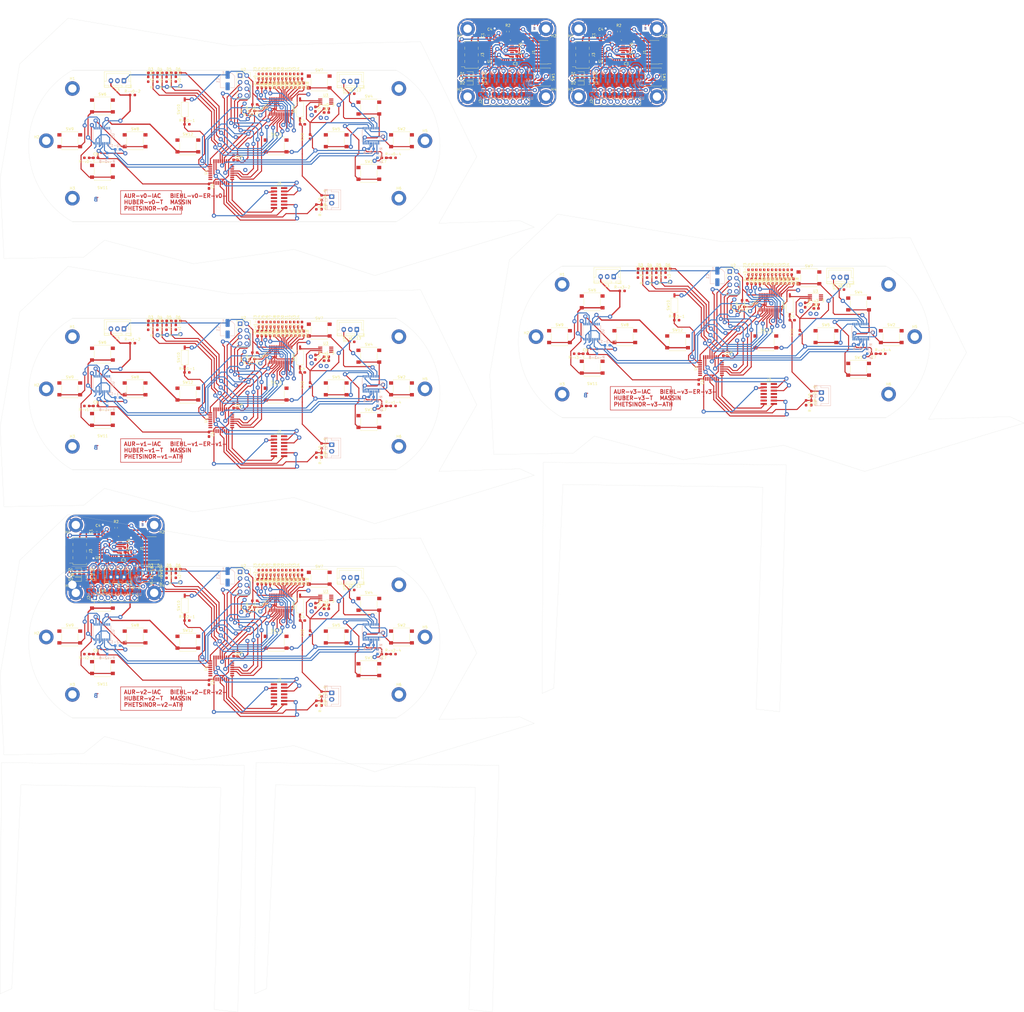
<source format=kicad_pcb>
(kicad_pcb (version 20221018) (generator pcbnew)
  (layers (0 "F.Cu" signal) (31 "B.Cu" signal) (34 "B.Paste" user) (35 "F.Paste" user) (36 "B.SilkS" user "B.Silkscreen") (37 "F.SilkS" user "F.Silkscreen") (38 "B.Mask" user) (39 "F.Mask" user) (44 "Edge.Cuts" user))
  (net 0 "")
  (net 1 "Glob_Alim-v0-")
  (net 2 "GND-v0-")
  (net 3 "POWER-v0-_CHECK-v0-")
  (net 4 "L-v0-i-ion-v0-")
  (net 5 "Net-(C7-Pad1)-v0-")
  (net 6 "Net-(C8-Pad1)-v0-")
  (net 7 "Net-(U3-BP)-v0-")
  (net 8 "Net-(D2-A)-v0-")
  (net 9 "Net-(D3-K)-v0-")
  (net 10 "Net-(D3-A)-v0-")
  (net 11 "Net-(D4-K)-v0-")
  (net 12 "Net-(D4-A)-v0-")
  (net 13 "Net-(D5-K)-v0-")
  (net 14 "Net-(D5-A)-v0-")
  (net 15 "Net-(D6-K)-v0-")
  (net 16 "Net-(D6-A)-v0-")
  (net 17 "Net-(D7-K)-v0-")
  (net 18 "Net-(D7-A)-v0-")
  (net 19 "Net-(D8-K)-v0-")
  (net 20 "Net-(D8-A)-v0-")
  (net 21 "Net-(D9-K)-v0-")
  (net 22 "Net-(D9-A)-v0-")
  (net 23 "Net-(D10-K)-v0-")
  (net 24 "Net-(D10-A)-v0-")
  (net 25 "Net-(D11-K)-v0-")
  (net 26 "Net-(D11-A)-v0-")
  (net 27 "Net-(D12-K)-v0-")
  (net 28 "Net-(D12-A)-v0-")
  (net 29 "Net-(D13-K)-v0-")
  (net 30 "Net-(D13-A)-v0-")
  (net 31 "Net-(D14-K)-v0-")
  (net 32 "Net-(D14-A)-v0-")
  (net 33 "Net-(D15-K)-v0-")
  (net 34 "Net-(D15-A)-v0-")
  (net 35 "Net-(D16-K)-v0-")
  (net 36 "Net-(D16-A)-v0-")
  (net 37 "Net-(D17-K)-v0-")
  (net 38 "Net-(D17-A)-v0-")
  (net 39 "Net-(D18-K)-v0-")
  (net 40 "Net-(D18-A)-v0-")
  (net 43 "SWDIO-v0-")
  (net 44 "SWDCK-v0-")
  (net 48 "R-v0-eset_Buton -v0-")
  (net 49 "USAR-v0-T2_R-v0-X-v0-")
  (net 50 "USAR-v0-T2_TX-v0-")
  (net 51 "R-v0-")
  (net 52 "L-v0-")
  (net 53 "NES{slash}SNES_switcher-v0-")
  (net 54 "DIO{slash}EX_CL-v0-K")
  (net 55 "DIO{slash}EX_SDA-v0-")
  (net 56 "DIODE_OE-v0-")
  (net 57 "Net-(#FL-v0-G05-pwr)")
  (net 58 "A_Button-v0-")
  (net 59 "B_Button-v0-")
  (net 60 "X_Button-v0-")
  (net 61 "Y_Button-v0-")
  (net 62 "UC_Button-v0-")
  (net 63 "Order_Search-v0-")
  (net 64 "L-v0-C_Button")
  (net 65 "R-v0-C_Button")
  (net 66 "DC_Button-v0-")
  (net 67 "ST_Button-v0-")
  (net 68 "SE_Button-v0-")
  (net 73 "Pin_Clock-v0-")
  (net 74 "Digital_Out_Put-v0-")
  (net 75 "MOSI-v0-")
  (net 79 "R-v0-X{slash}TX")
  (net 81 "CSN_nR-v0-F24")
  (net 99 "Glob_Alim-v1-")
  (net 100 "GND-v1-")
  (net 101 "POWER-v1-_CHECK-v1-")
  (net 102 "L-v1-i-ion-v1-")
  (net 103 "Net-(C7-Pad1)-v1-")
  (net 104 "Net-(C8-Pad1)-v1-")
  (net 105 "Net-(U3-BP)-v1-")
  (net 106 "Net-(D2-A)-v1-")
  (net 107 "Net-(D3-K)-v1-")
  (net 108 "Net-(D3-A)-v1-")
  (net 109 "Net-(D4-K)-v1-")
  (net 110 "Net-(D4-A)-v1-")
  (net 111 "Net-(D5-K)-v1-")
  (net 112 "Net-(D5-A)-v1-")
  (net 113 "Net-(D6-K)-v1-")
  (net 114 "Net-(D6-A)-v1-")
  (net 115 "Net-(D7-K)-v1-")
  (net 116 "Net-(D7-A)-v1-")
  (net 117 "Net-(D8-K)-v1-")
  (net 118 "Net-(D8-A)-v1-")
  (net 119 "Net-(D9-K)-v1-")
  (net 120 "Net-(D9-A)-v1-")
  (net 121 "Net-(D10-K)-v1-")
  (net 122 "Net-(D10-A)-v1-")
  (net 123 "Net-(D11-K)-v1-")
  (net 124 "Net-(D11-A)-v1-")
  (net 125 "Net-(D12-K)-v1-")
  (net 126 "Net-(D12-A)-v1-")
  (net 127 "Net-(D13-K)-v1-")
  (net 128 "Net-(D13-A)-v1-")
  (net 129 "Net-(D14-K)-v1-")
  (net 130 "Net-(D14-A)-v1-")
  (net 131 "Net-(D15-K)-v1-")
  (net 132 "Net-(D15-A)-v1-")
  (net 133 "Net-(D16-K)-v1-")
  (net 134 "Net-(D16-A)-v1-")
  (net 135 "Net-(D17-K)-v1-")
  (net 136 "Net-(D17-A)-v1-")
  (net 137 "Net-(D18-K)-v1-")
  (net 138 "Net-(D18-A)-v1-")
  (net 141 "SWDIO-v1-")
  (net 142 "SWDCK-v1-")
  (net 146 "R-v1-eset_Buton -v1-")
  (net 147 "USAR-v1-T2_R-v1-X-v1-")
  (net 148 "USAR-v1-T2_TX-v1-")
  (net 149 "R-v1-")
  (net 150 "L-v1-")
  (net 151 "NES{slash}SNES_switcher-v1-")
  (net 152 "DIO{slash}EX_CL-v1-K")
  (net 153 "DIO{slash}EX_SDA-v1-")
  (net 154 "DIODE_OE-v1-")
  (net 155 "Net-(#FL-v1-G05-pwr)")
  (net 156 "A_Button-v1-")
  (net 157 "B_Button-v1-")
  (net 158 "X_Button-v1-")
  (net 159 "Y_Button-v1-")
  (net 160 "UC_Button-v1-")
  (net 161 "Order_Search-v1-")
  (net 162 "L-v1-C_Button")
  (net 163 "R-v1-C_Button")
  (net 164 "DC_Button-v1-")
  (net 165 "ST_Button-v1-")
  (net 166 "SE_Button-v1-")
  (net 171 "Pin_Clock-v1-")
  (net 172 "Digital_Out_Put-v1-")
  (net 173 "MOSI-v1-")
  (net 177 "R-v1-X{slash}TX")
  (net 179 "CSN_nR-v1-F24")
  (net 197 "Glob_Alim-v2-")
  (net 198 "GND-v2-")
  (net 199 "POWER-v2-_CHECK-v2-")
  (net 200 "L-v2-i-ion-v2-")
  (net 201 "Net-(C7-Pad1)-v2-")
  (net 202 "Net-(C8-Pad1)-v2-")
  (net 203 "Net-(U3-BP)-v2-")
  (net 204 "Net-(D2-A)-v2-")
  (net 205 "Net-(D3-K)-v2-")
  (net 206 "Net-(D3-A)-v2-")
  (net 207 "Net-(D4-K)-v2-")
  (net 208 "Net-(D4-A)-v2-")
  (net 209 "Net-(D5-K)-v2-")
  (net 210 "Net-(D5-A)-v2-")
  (net 211 "Net-(D6-K)-v2-")
  (net 212 "Net-(D6-A)-v2-")
  (net 213 "Net-(D7-K)-v2-")
  (net 214 "Net-(D7-A)-v2-")
  (net 215 "Net-(D8-K)-v2-")
  (net 216 "Net-(D8-A)-v2-")
  (net 217 "Net-(D9-K)-v2-")
  (net 218 "Net-(D9-A)-v2-")
  (net 219 "Net-(D10-K)-v2-")
  (net 220 "Net-(D10-A)-v2-")
  (net 221 "Net-(D11-K)-v2-")
  (net 222 "Net-(D11-A)-v2-")
  (net 223 "Net-(D12-K)-v2-")
  (net 224 "Net-(D12-A)-v2-")
  (net 225 "Net-(D13-K)-v2-")
  (net 226 "Net-(D13-A)-v2-")
  (net 227 "Net-(D14-K)-v2-")
  (net 228 "Net-(D14-A)-v2-")
  (net 229 "Net-(D15-K)-v2-")
  (net 230 "Net-(D15-A)-v2-")
  (net 231 "Net-(D16-K)-v2-")
  (net 232 "Net-(D16-A)-v2-")
  (net 233 "Net-(D17-K)-v2-")
  (net 234 "Net-(D17-A)-v2-")
  (net 235 "Net-(D18-K)-v2-")
  (net 236 "Net-(D18-A)-v2-")
  (net 239 "SWDIO-v2-")
  (net 240 "SWDCK-v2-")
  (net 244 "R-v2-eset_Buton -v2-")
  (net 245 "USAR-v2-T2_R-v2-X-v2-")
  (net 246 "USAR-v2-T2_TX-v2-")
  (net 247 "R-v2-")
  (net 248 "L-v2-")
  (net 249 "NES{slash}SNES_switcher-v2-")
  (net 250 "DIO{slash}EX_CL-v2-K")
  (net 251 "DIO{slash}EX_SDA-v2-")
  (net 252 "DIODE_OE-v2-")
  (net 253 "Net-(#FL-v2-G05-pwr)")
  (net 254 "A_Button-v2-")
  (net 255 "B_Button-v2-")
  (net 256 "X_Button-v2-")
  (net 257 "Y_Button-v2-")
  (net 258 "UC_Button-v2-")
  (net 259 "Order_Search-v2-")
  (net 260 "L-v2-C_Button")
  (net 261 "R-v2-C_Button")
  (net 262 "DC_Button-v2-")
  (net 263 "ST_Button-v2-")
  (net 264 "SE_Button-v2-")
  (net 269 "Pin_Clock-v2-")
  (net 270 "Digital_Out_Put-v2-")
  (net 271 "MOSI-v2-")
  (net 275 "R-v2-X{slash}TX")
  (net 277 "CSN_nR-v2-F24")
  (net 295 "Glob_Alim-v3-")
  (net 296 "GND-v3-")
  (net 297 "POWER-v3-_CHECK-v3-")
  (net 298 "L-v3-i-ion-v3-")
  (net 299 "Net-(C7-Pad1)-v3-")
  (net 300 "Net-(C8-Pad1)-v3-")
  (net 301 "Net-(U3-BP)-v3-")
  (net 302 "Net-(D2-A)-v3-")
  (net 303 "Net-(D3-K)-v3-")
  (net 304 "Net-(D3-A)-v3-")
  (net 305 "Net-(D4-K)-v3-")
  (net 306 "Net-(D4-A)-v3-")
  (net 307 "Net-(D5-K)-v3-")
  (net 308 "Net-(D5-A)-v3-")
  (net 309 "Net-(D6-K)-v3-")
  (net 310 "Net-(D6-A)-v3-")
  (net 311 "Net-(D7-K)-v3-")
  (net 312 "Net-(D7-A)-v3-")
  (net 313 "Net-(D8-K)-v3-")
  (net 314 "Net-(D8-A)-v3-")
  (net 315 "Net-(D9-K)-v3-")
  (net 316 "Net-(D9-A)-v3-")
  (net 317 "Net-(D10-K)-v3-")
  (net 318 "Net-(D10-A)-v3-")
  (net 319 "Net-(D11-K)-v3-")
  (net 320 "Net-(D11-A)-v3-")
  (net 321 "Net-(D12-K)-v3-")
  (net 322 "Net-(D12-A)-v3-")
  (net 323 "Net-(D13-K)-v3-")
  (net 324 "Net-(D13-A)-v3-")
  (net 325 "Net-(D14-K)-v3-")
  (net 326 "Net-(D14-A)-v3-")
  (net 327 "Net-(D15-K)-v3-")
  (net 328 "Net-(D15-A)-v3-")
  (net 329 "Net-(D16-K)-v3-")
  (net 330 "Net-(D16-A)-v3-")
  (net 331 "Net-(D17-K)-v3-")
  (net 332 "Net-(D17-A)-v3-")
  (net 333 "Net-(D18-K)-v3-")
  (net 334 "Net-(D18-A)-v3-")
  (net 337 "SWDIO-v3-")
  (net 338 "SWDCK-v3-")
  (net 342 "R-v3-eset_Buton -v3-")
  (net 343 "USAR-v3-T2_R-v3-X-v3-")
  (net 344 "USAR-v3-T2_TX-v3-")
  (net 345 "R-v3-")
  (net 346 "L-v3-")
  (net 347 "NES{slash}SNES_switcher-v3-")
  (net 348 "DIO{slash}EX_CL-v3-K")
  (net 349 "DIO{slash}EX_SDA-v3-")
  (net 350 "DIODE_OE-v3-")
  (net 351 "Net-(#FL-v3-G05-pwr)")
  (net 352 "A_Button-v3-")
  (net 353 "B_Button-v3-")
  (net 354 "X_Button-v3-")
  (net 355 "Y_Button-v3-")
  (net 356 "UC_Button-v3-")
  (net 357 "Order_Search-v3-")
  (net 358 "L-v3-C_Button")
  (net 359 "R-v3-C_Button")
  (net 360 "DC_Button-v3-")
  (net 361 "ST_Button-v3-")
  (net 362 "SE_Button-v3-")
  (net 367 "Pin_Clock-v3-")
  (net 368 "Digital_Out_Put-v3-")
  (net 369 "MOSI-v3-")
  (net 373 "R-v3-X{slash}TX")
  (net 375 "CSN_nR-v3-F24")
  (net 393 "+5V-v7-")
  (net 394 "GND-v7-")
  (net 395 "+3.3V-v7-")
  (net 396 "Net-(D1-K)-v7-")
  (net 398 "Net-(D3-K)-v7-")
  (net 399 "Status_LED-v7-")
  (net 400 "Data_Clock_SNES-v7-")
  (net 401 "Data_Latch_SNES-v7-")
  (net 402 "Net-(D2-K)-v7-")
  (net 403 "Serial_Data1_SNES-v7-")
  (net 404 "Serial_Data2_SNES-v7-")
  (net 405 "SPI_Chip_Select-v7-")
  (net 406 "Chip_Enable-v7-")
  (net 407 "SPI_Digital_Input-v7-")
  (net 408 "SPI_Clock-v7-")
  (net 409 "SPI_Digital_Output-v7-")
  (net 410 "IOBit_SNES-v7-")
  (net 411 "Data_Clock_STM32-v7-")
  (net 412 "Data_Latch_STM32-v7-")
  (net 413 "Appairing_Btn-v7-")
  (net 414 "Net-(U2-BP)-v7-")
  (net 415 "SWDIO-v7-")
  (net 416 "SWDCK-v7-")
  (net 419 "NRST-v7-")
  (net 420 "USART2_RX-v7-")
  (net 421 "USART2_TX-v7-")
  (net 422 "Serial_Data1_STM32-v7-")
  (net 423 "IOBit_STM32-v7-")
  (net 424 "Serial_Data2_STM32-v7-")
  (net 438 "+5V-v8-")
  (net 439 "GND-v8-")
  (net 440 "+3.3V-v8-")
  (net 441 "Net-(D1-K)-v8-")
  (net 443 "Net-(D3-K)-v8-")
  (net 444 "Status_LED-v8-")
  (net 445 "Data_Clock_SNES-v8-")
  (net 446 "Data_Latch_SNES-v8-")
  (net 447 "Net-(D2-K)-v8-")
  (net 448 "Serial_Data1_SNES-v8-")
  (net 449 "Serial_Data2_SNES-v8-")
  (net 450 "SPI_Chip_Select-v8-")
  (net 451 "Chip_Enable-v8-")
  (net 452 "SPI_Digital_Input-v8-")
  (net 453 "SPI_Clock-v8-")
  (net 454 "SPI_Digital_Output-v8-")
  (net 455 "IOBit_SNES-v8-")
  (net 456 "Data_Clock_STM32-v8-")
  (net 457 "Data_Latch_STM32-v8-")
  (net 458 "Appairing_Btn-v8-")
  (net 459 "Net-(U2-BP)-v8-")
  (net 460 "SWDIO-v8-")
  (net 461 "SWDCK-v8-")
  (net 464 "NRST-v8-")
  (net 465 "USART2_RX-v8-")
  (net 466 "USART2_TX-v8-")
  (net 467 "Serial_Data1_STM32-v8-")
  (net 468 "IOBit_STM32-v8-")
  (net 469 "Serial_Data2_STM32-v8-")
  (net 483 "+5V-v9-")
  (net 484 "GND-v9-")
  (net 485 "+3.3V-v9-")
  (net 486 "Net-(D1-K)-v9-")
  (net 488 "Net-(D3-K)-v9-")
  (net 489 "Status_LED-v9-")
  (net 490 "Data_Clock_SNES-v9-")
  (net 491 "Data_Latch_SNES-v9-")
  (net 492 "Net-(D2-K)-v9-")
  (net 493 "Serial_Data1_SNES-v9-")
  (net 494 "Serial_Data2_SNES-v9-")
  (net 495 "SPI_Chip_Select-v9-")
  (net 496 "Chip_Enable-v9-")
  (net 497 "SPI_Digital_Input-v9-")
  (net 498 "SPI_Clock-v9-")
  (net 499 "SPI_Digital_Output-v9-")
  (net 500 "IOBit_SNES-v9-")
  (net 501 "Data_Clock_STM32-v9-")
  (net 502 "Data_Latch_STM32-v9-")
  (net 503 "Appairing_Btn-v9-")
  (net 504 "Net-(U2-BP)-v9-")
  (net 505 "SWDIO-v9-")
  (net 506 "SWDCK-v9-")
  (net 509 "NRST-v9-")
  (net 510 "USART2_RX-v9-")
  (net 511 "USART2_TX-v9-")
  (net 512 "Serial_Data1_STM32-v9-")
  (net 513 "IOBit_STM32-v9-")
  (net 514 "Serial_Data2_STM32-v9-")
  (footprint "Button_Switch_SMD:SW_SPST_B3S-1000" (layer "F.Cu") (at 154.938491 143.132725)
    (fp_text reference "SW2")
    (fp_text value "SW_Push")
  )
  (footprint "Button_Switch_SMD:SW_SPST_B3S-1000" (layer "F.Cu") (at 123.438491 120.632725)
    (fp_text reference "SW7")
    (fp_text value "SW_SPST")
  )
  (footprint "Capacitor_SMD:C_0603_1608Metric_Pad1.08x0.95mm_HandSolder" (layer "F.Cu") (at 124.338491 168.470225 -90)
    (fp_text reference "C2")
    (fp_text value "1nF")
  )
  (footprint "Package_SO:MSOP-8_3x3mm_P0.65mm" (layer "F.Cu") (at 125.938491 33.132725)
    (fp_text reference "U3")
    (fp_text value "MIC5219-3.3YMM")
  )
  (footprint "R-v1-esistor_SMD:R-v1-_0603_1608Metric_Pad0.98x0.95mm_HandSolder" (layer "F.Cu") (at 116.838491 118.445225 90)
    (fp_text reference "R-v1-34")
    (fp_text value "1K")
  )
  (footprint "Package_SO:MSOP-8_3x3mm_P0.65mm" (layer "F.Cu") (at 313.438491 108.132725)
    (fp_text reference "U3")
    (fp_text value "MIC5219-3.3YMM")
  )
  (footprint "L-v3-ED_SMD:L-v3-ED_0603_1608Metric_Pad1.05x0.95mm_HandSolder" (layer "F.Cu") (at 292.163491 101.957725 -90)
    (fp_text reference "D10")
    (fp_text value "G8")
  )
  (footprint "Capacitor_SMD:C_0603_1608Metric_Pad1.08x0.95mm_HandSolder" (layer "F.Cu") (at 124.338491 73.470225 -90)
    (fp_text reference "C2")
    (fp_text value "1nF")
  )
  (footprint "Button_Switch_SMD:SW_SPST_B3S-1000" (layer "F.Cu") (at 142.438491 60.632725)
    (fp_text reference "SW3")
    (fp_text value "SW_Push")
  )
  (footprint "R-v3-esistor_SMD:R-v3-_0603_1608Metric_Pad0.98x0.95mm_HandSolder" (layer "F.Cu") (at 285.248491 111.732725 180)
    (fp_text reference "R-v3-11")
    (fp_text value "10K")
  )
  (footprint "L-v1-ED_SMD:L-v1-ED_0603_1608Metric_Pad1.05x0.95mm_HandSolder" (layer "F.Cu") (at 103.063491 121.957725 -90)
    (fp_text reference "D9")
    (fp_text value "G7")
  )
  (footprint "Capacitor_SMD:C_0603_1608Metric_Pad1.08x0.95mm_HandSolder" (layer "F.Cu") (at 148.250515 149.682725 180)
    (fp_text reference "C7")
    (fp_text value "100nF")
  )
  (footprint "R-v3-esistor_SMD:R-v3-_0603_1608Metric_Pad0.98x0.95mm_HandSolder" (layer "F.Cu") (at 311.838491 144.932725 -90)
    (fp_text reference "R-v3-9")
    (fp_text value "1M")
  )
  (footprint "R-v3-esistor_SMD:R-v3-_0603_1608Metric_Pad0.98x0.95mm_HandSolder" (layer "F.Cu") (at 284.248491 113.232725)
    (fp_text reference "R-v3-14")
    (fp_text value "10K")
  )
  (footprint "Button_Switch_SMD:SW_SPST_B3S-1000" (layer "F.Cu") (at 208.75 23.75 180)
    (fp_text reference "SW1")
    (fp_text value "SW_SPST")
  )
  (footprint "Package_SO:TSSOP-28_4.4x9.7mm_P0.65mm" (layer "F.Cu") (at 108.672491 225.046725 90)
    (fp_text reference "U4")
    (fp_text value "PCA9685PW")
  )
  (footprint "R-v2-esistor_SMD:R-v2-_0603_1608Metric_Pad0.98x0.95mm_HandSolder" (layer "F.Cu") (at 68.538491 214.557725 -90)
    (fp_text reference "R-v2-22")
    (fp_text value "1K")
  )
  (footprint "MountingHole:MountingHole_3.2mm_M3_DIN965_Pad" (layer "F.Cu") (at 210.25 31.25)
    (fp_text reference "H4")
    (fp_text value "MountingHole_Pad")
  )
  (footprint "Button_Switch_SMD:SW_SPST_B3S-1000" (layer "F.Cu") (at 106.938491 50.132725)
    (fp_text reference "SW13")
    (fp_text value "SW_Push")
  )
  (footprint "Button_Switch_SMD:SW_SPST_B3S-1000" (layer "F.Cu") (at 27.938491 143.132725)
    (fp_text reference "SW9")
    (fp_text value "SW_Push")
  )
  (footprint "Capacitor_SMD:C_0603_1608Metric_Pad1.08x0.95mm_HandSolder" (layer "F.Cu") (at 304.533491 116.832725)
    (fp_text reference "C4")
    (fp_text value "1u")
  )
  (footprint "L-v1-ED_SMD:L-v1-ED_0603_1608Metric_Pad1.05x0.95mm_HandSolder" (layer "F.Cu") (at 109.513491 121.932725 -90)
    (fp_text reference "D13")
    (fp_text value "O3")
  )
  (footprint "L-v2-ED_SMD:L-v2-ED_0603_1608Metric_Pad1.05x0.95mm_HandSolder" (layer "F.Cu") (at 117.538491 216.932725 -90)
    (fp_text reference "D18")
    (fp_text value "R-v2-4")
  )
  (footprint "Capacitor_SMD:C_0603_1608Metric_Pad1.08x0.95mm_HandSolder" (layer "F.Cu") (at 278.138491 129.604725 -90)
    (fp_text reference "C3")
    (fp_text value "100n")
  )
  (footprint "Capacitor_SMD:C_0603_1608Metric_Pad1.08x0.95mm_HandSolder" (layer "F.Cu") (at 90.638491 149.604725 -90)
    (fp_text reference "C3")
    (fp_text value "100n")
  )
  (footprint "MountingHole:MountingHole_3.2mm_M3_DIN965_Pad" (layer "F.Cu") (at 18.938491 143.132725)
    (fp_text reference "H2")
    (fp_text value "MountingHole_Pad")
  )
  (footprint "MountingHole:MountingHole_3.2mm_M3_DIN965_Pad" (layer "F.Cu") (at 28.938491 123.132725)
    (fp_text reference "H1")
    (fp_text value "MountingHole_Pad")
  )
  (footprint "R-v0-esistor_SMD:R-v0-_0603_1608Metric_Pad0.98x0.95mm_HandSolder" (layer "F.Cu") (at 98.748491 34.232725 180)
    (fp_text reference "R-v0-16")
    (fp_text value "10K")
  )
  (footprint "Connector_PinHeader_2.54mm:PinHeader_1x07_P2.54mm_Vertical" (layer "F.Cu") (at 187.5 33.15 90)
    (fp_text reference "J2")
    (fp_text value "Conn_01x07_Socket")
  )
  (footprint "R-v1-esistor_SMD:R-v1-_0603_1608Metric_Pad0.98x0.95mm_HandSolder" (layer "F.Cu") (at 51.938491 125.632725)
    (fp_text reference "R-v1-2")
    (fp_text value "1K")
  )
  (footprint "Button_Switch_SMD:SW_SPST_B3S-1000" (layer "F.Cu") (at 40.438491 59.832725)
    (fp_text reference "SW11")
    (fp_text value "SW_Push")
  )
  (footprint "MountingHole:MountingHole_3.2mm_M3_DIN965_Pad" (layer "F.Cu") (at 222.75 31.25)
    (fp_text reference "H3")
    (fp_text value "MountingHole_Pad")
  )
  (footprint "Button_Switch_SMD:SW_SPST_B3S-1000" (layer "F.Cu") (at 329.938491 110.632725)
    (fp_text reference "SW4")
    (fp_text value "SW_Push")
  )
  (footprint "Capacitor_SMD:C_0603_1608Metric_Pad1.08x0.95mm_HandSolder" (layer "F.Cu") (at 90.638491 244.604725 -90)
    (fp_text reference "C3")
    (fp_text value "100n")
  )
  (footprint "L-v1-ED_SMD:L-v1-ED_0603_1608Metric_Pad1.05x0.95mm_HandSolder" (layer "F.Cu") (at 58.938491 117.132725)
    (fp_text reference "D3")
    (fp_text value "G1")
  )
  (footprint "L-v1-ED_SMD:L-v1-ED_0603_1608Metric_Pad1.05x0.95mm_HandSolder" (layer "F.Cu") (at 112.713491 121.932725 -90)
    (fp_text reference "D15")
    (fp_text value "R-v1-1")
  )
  (footprint "Diode_SMD:D_0603_1608Metric_Pad1.05x0.95mm_HandSolder" (layer "F.Cu") (at 30.76875 212.45 180)
    (fp_text reference "D1")
    (fp_text value "LED_Small")
  )
  (footprint "MountingHole:MountingHole_3.2mm_M3_DIN965_Pad" (layer "F.Cu") (at 222.75 5.25)
    (fp_text reference "H1")
    (fp_text value "MountingHole_Pad")
  )
  (footprint "Button_Switch_SMD:SW_SPST_B3S-1000" (layer "F.Cu") (at 73.148491 50.132725)
    (fp_text reference "SW12")
    (fp_text value "SW_Push")
  )
  (footprint "R-v3-esistor_SMD:R-v3-_0603_1608Metric_Pad0.98x0.95mm_HandSolder" (layer "F.Cu") (at 260.288491 116.832725)
    (fp_text reference "R-v3-1")
    (fp_text value "1K")
  )
  (footprint "L-v0-ED_SMD:L-v0-ED_0603_1608Metric_Pad1.05x0.95mm_HandSolder" (layer "F.Cu") (at 109.513491 26.932725 -90)
    (fp_text reference "D13")
    (fp_text value "O3")
  )
  (footprint "Capacitor_SMD:C_0603_1608Metric_Pad1.08x0.95mm_HandSolder" (layer "F.Cu") (at 92.162491 149.604725 -90)
    (fp_text reference "C6")
    (fp_text value "10u")
  )
  (footprint "R-v1-esistor_SMD:R-v1-_0603_1608Metric_Pad0.98x0.95mm_HandSolder" (layer "F.Cu") (at 126.198491 130.808725)
    (fp_text reference "R-v1-3")
    (fp_text value "1K")
  )
  (footprint "Capacitor_SMD:C_0603_1608Metric_Pad1.08x0.95mm_HandSolder" (layer "F.Cu") (at 81.240491 255.526725 -90)
    (fp_text reference "C5")
    (fp_text value "100n")
  )
  (footprint "Capacitor_SMD:C_0603_1608Metric_Pad1.08x0.95mm_HandSolder" (layer "F.Cu") (at 117.033491 41.832725)
    (fp_text reference "C4")
    (fp_text value "1u")
  )
  (footprint "L-v1-ED_SMD:L-v1-ED_0603_1608Metric_Pad1.05x0.95mm_HandSolder" (layer "F.Cu") (at 115.913491 121.932725 -90)
    (fp_text reference "D17")
    (fp_text value "R-v1-3")
  )
  (footprint "Resistor_SMD:R_0603_1608Metric_Pad0.98x0.95mm_HandSolder" (layer "F.Cu") (at 238.17 6.32 90)
    (fp_text reference "R2")
    (fp_text value "10k")
  )
  (footprint "Button_Switch_SMD:SW_DIP_SPSTx01_Slide_Copal_CHS-01B_W7.62mm_P1.27mm" (layer "F.Cu") (at 116.108491 36.132725 90)
    (fp_text reference "SW1")
    (fp_text value "SW_DIP_x01")
  )
  (footprint "L-v0-ED_SMD:L-v0-ED_0603_1608Metric_Pad1.05x0.95mm_HandSolder" (layer "F.Cu") (at 106.263491 26.957725 -90)
    (fp_text reference "D11")
    (fp_text value "O1")
  )
  (footprint "Package_QFP:L-v1-QFP-32_7x7mm_P0.8mm" (layer "F.Cu") (at 85.938491 155.132725 90)
    (fp_text reference "U1")
    (fp_text value "STM32L-v1-412KBTx")
  )
  (footprint "R-v2-esistor_SMD:R-v2-_0603_1608Metric_Pad0.98x0.95mm_HandSolder" (layer "F.Cu") (at 96.748491 228.232725)
    (fp_text reference "R-v2-14")
    (fp_text value "10K")
  )
  (footprint "R-v2-esistor_SMD:R-v2-_0603_1608Metric_Pad0.98x0.95mm_HandSolder" (layer "F.Cu") (at 107.838491 213.445225 90)
    (fp_text reference "R-v2-28")
    (fp_text value "1K")
  )
  (footprint "Capacitor_SMD:C_0603_1608Metric_Pad1.08x0.95mm_HandSolder" (layer "F.Cu") (at 119.933491 46.615225 -90)
    (fp_text reference "C10")
    (fp_text value "100nF")
  )
  (footprint "MountingHole:MountingHole_3.2mm_M3_DIN965_Pad" (layer "F.Cu") (at 18.938491 238.132725)
    (fp_text reference "H2")
    (fp_text value "MountingHole_Pad")
  )
  (footprint "R-v1-esistor_SMD:R-v1-_0603_1608Metric_Pad0.98x0.95mm_HandSolder" (layer "F.Cu") (at 135.938491 125.132725)
    (fp_text reference "R-v1-13")
    (fp_text value "1K")
  )
  (footprint "Capacitor_SMD:C_0603_1608Metric_Pad1.08x0.95mm_HandSolder" (layer "F.Cu") (at 37.55 197.75 90)
    (fp_text reference "C1")
    (fp_text value "10u")
  )
  (footprint "R-v2-esistor_SMD:R-v2-_0603_1608Metric_Pad0.98x0.95mm_HandSolder" (layer "F.Cu") (at 126.198491 225.808725)
    (fp_text reference "R-v2-3")
    (fp_text value "1K")
  )
  (footprint "Button_Switch_SMD:SW_DIP_SPSTx01_Slide_Copal_CHS-01B_W7.62mm_P1.27mm" (layer "F.Cu") (at 259.438491 111.132725 90)
    (fp_text reference "SW10")
    (fp_text value "SW_DIP_x01")
  )
  (footprint "Connector_PinSocket_2.54mm:PinSocket_2x04_P2.54mm_Vertical_SMD" (layer "F.Cu") (at 31.75 205.25 180)
    (fp_text reference "J3")
    (fp_text value "Conn_01x08_Socket")
  )
  (footprint "R-v1-esistor_SMD:R-v1-_0603_1608Metric_Pad0.98x0.95mm_HandSolder" (layer "F.Cu") (at 101.838491 118.445225 90)
    (fp_text reference "R-v1-24")
    (fp_text value "1K")
  )
  (footprint "Button_Switch_SMD:SW_SPST_B3S-1000" (layer "F.Cu") (at 52.938491 238.132725)
    (fp_text reference "SW8")
    (fp_text value "SW_Push")
  )
  (footprint "R-v3-esistor_SMD:R-v3-_0603_1608Metric_Pad0.98x0.95mm_HandSolder" (layer "F.Cu") (at 295.338491 98.445225 90)
    (fp_text reference "R-v3-28")
    (fp_text value "1K")
  )
  (footprint "L-v1-ED_SMD:L-v1-ED_0603_1608Metric_Pad1.05x0.95mm_HandSolder" (layer "F.Cu") (at 117.538491 121.932725 -90)
    (fp_text reference "D18")
    (fp_text value "R-v1-4")
  )
  (footprint "L-v3-ED_SMD:L-v3-ED_0603_1608Metric_Pad1.05x0.95mm_HandSolder" (layer "F.Cu") (at 249.938491 97.132725)
    (fp_text reference "D4")
    (fp_text value "G2")
  )
  (footprint "Resistor_SMD:R_0603_1608Metric_Pad0.98x0.95mm_HandSolder" (layer "F.Cu") (at 45.67 196.32 90)
    (fp_text reference "R2")
    (fp_text value "10k")
  )
  (footprint "R-v2-esistor_SMD:R-v2-_0603_1608Metric_Pad0.98x0.95mm_HandSolder" (layer "F.Cu") (at 113.838491 213.445225 90)
    (fp_text reference "R-v2-32")
    (fp_text value "1K")
  )
  (footprint "R-v1-esistor_SMD:R-v1-_0603_1608Metric_Pad0.98x0.95mm_HandSolder" (layer "F.Cu") (at 110.838491 118.445225 90)
    (fp_text reference "R-v1-30")
    (fp_text value "1K")
  )
  (footprint "R-v0-esistor_SMD:R-v0-_0603_1608Metric_Pad0.98x0.95mm_HandSolder" (layer "F.Cu") (at 115.338491 23.445225 90)
    (fp_text reference "R-v0-33")
    (fp_text value "1K")
  )
  (footprint "R-v0-esistor_SMD:R-v0-_0603_1608Metric_Pad0.98x0.95mm_HandSolder" (layer "F.Cu") (at 109.338491 23.445225 90)
    (fp_text reference "R-v0-29")
    (fp_text value "1K")
  )
  (footprint "MountingHole:MountingHole_3.2mm_M3_DIN965_Pad" (layer "F.Cu") (at 153.938491 260.132725)
    (fp_text reference "H6")
    (fp_text value "MountingHole_Pad")
  )
  (footprint "Connector_JST:JST_XH_B3B-XH-A_1x03_P2.50mm_Vertical" (layer "F.Cu") (at 48.688491 120.157725 180)
    (fp_text reference "J3")
    (fp_text value "Conn_01x03")
  )
  (footprint "Button_Switch_SMD:SW_SPST_B3S-1000" (layer "F.Cu") (at 142.438491 155.632725)
    (fp_text reference "SW3")
    (fp_text value "SW_Push")
  )
  (footprint "Connector_PinHeader_2.54mm:PinHeader_2x04_P2.54mm_Vertical" (layer "F.Cu") (at 93.138491 213.192725)
    (fp_text reference "U2")
    (fp_text value "nR-v2-F24_Full")
  )
  (footprint "L-v3-ED_SMD:L-v3-ED_0603_1608Metric_Pad1.05x0.95mm_HandSolder" (layer "F.Cu") (at 303.413491 101.932725 -90)
    (fp_text reference "D17")
    (fp_text value "R-v3-3")
  )
  (footprint "Capacitor_SMD:C_0603_1608Metric_Pad1.08x0.95mm_HandSolder" (layer "F.Cu") (at 117.033491 136.832725)
    (fp_text reference "C4")
    (fp_text value "1u")
  )
  (footprint "R-v0-esistor_SMD:R-v0-_0603_1608Metric_Pad0.98x0.95mm_HandSolder" (layer "F.Cu") (at 110.838491 23.445225 90)
    (fp_text reference "R-v0-30")
    (fp_text value "1K")
  )
  (footprint "Capacitor_SMD:C_0603_1608Metric_Pad1.08x0.95mm_HandSolder" (layer "F.Cu") (at 311.838491 148.470225 -90)
    (fp_text reference "C2")
    (fp_text value "1nF")
  )
  (footprint "Package_SO:TSSOP-28_4.4x9.7mm_P0.65mm" (layer "F.Cu") (at 108.672491 35.046725 90)
    (fp_text reference "U4")
    (fp_text value "PCA9685PW")
  )
  (footprint "Button_Switch_SMD:SW_SPST_B3S-1000" (layer "F.Cu") (at 40.438491 249.832725)
    (fp_text reference "SW11")
    (fp_text value "SW_Push")
  )
  (footprint "L-v0-ED_SMD:L-v0-ED_0603_1608Metric_Pad1.05x0.95mm_HandSolder" (layer "F.Cu") (at 104.663491 26.957725 -90)
    (fp_text reference "D10")
    (fp_text value "G8")
  )
  (footprint "R-v2-esistor_SMD:R-v2-_0603_1608Metric_Pad0.98x0.95mm_HandSolder" (layer "F.Cu") (at 72.788491 231.832725)
    (fp_text reference "R-v2-1")
    (fp_text value "1K")
  )
  (footprint "Button_Switch_SMD:SW_SPST_B3S-1000" (layer "F.Cu") (at 40.438491 129.832725)
    (fp_text reference "SW6")
    (fp_text value "SW_Push")
  )
  (footprint "Diode_SMD:D_0603_1608Metric_Pad1.05x0.95mm_HandSolder" (layer "F.Cu") (at 180.76875 24.25 180)
    (fp_text reference "D3")
    (fp_text value "LED")
  )
  (footprint "Button_Switch_SMD:SW_SPST_B3S-1000" (layer "F.Cu") (at 154.938491 48.132725)
    (fp_text reference "SW2")
    (fp_text value "SW_Push")
  )
  (footprint "MountingHole:MountingHole_3.2mm_M3_DIN965_Pad" (layer "F.Cu") (at 216.438491 103.132725)
    (fp_text reference "H1")
    (fp_text value "MountingHole_Pad")
  )
  (footprint "L-v2-ED_SMD:L-v2-ED_0603_1608Metric_Pad1.05x0.95mm_HandSolder" (layer "F.Cu") (at 115.913491 216.932725 -90)
    (fp_text reference "D17")
    (fp_text value "R-v2-3")
  )
  (footprint "R-v0-esistor_SMD:R-v0-_0603_1608Metric_Pad0.98x0.95mm_HandSolder" (layer "F.Cu") (at 122.338491 73.470225 -90)
    (fp_text reference "R-v0-10")
    (fp_text value "1M")
  )
  (footprint "Package_SO:MSOP-8_3x3mm_P0.65mm" (layer "F.Cu") (at 125.938491 223.132725)
    (fp_text reference "U3")
    (fp_text value "MIC5219-3.3YMM")
  )
  (footprint "Button_Switch_SMD:SW_DIP_SPSTx01_Slide_Copal_CHS-01B_W7.62mm_P1.27mm" (layer "F.Cu") (at 116.108491 226.132725 90)
    (fp_text reference "SW1")
    (fp_text value "SW_DIP_x01")
  )
  (footprint "Button_Switch_SMD:SW_SPST_B3S-1000" (layer "F.Cu") (at 294.438491 125.132725)
    (fp_text reference "SW13")
    (fp_text value "SW_Push")
  )
  (footprint "Connector_PinHeader_1.27mm:PinHeader_2x07_P1.27mm_Vertical_SMD" (layer "F.Cu") (at 59.25 204.25 180)
    (fp_text reference "J1")
    (fp_text value "Conn_02x07_Odd_Even")
  )
  (footprint "Capacitor_SMD:C_0603_1608Metric_Pad1.08x0.95mm_HandSolder" (layer "F.Cu") (at 37.846467 244.682725)
    (fp_text reference "C8")
    (fp_text value "100nF")
  )
  (footprint "R-v1-esistor_SMD:R-v1-_0603_1608Metric_Pad0.98x0.95mm_HandSolder" (layer "F.Cu") (at 113.838491 118.445225 90)
    (fp_text reference "R-v1-32")
    (fp_text value "1K")
  )
  (footprint "Capacitor_SMD:C_0603_1608Metric_Pad1.08x0.95mm_HandSolder" (layer "F.Cu") (at 124.338491 263.470225 -90)
    (fp_text reference "C2")
    (fp_text value "1nF")
  )
  (footprint "Button_Switch_SMD:SW_SPST_B3S-1000" (layer "F.Cu") (at 58.75 213.75 180)
    (fp_text reference "SW1")
    (fp_text value "SW_SPST")
  )
  (footprint "L-v2-ED_SMD:L-v2-ED_0603_1608Metric_Pad1.05x0.95mm_HandSolder" (layer "F.Cu") (at 69.438491 212.132725)
    (fp_text reference "D6")
    (fp_text value "G4")
  )
  (footprint "R-v3-esistor_SMD:R-v3-_0603_1608Metric_Pad0.98x0.95mm_HandSolder" (layer "F.Cu") (at 323.438491 105.132725)
    (fp_text reference "R-v3-13")
    (fp_text value "1K")
  )
  (footprint "L-v2-ED_SMD:L-v2-ED_0603_1608Metric_Pad1.05x0.95mm_HandSolder" (layer "F.Cu") (at 109.513491 216.932725 -90)
    (fp_text reference "D13")
    (fp_text value "O3")
  )
  (footprint "Capacitor_SMD:C_0603_1608Metric_Pad1.08x0.95mm_HandSolder" (layer "F.Cu") (at 92.162491 244.604725 -90)
    (fp_text reference "C6")
    (fp_text value "10u")
  )
  (footprint "L-v3-ED_SMD:L-v3-ED_0603_1608Metric_Pad1.05x0.95mm_HandSolder" (layer "F.Cu") (at 246.438491 97.132725)
    (fp_text reference "D3")
    (fp_text value "G1")
  )
  (footprint "Button_Switch_SMD:SW_SPST_B3S-1000" (layer "F.Cu") (at 154.938491 238.132725)
    (fp_text reference "SW2")
    (fp_text value "SW_Push")
  )
  (footprint "Button_Switch_SMD:SW_SPST_B3S-1000" (layer "F.Cu") (at 106.938491 145.132725)
    (fp_text reference "SW13")
    (fp_text value "SW_Push")
  )
  (footprint "R-v3-esistor_SMD:R-v3-_0603_1608Metric_Pad0.98x0.95mm_HandSolder" (layer "F.Cu") (at 313.698491 110.808725)
    (fp_text reference "R-v3-3")
    (fp_text value "1K")
  )
  (footprint "Package_SO:TSSOP-28_4.4x9.7mm_P0.65mm" (layer "F.Cu") (at 108.672491 130.046725 90)
    (fp_text reference "U4")
    (fp_text value "PCA9685PW")
  )
  (footprint "Button_Switch_SMD:SW_DIP_SPSTx01_Slide_Copal_CHS-01B_W7.62mm_P1.27mm" (layer "F.Cu") (at 303.608491 111.132725 90)
    (fp_text reference "SW1")
    (fp_text value "SW_DIP_x01")
  )
  (footprint "L-v0-ED_SMD:L-v0-ED_0603_1608Metric_Pad1.05x0.95mm_HandSolder" (layer "F.Cu") (at 62.438491 22.132725)
    (fp_text reference "D4")
    (fp_text value "G2")
  )
  (footprint "R-v0-esistor_SMD:R-v0-_0603_1608Metric_Pad0.98x0.95mm_HandSolder" (layer "F.Cu") (at 97.748491 36.732725 180)
    (fp_text reference "R-v0-11")
    (fp_text value "10K")
  )
  (footprint "Connector_PinHeader_1.27mm:PinHeader_2x07_P1.27mm_Vertical_SMD" (layer "F.Cu") (at 108.063491 70.072725)
    (fp_text reference "J2")
    (fp_text value "Conn_02x07_Odd_Even")
  )
  (footprint "R-v3-esistor_SMD:R-v3-_0603_1608Metric_Pad0.98x0.95mm_HandSolder" (layer "F.Cu") (at 252.488491 99.607725 -90)
    (fp_text reference "R-v3-21")
    (fp_text value "1K")
  )
  (footprint "Resistor_SMD:R_0603_1608Metric_Pad0.98x0.95mm_HandSolder" (layer "F.Cu") (at 184.26875 24.25)
    (fp_text reference "R4")
    (fp_text value "1k")
  )
  (footprint "Capacitor_SMD:C_0603_1608Metric_Pad1.08x0.95mm_HandSolder" (layer "F.Cu") (at 48.5025 207.19)
    (fp_text reference "C3")
    (fp_text value "100n")
  )
  (footprint "R-v3-esistor_SMD:R-v3-_0603_1608Metric_Pad0.98x0.95mm_HandSolder" (layer "F.Cu") (at 293.838491 98.445225 90)
    (fp_text reference "R-v3-27")
    (fp_text value "1K")
  )
  (footprint "L-v2-ED_SMD:L-v2-ED_0603_1608Metric_Pad1.05x0.95mm_HandSolder" (layer "F.Cu") (at 126.198491 227.332725)
    (fp_text reference "D2")
    (fp_text value "L-v2-ED_Small")
  )
  (footprint "R-v0-esistor_SMD:R-v0-_0603_1608Metric_Pad0.98x0.95mm_HandSolder" (layer "F.Cu") (at 61.463491 24.632725 -90)
    (fp_text reference "R-v0-20")
    (fp_text value "1K")
  )
  (footprint "Button_Switch_SMD:SW_SPST_B3S-1000" (layer "F.Cu") (at 317.438491 123.132725)
    (fp_text reference "SW5")
    (fp_text value "SW_Push")
  )
  (footprint "Button_Switch_SMD:SW_SPST_B3S-1000" (layer "F.Cu") (at 73.148491 145.132725)
    (fp_text reference "SW12")
    (fp_text value "SW_Push")
  )
  (footprint "Package_QFP:LQFP-32_7x7mm_P0.8mm" (layer "F.Cu") (at 235.6 13.15 180)
    (fp_text reference "U1")
    (fp_text value "STM32L412KBTx")
  )
  (footprint "Capacitor_SMD:C_0603_1608Metric_Pad1.08x0.95mm_HandSolder" (layer "F.Cu") (at 37.846467 54.682725)
    (fp_text reference "C8")
    (fp_text value "100nF")
  )
  (footprint "L-v0-ED_SMD:L-v0-ED_0603_1608Metric_Pad1.05x0.95mm_HandSolder" (layer "F.Cu") (at 107.898491 26.945225 -90)
    (fp_text reference "D12")
    (fp_text value "O2")
  )
  (footprint "Button_Switch_SMD:SW_SPST_B3S-1000" (layer "F.Cu") (at 142.438491 250.632725)
    (fp_text reference "SW3")
    (fp_text value "SW_Push")
  )
  (footprint "Capacitor_SMD:C_0603_1608Metric_Pad1.08x0.95mm_HandSolder" (layer "F.Cu") (at 37.846467 149.682725)
    (fp_text reference "C8")
    (fp_text value "100nF")
  )
  (footprint "R-v1-esistor_SMD:R-v1-_0603_1608Metric_Pad0.98x0.95mm_HandSolder" (layer "F.Cu") (at 57.963491 119.607725 -90)
    (fp_text reference "R-v1-18")
    (fp_text value "1K")
  )
  (footprint "Capacitor_SMD:C_0603_1608Metric_Pad1.08x0.95mm_HandSolder" (layer "F.Cu") (at 39.05 197.75 90)
    (fp_text reference "C4")
    (fp_text value "100n")
  )
  (footprint "MountingHole:MountingHole_3.2mm_M3_DIN965_Pad" (layer "F.Cu") (at 351.438491 123.132725)
    (fp_text reference "H5")
    (fp_text value "MountingHole_Pad")
  )
  (footprint "L-v2-ED_SMD:L-v2-ED_0603_1608Metric_Pad1.05x0.95mm_HandSolder" (layer "F.Cu") (at 112.713491 216.932725 -90)
    (fp_text reference "D15")
    (fp_text value "R-v2-1")
  )
  (footprint "R-v3-esistor_SMD:R-v3-_0603_1608Metric_Pad0.98x0.95mm_HandSolder" (layer "F.Cu") (at 302.838491 98.445225 90)
    (fp_text reference "R-v3-33")
    (fp_text value "1K")
  )
  (footprint "Capacitor_SMD:C_0603_1608Metric_Pad1.08x0.95mm_HandSolder" (layer "F.Cu") (at 148.250515 244.682725 180)
    (fp_text reference "C7")
    (fp_text value "100nF")
  )
  (footprint "Resistor_SMD:R_0603_1608Metric_Pad0.98x0.95mm_HandSolder" (layer "F.Cu") (at 195.67 6.32 90)
    (fp_text reference "R2")
    (fp_text value "10k")
  )
  (footprint "Button_Switch_SMD:SW_SPST_B3S-1000" (layer "F.Cu") (at 40.438491 154.832725)
    (fp_text reference "SW11")
    (fp_text value "SW_Push")
  )
  (footprint "R-v0-esistor_SMD:R-v0-_0603_1608Metric_Pad0.98x0.95mm_HandSolder" (layer "F.Cu") (at 96.748491 38.232725)
    (fp_text reference "R-v0-14")
    (fp_text value "10K")
  )
  (footprint "R-v3-esistor_SMD:R-v3-_0603_1608Metric_Pad0.98x0.95mm_HandSolder" (layer "F.Cu") (at 287.838491 98.445225 90)
    (fp_text reference "R-v3-23")
    (fp_text value "1K")
  )
  (footprint "Button_Switch_SMD:SW_SPST_B3S-1000" (layer "F.Cu") (at 329.938491 135.632725)
    (fp_text reference "SW3")
    (fp_text value "SW_Push")
  )
  (footprint "MountingHole:MountingHole_3.2mm_M3_DIN965_Pad" (layer "F.Cu") (at 60.25 221.25)
    (fp_text reference "H4")
    (fp_text value "MountingHole_Pad")
  )
  (footprint "R-v0-esistor_SMD:R-v0-_0603_1608Metric_Pad0.98x0.95mm_HandSolder" (layer "F.Cu") (at 68.538491 24.557725 -90)
    (fp_text reference "R-v0-22")
    (fp_text value "1K")
  )
  (footprint "Capacitor_SMD:C_0603_1608Metric_Pad1.08x0.95mm_HandSolder" (layer "F.Cu") (at 92.162491 54.604725 -90)
    (fp_text reference "C6")
    (fp_text value "10u")
  )
  (footprint "Capacitor_SMD:C_0603_1608Metric_Pad1.08x0.95mm_HandSolder" (layer "F.Cu") (at 309.488491 111.032725 -90)
    (fp_text reference "C9")
    (fp_text value "470p")
  )
  (footprint "Button_Switch_SMD:SW_SPST_B3S-1000" (layer "F.Cu") (at 40.438491 224.832725)
    (fp_text reference "SW6")
    (fp_text value "SW_Push")
  )
  (footprint "L-v2-ED_SMD:L-v2-ED_0603_1608Metric_Pad1.05x0.95mm_HandSolder" (layer "F.Cu") (at 103.063491 216.957725 -90)
    (fp_text reference "D9")
    (fp_text value "G7")
  )
  (footprint "L-v0-ED_SMD:L-v0-ED_0603_1608Metric_Pad1.05x0.95mm_HandSolder" (layer "F.Cu") (at 99.863491 26.957725 -90)
    (fp_text reference "D7")
    (fp_text value "G5")
  )
  (footprint "L-v2-ED_SMD:L-v2-ED_0603_1608Metric_Pad1.05x0.95mm_HandSolder" (layer "F.Cu") (at 62.438491 212.132725)
    (fp_text reference "D4")
    (fp_text value "G2")
  )
  (footprint "R-v0-esistor_SMD:R-v0-_0603_1608Metric_Pad0.98x0.95mm_HandSolder" (layer "F.Cu") (at 57.963491 24.607725 -90)
    (fp_text reference "R-v0-18")
    (fp_text value "1K")
  )
  (footprint "MountingHole:MountingHole_3.2mm_M3_DIN965_Pad" (layer "F.Cu") (at 163.938491 48.132725)
    (fp_text reference "H5")
    (fp_text value "MountingHole_Pad")
  )
  (footprint "L-v0-ED_SMD:L-v0-ED_0603_1608Metric_Pad1.05x0.95mm_HandSolder" (layer "F.Cu") (at 58.938491 22.132725)
    (fp_text reference "D3")
    (fp_text value "G1")
  )
  (footprint "Button_Switch_SMD:SW_SPST_B3S-1000" (layer "F.Cu") (at 251.25 23.75 180)
    (fp_text reference "SW1")
    (fp_text value "SW_SPST")
  )
  (footprint "R-v0-esistor_SMD:R-v0-_0603_1608Metric_Pad0.98x0.95mm_HandSolder" (layer "F.Cu") (at 34.446467 54.682725 180)
    (fp_text reference "R-v0-7")
    (fp_text value "1k")
  )
  (footprint "Button_Switch_SMD:SW_DIP_SPSTx01_Slide_Copal_CHS-01B_W7.62mm_P1.27mm" (layer "F.Cu") (at 71.938491 131.132725 90)
    (fp_text reference "SW10")
    (fp_text value "SW_DIP_x01")
  )
  (footprint "L-v0-ED_SMD:L-v0-ED_0603_1608Metric_Pad1.05x0.95mm_HandSolder" (layer "F.Cu") (at 126.198491 37.332725)
    (fp_text reference "D2")
    (fp_text value "L-v0-ED_Small")
  )
  (footprint "MountingHole:MountingHole_3.2mm_M3_DIN965_Pad" (layer "F.Cu") (at 153.938491 218.132725)
    (fp_text reference "H4")
    (fp_text value "MountingHole_Pad")
  )
  (footprint "L-v3-ED_SMD:L-v3-ED_0603_1608Metric_Pad1.05x0.95mm_HandSolder" (layer "F.Cu") (at 298.613491 101.932725 -90)
    (fp_text reference "D14")
    (fp_text value "O4")
  )
  (footprint "Button_Switch_SMD:SW_SPST_B3S-1000" (layer "F.Cu") (at 73.148491 240.132725)
    (fp_text reference "SW12")
    (fp_text value "SW_Push")
  )
  (footprint "Button_Switch_SMD:SW_DIP_SPSTx01_Slide_Copal_CHS-01B_W7.62mm_P1.27mm" (layer "F.Cu") (at 71.938491 226.132725 90)
    (fp_text reference "SW10")
    (fp_text value "SW_DIP_x01")
  )
  (footprint "L-v0-ED_SMD:L-v0-ED_0603_1608Metric_Pad1.05x0.95mm_HandSolder" (layer "F.Cu") (at 112.713491 26.932725 -90)
    (fp_text reference "D15")
    (fp_text value "R-v0-1")
  )
  (footprint "MountingHole:MountingHole_3.2mm_M3_DIN965_Pad" (layer "F.Cu") (at 30.25 221.25)
    (fp_text reference "H3")
    (fp_text value "MountingHole_Pad")
  )
  (footprint "Connector_PinSocket_2.54mm:PinSocket_2x04_P2.54mm_Vertical_SMD" (layer "F.Cu") (at 181.75 15.25 180)
    (fp_text reference "J3")
    (fp_text value "Conn_01x08_Socket")
  )
  (footprint "Button_Switch_SMD:SW_SPST_B3S-1000" (layer "F.Cu") (at 27.938491 48.132725)
    (fp_text reference "SW9")
    (fp_text value "SW_Push")
  )
  (footprint "R-v0-esistor_SMD:R-v0-_0603_1608Metric_Pad0.98x0.95mm_HandSolder" (layer "F.Cu") (at 107.838491 23.445225 90)
    (fp_text reference "R-v0-28")
    (fp_text value "1K")
  )
  (footprint "R-v1-esistor_SMD:R-v1-_0603_1608Metric_Pad0.98x0.95mm_HandSolder" (layer "F.Cu") (at 34.446467 149.682725 180)
    (fp_text reference "R-v1-7")
    (fp_text value "1k")
  )
  (footprint "Resistor_SMD:R_0603_1608Metric_Pad0.98x0.95mm_HandSolder" (layer "F.Cu") (at 226.76875 22.45)
    (fp_text reference "R1")
    (fp_text value "1k")
  )
  (footprint "L-v3-ED_SMD:L-v3-ED_0603_1608Metric_Pad1.05x0.95mm_HandSolder" (layer "F.Cu") (at 297.013491 101.932725 -90)
    (fp_text reference "D13")
    (fp_text value "O3")
  )
  (footprint "L-v0-ED_SMD:L-v0-ED_0603_1608Metric_Pad1.05x0.95mm_HandSolder" (layer "F.Cu") (at 115.913491 26.932725 -90)
    (fp_text reference "D17")
    (fp_text value "R-v0-3")
  )
  (footprint "Button_Switch_SMD:SW_SPST_B3S-1000" (layer "F.Cu") (at 227.938491 134.832725)
    (fp_text reference "SW11")
    (fp_text value "SW_Push")
  )
  (footprint "R-v1-esistor_SMD:R-v1-_0603_1608Metric_Pad0.98x0.95mm_HandSolder" (layer "F.Cu") (at 100.338491 118.445225 90)
    (fp_text reference "R-v1-23")
    (fp_text value "1K")
  )
  (footprint "Resistor_SMD:R_0603_1608Metric_Pad0.98x0.95mm_HandSolder" (layer "F.Cu") (at 184.26875 22.45)
    (fp_text reference "R1")
    (fp_text value "1k")
  )
  (footprint "R-v3-esistor_SMD:R-v3-_0603_1608Metric_Pad0.98x0.95mm_HandSolder" (layer "F.Cu") (at 245.463491 99.607725 -90)
    (fp_text reference "R-v3-18")
    (fp_text value "1K")
  )
  (footprint "Connector_PinHeader_1.27mm:PinHeader_2x07_P1.27mm_Vertical_SMD" (layer "F.Cu") (at 295.563491 145.072725)
    (fp_text reference "J2")
    (fp_text value "Conn_02x07_Odd_Even")
  )
  (footprint "R-v3-esistor_SMD:R-v3-_0603_1608Metric_Pad0.98x0.95mm_HandSolder" (layer "F.Cu") (at 290.808491 98.445225 90)
    (fp_text reference "R-v3-25")
    (fp_text value "1K")
  )
  (footprint "Capacitor_SMD:C_0603_1608Metric_Pad1.08x0.95mm_HandSolder" (layer "F.Cu") (at 49.01 201.5 90)
    (fp_text reference "C5")
    (fp_text value "100n")
  )
  (footprint "Button_Switch_SMD:SW_SPST_B3S-1000" (layer "F.Cu") (at 142.438491 35.632725)
    (fp_text reference "SW4")
    (fp_text value "SW_Push")
  )
  (footprint "R-v1-esistor_SMD:R-v1-_0603_1608Metric_Pad0.98x0.95mm_HandSolder" (layer "F.Cu") (at 96.748491 133.232725)
    (fp_text reference "R-v1-14")
    (fp_text value "10K")
  )
  (footprint "L-v1-ED_SMD:L-v1-ED_0603_1608Metric_Pad1.05x0.95mm_HandSolder" (layer "F.Cu") (at 69.438491 117.132725)
    (fp_text reference "D6")
    (fp_text value "G4")
  )
  (footprint "MountingHole:MountingHole_3.2mm_M3_DIN965_Pad" (layer "F.Cu") (at 341.438491 145.132725)
    (fp_text reference "H6")
    (fp_text value "MountingHole_Pad")
  )
  (footprint "Connector_PinHeader_2.54mm:PinHeader_2x04_P2.54mm_Vertical" (layer "F.Cu") (at 93.138491 23.192725)
    (fp_text reference "U2")
    (fp_text value "nR-v0-F24_Full")
  )
  (footprint "R-v1-esistor_SMD:R-v1-_0603_1608Metric_Pad0.98x0.95mm_HandSolder" (layer "F.Cu") (at 107.838491 118.445225 90)
    (fp_text reference "R-v1-28")
    (fp_text value "1K")
  )
  (footprint "MountingHole:MountingHole_3.2mm_M3_DIN965_Pad" (layer "F.Cu") (at 216.438491 145.132725)
    (fp_text reference "H3")
    (fp_text value "MountingHole_Pad")
  )
  (footprint "Button_Switch_SMD:SW_SPST_B3S-1000" (layer "F.Cu") (at 142.438491 130.632725)
    (fp_text reference "SW4")
    (fp_text value "SW_Push")
  )
  (footprint "Connector_PinHeader_1.27mm:PinHeader_2x07_P1.27mm_Vertical_SMD" (layer "F.Cu") (at 251.75 14.25 180)
    (fp_text reference "J1")
    (fp_text value "Conn_02x07_Odd_Even")
  )
  (footprint "R-v2-esistor_SMD:R-v2-_0603_1608Metric_Pad0.98x0.95mm_HandSolder" (layer "F.Cu") (at 98.748491 224.232725 180)
    (fp_text reference "R-v2-16")
    (fp_text value "10K")
  )
  (footprint "R-v2-esistor_SMD:R-v2-_0603_1608Metric_Pad0.98x0.95mm_HandSolder" (layer "F.Cu") (at 112.338491 213.445225 90)
    (fp_text reference "R-v2-31")
    (fp_text value "1K")
  )
  (footprint "Connector_JST:JST_XH_B3B-XH-A_1x03_P2.50mm_Vertical" (layer "F.Cu") (at 48.688491 215.157725 180)
    (fp_text reference "J3")
    (fp_text value "Conn_01x03")
  )
  (footprint "R-v1-esistor_SMD:R-v1-_0603_1608Metric_Pad0.98x0.95mm_HandSolder" (layer "F.Cu") (at 64.988491 119.607725 -90)
    (fp_text reference "R-v1-21")
    (fp_text value "1K")
  )
  (footprint "R-v0-esistor_SMD:R-v0-_0603_1608Metric_Pad0.98x0.95mm_HandSolder" (layer "F.Cu") (at 151.750515 54.682725)
    (fp_text reference "R-v0-4")
    (fp_text value "1k")
  )
  (footprint "L-v1-ED_SMD:L-v1-ED_0603_1608Metric_Pad1.05x0.95mm_HandSolder" (layer "F.Cu") (at 126.198491 132.332725)
    (fp_text reference "D2")
    (fp_text value "L-v1-ED_Small")
  )
  (footprint "R-v3-esistor_SMD:R-v3-_0603_1608Metric_Pad0.98x0.95mm_HandSolder" (layer "F.Cu") (at 296.838491 98.445225 90)
    (fp_text reference "R-v3-29")
    (fp_text value "1K")
  )
  (footprint "Connector_PinHeader_1.27mm:PinHeader_2x07_P1.27mm_Vertical_SMD" (layer "F.Cu") (at 108.063491 165.072725)
    (fp_text reference "J2")
    (fp_text value "Conn_02x07_Odd_Even")
  )
  (footprint "MountingHole:MountingHole_3.2mm_M3_DIN965_Pad" (layer "F.Cu") (at 252.75 5.25)
    (fp_text reference "H2")
    (fp_text value "MountingHole_Pad")
  )
  (footprint "R-v1-esistor_SMD:R-v1-_0603_1608Metric_Pad0.98x0.95mm_HandSolder" (layer "F.Cu") (at 68.538491 119.557725 -90)
    (fp_text reference "R-v1-22")
    (fp_text value "1K")
  )
  (footprint "Button_Switch_SMD:SW_SPST_B3S-1000" (layer "F.Cu") (at 227.938491 109.832725)
    (fp_text reference "SW6")
    (fp_text value "SW_Push")
  )
  (footprint "Button_Switch_SMD:SW_SPST_B3S-1000" (layer "F.Cu") (at 240.438491 123.132725)
    (fp_text reference "SW8")
    (fp_text value "SW_Push")
  )
  (footprint "Capacitor_SMD:C_0603_1608Metric_Pad1.08x0.95mm_HandSolder" (layer "F.Cu") (at 121.988491 131.032725 -90)
    (fp_text reference "C9")
    (fp_text value "470p")
  )
  (footprint "R-v2-esistor_SMD:R-v2-_0603_1608Metric_Pad0.98x0.95mm_HandSolder" (layer "F.Cu") (at 57.963491 214.607725 -90)
    (fp_text reference "R-v2-18")
    (fp_text value "1K")
  )
  (footprint "R-v2-esistor_SMD:R-v2-_0603_1608Metric_Pad0.98x0.95mm_HandSolder" (layer "F.Cu") (at 135.938491 220.132725)
    (fp_text reference "R-v2-13")
    (fp_text value "1K")
  )
  (footprint "MountingHole:MountingHole_3.2mm_M3_DIN965_Pad" (layer "F.Cu") (at 153.938491 123.132725)
    (fp_text reference "H4")
    (fp_text value "MountingHole_Pad")
  )
  (footprint "R-v1-esistor_SMD:R-v1-_0603_1608Metric_Pad0.98x0.95mm_HandSolder" (layer "F.Cu") (at 97.748491 131.732725 180)
    (fp_text reference "R-v1-11")
    (fp_text value "10K")
  )
  (footprint "R-v2-esistor_SMD:R-v2-_0603_1608Metric_Pad0.98x0.95mm_HandSolder" (layer "F.Cu") (at 101.838491 213.445225 90)
    (fp_text reference "R-v2-24")
    (fp_text value "1K")
  )
  (footprint "Capacitor_SMD:C_0603_1608Metric_Pad1.08x0.95mm_HandSolder" (layer "F.Cu") (at 187.55 7.75 90)
    (fp_text reference "C1")
    (fp_text value "10u")
  )
  (footprint "Connector_PinHeader_2.54mm:PinHeader_1x07_P2.54mm_Vertical" (layer "F.Cu") (at 230 33.15 90)
    (fp_text reference "J2")
    (fp_text value "Conn_01x07_Socket")
  )
  (footprint "L-v0-ED_SMD:L-v0-ED_0603_1608Metric_Pad1.05x0.95mm_HandSolder" (layer "F.Cu") (at 69.438491 22.132725)
    (fp_text reference "D6")
    (fp_text value "G4")
  )
  (footprint "L-v3-ED_SMD:L-v3-ED_0603_1608Metric_Pad1.05x0.95mm_HandSolder" (layer "F.Cu") (at 287.363491 101.957725 -90)
    (fp_text reference "D7")
    (fp_text value "G5")
  )
  (footprint "Capacitor_SMD:C_0603_1608Metric_Pad1.08x0.95mm_HandSolder" (layer "F.Cu") (at 117.033491 231.832725)
    (fp_text reference "C4")
    (fp_text value "1u")
  )
  (footprint "MountingHole:MountingHole_3.2mm_M3_DIN965_Pad" (layer "F.Cu") (at 210.25 5.25)
    (fp_text reference "H2")
    (fp_text value "MountingHole_Pad")
  )
  (footprint "R-v3-esistor_SMD:R-v3-_0603_1608Metric_Pad0.98x0.95mm_HandSolder" (layer "F.Cu") (at 248.963491 99.632725 -90)
    (fp_text reference "R-v3-20")
    (fp_text value "1K")
  )
  (footprint "R-v0-esistor_SMD:R-v0-_0603_1608Metric_Pad0.98x0.95mm_HandSolder" (layer "F.Cu") (at 103.308491 23.445225 90)
    (fp_text reference "R-v0-25")
    (fp_text value "1K")
  )
  (footprint "MountingHole:MountingHole_3.2mm_M3_DIN965_Pad" (layer "F.Cu") (at 180.25 31.25)
    (fp_text reference "H3")
    (fp_text value "MountingHole_Pad")
  )
  (footprint "Capacitor_SMD:C_0603_1608Metric_Pad1.08x0.95mm_HandSolder" (layer "F.Cu") (at 119.933491 141.615225 -90)
    (fp_text reference "C10")
    (fp_text value "100nF")
  )
  (footprint "L-v3-ED_SMD:L-v3-ED_0603_1608Metric_Pad1.05x0.95mm_HandSolder" (layer "F.Cu") (at 293.763491 101.957725 -90)
    (fp_text reference "D11")
    (fp_text value "O1")
  )
  (footprint "Package_SO:MSOP-8_3x3mm_P0.65mm" (layer "F.Cu") (at 125.938491 128.132725)
    (fp_text reference "U3")
    (fp_text value "MIC5219-3.3YMM")
  )
  (footprint "Button_Switch_SMD:SW_SPST_B3S-1000" (layer "F.Cu") (at 215.438491 123.132725)
    (fp_text reference "SW9")
    (fp_text value "SW_Push")
  )
  (footprint "R-v2-esistor_SMD:R-v2-_0603_1608Metric_Pad0.98x0.95mm_HandSolder" (layer "F.Cu") (at 116.838491 213.445225 90)
    (fp_text reference "R-v2-34")
    (fp_text value "1K")
  )
  (footprint "R-v1-esistor_SMD:R-v1-_0603_1608Metric_Pad0.98x0.95mm_HandSolder" (layer "F.Cu") (at 122.338491 168.470225 -90)
    (fp_text reference "R-v1-10")
    (fp_text value "1M")
  )
  (footprint "L-v0-ED_SMD:L-v0-ED_0603_1608Metric_Pad1.05x0.95mm_HandSolder" (layer "F.Cu") (at 111.113491 26.932725 -90)
    (fp_text reference "D14")
    (fp_text value "O4")
  )
  (footprint "Button_Switch_SMD:SW_SPST_B3S-1000" (layer "F.Cu") (at 52.938491 143.132725)
    (fp_text reference "SW8")
    (fp_text value "SW_Push")
  )
  (footprint "R-v1-esistor_SMD:R-v1-_0603_1608Metric_Pad0.98x0.95mm_HandSolder" (layer "F.Cu") (at 106.338491 118.445225 90)
    (fp_text reference "R-v1-27")
    (fp_text value "1K")
  )
  (footprint "Resistor_SMD:R_0603_1608Metric_Pad0.98x0.95mm_HandSolder" (layer "F.Cu") (at 226.76875 26.05)
    (fp_text reference "R3")
    (fp_text value "1k")
  )
  (footprint "Connector_JST:JST_XH_B3B-XH-A_1x03_P2.50mm_Vertical" (layer "F.Cu") (at 325.342491 100.394725 180)
    (fp_text reference "J4")
    (fp_text value "Conn_01x03")
  )
  (footprint "Button_Switch_SMD:SW_SPST_B3S-1000" (layer "F.Cu") (at 123.438491 215.632725)
    (fp_text reference "SW7")
    (fp_text value "SW_SPST")
  )
  (footprint "L-v1-ED_SMD:L-v1-ED_0603_1608Metric_Pad1.05x0.95mm_HandSolder" (layer "F.Cu") (at 62.438491 117.132725)
    (fp_text reference "D4")
    (fp_text value "G2")
  )
  (footprint "L-v1-ED_SMD:L-v1-ED_0603_1608Metric_Pad1.05x0.95mm_HandSolder" (layer "F.Cu") (at 106.263491 121.957725 -90)
    (fp_text reference "D11")
    (fp_text value "O1")
  )
  (footprint "Diode_SMD:D_0603_1608Metric_Pad1.05x0.95mm_HandSolder" (layer "F.Cu") (at 30.76875 216.05 180)
    (fp_text reference "D2")
    (fp_text value "LED_Small")
  )
  (footprint "Connector_PinHeader_1.27mm:PinHeader_2x07_P1.27mm_Vertical_SMD" (layer "F.Cu") (at 108.063491 260.072725)
    (fp_text reference "J2")
    (fp_text value "Conn_02x07_Odd_Even")
  )
  (footprint "Resistor_SMD:R_0603_1608Metric_Pad0.98x0.95mm_HandSolder" (layer "F.Cu") (at 226.76875 24.25)
    (fp_text reference "R4")
    (fp_text value "1k")
  )
  (footprint "MountingHole:MountingHole_3.2mm_M3_DIN965_Pad" (layer "F.Cu") (at 163.938491 238.132725)
    (fp_text reference "H5")
    (fp_text value "MountingHole_Pad")
  )
  (footprint "R-v2-esistor_SMD:R-v2-_0603_1608Metric_Pad0.98x0.95mm_HandSolder" (layer "F.Cu") (at 51.938491 220.632725)
    (fp_text reference "R-v2-2")
    (fp_text value "1K")
  )
  (footprint "Connector_PinSocket_2.54mm:PinSocket_2x04_P2.54mm_Vertical_SMD" (layer "F.Cu") (at 224.25 15.25 180)
    (fp_text reference "J3")
    (fp_text value "Conn_01x08_Socket")
  )
  (footprint "R-v3-esistor_SMD:R-v3-_0603_1608Metric_Pad0.98x0.95mm_HandSolder" (layer "F.Cu") (at 289.338491 98.445225 90)
    (fp_text reference "R-v3-24")
    (fp_text value "1K")
  )
  (footprint "Capacitor_SMD:C_0603_1608Metric_Pad1.08x0.95mm_HandSolder" (layer "F.Cu") (at 81.240491 65.526725 -90)
    (fp_text reference "C5")
    (fp_text value "100n")
  )
  (footprint "R-v1-esistor_SMD:R-v1-_0603_1608Metric_Pad0.98x0.95mm_HandSolder" (layer "F.Cu") (at 98.748491 129.232725 180)
    (fp_text reference "R-v1-16")
    (fp_text value "10K")
  )
  (footprint "Capacitor_SMD:C_0603_1608Metric_Pad1.08x0.95mm_HandSolder" (layer "F.Cu") (at 148.250515 54.682725 180)
    (fp_text reference "C7")
    (fp_text value "100nF")
  )
  (footprint "L-v1-ED_SMD:L-v1-ED_0603_1608Metric_Pad1.05x0.95mm_HandSolder" (layer "F.Cu") (at 107.898491 121.945225 -90)
    (fp_text reference "D12")
    (fp_text value "O2")
  )
  (footprint "Resistor_SMD:R_0603_1608Metric_Pad0.98x0.95mm_HandSolder" (layer "F.Cu") (at 184.26875 26.05)
    (fp_text reference "R3")
    (fp_text value "1k")
  )
  (footprint "Button_Switch_SMD:SW_DIP_SPSTx01_Slide_Copal_CHS-01B_W7.62mm_P1.27mm" (layer "F.Cu") (at 116.108491 131.132725 90)
    (fp_text reference "SW1")
    (fp_text value "SW_DIP_x01")
  )
  (footprint "Capacitor_SMD:C_0603_1608Metric_Pad1.08x0.95mm_HandSolder" (layer "F.Cu") (at 198.5025 17.19)
    (fp_text reference "C3")
    (fp_text value "100n")
  )
  (footprint "Resistor_SMD:R_0603_1608Metric_Pad0.98x0.95mm_HandSolder" (layer "F.Cu") (at 34.26875 212.45)
    (fp_text reference "R1")
    (fp_text value "1k")
  )
  (footprint "Resistor_SMD:R_0603_1608Metric_Pad0.98x0.95mm_HandSolder" (layer "F.Cu") (at 34.26875 214.25)
    (fp_text reference "R4")
    (fp_text value "1k")
  )
  (footprint "R-v2-esistor_SMD:R-v2-_0603_1608Metric_Pad0.98x0.95mm_HandSolder" (layer "F.Cu") (at 34.446467 244.682725 180)
    (fp_text reference "R-v2-7")
    (fp_text value "1k")
  )
  (footprint "Diode_SMD:D_0603_1608Metric_Pad1.05x0.95mm_HandSolder" (layer "F.Cu") (at 223.26875 24.25 180)
    (fp_text reference "D3")
    (fp_text value "LED")
  )
  (footprint "Button_Switch_SMD:SW_DIP_SPSTx01_Slide_Copal_CHS-01B_W7.62mm_P1.27mm" (layer "F.Cu") (at 71.938491 36.132725 90)
    (fp_text reference "SW10")
    (fp_text value "SW_DIP_x01")
  )
  (footprint "R-v0-esistor_SMD:R-v0-_0603_1608Metric_Pad0.98x0.95mm_HandSolder" (layer "F.Cu") (at 113.838491 23.445225 90)
    (fp_text reference "R-v0-32")
    (fp_text value "1K")
  )
  (footprint "R-v2-esistor_SMD:R-v2-_0603_1608Metric_Pad0.98x0.95mm_HandSolder" (layer "F.Cu") (at 106.338491 213.445225 90)
    (fp_text reference "R-v2-27")
    (fp_text value "1K")
  )
  (footprint "L-v3-ED_SMD:L-v3-ED_0603_1608Metric_Pad1.05x0.95mm_HandSolder" (layer "F.Cu") (at 313.698491 112.332725)
    (fp_text reference "D2")
    (fp_text value "L-v3-ED_Small")
  )
  (footprint "L-v1-ED_SMD:L-v1-ED_0603_1608Metric_Pad1.05x0.95mm_HandSolder" (layer "F.Cu") (at 104.663491 121.957725 -90)
    (fp_text reference "D10")
    (fp_text value "G8")
  )
  (footprint "Capacitor_SMD:C_0603_1608Metric_Pad1.08x0.95mm_HandSolder" (layer "F.Cu") (at 121.988491 226.032725 -90)
    (fp_text reference "C9")
    (fp_text value "470p")
  )
  (footprint "Button_Switch_SMD:SW_SPST_B3S-1000" (layer "F.Cu") (at 52.938491 48.132725)
    (fp_text reference "SW8")
    (fp_text value "SW_Push")
  )
  (footprint "R-v3-esistor_SMD:R-v3-_0603_1608Metric_Pad0.98x0.95mm_HandSolder" (layer "F.Cu") (at 309.838491 148.470225 -90)
    (fp_text reference "R-v3-10")
    (fp_text value "1M")
  )
  (footprint "Connector_JST:JST_XH_B3B-XH-A_1x03_P2.50mm_Vertical" (layer "F.Cu") (at 137.842491 120.394725 180)
    (fp_text reference "J4")
    (fp_text value "Conn_01x03")
  )
  (footprint "R-v2-esistor_SMD:R-v2-_0603_1608Metric_Pad0.98x0.95mm_HandSolder" (layer "F.Cu") (at 100.338491 213.445225 90)
    (fp_text reference "R-v2-23")
    (fp_text value "1K")
  )
  (footprint "Capacitor_SMD:C_0603_1608Metric_Pad1.08x0.95mm_HandSolder" (layer "F.Cu") (at 199.01 11.5 90)
    (fp_text reference "C5")
    (fp_text value "100n")
  )
  (footprint "Capacitor_SMD:C_0603_1608Metric_Pad1.08x0.95mm_HandSolder" (layer "F.Cu") (at 199.01 14.8025 90)
    (fp_text reference "C2")
    (fp_text value "100n")
  )
  (footprint "L-v2-ED_SMD:L-v2-ED_0603_1608Metric_Pad1.05x0.95mm_HandSolder" (layer "F.Cu") (at 99.863491 216.957725 -90)
    (fp_text reference "D7")
    (fp_text value "G5")
  )
  (footprint "Diode_SMD:D_0603_1608Metric_Pad1.05x0.95mm_HandSolder" (layer "F.Cu") (at 223.26875 26.05 180)
    (fp_text reference "D2")
    (fp_text value "LED_Small")
  )
  (footprint "R-v0-esistor_SMD:R-v0-_0603_1608Metric_Pad0.98x0.95mm_HandSolder" (layer "F.Cu") (at 64.988491 24.607725 -90)
    (fp_text reference "R-v0-21")
    (fp_text value "1K")
  )
  (footprint "L-v3-ED_SMD:L-v3-ED_0603_1608Metric_Pad1.05x0.95mm_HandSolder" (layer "F.Cu") (at 253.438491 97.132725)
    (fp_text reference "D5")
    (fp_text value "G3")
  )
  (footprint "L-v0-ED_SMD:L-v0-ED_0603_1608Metric_Pad1.05x0.95mm_HandSolder" (layer "F.Cu") (at 103.063491 26.957725 -90)
    (fp_text reference "D9")
    (fp_text value "G7")
  )
  (footprint "R-v0-esistor_SMD:R-v0-_0603_1608Metric_Pad0.98x0.95mm_HandSolder" (layer "F.Cu") (at 72.788491 41.832725)
    (fp_text reference "R-v0-1")
    (fp_text value "1K")
  )
  (footprint "L-v0-ED_SMD:L-v0-ED_0603_1608Metric_Pad1.05x0.95mm_HandSolder" (layer "F.Cu") (at 101.462491 26.957725 -90)
    (fp_text reference "D8")
    (fp_text value "G6")
  )
  (footprint "Capacitor_SMD:C_0603_1608Metric_Pad1.08x0.95mm_HandSolder" (layer "F.Cu") (at 279.662491 129.604725 -90)
    (fp_text reference "C6")
    (fp_text value "10u")
  )
  (footprint "MountingHole:MountingHole_3.2mm_M3_DIN965_Pad" (layer "F.Cu") (at 28.938491 28.132725)
    (fp_text reference "H1")
    (fp_text value "MountingHole_Pad")
  )
  (footprint "R-v1-esistor_SMD:R-v1-_0603_1608Metric_Pad0.98x0.95mm_HandSolder" (layer "F.Cu") (at 104.838491 118.445225 90)
    (fp_text reference "R-v1-26")
    (fp_text value "1K")
  )
  (footprint "R-v3-esistor_SMD:R-v3-_0603_1608Metric_Pad0.98x0.95mm_HandSolder" (layer "F.Cu") (at 292.338491 98.445225 90)
    (fp_text reference "R-v3-26")
    (fp_text value "1K")
  )
  (footprint "L-v0-ED_SMD:L-v0-ED_0603_1608Metric_Pad1.05x0.95mm_HandSolder" (layer "F.Cu") (at 65.938491 22.132725)
    (fp_text reference "D5")
    (fp_text value "G3")
  )
  (footprint "MountingHole:MountingHole_3.2mm_M3_DIN965_Pad" (layer "F.Cu") (at 28.938491 218.132725)
    (fp_text reference "H1")
    (fp_text value "MountingHole_Pad")
  )
  (footprint "L-v2-ED_SMD:L-v2-ED_0603_1608Metric_Pad1.05x0.95mm_HandSolder" (layer "F.Cu") (at 101.462491 216.957725 -90)
    (fp_text reference "D8")
    (fp_text value "G6")
  )
  (footprint "MountingHole:MountingHole_3.2mm_M3_DIN965_Pad" (layer "F.Cu") (at 28.938491 70.132725)
    (fp_text reference "H3")
    (fp_text value "MountingHole_Pad")
  )
  (footprint "R-v3-esistor_SMD:R-v3-_0603_1608Metric_Pad0.98x0.95mm_HandSolder" (layer "F.Cu") (at 298.338491 98.445225 90)
    (fp_text reference "R-v3-30")
    (fp_text value "1K")
  )
  (footprint "Button_Switch_SMD:SW_SPST_B3S-1000" (layer "F.Cu") (at 142.438491 225.632725)
    (fp_text reference "SW4")
    (fp_text value "SW_Push")
  )
  (footprint "Button_Switch_SMD:SW_SPST_B3S-1000" (layer "F.Cu") (at 129.938491 238.132725)
    (fp_text reference "SW5")
    (fp_text value "SW_Push")
  )
  (footprint "Diode_SMD:D_0603_1608Metric_Pad1.05x0.95mm_HandSolder" (layer "F.Cu") (at 223.26875 22.45 180)
    (fp_text reference "D1")
    (fp_text value "LED_Small")
  )
  (footprint "L-v3-ED_SMD:L-v3-ED_0603_1608Metric_Pad1.05x0.95mm_HandSolder" (layer "F.Cu") (at 300.213491 101.932725 -90)
    (fp_text reference "D15")
    (fp_text value "R-v3-1")
  )
  (footprint "L-v1-ED_SMD:L-v1-ED_0603_1608Metric_Pad1.05x0.95mm_HandSolder" (layer "F.Cu") (at 101.462491 121.957725 -90)
    (fp_text reference "D8")
    (fp_text value "G6")
  )
  (footprint "Diode_SMD:D_0603_1608Metric_Pad1.05x0.95mm_HandSolder" (layer "F.Cu") (at 180.76875 22.45 180)
    (fp_text reference "D1")
    (fp_text value "LED_Small")
  )
  (footprint "Package_SO:TSSOP-28_4.4x9.7mm_P0.65mm" (layer "F.Cu") (at 296.172491 110.046725 90)
    (fp_text reference "U4")
    (fp_text value "PCA9685PW")
  )
  (footprint "Connector_PinHeader_2.54mm:PinHeader_1x07_P2.54mm_Vertical" (layer "F.Cu") (at 37.5 223.15 90)
    (fp_text reference "J2")
    (fp_text value "Conn_01x07_Socket")
  )
  (footprint "R-v1-esistor_SMD:R-v1-_0603_1608Metric_Pad0.98x0.95mm_HandSolder" (layer "F.Cu") (at 103.308491 118.445225 90)
    (fp_text reference "R-v1-25")
    (fp_text value "1K")
  )
  (footprint "Capacitor_SMD:C_0603_1608Metric_Pad1.08x0.95mm_HandSolder" (layer "F.Cu") (at 335.750515 129.682725 180)
    (fp_text reference "C7")
    (fp_text value "100nF")
  )
  (footprint "Button_Switch_SMD:SW_SPST_B3S-1000" (layer "F.Cu") (at 40.438491 34.832725)
    (fp_text reference "SW6")
    (fp_text value "SW_Push")
  )
  (footprint "L-v3-ED_SMD:L-v3-ED_0603_1608Metric_Pad1.05x0.95mm_HandSolder" (layer "F.Cu") (at 288.962491 101.957725 -90)
    (fp_text reference "D8")
    (fp_text value "G6")
  )
  (footprint "Capacitor_SMD:C_0603_1608Metric_Pad1.08x0.95mm_HandSolder" (layer "F.Cu") (at 90.638491 54.604725 -90)
    (fp_text reference "C3")
    (fp_text value "100n")
  )
  (footprint "L-v3-ED_SMD:L-v3-ED_0603_1608Metric_Pad1.05x0.95mm_HandSolder" (layer "F.Cu") (at 295.398491 101.945225 -90)
    (fp_text reference "D12")
    (fp_text value "O2")
  )
  (footprint "R-v0-esistor_SMD:R-v0-_0603_1608Metric_Pad0.98x0.95mm_HandSolder" (layer "F.Cu") (at 104.838491 23.445225 90)
    (fp_text reference "R-v0-26")
    (fp_text value "1K")
  )
  (footprint "Package_QFP:LQFP-32_7x7mm_P0.8mm" (layer "F.Cu") (at 43.1 203.15 180)
    (fp_text reference "U1")
    (fp_text value "STM32L412KBTx")
  )
  (footprint "Button_Switch_SMD:SW_SPST_B3S-1000" (layer "F.Cu") (at 342.438491 123.132725)
    (fp_text reference "SW2")
    (fp_text value "SW_Push")
  )
  (footprint "R-v3-esistor_SMD:R-v3-_0603_1608Metric_Pad0.98x0.95mm_HandSolder" (layer "F.Cu") (at 286.248491 109.232725 180)
    (fp_text reference "R-v3-16")
    (fp_text value "10K")
  )
  (footprint "R-v1-esistor_SMD:R-v1-_0603_1608Metric_Pad0.98x0.95mm_HandSolder" (layer "F.Cu") (at 151.750515 149.682725)
    (fp_text reference "R-v1-4")
    (fp_text value "1k")
  )
  (footprint "Capacitor_SMD:C_0603_1608Metric_Pad1.08x0.95mm_HandSolder" (layer "F.Cu") (at 225.346467 129.682725)
    (fp_text reference "C8")
    (fp_text value "100nF")
  )
  (footprint "MountingHole:MountingHole_3.2mm_M3_DIN965_Pad" (layer "F.Cu") (at 18.938491 48.132725)
    (fp_text reference "H2")
    (fp_text value "MountingHole_Pad")
  )
  (footprint "Connector_PinHeader_2.54mm:PinHeader_2x04_P2.54mm_Vertical" (layer "F.Cu") (at 280.638491 98.192725)
    (fp_text reference "U2")
    (fp_text value "nR-v3-F24_Full")
  )
  (footprint "Capacitor_SMD:C_0603_1608Metric_Pad1.08x0.95mm_HandSolder" (layer "F.Cu") (at 189.05 7.75 90)
    (fp_text reference "C4")
    (fp_text value "100n")
  )
  (footprint "Connector_JST:JST_XH_B3B-XH-A_1x03_P2.50mm_Vertical" (layer "F.Cu") (at 48.688491 25.157725 180)
    (fp_text reference "J3")
    (fp_text value "Conn_01x03")
  )
  (footprint "L-v1-ED_SMD:L-v1-ED_0603_1608Metric_Pad1.05x0.95mm_HandSolder" (layer "F.Cu") (at 99.863491 121.957725 -90)
    (fp_text reference "D7")
    (fp_text value "G5")
  )
  (footprint "R-v0-esistor_SMD:R-v0-_0603_1608Metric_Pad0.98x0.95mm_HandSolder" (layer "F.Cu") (at 101.838491 23.445225 90)
    (fp_text reference "R-v0-24")
    (fp_text value "1K")
  )
  (footprint "L-v3-ED_SMD:L-v3-ED_0603_1608Metric_Pad1.05x0.95mm_HandSolder" (layer "F.Cu") (at 301.813491 101.932725 -90)
    (fp_text reference "D16")
    (fp_text value "R-v3-2")
  )
  (footprint "L-v1-ED_SMD:L-v1-ED_0603_1608Metric_Pad1.05x0.95mm_HandSolder" (layer "F.Cu") (at 111.113491 121.932725 -90)
    (fp_text reference "D14")
    (fp_text value "O4")
  )
  (footprint "L-v2-ED_SMD:L-v2-ED_0603_1608Metric_Pad1.05x0.95mm_HandSolder" (layer "F.Cu") (at 58.938491 212.132725)
    (fp_text reference "D3")
    (fp_text value "G1")
  )
  (footprint "R-v0-esistor_SMD:R-v0-_0603_1608Metric_Pad0.98x0.95mm_HandSolder" (layer "F.Cu") (at 106.338491 23.445225 90)
    (fp_text reference "R-v0-27")
    (fp_text value "1K")
  )
  (footprint "MountingHole:MountingHole_3.2mm_M3_DIN965_Pad" (layer "F.Cu") (at 28.938491 260.132725)
    (fp_text reference "H3")
    (fp_text value "MountingHole_Pad")
  )
  (footprint "MountingHole:MountingHole_3.2mm_M3_DIN965_Pad" (layer "F.Cu") (at 153.938491 28.132725)
    (fp_text reference "H4")
    (fp_text value "MountingHole_Pad")
  )
  (footprint "R-v3-esistor_SMD:R-v3-_0603_1608Metric_Pad0.98x0.95mm_HandSolder" (layer "F.Cu") (at 299.838491 98.445225 90)
    (fp_text reference "R-v3-31")
    (fp_text value "1K")
  )
  (footprint "R-v2-esistor_SMD:R-v2-_0603_1608Metric_Pad0.98x0.95mm_HandSolder" (layer "F.Cu") (at 122.338491 263.470225 -90)
    (fp_text reference "R-v2-10")
    (fp_text value "1M")
  )
  (footprint "R-v2-esistor_SMD:R-v2-_0603_1608Metric_Pad0.98x0.95mm_HandSolder" (layer "F.Cu") (at 151.750515 244.682725)
    (fp_text reference "R-v2-4")
    (fp_text value "1k")
  )
  (footprint "L-v1-ED_SMD:L-v1-ED_0603_1608Metric_Pad1.05x0.95mm_HandSolder" (layer "F.Cu") (at 65.938491 117.132725)
    (fp_text reference "D5")
    (fp_text value "G3")
  )
  (footprint "R-v2-esistor_SMD:R-v2-_0603_1608Metric_Pad0.98x0.95mm_HandSolder" (layer "F.Cu") (at 109.338491 213.445225 90)
    (fp_text reference "R-v2-29")
    (fp_text value "1K")
  )
  (footprint "R-v0-esistor_SMD:R-v0-_0603_1608Metric_Pad0.98x0.95mm_HandSolder" (layer "F.Cu") (at 100.338491 23.445225 90)
    (fp_text reference "R-v0-23")
    (fp_text value "1K")
  )
  (footprint "R-v0-esistor_SMD:R-v0-_0603_1608Metric_Pad0.98x0.95mm_HandSolder" (layer "F.Cu") (at 112.338491 23.445225 90)
    (fp_text reference "R-v0-31")
    (fp_text value "1K")
  )
  (footprint "L-v3-ED_SMD:L-v3-ED_0603_1608Metric_Pad1.05x0.95mm_HandSolder" (layer "F.Cu") (at 256.938491 97.132725)
    (fp_text reference "D6")
    (fp_text value "G4")
  )
  (footprint "MountingHole:MountingHole_3.2mm_M3_DIN965_Pad" (layer "F.Cu") (at 28.938491 165.132725)
    (fp_text reference "H3")
    (fp_text value "MountingHole_Pad")
  )
  (footprint "Capacitor_SMD:C_0603_1608Metric_Pad1.08x0.95mm_HandSolder" (layer "F.Cu") (at 81.240491 160.526725 -90)
    (fp_text reference "C5")
    (fp_text value "100n")
  )
  (footprint "R-v0-esistor_SMD:R-v0-_0603_1608Metric_Pad0.98x0.95mm_HandSolder" (layer "F.Cu") (at 135.938491 30.132725)
    (fp_text reference "R-v0-13")
    (fp_text value "1K")
  )
  (footprint "R-v1-esistor_SMD:R-v1-_0603_1608Metric_Pad0.98x0.95mm_HandSolder" (layer "F.Cu") (at 61.463491 119.632725 -90)
    (fp_text reference "R-v1-20")
    (fp_text value "1K")
  )
  (footprint "R-v2-esistor_SMD:R-v2-_0603_1608Metric_Pad0.98x0.95mm_HandSolder" (layer "F.Cu") (at 97.748491 226.732725 180)
    (fp_text reference "R-v2-11")
    (fp_text value "10K")
  )
  (footprint "R-v2-esistor_SMD:R-v2-_0603_1608Metric_Pad0.98x0.95mm_HandSolder" (layer "F.Cu") (at 110.838491 213.445225 90)
    (fp_text reference "R-v2-30")
    (fp_text value "1K")
  )
  (footprint "R-v1-esistor_SMD:R-v1-_0603_1608Metric_Pad0.98x0.95mm_HandSolder" (layer "F.Cu") (at 112.338491 118.445225 90)
    (fp_text reference "R-v1-31")
    (fp_text value "1K")
  )
  (footprint "Connector_JST:JST_XH_B3B-XH-A_1x03_P2.50mm_Vertical" (layer "F.Cu") (at 137.842491 25.394725 180)
    (fp_text reference "J4")
    (fp_text value "Conn_01x03")
  )
  (footprint "Resistor_SMD:R_0603_1608Metric_Pad0.98x0.95mm_HandSolder" (layer "F.Cu") (at 34.26875 216.05)
    (fp_text reference "R3")
    (fp_text value "1k")
  )
  (footprint "Capacitor_SMD:C_0603_1608Metric_Pad1.08x0.95mm_HandSolder" (layer "F.Cu") (at 49.01 204.8025 90)
    (fp_text reference "C2")
    (fp_text value "100n")
  )
  (footprint "R-v2-esistor_SMD:R-v2-_0603_1608Metric_Pad0.98x0.95mm_HandSolder" (layer "F.Cu") (at 104.838491 213.445225 90)
    (fp_text reference "R-v2-26")
    (fp_text value "1K")
  )
  (footprint "Capacitor_SMD:C_0603_1608Metric_Pad1.08x0.95mm_HandSolder" (layer "F.Cu") (at 268.740491 140.526725 -90)
    (fp_text reference "C5")
    (fp_text value "100n")
  )
  (footprint "Button_Switch_SMD:SW_SPST_B3S-1000" (layer "F.Cu") (at 310.938491 100.632725)
    (fp_text reference "SW7")
    (fp_text value "SW_SPST")
  )
  (footprint "Package_QFP:LQFP-32_7x7mm_P0.8mm" (layer "F.Cu") (at 193.1 13.15 180)
    (fp_text reference "U1")
    (fp_text value "STM32L412KBTx")
  )
  (footprint "L-v2-ED_SMD:L-v2-ED_0603_1608Metric_Pad1.05x0.95mm_HandSolder" (layer "F.Cu") (at 107.898491 216.945225 -90)
    (fp_text reference "D12")
    (fp_text value "O2")
  )
  (footprint "R-v2-esistor_SMD:R-v2-_0603_1608Metric_Pad0.98x0.95mm_HandSolder" (layer "F.Cu") (at 61.463491 214.632725 -90)
    (fp_text reference "R-v2-20")
    (fp_text value "1K")
  )
  (footprint "R-v2-esistor_SMD:R-v2-_0603_1608Metric_Pad0.98x0.95mm_HandSolder" (layer "F.Cu") (at 64.988491 214.607725 -90)
    (fp_text reference "R-v2-21")
    (fp_text value "1K")
  )
  (footprint "R-v0-esistor_SMD:R-v0-_0603_1608Metric_Pad0.98x0.95mm_HandSolder" (layer "F.Cu") (at 124.338491 69.932725 -90)
    (fp_text reference "R-v0-9")
    (fp_text value "1M")
  )
  (footprint "Capacitor_SMD:C_0603_1608Metric_Pad1.08x0.95mm_HandSolder" (layer "F.Cu") (at 231.55 7.75 90)
    (fp_text reference "C4")
    (fp_text value "100n")
  )
  (footprint "R-v1-esistor_SMD:R-v1-_0603_1608Metric_Pad0.98x0.95mm_HandSolder" (layer "F.Cu") (at 72.788491 136.832725)
    (fp_text reference "R-v1-1")
    (fp_text value "1K")
  )
  (footprint "R-v2-esistor_SMD:R-v2-_0603_1608Metric_Pad0.98x0.95mm_HandSolder" (layer "F.Cu") (at 124.338491 259.932725 -90)
    (fp_text reference "R-v2-9")
    (fp_text value "1M")
  )
  (footprint "L-v0-ED_SMD:L-v0-ED_0603_1608Metric_Pad1.05x0.95mm_HandSolder" (layer "F.Cu") (at 117.538491 26.932725 -90)
    (fp_text reference "D18")
    (fp_text value "R-v0-4")
  )
  (footprint "R-v3-esistor_SMD:R-v3-_0603_1608Metric_Pad0.98x0.95mm_HandSolder" (layer "F.Cu") (at 301.338491 98.445225 90)
    (fp_text reference "R-v3-32")
    (fp_text value "1K")
  )
  (footprint "R-v1-esistor_SMD:R-v1-_0603_1608Metric_Pad0.98x0.95mm_HandSolder" (layer "F.Cu") (at 124.338491 164.932725 -90)
    (fp_text reference "R-v1-9")
    (fp_text value "1M")
  )
  (footprint "R-v1-esistor_SMD:R-v1-_0603_1608Metric_Pad0.98x0.95mm_HandSolder" (layer "F.Cu") (at 109.338491 118.445225 90)
    (fp_text reference "R-v1-29")
    (fp_text value "1K")
  )
  (footprint "MountingHole:MountingHole_3.2mm_M3_DIN965_Pad" (layer "F.Cu") (at 163.938491 143.132725)
    (fp_text reference "H5")
    (fp_text value "MountingHole_Pad")
  )
  (footprint "MountingHole:MountingHole_3.2mm_M3_DIN965_Pad" (layer "F.Cu") (at 180.25 5.25)
    (fp_text reference "H1")
    (fp_text value "MountingHole_Pad")
  )
  (footprint "Package_QFP:L-v0-QFP-32_7x7mm_P0.8mm" (layer "F.Cu") (at 85.938491 60.132725 90)
    (fp_text reference "U1")
    (fp_text value "STM32L-v0-412KBTx")
  )
  (footprint "MountingHole:MountingHole_3.2mm_M3_DIN965_Pad" (layer "F.Cu") (at 341.438491 103.132725)
    (fp_text reference "H4")
    (fp_text value "MountingHole_Pad")
  )
  (footprint "L-v2-ED_SMD:L-v2-ED_0603_1608Metric_Pad1.05x0.95mm_HandSolder" (layer "F.Cu") (at 114.313491 216.932725 -90)
    (fp_text reference "D16")
    (fp_text value "R-v2-2")
  )
  (footprint "Capacitor_SMD:C_0603_1608Metric_Pad1.08x0.95mm_HandSolder" (layer "F.Cu") (at 121.988491 36.032725 -90)
    (fp_text reference "C9")
    (fp_text value "470p")
  )
  (footprint "L-v2-ED_SMD:L-v2-ED_0603_1608Metric_Pad1.05x0.95mm_HandSolder" (layer "F.Cu") (at 65.938491 212.132725)
    (fp_text reference "D5")
    (fp_text value "G3")
  )
  (footprint "R-v1-esistor_SMD:R-v1-_0603_1608Metric_Pad0.98x0.95mm_HandSolder" (layer "F.Cu") (at 115.338491 118.445225 90)
    (fp_text reference "R-v1-33")
    (fp_text value "1K")
  )
  (footprint "R-v2-esistor_SMD:R-v2-_0603_1608Metric_Pad0.98x0.95mm_HandSolder" (layer "F.Cu") (at 115.338491 213.445225 90)
    (fp_text reference "R-v2-33")
    (fp_text value "1K")
  )
  (footprint "L-v2-ED_SMD:L-v2-ED_0603_1608Metric_Pad1.05x0.95mm_HandSolder" (layer "F.Cu") (at 111.113491 216.932725 -90)
    (fp_text reference "D14")
    (fp_text value "O4")
  )
  (footprint "R-v3-esistor_SMD:R-v3-_0603_1608Metric_Pad0.98x0.95mm_HandSolder" (layer "F.Cu") (at 221.946467 129.682725 180)
    (fp_text reference "R-v3-7")
    (fp_text value "1k")
  )
  (footprint "R-v0-esistor_SMD:R-v0-_0603_1608Metric_Pad0.98x0.95mm_HandSolder" (layer "F.Cu") (at 116.838491 23.445225 90)
    (fp_text reference "R-v0-34")
    (fp_text value "1K")
  )
  (footprint "MountingHole:MountingHole_3.2mm_M3_DIN965_Pad" (layer "F.Cu") (at 153.938491 165.132725)
    (fp_text reference "H6")
    (fp_text value "MountingHole_Pad")
  )
  (footprint "Capacitor_SMD:C_0603_1608Metric_Pad1.08x0.95mm_HandSolder" (layer "F.Cu") (at 241.51 11.5 90)
    (fp_text reference "C5")
    (fp_text value "100n")
  )
  (footprint "Button_Switch_SMD:SW_SPST_B3S-1000" (layer "F.Cu") (at 260.648491 125.132725)
    (fp_text reference "SW12")
    (fp_text value "SW_Push")
  )
  (footprint "L-v0-ED_SMD:L-v0-ED_0603_1608Metric_Pad1.05x0.95mm_HandSolder" (layer "F.Cu") (at 114.313491 26.932725 -90)
    (fp_text reference "D16")
    (fp_text value "R-v0-2")
  )
  (footprint "L-v2-ED_SMD:L-v2-ED_0603_1608Metric_Pad1.05x0.95mm_HandSolder" (layer "F.Cu") (at 106.263491 216.957725 -90)
    (fp_text reference "D11")
    (fp_text value "O1")
  )
  (footprint "L-v3-ED_SMD:L-v3-ED_0603_1608Metric_Pad1.05x0.95mm_HandSolder" (layer "F.Cu") (at 305.038491 101.932725 -90)
    (fp_text reference "D18")
    (fp_text value "R-v3-4")
  )
  (footprint "MountingHole:MountingHole_3.2mm_M3_DIN965_Pad" (layer "F.Cu") (at 153.938491 70.132725)
    (fp_text reference "H6")
    (fp_text value "MountingHole_Pad")
  )
  (footprint "Capacitor_SMD:C_0603_1608Metric_Pad1.08x0.95mm_HandSolder" (layer "F.Cu") (at 119.933491 236.615225 -90)
    (fp_text reference "C10")
    (fp_text value "100nF")
  )
  (footprint "Package_QFP:L-v2-QFP-32_7x7mm_P0.8mm" (layer "F.Cu") (at 85.938491 250.132725 90)
    (fp_text reference "U1")
    (fp_text value "STM32L-v2-412KBTx")
  )
  (footprint "R-v3-esistor_SMD:R-v3-_0603_1608Metric_Pad0.98x0.95mm_HandSolder" (layer "F.Cu") (at 256.038491 99.557725 -90)
    (fp_text reference "R-v3-22")
    (fp_text value "1K")
  )
  (footprint "R-v0-esistor_SMD:R-v0-_0603_1608Metric_Pad0.98x0.95mm_HandSolder" (layer "F.Cu") (at 51.938491 30.632725)
    (fp_text reference "R-v0-2")
    (fp_text value "1K")
  )
  (footprint "MountingHole:MountingHole_3.2mm_M3_DIN965_Pad" (layer "F.Cu") (at 206.438491 123.132725)
    (fp_text reference "H2")
    (fp_text value "MountingHole_Pad")
  )
  (footprint "Capacitor_SMD:C_0603_1608Metric_Pad1.08x0.95mm_HandSolder" (layer "F.Cu") (at 307.433491 121.615225 -90)
    (fp_text reference "C10")
    (fp_text value "100nF")
  )
  (footprint "Capacitor_SMD:C_0603_1608Metric_Pad1.08x0.95mm_HandSolder" (layer "F.Cu") (at 241.51 14.8025 90)
    (fp_text reference "C2")
    (fp_text value "100n")
  )
  (footprint "Button_Switch_SMD:SW_SPST_B3S-1000" (layer "F.Cu") (at 129.938491 143.132725)
    (fp_text reference "SW5")
    (fp_text value "SW_Push")
  )
  (footprint "Diode_SMD:D_0603_1608Metric_Pad1.05x0.95mm_HandSolder" (layer "F.Cu") (at 30.76875 214.25 180)
    (fp_text reference "D3")
    (fp_text value "LED")
  )
  (footprint "Connector_JST:JST_XH_B3B-XH-A_1x03_P2.50mm_Vertical" (layer "F.Cu") (at 137.842491 215.394725 180)
    (fp_text reference "J4")
    (fp_text value "Conn_01x03")
  )
  (footprint "Button_Switch_SMD:SW_SPST_B3S-1000" (layer "F.Cu") (at 129.938491 48.132725)
    (fp_text reference "SW5")
    (fp_text value "SW_Push")
  )
  (footprint "Button_Switch_SMD:SW_SPST_B3S-1000" (layer "F.Cu") (at 106.938491 240.132725)
    (fp_text reference "SW13")
    (fp_text value "SW_Push")
  )
  (footprint "L-v3-ED_SMD:L-v3-ED_0603_1608Metric_Pad1.05x0.95mm_HandSolder" (layer "F.Cu") (at 290.563491 101.957725 -90)
    (fp_text reference "D9")
    (fp_text value "G7")
  )
  (footprint "R-v3-esistor_SMD:R-v3-_0603_1608Metric_Pad0.98x0.95mm_HandSolder" (layer "F.Cu") (at 304.338491 98.445225 90)
    (fp_text reference "R-v3-34")
    (fp_text value "1K")
  )
  (footprint "R-v3-esistor_SMD:R-v3-_0603_1608Metric_Pad0.98x0.95mm_HandSolder" (layer "F.Cu") (at 239.438491 105.632725)
    (fp_text reference "R-v3-2")
    (fp_text value "1K")
  )
  (footprint "Capacitor_SMD:C_0603_1608Metric_Pad1.08x0.95mm_HandSolder" (layer "F.Cu") (at 241.0025 17.19)
    (fp_text reference "C3")
    (fp_text value "100n")
  )
  (footprint "Diode_SMD:D_0603_1608Metric_Pad1.05x0.95mm_HandSolder" (layer "F.Cu") (at 180.76875 26.05 180)
    (fp_text reference "D2")
    (fp_text value "LED_Small")
  )
  (footprint "Button_Switch_SMD:SW_SPST_B3S-1000" (layer "F.Cu") (at 123.438491 25.632725)
    (fp_text reference "SW7")
    (fp_text value "SW_SPST")
  )
  (footprint "R-v0-esistor_SMD:R-v0-_0603_1608Metric_Pad0.98x0.95mm_HandSolder" (layer "F.Cu") (at 126.198491 35.808725)
    (fp_text reference "R-v0-3")
    (fp_text value "1K")
  )
  (footprint "Capacitor_SMD:C_0603_1608Metric_Pad1.08x0.95mm_HandSolder" (layer "F.Cu") (at 230.05 7.75 90)
    (fp_text reference "C1")
    (fp_text value "10u")
  )
  (footprint "L-v1-ED_SMD:L-v1-ED_0603_1608Metric_Pad1.05x0.95mm_HandSolder" (layer "F.Cu") (at 114.313491 121.932725 -90)
    (fp_text reference "D16")
    (fp_text value "R-v1-2")
  )
  (footprint "MountingHole:MountingHole_3.2mm_M3_DIN965_Pad" (layer "F.Cu") (at 252.75 31.25)
    (fp_text reference "H4")
    (fp_text value "MountingHole_Pad")
  )
  (footprint "Connector_PinHeader_2.54mm:PinHeader_2x04_P2.54mm_Vertical" (layer "F.Cu") (at 93.138491 118.192725)
    (fp_text reference "U2")
    (fp_text value "nR-v1-F24_Full")
  )
  (footprint "Connector_JST:JST_XH_B3B-XH-A_1x03_P2.50mm_Vertical" (layer "F.Cu") (at 236.188491 100.157725 180)
    (fp_text reference "J3")
    (fp_text value "Conn_01x03")
  )
  (footprint "Button_Switch_SMD:SW_SPST_B3S-1000" (layer "F.Cu") (at 27.938491 238.132725)
    (fp_text reference "SW9")
    (fp_text value "SW_Push")
  )
  (footprint "R-v2-esistor_SMD:R-v2-_0603_1608Metric_Pad0.98x0.95mm_HandSolder" (layer "F.Cu") (at 103.308491 213.445225 90)
    (fp_text reference "R-v2-25")
    (fp_text value "1K")
  )
  (footprint "MountingHole:MountingHole_3.2mm_M3_DIN965_Pad" (layer "F.Cu") (at 60.25 195.25)
    (fp_text reference "H2")
    (fp_text value "MountingHole_Pad")
  )
  (footprint "L-v2-ED_SMD:L-v2-ED_0603_1608Metric_Pad1.05x0.95mm_HandSolder" (layer "F.Cu") (at 104.663491 216.957725 -90)
    (fp_text reference "D10")
    (fp_text value "G8")
  )
  (footprint "Connector_PinHeader_1.27mm:PinHeader_2x07_P1.27mm_Vertical_SMD" (layer "F.Cu") (at 209.25 14.25 180)
    (fp_text reference "J1")
    (fp_text value "Conn_02x07_Odd_Even")
  )
  (footprint "R-v3-esistor_SMD:R-v3-_0603_1608Metric_Pad0.98x0.95mm_HandSolder" (layer "F.Cu") (at 339.250515 129.682725)
    (fp_text reference "R-v3-4")
    (fp_text value "1k")
  )
  (footprint "MountingHole:MountingHole_3.2mm_M3_DIN965_Pad" (layer "F.Cu") (at 30.25 195.25)
    (fp_text reference "H1")
    (fp_text value "MountingHole_Pad")
  )
  (footprint "Package_QFP:L-v3-QFP-32_7x7mm_P0.8mm" (layer "F.Cu") (at 273.438491 135.132725 90)
    (fp_text reference "U1")
    (fp_text value "STM32L-v3-412KBTx")
  )
  (footprint "Package_SO:MSOP-8_3x3mm_P0.65mm" (layer "B.Cu") (at 53.5125 217.9 -90)
    (fp_text reference "U2")
    (fp_text value "MIC5219-3.3YMM")
  )
  (footprint "Resistor_SMD:R_0603_1608Metric_Pad0.98x0.95mm_HandSolder" (layer "B.Cu") (at 235.6 23.45)
    (fp_text reference "R7")
    (fp_text value "10k")
  )
  (footprint "R-v3-esistor_SMD:R-v3-_0603_1608Metric_Pad0.98x0.95mm_HandSolder" (layer "B.Cu") (at 330.848491 126.232725)
    (fp_text reference "R-v3-6")
    (fp_text value "10K")
  )
  (footprint "Package_TO_SOT_SMD:SOT-23" (layer "B.Cu") (at 46.55 216.15 -90)
    (fp_text reference "Q4")
    (fp_text value "2N7002")
  )
  (footprint "Resistor_SMD:R_0603_1608Metric_Pad0.98x0.95mm_HandSolder" (layer "B.Cu") (at 50 220.35)
    (fp_text reference "R14")
    (fp_text value "10k")
  )
  (footprint "Package_SO:MSOP-8_3x3mm_P0.65mm" (layer "B.Cu") (at 246.0125 27.9 -90)
    (fp_text reference "U2")
    (fp_text value "MIC5219-3.3YMM")
  )
  (footprint "Capacitor_SMD:C_0603_1608Metric_Pad1.08x0.95mm_HandSolder" (layer "B.Cu") (at 245.9 23.7 180)
    (fp_text reference "C6")
    (fp_text value "470p")
  )
  (footprint "Capacitor_SMD:C_0603_1608Metric_Pad1.08x0.95mm_HandSolder" (layer "B.Cu") (at 53.4 212.2 180)
    (fp_text reference "C7")
    (fp_text value "2.2u")
  )
  (footprint "Capacitor_SMD:CP_Elec_5x5.4" (layer "B.Cu") (at 88.368491 120.102725 -90)
    (fp_text reference "C1")
    (fp_text value "22uF")
  )
  (footprint "R-v1-esistor_SMD:R-v1-_0603_1608Metric_Pad0.98x0.95mm_HandSolder" (layer "B.Cu") (at 145.748491 148.732725 90)
    (fp_text reference "R-v1-5")
    (fp_text value "10K")
  )
  (footprint "Package_TO_SOT_SMD:SOT-23" (layer "B.Cu") (at 232.15 26.15 -90)
    (fp_text reference "Q2")
    (fp_text value "2N7002")
  )
  (footprint "Capacitor_SMD:C_0603_1608Metric_Pad1.08x0.95mm_HandSolder" (layer "B.Cu") (at 203.4 23.7 180)
    (fp_text reference "C6")
    (fp_text value "470p")
  )
  (footprint "Package_TO_SOT_SMD:SOT-23" (layer "B.Cu") (at 200 26.15 -90)
    (fp_text reference "Q5")
    (fp_text value "2N7002")
  )
  (footprint "R-v1-esistor_SMD:R-v1-_0603_1608Metric_Pad0.98x0.95mm_HandSolder" (layer "B.Cu") (at 143.348491 146.232725)
    (fp_text reference "R-v1-6")
    (fp_text value "10K")
  )
  (footprint "Resistor_SMD:R_0603_1608Metric_Pad0.98x0.95mm_HandSolder" (layer "B.Cu") (at 189.65 23.45)
    (fp_text reference "R6")
    (fp_text value "10k")
  )
  (footprint "Resistor_SMD:R_0603_1608Metric_Pad0.98x0.95mm_HandSolder" (layer "B.Cu") (at 43.1 220.35)
    (fp_text reference "R12")
    (fp_text value "10k")
  )
  (footprint "R-v2-esistor_SMD:R-v2-_0603_1608Metric_Pad0.98x0.95mm_HandSolder" (layer "B.Cu") (at 46.248491 241.432725 180)
    (fp_text reference "R-v2-12")
    (fp_text value "10K")
  )
  (footprint "Connector_JST:JST_XH_B2B-XH-A_1x02_P2.50mm_Vertical" (layer "B.Cu") (at 128.213491 164.532725 -90)
    (fp_text reference "J1")
    (fp_text value "Conn_01x02")
  )
  (footprint "Capacitor_SMD:CP_Elec_5x5.4" (layer "B.Cu") (at 88.368491 215.102725 -90)
    (fp_text reference "C1")
    (fp_text value "22uF")
  )
  (footprint "Resistor_SMD:R_0603_1608Metric_Pad0.98x0.95mm_HandSolder" (layer "B.Cu") (at 242.5 30.35)
    (fp_text reference "R14")
    (fp_text value "10k")
  )
  (footprint "R-v2-esistor_SMD:R-v2-_0603_1608Metric_Pad0.98x0.95mm_HandSolder" (layer "B.Cu") (at 42.248491 243.732725 90)
    (fp_text reference "R-v2-8")
    (fp_text value "10K")
  )
  (footprint "Resistor_SMD:R_0603_1608Metric_Pad0.98x0.95mm_HandSolder" (layer "B.Cu") (at 196.55 30.35)
    (fp_text reference "R13")
    (fp_text value "10k")
  )
  (footprint "Resistor_SMD:R_0603_1608Metric_Pad0.98x0.95mm_HandSolder" (layer "B.Cu") (at 193.1 30.35)
    (fp_text reference "R12")
    (fp_text value "10k")
  )
  (footprint "Resistor_SMD:R_0603_1608Metric_Pad0.98x0.95mm_HandSolder" (layer "B.Cu") (at 200 30.35)
    (fp_text reference "R14")
    (fp_text value "10k")
  )
  (footprint "Resistor_SMD:R_0603_1608Metric_Pad0.98x0.95mm_HandSolder" (layer "B.Cu") (at 242.5 23.45)
    (fp_text reference "R9")
    (fp_text value "10k")
  )
  (footprint "Capacitor_SMD:CP_Elec_5x5.4" (layer "B.Cu") (at 88.368491 25.102725 -90)
    (fp_text reference "C1")
    (fp_text value "22uF")
  )
  (footprint "Package_SO:SSOP-20_4.4x6.5mm_P0.65mm" (layer "B.Cu") (at 143.248491 236.232725 90)
    (fp_text reference "U6")
    (fp_text value "PCF8574TS")
  )
  (footprint "Package_SO:SSOP-20_4.4x6.5mm_P0.65mm" (layer "B.Cu") (at 40.248491 46.232725 90)
    (fp_text reference "U5")
    (fp_text value "PCF8574TS")
  )
  (footprint "Capacitor_SMD:C_0603_1608Metric_Pad1.08x0.95mm_HandSolder" (layer "B.Cu") (at 245.9 22.2 180)
    (fp_text reference "C7")
    (fp_text value "2.2u")
  )
  (footprint "Capacitor_SMD:CP_Elec_5x5.4" (layer "B.Cu") (at 275.868491 100.102725 -90)
    (fp_text reference "C1")
    (fp_text value "22uF")
  )
  (footprint "Package_TO_SOT_SMD:SOT-23" (layer "B.Cu") (at 39.65 216.15 -90)
    (fp_text reference "Q2")
    (fp_text value "2N7002")
  )
  (footprint "Resistor_SMD:R_0603_1608Metric_Pad0.98x0.95mm_HandSolder" (layer "B.Cu") (at 196.55 23.45)
    (fp_text reference "R8")
    (fp_text value "10k")
  )
  (footprint "R-v0-esistor_SMD:R-v0-_0603_1608Metric_Pad0.98x0.95mm_HandSolder" (layer "B.Cu") (at 46.248491 51.432725 180)
    (fp_text reference "R-v0-12")
    (fp_text value "10K")
  )
  (footprint "Resistor_SMD:R_0603_1608Metric_Pad0.98x0.95mm_HandSolder" (layer "B.Cu") (at 186.2 30.35)
    (fp_text reference "R10")
    (fp_text value "10k")
  )
  (footprint "Resistor_SMD:R_0603_1608Metric_Pad0.98x0.95mm_HandSolder" (layer "B.Cu") (at 232.15 30.35)
    (fp_text reference "R11")
    (fp_text value "10k")
  )
  (footprint "Resistor_SMD:R_0603_1608Metric_Pad0.98x0.95mm_HandSolder" (layer "B.Cu") (at 239.05 30.35)
    (fp_text reference "R13")
    (fp_text value "10k")
  )
  (footprint "Package_TO_SOT_SMD:SOT-23" (layer "B.Cu") (at 196.55 26.15 -90)
    (fp_text reference "Q4")
    (fp_text value "2N7002")
  )
  (footprint "Resistor_SMD:R_0603_1608Metric_Pad0.98x0.95mm_HandSolder" (layer "B.Cu") (at 46.55 220.35)
    (fp_text reference "R13")
    (fp_text value "10k")
  )
  (footprint "Package_TO_SOT_SMD:SOT-23" (layer "B.Cu") (at 186.2 26.15 -90)
    (fp_text reference "Q1")
    (fp_text value "2N7002")
  )
  (footprint "Resistor_SMD:R_0603_1608Metric_Pad0.98x0.95mm_HandSolder" (layer "B.Cu") (at 43.1 213.45)
    (fp_text reference "R7")
    (fp_text value "10k")
  )
  (footprint "Package_SO:SSOP-20_4.4x6.5mm_P0.65mm" (layer "B.Cu") (at 40.248491 236.232725 90)
    (fp_text reference "U5")
    (fp_text value "PCF8574TS")
  )
  (footprint "R-v0-esistor_SMD:R-v0-_0603_1608Metric_Pad0.98x0.95mm_HandSolder" (layer "B.Cu") (at 42.248491 53.732725 90)
    (fp_text reference "R-v0-8")
    (fp_text value "10K")
  )
  (footprint "Connector_JST:JST_XH_B2B-XH-A_1x02_P2.50mm_Vertical" (layer "B.Cu") (at 128.213491 259.532725 -90)
    (fp_text reference "J1")
    (fp_text value "Conn_01x02")
  )
  (footprint "Resistor_SMD:R_0603_1608Metric_Pad0.98x0.95mm_HandSolder" (layer "B.Cu") (at 39.65 213.45)
    (fp_text reference "R6")
    (fp_text value "10k")
  )
  (footprint "Package_TO_SOT_SMD:SOT-23" (layer "B.Cu") (at 43.1 216.15 -90)
    (fp_text reference "Q3")
    (fp_text value "2N7002")
  )
  (footprint "Resistor_SMD:R_0603_1608Metric_Pad0.98x0.95mm_HandSolder" (layer "B.Cu") (at 228.7 23.45)
    (fp_text reference "R5")
    (fp_text value "10k")
  )
  (footprint "Connector_JST:JST_XH_B2B-XH-A_1x02_P2.50mm_Vertical" (layer "B.Cu") (at 128.213491 69.532725 -90)
    (fp_text reference "J1")
    (fp_text value "Conn_01x02")
  )
  (footprint "Package_SO:SSOP-20_4.4x6.5mm_P0.65mm" (layer "B.Cu") (at 143.248491 141.232725 90)
    (fp_text reference "U6")
    (fp_text value "PCF8574TS")
  )
  (footprint "Resistor_SMD:R_0603_1608Metric_Pad0.98x0.95mm_HandSolder" (layer "B.Cu") (at 36.2 220.35)
    (fp_text reference "R10")
    (fp_text value "10k")
  )
  (footprint "Package_TO_SOT_SMD:SOT-23" (layer "B.Cu") (at 228.7 26.15 -90)
    (fp_text reference "Q1")
    (fp_text value "2N7002")
  )
  (footprint "Connector_JST:JST_XH_B2B-XH-A_1x02_P2.50mm_Vertical" (layer "B.Cu") (at 315.713491 144.532725 -90)
    (fp_text reference "J1")
    (fp_text value "Conn_01x02")
  )
  (footprint "Package_TO_SOT_SMD:SOT-23" (layer "B.Cu") (at 242.5 26.15 -90)
    (fp_text reference "Q5")
    (fp_text value "2N7002")
  )
  (footprint "Resistor_SMD:R_0603_1608Metric_Pad0.98x0.95mm_HandSolder" (layer "B.Cu") (at 186.2 23.45)
    (fp_text reference "R5")
    (fp_text value "10k")
  )
  (footprint "Resistor_SMD:R_0603_1608Metric_Pad0.98x0.95mm_HandSolder" (layer "B.Cu") (at 239.05 23.45)
    (fp_text reference "R8")
    (fp_text value "10k")
  )
  (footprint "R-v3-esistor_SMD:R-v3-_0603_1608Metric_Pad0.98x0.95mm_HandSolder" (layer "B.Cu") (at 233.748491 126.432725 180)
    (fp_text reference "R-v3-12")
    (fp_text value "10K")
  )
  (footprint "Package_SO:MSOP-8_3x3mm_P0.65mm" (layer "B.Cu") (at 203.5125 27.9 -90)
    (fp_text reference "U2")
    (fp_text value "MIC5219-3.3YMM")
  )
  (footprint "Resistor_SMD:R_0603_1608Metric_Pad0.98x0.95mm_HandSolder" (layer "B.Cu") (at 46.55 213.45)
    (fp_text reference "R8")
    (fp_text value "10k")
  )
  (footprint "R-v0-esistor_SMD:R-v0-_0603_1608Metric_Pad0.98x0.95mm_HandSolder" (layer "B.Cu") (at 145.748491 53.732725 90)
    (fp_text reference "R-v0-5")
    (fp_text value "10K")
  )
  (footprint "R-v1-esistor_SMD:R-v1-_0603_1608Metric_Pad0.98x0.95mm_HandSolder" (layer "B.Cu") (at 42.248491 148.732725 90)
    (fp_text reference "R-v1-8")
    (fp_text value "10K")
  )
  (footprint "R-v0-esistor_SMD:R-v0-_0603_1608Metric_Pad0.98x0.95mm_HandSolder" (layer "B.Cu") (at 143.348491 51.232725)
    (fp_text reference "R-v0-6")
    (fp_text value "10K")
  )
  (footprint "R-v2-esistor_SMD:R-v2-_0603_1608Metric_Pad0.98x0.95mm_HandSolder" (layer "B.Cu") (at 143.348491 241.232725)
    (fp_text reference "R-v2-6")
    (fp_text value "10K")
  )
  (footprint "Package_TO_SOT_SMD:SOT-23" (layer "B.Cu") (at 239.05 26.15 -90)
    (fp_text reference "Q4")
    (fp_text value "2N7002")
  )
  (footprint "Resistor_SMD:R_0603_1608Metric_Pad0.98x0.95mm_HandSolder" (layer "B.Cu") (at 232.15 23.45)
    (fp_text reference "R6")
    (fp_text value "10k")
  )
  (footprint "Package_SO:SSOP-20_4.4x6.5mm_P0.65mm" (layer "B.Cu") (at 227.748491 121.232725 90)
    (fp_text reference "U5")
    (fp_text value "PCF8574TS")
  )
  (footprint "Package_TO_SOT_SMD:SOT-23" (layer "B.Cu") (at 36.2 216.15 -90)
    (fp_text reference "Q1")
    (fp_text value "2N7002")
  )
  (footprint "Capacitor_SMD:C_0603_1608Metric_Pad1.08x0.95mm_HandSolder" (layer "B.Cu") (at 203.4 22.2 180)
    (fp_text reference "C7")
    (fp_text value "2.2u")
  )
  (footprint "Package_SO:SSOP-20_4.4x6.5mm_P0.65mm" (layer "B.Cu") (at 330.748491 121.232725 90)
    (fp_text reference "U6")
    (fp_text value "PCF8574TS")
  )
  (footprint "Resistor_SMD:R_0603_1608Metric_Pad0.98x0.95mm_HandSolder" (layer "B.Cu") (at 235.6 30.35)
    (fp_text reference "R12")
    (fp_text value "10k")
  )
  (footprint "Package_SO:SSOP-20_4.4x6.5mm_P0.65mm" (layer "B.Cu") (at 143.248491 46.232725 90)
    (fp_text reference "U6")
    (fp_text value "PCF8574TS")
  )
  (footprint "Package_SO:SSOP-20_4.4x6.5mm_P0.65mm" (layer "B.Cu") (at 40.248491 141.232725 90)
    (fp_text reference "U5")
    (fp_text value "PCF8574TS")
  )
  (footprint "Resistor_SMD:R_0603_1608Metric_Pad0.98x0.95mm_HandSolder" (layer "B.Cu") (at 50 213.45)
    (fp_text reference "R9")
    (fp_text value "10k")
  )
  (footprint "Resistor_SMD:R_0603_1608Metric_Pad0.98x0.95mm_HandSolder" (layer "B.Cu") (at 36.2 213.45)
    (fp_text reference "R5")
    (fp_text value "10k")
  )
  (footprint "R-v1-esistor_SMD:R-v1-_0603_1608Metric_Pad0.98x0.95mm_HandSolder" (layer "B.Cu") (at 46.248491 146.432725 180)
    (fp_text reference "R-v1-12")
    (fp_text value "10K")
  )
  (footprint "Package_TO_SOT_SMD:SOT-23" (layer "B.Cu") (at 50 216.15 -90)
    (fp_text reference "Q5")
    (fp_text value "2N7002")
  )
  (footprint "Package_TO_SOT_SMD:SOT-23" (layer "B.Cu") (at 235.6 26.15 -90)
    (fp_text reference "Q3")
    (fp_text value "2N7002")
  )
  (footprint "Resistor_SMD:R_0603_1608Metric_Pad0.98x0.95mm_HandSolder" (layer "B.Cu") (at 193.1 23.45)
    (fp_text reference "R7")
    (fp_text value "10k")
  )
  (footprint "Package_TO_SOT_SMD:SOT-23" (layer "B.Cu") (at 193.1 26.15 -90)
    (fp_text reference "Q3")
    (fp_text value "2N7002")
  )
  (footprint "R-v3-esistor_SMD:R-v3-_0603_1608Metric_Pad0.98x0.95mm_HandSolder" (layer "B.Cu") (at 333.248491 128.732725 90)
    (fp_text reference "R-v3-5")
    (fp_text value "10K")
  )
  (footprint "Resistor_SMD:R_0603_1608Metric_Pad0.98x0.95mm_HandSolder" (layer "B.Cu") (at 189.65 30.35)
    (fp_text reference "R11")
    (fp_text value "10k")
  )
  (footprint "Resistor_SMD:R_0603_1608Metric_Pad0.98x0.95mm_HandSolder" (layer "B.Cu") (at 200 23.45)
    (fp_text reference "R9")
    (fp_text value "10k")
  )
  (footprint "Resistor_SMD:R_0603_1608Metric_Pad0.98x0.95mm_HandSolder" (layer "B.Cu") (at 228.7 30.35)
    (fp_text reference "R10")
    (fp_text value "10k")
  )
  (footprint "R-v2-esistor_SMD:R-v2-_0603_1608Metric_Pad0.98x0.95mm_HandSolder" (layer "B.Cu") (at 145.748491 243.732725 90)
    (fp_text reference "R-v2-5")
    (fp_text value "10K")
  )
  (footprint "Package_TO_SOT_SMD:SOT-23" (layer "B.Cu") (at 189.65 26.15 -90)
    (fp_text reference "Q2")
    (fp_text value "2N7002")
  )
  (footprint "Resistor_SMD:R_0603_1608Metric_Pad0.98x0.95mm_HandSolder" (layer "B.Cu") (at 39.65 220.35)
    (fp_text reference "R11")
    (fp_text value "10k")
  )
  (footprint "R-v3-esistor_SMD:R-v3-_0603_1608Metric_Pad0.98x0.95mm_HandSolder" (layer "B.Cu") (at 229.748491 128.732725 90)
    (fp_text reference "R-v3-8")
    (fp_text value "10K")
  )
  (footprint "Capacitor_SMD:C_0603_1608Metric_Pad1.08x0.95mm_HandSolder" (layer "B.Cu") (at 53.4 213.7 180)
    (fp_text reference "C6")
    (fp_text value "470p")
  )
  (gr_line (start 262.748491 170.232725) (end 301.248491 164.732725) (stroke (width 0.05)) (layer "Edge.Cuts"))
  (gr_line (start 290.74998 265.749928) (end 293.24998 180.749928) (stroke (width 0.05)) (layer "Edge.Cuts"))
  (gr_line (start 28.938491 116.132725) (end 152.938491 116.132725) (stroke (width 0.1)) (layer "Edge.Cuts"))
  (gr_line (start 64.25 195.25) (end 64.25 221.25) (stroke (width 0.1)) (layer "Edge.Cuts"))
  (gr_line (start 302.24998 172.249928) (end 299.74998 266.749928) (stroke (width 0.05)) (layer "Edge.Cuts"))
  (gr_line (start 393.248491 156.232725) (end 387.748491 153.732725) (stroke (width 0.05)) (layer "Edge.Cuts"))
  (gr_line (start 28.938491 211.132725) (end 152.938491 211.132725) (stroke (width 0.1)) (layer "Edge.Cuts"))
  (gr_line (start 188.748491 137.732725) (end 190.248491 168.232725) (stroke (width 0.05)) (layer "Edge.Cuts"))
  (gr_line (start 228.748491 161.232725) (end 262.748491 170.232725) (stroke (width 0.05)) (layer "Edge.Cuts"))
  (gr_line (start 106.74998 294.749928) (end 103.24998 372.749928) (stroke (width 0.05)) (layer "Edge.Cuts"))
  (gr_line (start 299.74998 266.749928) (end 290.74998 265.749928) (stroke (width 0.05)) (layer "Edge.Cuts"))
  (gr_line (start 103.24998 372.749928) (end 98.74998 374.749928) (stroke (width 0.05)) (layer "Edge.Cuts"))
  (gr_line (start 256.75 5.25) (end 256.75 31.25) (stroke (width 0.1)) (layer "Edge.Cuts"))
  (gr_line (start 162.248491 105.232725) (end 89.748491 106.732725) (stroke (width 0.05)) (layer "Edge.Cuts"))
  (gr_line (start 183.24998 295.749928) (end 106.74998 294.749928) (stroke (width 0.05)) (layer "Edge.Cuts"))
  (gr_line (start 213.24998 257.749928) (end 208.74998 259.749928) (stroke (width 0.05)) (layer "Edge.Cuts"))
  (gr_line (start 332.248491 174.732725) (end 393.248491 156.232725) (stroke (width 0.05)) (layer "Edge.Cuts"))
  (gr_line (start 301.248491 164.732725) (end 332.248491 174.732725) (stroke (width 0.05)) (layer "Edge.Cuts"))
  (gr_line (start 208.74998 259.749928) (end 209.24998 171.249928) (stroke (width 0.05)) (layer "Edge.Cuts"))
  (gr_line (start 2.748491 93.232725) (end 33.248491 92.732725) (stroke (width 0.05)) (layer "Edge.Cuts"))
  (gr_arc (start 216.438491 154.132725) (mid 199.695334 125.132725) (end 216.438491 96.132725) (stroke (width 0.05)) (layer "Edge.Cuts"))
  (gr_line (start 2.748491 188.232725) (end 33.248491 187.732725) (stroke (width 0.05)) (layer "Edge.Cuts"))
  (gr_line (start 176.25 31.25) (end 176.25 5.25) (stroke (width 0.1)) (layer "Edge.Cuts"))
  (gr_line (start 205.748491 271.232725) (end 200.248491 268.732725) (stroke (width 0.05)) (layer "Edge.Cuts"))
  (gr_line (start 222.75 1.25) (end 252.75 1.25) (stroke (width 0.1)) (layer "Edge.Cuts"))
  (gr_line (start 200.248491 268.732725) (end 169.248491 269.732725) (stroke (width 0.05)) (layer "Edge.Cuts"))
  (gr_line (start 113.748491 184.732725) (end 144.748491 194.732725) (stroke (width 0.05)) (layer "Edge.Cuts"))
  (gr_arc (start 30.25 225.25) (mid 27.421573 224.078427) (end 26.25 221.25) (stroke (width 0.1)) (layer "Edge.Cuts"))
  (gr_line (start 1.74998 286.249928) (end 94.74998 287.249928) (stroke (width 0.05)) (layer "Edge.Cuts"))
  (gr_line (start 27.248491 191.232725) (end 8.748491 208.732725) (stroke (width 0.05)) (layer "Edge.Cuts"))
  (gr_arc (start 26.25 195.25) (mid 27.421573 192.421573) (end 30.25 191.25) (stroke (width 0.1)) (layer "Edge.Cuts"))
  (gr_line (start 9.24998 294.749928) (end 5.74998 372.749928) (stroke (width 0.05)) (layer "Edge.Cuts"))
  (gr_line (start 387.748491 153.732725) (end 356.748491 154.732725) (stroke (width 0.05)) (layer "Edge.Cuts"))
  (gr_line (start 33.248491 92.732725) (end 41.248491 86.232725) (stroke (width 0.05)) (layer "Edge.Cuts"))
  (gr_line (start 180.25 1.25) (end 210.25 1.25) (stroke (width 0.1)) (layer "Edge.Cuts"))
  (gr_line (start 169.248491 269.732725) (end 183.748491 244.232725) (stroke (width 0.05)) (layer "Edge.Cuts"))
  (gr_line (start 183.748491 244.232725) (end 162.248491 200.232725) (stroke (width 0.05)) (layer "Edge.Cuts"))
  (gr_line (start 216.74998 179.749928) (end 213.24998 257.749928) (stroke (width 0.05)) (layer "Edge.Cuts"))
  (gr_line (start 2.748491 283.232725) (end 33.248491 282.732725) (stroke (width 0.05)) (layer "Edge.Cuts"))
  (gr_line (start 89.748491 106.732725) (end 27.248491 96.232725) (stroke (width 0.05)) (layer "Edge.Cuts"))
  (gr_line (start 33.248491 187.732725) (end 41.248491 181.232725) (stroke (width 0.05)) (layer "Edge.Cuts"))
  (gr_line (start 144.748491 99.732725) (end 205.748491 81.232725) (stroke (width 0.05)) (layer "Edge.Cuts"))
  (gr_arc (start 340.438491 96.132725) (mid 357.181648 125.132725) (end 340.438491 154.132725) (stroke (width 0.05)) (layer "Edge.Cuts"))
  (gr_arc (start 64.25 221.25) (mid 63.078427 224.078427) (end 60.25 225.25) (stroke (width 0.1)) (layer "Edge.Cuts"))
  (gr_line (start 41.248491 86.232725) (end 75.248491 95.232725) (stroke (width 0.05)) (layer "Edge.Cuts"))
  (gr_line (start 27.248491 1.232725) (end 8.748491 18.732725) (stroke (width 0.05)) (layer "Edge.Cuts"))
  (gr_line (start 113.748491 279.732725) (end 144.748491 289.732725) (stroke (width 0.05)) (layer "Edge.Cuts"))
  (gr_arc (start 28.938491 174.132725) (mid 12.195334 145.132725) (end 28.938491 116.132725) (stroke (width 0.05)) (layer "Edge.Cuts"))
  (gr_line (start 8.748491 113.732725) (end 1.248491 157.732725) (stroke (width 0.05)) (layer "Edge.Cuts"))
  (gr_line (start 180.74998 380.749928) (end 183.24998 295.749928) (stroke (width 0.05)) (layer "Edge.Cuts"))
  (gr_line (start 196.248491 93.732725) (end 188.748491 137.732725) (stroke (width 0.05)) (layer "Edge.Cuts"))
  (gr_line (start 189.74998 381.749928) (end 180.74998 380.749928) (stroke (width 0.05)) (layer "Edge.Cuts"))
  (gr_arc (start 176.25 5.25) (mid 177.421573 2.421573) (end 180.25 1.25) (stroke (width 0.1)) (layer "Edge.Cuts"))
  (gr_line (start 371.248491 129.232725) (end 349.748491 85.232725) (stroke (width 0.05)) (layer "Edge.Cuts"))
  (gr_arc (start 256.75 31.25) (mid 255.578427 34.078427) (end 252.75 35.25) (stroke (width 0.1)) (layer "Edge.Cuts"))
  (gr_arc (start 152.938491 116.132725) (mid 169.681648 145.132725) (end 152.938491 174.132725) (stroke (width 0.05)) (layer "Edge.Cuts"))
  (gr_line (start 1.248491 252.732725) (end 2.748491 283.232725) (stroke (width 0.05)) (layer "Edge.Cuts"))
  (gr_line (start 1.24998 374.749928) (end 1.74998 286.249928) (stroke (width 0.05)) (layer "Edge.Cuts"))
  (gr_line (start 89.748491 201.732725) (end 27.248491 191.232725) (stroke (width 0.05)) (layer "Edge.Cuts"))
  (gr_arc (start 252.75 1.25) (mid 255.578427 2.421573) (end 256.75 5.25) (stroke (width 0.1)) (layer "Edge.Cuts"))
  (gr_arc (start 218.75 5.25) (mid 219.921573 2.421573) (end 222.75 1.25) (stroke (width 0.1)) (layer "Edge.Cuts"))
  (gr_line (start 85.74998 295.749928) (end 9.24998 294.749928) (stroke (width 0.05)) (layer "Edge.Cuts"))
  (gr_line (start 8.748491 208.732725) (end 1.248491 252.732725) (stroke (width 0.05)) (layer "Edge.Cuts"))
  (gr_line (start 192.24998 287.249928) (end 189.74998 381.749928) (stroke (width 0.05)) (layer "Edge.Cuts"))
  (gr_line (start 200.248491 78.732725) (end 169.248491 79.732725) (stroke (width 0.05)) (layer "Edge.Cuts"))
  (gr_line (start 162.248491 200.232725) (end 89.748491 201.732725) (stroke (width 0.05)) (layer "Edge.Cuts"))
  (gr_line (start 349.748491 85.232725) (end 277.248491 86.732725) (stroke (width 0.05)) (layer "Edge.Cuts"))
  (gr_line (start 41.248491 181.232725) (end 75.248491 190.232725) (stroke (width 0.05)) (layer "Edge.Cuts"))
  (gr_line (start 214.25 5.25) (end 214.25 31.25) (stroke (width 0.1)) (layer "Edge.Cuts"))
  (gr_line (start 144.748491 289.732725) (end 205.748491 271.232725) (stroke (width 0.05)) (layer "Edge.Cuts"))
  (gr_line (start 190.248491 168.232725) (end 220.748491 167.732725) (stroke (width 0.05)) (layer "Edge.Cuts"))
  (gr_arc (start 152.938491 21.132725) (mid 169.681648 50.132725) (end 152.938491 79.132725) (stroke (width 0.05)) (layer "Edge.Cuts"))
  (gr_line (start 216.438491 154.132725) (end 340.438491 154.132725) (stroke (width 0.1)) (layer "Edge.Cuts"))
  (gr_line (start 183.748491 149.232725) (end 162.248491 105.232725) (stroke (width 0.05)) (layer "Edge.Cuts"))
  (gr_line (start 75.248491 190.232725) (end 113.748491 184.732725) (stroke (width 0.05)) (layer "Edge.Cuts"))
  (gr_line (start 92.24998 381.749928) (end 83.24998 380.749928) (stroke (width 0.05)) (layer "Edge.Cuts"))
  (gr_line (start 1.248491 157.732725) (end 2.748491 188.232725) (stroke (width 0.05)) (layer "Edge.Cuts"))
  (gr_line (start 113.748491 89.732725) (end 144.748491 99.732725) (stroke (width 0.05)) (layer "Edge.Cuts"))
  (gr_line (start 83.24998 380.749928) (end 85.74998 295.749928) (stroke (width 0.05)) (layer "Edge.Cuts"))
  (gr_line (start 205.748491 81.232725) (end 200.248491 78.732725) (stroke (width 0.05)) (layer "Edge.Cuts"))
  (gr_line (start 220.748491 167.732725) (end 228.748491 161.232725) (stroke (width 0.05)) (layer "Edge.Cuts"))
  (gr_line (start 28.938491 21.132725) (end 152.938491 21.132725) (stroke (width 0.1)) (layer "Edge.Cuts"))
  (gr_line (start 214.748491 76.232725) (end 196.248491 93.732725) (stroke (width 0.05)) (layer "Edge.Cuts"))
  (gr_line (start 356.748491 154.732725) (end 371.248491 129.232725) (stroke (width 0.05)) (layer "Edge.Cuts"))
  (gr_line (start 33.248491 282.732725) (end 41.248491 276.232725) (stroke (width 0.05)) (layer "Edge.Cuts"))
  (gr_arc (start 210.25 1.25) (mid 213.078427 2.421573) (end 214.25 5.25) (stroke (width 0.1)) (layer "Edge.Cuts"))
  (gr_line (start 169.248491 174.732725) (end 183.748491 149.232725) (stroke (width 0.05)) (layer "Edge.Cuts"))
  (gr_arc (start 214.25 31.25) (mid 213.078427 34.078427) (end 210.25 35.25) (stroke (width 0.1)) (layer "Edge.Cuts"))
  (gr_arc (start 28.938491 269.132725) (mid 12.195334 240.132725) (end 28.938491 211.132725) (stroke (width 0.05)) (layer "Edge.Cuts"))
  (gr_line (start 144.748491 194.732725) (end 205.748491 176.232725) (stroke (width 0.05)) (layer "Edge.Cuts"))
  (gr_line (start 1.248491 62.732725) (end 2.748491 93.232725) (stroke (width 0.05)) (layer "Edge.Cuts"))
  (gr_line (start 277.248491 86.732725) (end 214.748491 76.232725) (stroke (width 0.05)) (layer "Edge.Cuts"))
  (gr_line (start 293.24998 180.749928) (end 216.74998 179.749928) (stroke (width 0.05)) (layer "Edge.Cuts"))
  (gr_line (start 99.24998 286.249928) (end 192.24998 287.249928) (stroke (width 0.05)) (layer "Edge.Cuts"))
  (gr_arc (start 152.938491 211.132725) (mid 169.681648 240.132725) (end 152.938491 269.132725) (stroke (width 0.05)) (layer "Edge.Cuts"))
  (gr_line (start 183.748491 54.232725) (end 162.248491 10.232725) (stroke (width 0.05)) (layer "Edge.Cuts"))
  (gr_line (start 8.748491 18.732725) (end 1.248491 62.732725) (stroke (width 0.05)) (layer "Edge.Cuts"))
  (gr_line (start 209.24998 171.249928) (end 302.24998 172.249928) (stroke (width 0.05)) (layer "Edge.Cuts"))
  (gr_line (start 28.938491 174.132725) (end 152.938491 174.132725) (stroke (width 0.1)) (layer "Edge.Cuts"))
  (gr_line (start 75.248491 285.232725) (end 113.748491 279.732725) (stroke (width 0.05)) (layer "Edge.Cuts"))
  (gr_line (start 27.248491 96.232725) (end 8.748491 113.732725) (stroke (width 0.05)) (layer "Edge.Cuts"))
  (gr_line (start 30.25 191.25) (end 60.25 191.25) (stroke (width 0.1)) (layer "Edge.Cuts"))
  (gr_line (start 28.938491 79.132725) (end 152.938491 79.132725) (stroke (width 0.1)) (layer "Edge.Cuts"))
  (gr_line (start 94.74998 287.249928) (end 92.24998 381.749928) (stroke (width 0.05)) (layer "Edge.Cuts"))
  (gr_line (start 98.74998 374.749928) (end 99.24998 286.249928) (stroke (width 0.05)) (layer "Edge.Cuts"))
  (gr_line (start 60.25 225.25) (end 30.25 225.25) (stroke (width 0.1)) (layer "Edge.Cuts"))
  (gr_line (start 218.75 31.25) (end 218.75 5.25) (stroke (width 0.1)) (layer "Edge.Cuts"))
  (gr_arc (start 28.938491 79.132725) (mid 12.195334 50.132725) (end 28.938491 21.132725) (stroke (width 0.05)) (layer "Edge.Cuts"))
  (gr_line (start 200.248491 173.732725) (end 169.248491 174.732725) (stroke (width 0.05)) (layer "Edge.Cuts"))
  (gr_line (start 162.248491 10.232725) (end 89.748491 11.732725) (stroke (width 0.05)) (layer "Edge.Cuts"))
  (gr_arc (start 222.75 35.25) (mid 219.921573 34.078427) (end 218.75 31.25) (stroke (width 0.1)) (layer "Edge.Cuts"))
  (gr_line (start 216.438491 96.132725) (end 340.438491 96.132725) (stroke (width 0.1)) (layer "Edge.Cuts"))
  (gr_line (start 41.248491 276.232725) (end 75.248491 285.232725) (stroke (width 0.05)) (layer "Edge.Cuts"))
  (gr_line (start 252.75 35.25) (end 222.75 35.25) (stroke (width 0.1)) (layer "Edge.Cuts"))
  (gr_line (start 5.74998 372.749928) (end 1.24998 374.749928) (stroke (width 0.05)) (layer "Edge.Cuts"))
  (gr_line (start 205.748491 176.232725) (end 200.248491 173.732725) (stroke (width 0.05)) (layer "Edge.Cuts"))
  (gr_arc (start 60.25 191.25) (mid 63.078427 192.421573) (end 64.25 195.25) (stroke (width 0.1)) (layer "Edge.Cuts"))
  (gr_line (start 75.248491 95.232725) (end 113.748491 89.732725) (stroke (width 0.05)) (layer "Edge.Cuts"))
  (gr_line (start 89.748491 11.732725) (end 27.248491 1.232725) (stroke (width 0.05)) (layer "Edge.Cuts"))
  (gr_line (start 210.25 35.25) (end 180.25 35.25) (stroke (width 0.1)) (layer "Edge.Cuts"))
  (gr_line (start 169.248491 79.732725) (end 183.748491 54.232725) (stroke (width 0.05)) (layer "Edge.Cuts"))
  (gr_line (start 28.938491 269.132725) (end 152.938491 269.132725) (stroke (width 0.1)) (layer "Edge.Cuts"))
  (gr_arc (start 180.25 35.25) (mid 177.421573 34.078427) (end 176.25 31.25) (stroke (width 0.1)) (layer "Edge.Cuts"))
  (gr_line (start 26.25 221.25) (end 26.25 195.25) (stroke (width 0.1)) (layer "Edge.Cuts"))
  (gr_text "T" (at 55.25 195.75) (layer "F.Cu") (effects (font (size 1 1)) (justify left bottom)))
  (gr_text "SNES Plug" (at 48.25 193.75) (layer "F.Cu") (effects (font (size 1 1)) (justify left bottom)))
  (gr_text "T" (at 247.75 5.75) (layer "F.Cu") (effects (font (size 1 1)) (justify left bottom)))
  (gr_text "SNES Plug" (at 240.75 3.75) (layer "F.Cu") (effects (font (size 1 1)) (justify left bottom)))
  (gr_text "T" (at 37.568491 71.512725) (layer "F.Cu") (effects (font (size 1.5 1.5) (thickness 0.3) bold) (justify left bottom)))
  (gr_text "T" (at 205.25 5.75) (layer "F.Cu") (effects (font (size 1 1)) (justify left bottom)))
  (gr_text "T" (at 37.568491 166.512725) (layer "F.Cu") (effects (font (size 1.5 1.5) (thickness 0.3) bold) (justify left bottom)))
  (gr_text "T" (at 37.568491 261.512725) (layer "F.Cu") (effects (font (size 1.5 1.5) (thickness 0.3) bold) (justify left bottom)))
  (gr_text "SNES Plug" (at 198.25 3.75) (layer "F.Cu") (effects (font (size 1 1)) (justify left bottom)))
  (gr_text "T" (at 225.068491 146.512725) (layer "F.Cu") (effects (font (size 1.5 1.5) (thickness 0.3) bold) (justify left bottom)))
  (gr_text "B" (at 55.25 195.75) (layer "B.Cu") (effects (font (size 1 1)) (justify left bottom)))
  (gr_text "B" (at 38.848491 261.442725) (layer "B.Cu") (effects (font (size 1.5 1.5) (thickness 0.3) bold) (justify left bottom mirror)))
  (gr_text "B" (at 226.348491 146.442725) (layer "B.Cu") (effects (font (size 1.5 1.5) (thickness 0.3) bold) (justify left bottom mirror)))
  (gr_text "B" (at 247.75 5.75) (layer "B.Cu") (effects (font (size 1 1)) (justify left bottom)))
  (gr_text "B" (at 38.848491 166.442725) (layer "B.Cu") (effects (font (size 1.5 1.5) (thickness 0.3) bold) (justify left bottom mirror)))
  (gr_text "B" (at 38.848491 71.442725) (layer "B.Cu") (effects (font (size 1.5 1.5) (thickness 0.3) bold) (justify left bottom mirror)))
  (gr_text "B" (at 205.25 5.75) (layer "B.Cu") (effects (font (size 1 1)) (justify left bottom)))
  (gr_text_box "AUR-v2-IAC	BIEHL-v2-ER-v2-\nHUBER-v2-T	MASSIN\nPHETSINOR-v2-ATH\n" (start 47.388491 257.232725) (end 70.708491 266.242725) (layer "F.Cu") (effects (font (size 1.5 1.5) (thickness 0.3) bold) (justify left top)) (stroke (width 0.2)))
  (gr_text_box "AUR-v1-IAC	BIEHL-v1-ER-v1-\nHUBER-v1-T	MASSIN\nPHETSINOR-v1-ATH\n" (start 47.388491 162.232725) (end 70.708491 171.242725) (layer "F.Cu") (effects (font (size 1.5 1.5) (thickness 0.3) bold) (justify left top)) (stroke (width 0.2)))
  (gr_text_box "AUR-v0-IAC	BIEHL-v0-ER-v0-\nHUBER-v0-T	MASSIN\nPHETSINOR-v0-ATH\n" (start 47.388491 67.232725) (end 70.708491 76.242725) (layer "F.Cu") (effects (font (size 1.5 1.5) (thickness 0.3) bold) (justify left top)) (stroke (width 0.2)))
  (gr_text_box "AUR-v3-IAC	BIEHL-v3-ER-v3-\nHUBER-v3-T	MASSIN\nPHETSINOR-v3-ATH\n" (start 234.888491 142.232725) (end 258.208491 151.242725) (layer "F.Cu") (effects (font (size 1.5 1.5) (thickness 0.3) bold) (justify left top)) (stroke (width 0.2)))
  (segment (start 107.047491 38.774542) (end 107.047491 37.909225) (width 0.4) (layer "F.Cu") (net 1))
  (segment (start 119.933491 41.161225) (end 125.285991 35.808725) (width 0.4) (layer "F.Cu") (net 1))
  (segment (start 38.708967 52.342249) (end 39.008491 52.042725) (width 0.4) (layer "F.Cu") (net 1))
  (segment (start 81.596991 64.307725) (end 81.240491 64.664225) (width 0.4) (layer "F.Cu") (net 1))
  (segment (start 98.008491 29.932725) (end 98.008491 34.060225) (width 0.4) (layer "F.Cu") (net 1))
  (segment (start 119.933491 41.161225) (end 127.719991 41.161225) (width 0.4) (layer "F.Cu") (net 1))
  (segment (start 74.647991 32.322725) (end 74.648491 32.322225) (width 0.4) (layer "F.Cu") (net 1))
  (segment (start 119.933491 41.161225) (end 118.548491 39.776225) (width 0.4) (layer "F.Cu") (net 1))
  (segment (start 100.259991 32.184225) (end 98.008491 29.932725) (width 0.4) (layer "F.Cu") (net 1))
  (segment (start 98.008491 29.932725) (end 98.008491 27.352725) (width 0.4) (layer "F.Cu") (net 1))
  (segment (start 144.628491 55.812725) (end 146.258015 55.812725) (width 0.4) (layer "F.Cu") (net 1))
  (segment (start 92.677991 53.742225) (end 93.848491 54.912725) (width 0.4) (layer "F.Cu") (net 1))
  (segment (start 86.338491 63.544552) (end 86.338491 64.307725) (width 0.4) (layer "F.Cu") (net 1))
  (segment (start 97.835991 35.732725) (end 96.835991 36.732725) (width 0.4) (layer "F.Cu") (net 1))
  (segment (start 119.933491 45.752725) (end 119.933491 41.161225) (width 0.4) (layer "F.Cu") (net 1))
  (segment (start 92.162491 51.188725) (end 96.243491 47.107725) (width 0.4) (layer "F.Cu") (net 1))
  (segment (start 83.138491 64.307725) (end 81.596991 64.307725) (width 0.4) (layer "F.Cu") (net 1))
  (segment (start 146.258015 55.812725) (end 147.388015 54.682725) (width 0.4) (layer "F.Cu") (net 1))
  (segment (start 95.678491 23.192725) (end 98.008491 25.522725) (width 0.4) (layer "F.Cu") (net 1))
  (segment (start 49.198491 52.952725) (end 39.908491 52.952725) (width 0.4) (layer "F.Cu") (net 1))
  (segment (start 83.138491 64.307725) (end 83.138491 63.544552) (width 0.4) (layer "F.Cu") (net 1))
  (segment (start 38.708967 54.682725) (end 38.708967 52.342249) (width 0.4) (layer "F.Cu") (net 1))
  (segment (start 98.008491 25.522725) (end 98.008491 27.352725) (width 0.4) (layer "F.Cu") (net 1))
  (segment (start 120.858491 50.732725) (end 121.988491 51.862725) (width 0.4) (layer "F.Cu") (net 1))
  (segment (start 83.138491 71.052725) (end 83.138491 76.812725) (width 0.4) (layer "F.Cu") (net 1))
  (segment (start 92.162491 53.742225) (end 92.677991 53.742225) (width 0.4) (layer "F.Cu") (net 1))
  (segment (start 105.747491 38.774542) (end 105.747491 37.909225) (width 0.4) (layer "F.Cu") (net 1))
  (segment (start 120.858491 49.022725) (end 120.858491 50.732725) (width 0.4) (layer "F.Cu") (net 1))
  (segment (start 146.838491 52.282725) (end 147.388015 52.832249) (width 0.4) (layer "F.Cu") (net 1))
  (segment (start 92.162491 53.742225) (end 92.162491 51.188725) (width 0.4) (layer "F.Cu") (net 1))
  (segment (start 95.835991 38.232725) (end 94.857991 37.254725) (width 0.4) (layer "F.Cu") (net 1))
  (segment (start 83.138491 63.544552) (end 83.800318 62.882725) (width 0.4) (layer "F.Cu") (net 1))
  (segment (start 87.000318 62.882725) (end 86.338491 63.544552) (width 0.4) (layer "F.Cu") (net 1))
  (segment (start 83.138491 76.812725) (end 83.128491 76.822725) (width 0.4) (layer "F.Cu") (net 1))
  (segment (start 90.638491 53.742225) (end 88.738491 55.642225) (width 0.4) (layer "F.Cu") (net 1))
  (segment (start 81.240491 64.664225) (end 55.839991 64.664225) (width 0.4) (layer "F.Cu") (net 1))
  (segment (start 87.318491 62.882725) (end 87.000318 62.882725) (width 0.4) (layer "F.Cu") (net 1))
  (segment (start 97.835991 34.232725) (end 97.835991 35.732725) (width 0.4) (layer "F.Cu") (net 1))
  (segment (start 96.243491 47.107725) (end 97.133491 47.107725) (width 0.4) (layer "F.Cu") (net 1))
  (segment (start 103.908491 40.332725) (end 103.908491 38.448225) (width 0.4) (layer "F.Cu") (net 1))
  (segment (start 103.908491 40.332725) (end 104.189308 40.332725) (width 0.4) (layer "F.Cu") (net 1))
  (segment (start 118.548491 34.932725) (end 120.023491 33.457725) (width 0.4) (layer "F.Cu") (net 1))
  (segment (start 103.908491 40.332725) (end 105.489308 40.332725) (width 0.4) (layer "F.Cu") (net 1))
  (segment (start 71.938491 32.322725) (end 74.647991 32.322725) (width 0.4) (layer "F.Cu") (net 1))
  (segment (start 46.158491 54.982725) (end 39.008967 54.982725) (width 0.4) (layer "F.Cu") (net 1))
  (segment (start 92.162491 53.742225) (end 90.638491 53.742225) (width 0.4) (layer "F.Cu") (net 1))
  (segment (start 39.908491 52.952725) (end 39.008491 52.052725) (width 0.4) (layer "F.Cu") (net 1))
  (segment (start 127.719991 41.161225) (end 130.928491 37.952725) (width 0.4) (layer "F.Cu") (net 1))
  (segment (start 39.008967 54.982725) (end 38.708967 54.682725) (width 0.4) (layer "F.Cu") (net 1))
  (segment (start 96.835991 36.732725) (end 96.835991 37.232725) (width 0.4) (layer "F.Cu") (net 1))
  (segment (start 83.800318 62.882725) (end 87.000318 62.882725) (width 0.4) (layer "F.Cu") (net 1))
  (segment (start 88.738491 55.957725) (end 88.738491 61.462725) (width 0.4) (layer "F.Cu") (net 1))
  (segment (start 88.738491 55.642225) (end 88.738491 55.957725) (width 0.4) (layer "F.Cu") (net 1))
  (segment (start 83.138491 64.307725) (end 83.138491 71.052725) (width 0.4) (layer "F.Cu") (net 1))
  (segment (start 105.489308 40.332725) (end 107.047491 38.774542) (width 0.4) (layer "F.Cu") (net 1))
  (segment (start 119.933491 45.752725) (end 120.858491 46.677725) (width 0.4) (layer "F.Cu") (net 1))
  (segment (start 103.158491 67.802725) (end 105.843491 67.802725) (width 0.4) (layer "F.Cu") (net 1))
  (segment (start 96.835991 37.232725) (end 95.835991 38.232725) (width 0.4) (layer "F.Cu") (net 1))
  (segment (start 97.133491 47.107725) (end 103.908491 40.332725) (width 0.4) (layer "F.Cu") (net 1))
  (segment (start 94.857991 37.254725) (end 94.857991 36.868529) (width 0.4) (layer "F.Cu") (net 1))
  (segment (start 104.189308 40.332725) (end 105.747491 38.774542) (width 0.4) (layer "F.Cu") (net 1))
  (segment (start 120.023491 33.457725) (end 123.825991 33.457725) (width 0.4) (layer "F.Cu") (net 1))
  (segment (start 120.858491 46.677725) (end 120.858491 49.022725) (width 0.4) (layer "F.Cu") (net 1))
  (segment (start 103.908491 38.448225) (end 104.447491 37.909225) (width 0.4) (layer "F.Cu") (net 1))
  (segment (start 141.658491 52.282725) (end 146.838491 52.282725) (width 0.4) (layer "F.Cu") (net 1))
  (segment (start 98.008491 34.060225) (end 97.835991 34.232725) (width 0.4) (layer "F.Cu") (net 1))
  (segment (start 39.008491 52.052725) (end 39.008491 52.042725) (width 0.4) (layer "F.Cu") (net 1))
  (segment (start 140.648491 51.272725) (end 141.658491 52.282725) (width 0.4) (layer "F.Cu") (net 1))
  (segment (start 104.447491 32.184225) (end 100.259991 32.184225) (width 0.4) (layer "F.Cu") (net 1))
  (segment (start 147.388015 52.832249) (end 147.388015 54.682725) (width 0.4) (layer "F.Cu") (net 1))
  (segment (start 130.928491 37.952725) (end 130.928491 34.412725) (width 0.4) (layer "F.Cu") (net 1))
  (segment (start 105.843491 67.802725) (end 106.113491 67.532725) (width 0.4) (layer "F.Cu") (net 1))
  (segment (start 88.738491 61.462725) (end 87.318491 62.882725) (width 0.4) (layer "F.Cu") (net 1))
  (segment (start 118.548491 39.776225) (end 118.548491 34.932725) (width 0.4) (layer "F.Cu") (net 1))
  (segment (start 55.839991 64.664225) (end 46.158491 54.982725) (width 0.4) (layer "F.Cu") (net 1))
  (via (at 49.198491 52.952725) (size 1.6) (drill 0.8) (layers "F.Cu" "B.Cu") (net 1))
  (via (at 83.128491 76.822725) (size 1.6) (drill 0.8) (layers "F.Cu" "B.Cu") (net 1))
  (via (at 130.928491 34.412725) (size 1.6) (drill 0.8) (layers "F.Cu" "B.Cu") (net 1))
  (via (at 103.908491 40.332725) (size 1.6) (drill 0.8) (layers "F.Cu" "B.Cu") (net 1))
  (via (at 103.158491 67.802725) (size 1.6) (drill 0.8) (layers "F.Cu" "B.Cu") (net 1))
  (via (at 121.988491 51.862725) (size 1.6) (drill 0.8) (layers "F.Cu" "B.Cu") (net 1))
  (via (at 94.857991 36.868529) (size 1.6) (drill 0.8) (layers "F.Cu" "B.Cu") (net 1))
  (via (at 39.008491 52.042725) (size 1.6) (drill 0.8) (layers "F.Cu" "B.Cu") (net 1))
  (via (at 144.628491 55.812725) (size 1.6) (drill 0.8) (layers "F.Cu" "B.Cu") (net 1))
  (via (at 93.848491 54.912725) (size 1.6) (drill 0.8) (layers "F.Cu" "B.Cu") (net 1))
  (via (at 74.648491 32.322225) (size 1.6) (drill 0.8) (layers "F.Cu" "B.Cu") (net 1))
  (via (at 140.648491 51.272725) (size 1.6) (drill 0.8) (layers "F.Cu" "B.Cu") (net 1))
  (segment (start 98.618491 38.422725) (end 96.412187 38.422725) (width 0.4) (layer "B.Cu") (net 1))
  (segment (start 94.138491 76.822725) (end 103.158491 67.802725) (width 0.4) (layer "B.Cu") (net 1))
  (segment (start 121.988491 51.862725) (end 140.058491 51.862725) (width 0.4) (layer "B.Cu") (net 1))
  (segment (start 85.398491 22.902725) (end 50.943491 22.902725) (width 0.4) (layer "B.Cu") (net 1))
  (segment (start 143.573491 49.132725) (end 143.573491 50.095225) (width 0.4) (layer "B.Cu") (net 1))
  (segment (start 130.928491 34.412725) (end 130.928491 34.352725) (width 0.4) (layer "B.Cu") (net 1))
  (segment (start 140.058491 51.862725) (end 140.648491 51.272725) (width 0.4) (layer "B.Cu") (net 1))
  (segment (start 137.842491 27.438725) (end 137.842491 25.394725) (width 0.4) (layer "B.Cu") (net 1))
  (segment (start 75.818491 32.482725) (end 74.808991 32.482725) (width 0.4) (layer "B.Cu") (net 1))
  (segment (start 39.008491 52.042725) (end 40.573491 50.477725) (width 0.4) (layer "B.Cu") (net 1))
  (segment (start 145.748491 54.645225) (end 144.628491 55.765225) (width 0.4) (layer "B.Cu") (net 1))
  (segment (start 144.628491 55.765225) (end 144.628491 55.812725) (width 0.4) (layer "B.Cu") (net 1))
  (segment (start 39.645991 52.042725) (end 39.008491 52.042725) (width 0.4) (layer "B.Cu") (net 1))
  (segment (start 143.573491 49.132725) (end 142.923491 49.132725) (width 0.4) (layer "B.Cu") (net 1))
  (segment (start 142.923491 50.745225) (end 142.435991 51.232725) (width 0.4) (layer "B.Cu") (net 1))
  (segment (start 142.435991 51.232725) (end 140.688491 51.232725) (width 0.4) (layer "B.Cu") (net 1))
  (segment (start 83.128491 76.822725) (end 94.138491 76.822725) (width 0.4) (layer "B.Cu") (net 1))
  (segment (start 74.808991 32.482725) (end 74.648491 32.322225) (width 0.4) (layer "B.Cu") (net 1))
  (segment (start 103.908491 40.332725) (end 100.528491 40.332725) (width 0.4) (layer "B.Cu") (net 1))
  (segment (start 142.923491 49.132725) (end 142.923491 50.745225) (width 0.4) (layer "B.Cu") (net 1))
  (segment (start 100.528491 40.332725) (end 98.618491 38.422725) (width 0.4) (layer "B.Cu") (net 1))
  (segment (start 96.412187 38.422725) (end 94.857991 36.868529) (width 0.4) (layer "B.Cu") (net 1))
  (segment (start 118.368491 55.482725) (end 94.418491 55.482725) (width 0.4) (layer "B.Cu") (net 1))
  (segment (start 50.943491 22.902725) (end 48.688491 25.157725) (width 0.4) (layer "B.Cu") (net 1))
  (segment (start 95.678491 23.192725) (end 94.058491 21.572725) (width 0.4) (layer "B.Cu") (net 1))
  (segment (start 85.398491 22.902725) (end 75.818491 32.482725) (width 0.4) (layer "B.Cu") (net 1))
  (segment (start 47.678491 51.432725) (end 49.198491 52.952725) (width 0.4) (layer "B.Cu") (net 1))
  (segment (start 140.688491 51.232725) (end 140.648491 51.272725) (width 0.4) (layer "B.Cu") (net 1))
  (segment (start 88.368491 22.902725) (end 85.398491 22.902725) (width 0.4) (layer "B.Cu") (net 1))
  (segment (start 94.418491 55.482725) (end 93.848491 54.912725) (width 0.4) (layer "B.Cu") (net 1))
  (segment (start 47.160991 51.432725) (end 47.678491 51.432725) (width 0.4) (layer "B.Cu") (net 1))
  (segment (start 130.928491 34.352725) (end 137.842491 27.438725) (width 0.4) (layer "B.Cu") (net 1))
  (segment (start 121.988491 51.862725) (end 118.368491 55.482725) (width 0.4) (layer "B.Cu") (net 1))
  (segment (start 42.248491 54.645225) (end 39.645991 52.042725) (width 0.4) (layer "B.Cu") (net 1))
  (segment (start 143.573491 50.095225) (end 142.435991 51.232725) (width 0.4) (layer "B.Cu") (net 1))
  (segment (start 94.058491 21.572725) (end 89.698491 21.572725) (width 0.4) (layer "B.Cu") (net 1))
  (segment (start 89.698491 21.572725) (end 88.368491 22.902725) (width 0.4) (layer "B.Cu") (net 1))
  (segment (start 40.573491 50.477725) (end 40.573491 49.132725) (width 0.4) (layer "B.Cu") (net 1))
  (segment (start 105.097491 37.043908) (end 105.097491 37.909225) (width 0.4) (layer "F.Cu") (net 2))
  (segment (start 93.398491 56.402725) (end 92.462991 55.467225) (width 0.4) (layer "F.Cu") (net 2))
  (segment (start 106.397491 34.332725) (end 106.397491 35.743908) (width 0.4) (layer "F.Cu") (net 2))
  (segment (start 107.047491 35.933725) (end 106.797991 36.183225) (width 0.4) (layer "F.Cu") (net 2))
  (segment (start 115.498491 30.352725) (end 119.278491 30.352725) (width 0.4) (layer "F.Cu") (net 2))
  (segment (start 107.297491 36.682725) (end 112.998491 36.682725) (width 0.4) (layer "F.Cu") (net 2))
  (segment (start 92.162491 55.467225) (end 90.638491 55.467225) (width 0.4) (layer "F.Cu") (net 2))
  (segment (start 93.608491 38.562725) (end 93.608491 35.172725) (width 0.4) (layer "F.Cu") (net 2))
  (segment (start 107.047491 33.682725) (end 106.397491 34.332725) (width 0.4) (layer "F.Cu") (net 2))
  (segment (start 92.462991 55.467225) (end 92.162491 55.467225) (width 0.4) (layer "F.Cu") (net 2))
  (segment (start 104.838491 35.782725) (end 104.528491 36.092725) (width 0.4) (layer "F.Cu") (net 2))
  (segment (start 113.488491 36.682725) (end 113.488491 37.318225) (width 0.4) (layer "F.Cu") (net 2))
  (segment (start 106.397491 35.743908) (end 105.097491 37.043908) (width 0.4) (layer "F.Cu") (net 2))
  (segment (start 115.008491 30.842725) (end 115.498491 30.352725) (width 0.4) (layer "F.Cu") (net 2))
  (segment (start 96.138491 54.682725) (end 94.418491 56.402725) (width 0.4) (layer "F.Cu") (net 2))
  (segment (start 106.397491 35.743908) (end 106.397491 35.782725) (width 0.4) (layer "F.Cu") (net 2))
  (segment (start 112.998491 36.682725) (end 115.008491 34.672725) (width 0.4) (layer "F.Cu") (net 2))
  (segment (start 115.008491 34.672725) (end 115.008491 30.842725) (width 0.4) (layer "F.Cu") (net 2))
  (segment (start 106.797991 36.183225) (end 107.297491 36.682725) (width 0.4) (layer "F.Cu") (net 2))
  (segment (start 107.047491 32.184225) (end 107.047491 35.933725) (width 0.4) (layer "F.Cu") (net 2))
  (segment (start 96.138491 49.822725) (end 96.138491 54.682725) (width 0.4) (layer "F.Cu") (net 2))
  (segment (start 113.488491 37.318225) (end 112.897491 37.909225) (width 0.4) (layer "F.Cu") (net 2))
  (segment (start 106.397491 32.184225) (end 107.047491 32.184225) (width 0.4) (layer "F.Cu") (net 2))
  (segment (start 106.397491 35.782725) (end 104.838491 35.782725) (width 0.4) (layer "F.Cu") (net 2))
  (segment (start 94.418491 56.402725) (end 93.398491 56.402725) (width 0.4) (layer "F.Cu") (net 2))
  (segment (start 106.397491 35.782725) (end 106.397491 37.909225) (width 0.4) (layer "F.Cu") (net 2))
  (segment (start 95.948491 49.632725) (end 96.138491 49.822725) (width 0.4) (layer "F.Cu") (net 2))
  (segment (start 112.998491 36.682725) (end 113.488491 36.682725) (width 0.4) (layer "F.Cu") (net 2))
  (segment (start 107.047491 32.184225) (end 107.047491 33.682725) (width 0.4) (layer "F.Cu") (net 2))
  (segment (start 106.397491 32.184225) (end 106.397491 34.332725) (width 0.4) (layer "F.Cu") (net 2))
  (segment (start 106.397491 35.782725) (end 106.797991 36.183225) (width 0.4) (layer "F.Cu") (net 2))
  (segment (start 93.608491 35.172725) (end 94.858491 33.922725) (width 0.4) (layer "F.Cu") (net 2))
  (via (at 126.248491 39.432725) (size 1.6) (drill 0.8) (layers "F.Cu" "B.Cu") (net 2))
  (via (at 93.608491 38.562725) (size 1.6) (drill 0.8) (layers "F.Cu" "B.Cu") (net 2))
  (via (at 120.248491 35.832725) (size 1.6) (drill 0.8) (layers "F.Cu" "B.Cu") (net 2))
  (via (at 119.278491 30.352725) (size 1.6) (drill 0.8) (layers "F.Cu" "B.Cu") (net 2))
  (via (at 100.918491 38.372725) (size 1.6) (drill 0.8) (layers "F.Cu" "B.Cu") (net 2))
  (via (at 95.148491 59.332725) (size 1.6) (drill 0.8) (layers "F.Cu" "B.Cu") (net 2))
  (via (at 124.048491 39.332725) (size 1.6) (drill 0.8) (layers "F.Cu" "B.Cu") (net 2))
  (via (at 94.858491 33.922725) (size 1.6) (drill 0.8) (layers "F.Cu" "B.Cu") (net 2))
  (via (at 120.548491 38.332725) (size 1.6) (drill 0.8) (layers "F.Cu" "B.Cu") (net 2))
  (via (at 65.148491 27.482725) (size 1.6) (drill 0.8) (layers "F.Cu" "B.Cu") (net 2))
  (via (at 104.528491 36.092725) (size 1.6) (drill 0.8) (layers "F.Cu" "B.Cu") (net 2))
  (via (at 95.948491 49.632725) (size 1.6) (drill 0.8) (layers "F.Cu" "B.Cu") (net 2))
  (via (at 70.318491 27.172725) (size 1.6) (drill 0.8) (layers "F.Cu" "B.Cu") (net 2))
  (via (at 61.598491 27.572725) (size 1.6) (drill 0.8) (layers "F.Cu" "B.Cu") (net 2))
  (segment (start 39.273491 50.407725) (end 39.273491 49.132725) (width 0.4) (layer "B.Cu") (net 2))
  (segment (start 103.198491 36.092725) (end 100.918491 38.372725) (width 0.4) (layer "B.Cu") (net 2))
  (segment (start 39.273491 49.132725) (end 39.273491 47.257725) (width 0.4) (layer "B.Cu") (net 2))
  (segment (start 39.923491 45.657725) (end 39.923491 44.282725) (width 0.4) (layer "B.Cu") (net 2))
  (segment (start 39.923491 44.282725) (end 39.923491 45.832725) (width 0.4) (layer "B.Cu") (net 2))
  (segment (start 141.023491 48.182725) (end 140.973491 48.232725) (width 0.4) (layer "B.Cu") (net 2))
  (segment (start 39.923491 44.282725) (end 39.923491 43.672674) (width 0.4) (layer "B.Cu") (net 2))
  (segment (start 39.923491 49.132725) (end 39.923491 44.282725) (width 0.4) (layer "B.Cu") (net 2))
  (segment (start 65.148491 27.482725) (end 61.688491 27.482725) (width 0.4) (layer "B.Cu") (net 2))
  (segment (start 39.923491 45.832725) (end 42.048491 45.832725) (width 0.4) (layer "B.Cu") (net 2))
  (segment (start 37.973491 49.132725) (end 37.973491 50.232725) (width 0.4) (layer "B.Cu") (net 2))
  (segment (start 43.173491 46.957725) (end 43.173491 49.132725) (width 0.4) (layer "B.Cu") (net 2))
  (segment (start 149.318491 45.332725) (end 149.318491 47.682725) (width 0.4) (layer "B.Cu") (net 2))
  (segment (start 142.368491 48.182725) (end 141.023491 48.182725) (width 0.4) (layer "B.Cu") (net 2))
  (segment (start 42.048491 45.832725) (end 43.173491 46.957725) (width 0.4) (layer "B.Cu") (net 2))
  (segment (start 146.278491 48.182725) (end 142.368491 48.182725) (width 0.4) (layer "B.Cu") (net 2))
  (segment (start 148.818491 48.182725) (end 146.278491 48.182725) (width 0.4) (layer "B.Cu") (net 2))
  (segment (start 37.973491 50.407725) (end 37.348491 51.032725) (width 0.4) (layer "B.Cu") (net 2))
  (segment (start 142.273491 49.132725) (end 142.273491 48.277725) (width 0.4) (layer "B.Cu") (net 2))
  (segment (start 148.618491 44.632725) (end 149.318491 45.332725) (width 0.4) (layer "B.Cu") (net 2))
  (segment (start 39.923491 49.132725) (end 39.923491 49.757725) (width 0.4) (layer "B.Cu") (net 2))
  (segment (start 104.528491 36.092725) (end 103.198491 36.092725) (width 0.4) (layer "B.Cu") (net 2))
  (segment (start 142.923491 43.332725) (end 142.923491 44.232725) (width 0.4) (layer "B.Cu") (net 2))
  (segment (start 37.973491 47.607725) (end 38.798491 46.782725) (width 0.4) (layer "B.Cu") (net 2))
  (segment (start 142.273491 48.277725) (end 142.368491 48.182725) (width 0.4) (layer "B.Cu") (net 2))
  (segment (start 146.173491 49.132725) (end 146.173491 48.287725) (width 0.4) (layer "B.Cu") (net 2))
  (segment (start 142.923491 44.232725) (end 143.323491 44.632725) (width 0.4) (layer "B.Cu") (net 2))
  (segment (start 146.173491 48.287725) (end 146.278491 48.182725) (width 0.4) (layer "B.Cu") (net 2))
  (segment (start 61.688491 27.482725) (end 61.598491 27.572725) (width 0.4) (layer "B.Cu") (net 2))
  (segment (start 65.148491 27.482725) (end 70.008491 27.482725) (width 0.4) (layer "B.Cu") (net 2))
  (segment (start 149.318491 47.682725) (end 148.818491 48.182725) (width 0.4) (layer "B.Cu") (net 2))
  (segment (start 143.323491 44.632725) (end 148.618491 44.632725) (width 0.4) (layer "B.Cu") (net 2))
  (segment (start 140.973491 48.232725) (end 140.973491 49.132725) (width 0.4) (layer "B.Cu") (net 2))
  (segment (start 37.973491 49.132725) (end 37.973491 47.607725) (width 0.4) (layer "B.Cu") (net 2))
  (segment (start 70.008491 27.482725) (end 70.318491 27.172725) (width 0.4) (layer "B.Cu") (net 2))
  (segment (start 39.923491 49.757725) (end 39.273491 50.407725) (width 0.4) (layer "B.Cu") (net 2))
  (segment (start 39.273491 47.257725) (end 38.798491 46.782725) (width 0.4) (layer "B.Cu") (net 2))
  (segment (start 38.798491 46.782725) (end 39.923491 45.657725) (width 0.4) (layer "B.Cu") (net 2))
  (segment (start 122.338491 72.557725) (end 124.288491 72.557725) (width 0.4) (layer "F.Cu") (net 3))
  (segment (start 93.578491 77.312725) (end 109.468491 77.312725) (width 0.4) (layer "F.Cu") (net 3))
  (segment (start 124.288491 72.557725) (end 124.338491 72.607725) (width 0.4) (layer "F.Cu") (net 3))
  (segment (start 87.938491 71.672725) (end 93.578491 77.312725) (width 0.4) (layer "F.Cu") (net 3))
  (segment (start 118.863491 76.032725) (end 122.338491 72.557725) (width 0.4) (layer "F.Cu") (net 3))
  (segment (start 87.938491 64.307725) (end 87.938491 71.672725) (width 0.4) (layer "F.Cu") (net 3))
  (segment (start 110.748491 76.032725) (end 118.863491 76.032725) (width 0.4) (layer "F.Cu") (net 3))
  (segment (start 109.468491 77.312725) (end 110.748491 76.032725) (width 0.4) (layer "F.Cu") (net 3))
  (segment (start 124.338491 72.607725) (end 124.338491 70.845225) (width 0.4) (layer "F.Cu") (net 3))
  (segment (start 116.958491 53.190225) (end 116.958491 42.520225) (width 0.4) (layer "F.Cu") (net 4))
  (segment (start 127.700991 69.020225) (end 128.213491 69.532725) (width 0.4) (layer "F.Cu") (net 4))
  (segment (start 116.958491 42.520225) (end 116.170991 41.732725) (width 0.4) (layer "F.Cu") (net 4))
  (segment (start 116.958491 61.640225) (end 116.958491 53.190225) (width 0.4) (layer "F.Cu") (net 4))
  (segment (start 124.338491 69.020225) (end 116.958491 61.640225) (width 0.4) (layer "F.Cu") (net 4))
  (segment (start 124.338491 69.020225) (end 127.700991 69.020225) (width 0.4) (layer "F.Cu") (net 4))
  (segment (start 116.108491 41.670225) (end 116.170991 41.732725) (width 0.4) (layer "F.Cu") (net 4))
  (segment (start 116.108491 39.942725) (end 116.108491 41.670225) (width 0.4) (layer "F.Cu") (net 4))
  (segment (start 150.838015 54.682725) (end 149.113015 54.682725) (width 0.4) (layer "F.Cu") (net 5))
  (segment (start 36.983967 54.682725) (end 35.358967 54.682725) (width 0.4) (layer "F.Cu") (net 6))
  (segment (start 122.763491 35.170225) (end 123.825991 34.107725) (width 0.4) (layer "F.Cu") (net 7))
  (segment (start 121.988491 35.170225) (end 122.763491 35.170225) (width 0.4) (layer "F.Cu") (net 7))
  (segment (start 127.110991 37.295225) (end 127.073491 37.332725) (width 0.4) (layer "F.Cu") (net 8))
  (segment (start 127.110991 35.808725) (end 127.110991 37.295225) (width 0.4) (layer "F.Cu") (net 8))
  (segment (start 57.963491 22.232725) (end 58.063491 22.132725) (width 0.4) (layer "F.Cu") (net 9))
  (segment (start 57.963491 23.695225) (end 57.963491 22.232725) (width 0.4) (layer "F.Cu") (net 9))
  (segment (start 109.318491 43.752725) (end 108.288491 42.722725) (width 0.4) (layer "F.Cu") (net 10))
  (segment (start 109.318491 44.522725) (end 109.318491 43.752725) (width 0.4) (layer "F.Cu") (net 10))
  (segment (start 59.813491 22.132725) (end 59.813491 28.317725) (width 0.4) (layer "F.Cu") (net 10))
  (segment (start 59.813491 28.317725) (end 62.218491 30.722725) (width 0.4) (layer "F.Cu") (net 10))
  (segment (start 83.668491 49.372725) (end 83.668491 50.642725) (width 0.4) (layer "F.Cu") (net 10))
  (segment (start 82.233491 47.937725) (end 83.668491 49.372725) (width 0.4) (layer "F.Cu") (net 10))
  (segment (start 62.218491 30.722725) (end 75.898491 30.722725) (width 0.4) (layer "F.Cu") (net 10))
  (segment (start 109.647491 40.203725) (end 109.647491 37.909225) (width 0.4) (layer "F.Cu") (net 10))
  (segment (start 75.898491 30.722725) (end 82.233491 37.057725) (width 0.4) (layer "F.Cu") (net 10))
  (segment (start 108.288491 41.562725) (end 109.647491 40.203725) (width 0.4) (layer "F.Cu") (net 10))
  (segment (start 108.288491 42.722725) (end 108.288491 41.562725) (width 0.4) (layer "F.Cu") (net 10))
  (segment (start 82.233491 37.057725) (end 82.233491 47.937725) (width 0.4) (layer "F.Cu") (net 10))
  (via (at 83.668491 50.642725) (size 1.6) (drill 0.8) (layers "F.Cu" "B.Cu") (net 10))
  (via (at 109.318491 44.522725) (size 1.6) (drill 0.8) (layers "F.Cu" "B.Cu") (net 10))
  (segment (start 86.688991 53.663225) (end 83.668491 50.642725) (width 0.4) (layer "B.Cu") (net 10))
  (segment (start 102.057991 53.663225) (end 86.688991 53.663225) (width 0.4) (layer "B.Cu") (net 10))
  (segment (start 109.318491 46.402725) (end 102.057991 53.663225) (width 0.4) (layer "B.Cu") (net 10))
  (segment (start 109.318491 44.522725) (end 109.318491 46.402725) (width 0.4) (layer "B.Cu") (net 10))
  (segment (start 61.463491 23.720225) (end 61.463491 22.232725) (width 0.4) (layer "F.Cu") (net 11))
  (segment (start 61.463491 22.232725) (end 61.563491 22.132725) (width 0.4) (layer "F.Cu") (net 11))
  (segment (start 107.328491 41.402725) (end 108.997491 39.733725) (width 0.4) (layer "F.Cu") (net 12))
  (segment (start 83.258491 36.452725) (end 83.258491 47.682725) (width 0.4) (layer "F.Cu") (net 12))
  (segment (start 108.997491 39.733725) (end 108.997491 37.909225) (width 0.4) (layer "F.Cu") (net 12))
  (segment (start 63.313491 28.417725) (end 64.778491 29.882725) (width 0.4) (layer "F.Cu") (net 12))
  (segment (start 76.688491 29.882725) (end 83.258491 36.452725) (width 0.4) (layer "F.Cu") (net 12))
  (segment (start 83.258491 47.682725) (end 85.328491 49.752725) (width 0.4) (layer "F.Cu") (net 12))
  (segment (start 107.328491 45.542725) (end 107.328491 41.402725) (width 0.4) (layer "F.Cu") (net 12))
  (segment (start 64.778491 29.882725) (end 76.688491 29.882725) (width 0.4) (layer "F.Cu") (net 12))
  (segment (start 63.313491 22.132725) (end 63.313491 28.417725) (width 0.4) (layer "F.Cu") (net 12))
  (via (at 85.328491 49.752725) (size 1.6) (drill 0.8) (layers "F.Cu" "B.Cu") (net 12))
  (via (at 107.328491 45.542725) (size 1.6) (drill 0.8) (layers "F.Cu" "B.Cu") (net 12))
  (segment (start 101.718491 52.822725) (end 88.398491 52.822725) (width 0.4) (layer "B.Cu") (net 12))
  (segment (start 88.398491 52.822725) (end 85.328491 49.752725) (width 0.4) (layer "B.Cu") (net 12))
  (segment (start 107.328491 45.542725) (end 107.328491 47.212725) (width 0.4) (layer "B.Cu") (net 12))
  (segment (start 107.328491 47.212725) (end 101.718491 52.822725) (width 0.4) (layer "B.Cu") (net 12))
  (segment (start 64.988491 22.207725) (end 65.063491 22.132725) (width 0.4) (layer "F.Cu") (net 13))
  (segment (start 64.988491 23.695225) (end 64.988491 22.207725) (width 0.4) (layer "F.Cu") (net 13))
  (segment (start 84.118491 35.832725) (end 77.118491 28.832725) (width 0.4) (layer "F.Cu") (net 14))
  (segment (start 66.813491 27.417725) (end 66.813491 22.132725) (width 0.4) (layer "F.Cu") (net 14))
  (segment (start 68.228491 28.832725) (end 66.813491 27.417725) (width 0.4) (layer "F.Cu") (net 14))
  (segment (start 108.347491 39.463725) (end 108.347491 37.909225) (width 0.4) (layer "F.Cu") (net 14))
  (segment (start 84.118491 45.942725) (end 84.118491 35.832725) (width 0.4) (layer "F.Cu") (net 14))
  (segment (start 77.118491 28.832725) (end 68.228491 28.832725) (width 0.4) (layer "F.Cu") (net 14))
  (segment (start 105.788491 43.122725) (end 105.788491 42.022725) (width 0.4) (layer "F.Cu") (net 14))
  (segment (start 85.728491 47.552725) (end 84.118491 45.942725) (width 0.4) (layer "F.Cu") (net 14))
  (segment (start 105.788491 42.022725) (end 108.347491 39.463725) (width 0.4) (layer "F.Cu") (net 14))
  (via (at 85.728491 47.552725) (size 1.6) (drill 0.8) (layers "F.Cu" "B.Cu") (net 14))
  (via (at 105.788491 43.122725) (size 1.6) (drill 0.8) (layers "F.Cu" "B.Cu") (net 14))
  (segment (start 101.318491 51.892725) (end 90.068491 51.892725) (width 0.4) (layer "B.Cu") (net 14))
  (segment (start 105.788491 47.422725) (end 101.318491 51.892725) (width 0.4) (layer "B.Cu") (net 14))
  (segment (start 105.788491 43.122725) (end 105.788491 47.422725) (width 0.4) (layer "B.Cu") (net 14))
  (segment (start 90.068491 51.892725) (end 85.728491 47.552725) (width 0.4) (layer "B.Cu") (net 14))
  (segment (start 68.538491 23.645225) (end 68.538491 22.157725) (width 0.4) (layer "F.Cu") (net 15))
  (segment (start 68.538491 22.157725) (end 68.563491 22.132725) (width 0.4) (layer "F.Cu") (net 15))
  (segment (start 85.088491 34.942725) (end 85.088491 44.302725) (width 0.4) (layer "F.Cu") (net 16))
  (segment (start 70.313491 22.132725) (end 72.278491 22.132725) (width 0.4) (layer "F.Cu") (net 16))
  (segment (start 103.857842 42.882725) (end 107.697491 39.043076) (width 0.4) (layer "F.Cu") (net 16))
  (segment (start 85.088491 44.302725) (end 85.888491 45.102725) (width 0.4) (layer "F.Cu") (net 16))
  (segment (start 72.278491 22.132725) (end 85.088491 34.942725) (width 0.4) (layer "F.Cu") (net 16))
  (segment (start 103.418491 42.882725) (end 103.857842 42.882725) (width 0.4) (layer "F.Cu") (net 16))
  (segment (start 107.697491 39.043076) (end 107.697491 37.909225) (width 0.4) (layer "F.Cu") (net 16))
  (via (at 103.418491 42.882725) (size 1.6) (drill 0.8) (layers "F.Cu" "B.Cu") (net 16))
  (via (at 85.888491 45.102725) (size 1.6) (drill 0.8) (layers "F.Cu" "B.Cu") (net 16))
  (segment (start 100.968491 51.122725) (end 91.908491 51.122725) (width 0.4) (layer "B.Cu") (net 16))
  (segment (start 103.418491 42.882725) (end 103.418491 48.672725) (width 0.4) (layer "B.Cu") (net 16))
  (segment (start 91.908491 51.122725) (end 85.888491 45.102725) (width 0.4) (layer "B.Cu") (net 16))
  (segment (start 103.418491 48.672725) (end 100.968491 51.122725) (width 0.4) (layer "B.Cu") (net 16))
  (segment (start 100.338491 24.357725) (end 100.338491 25.607725) (width 0.5) (layer "F.Cu") (net 17))
  (segment (start 100.338491 25.607725) (end 99.863491 26.082725) (width 0.5) (layer "F.Cu") (net 17))
  (segment (start 99.863491 29.339957) (end 99.723531 29.479917) (width 0.4) (layer "F.Cu") (net 18))
  (segment (start 110.297491 37.909225) (end 110.297491 41.473413) (width 0.4) (layer "F.Cu") (net 18))
  (segment (start 110.297491 41.473413) (end 109.697991 42.072913) (width 0.4) (layer "F.Cu") (net 18))
  (segment (start 99.863491 27.832725) (end 99.863491 29.339957) (width 0.4) (layer "F.Cu") (net 18))
  (via (at 99.723531 29.479917) (size 1.6) (drill 0.8) (layers "F.Cu" "B.Cu") (net 18))
  (via (at 109.697991 42.072913) (size 1.6) (drill 0.8) (layers "F.Cu" "B.Cu") (net 18))
  (segment (start 101.468491 33.872725) (end 109.278491 33.872725) (width 0.4) (layer "B.Cu") (net 18))
  (segment (start 110.488491 41.282413) (end 109.697991 42.072913) (width 0.4) (layer "B.Cu") (net 18))
  (segment (start 110.148491 42.252725) (end 109.968679 42.072913) (width 0.4) (layer "B.Cu") (net 18))
  (segment (start 99.723531 32.127765) (end 101.468491 33.872725) (width 0.4) (layer "B.Cu") (net 18))
  (segment (start 99.723531 29.479917) (end 99.723531 32.127765) (width 0.4) (layer "B.Cu") (net 18))
  (segment (start 109.278491 33.872725) (end 110.488491 35.082725) (width 0.4) (layer "B.Cu") (net 18))
  (segment (start 110.488491 35.082725) (end 110.488491 41.282413) (width 0.4) (layer "B.Cu") (net 18))
  (segment (start 101.838491 24.357725) (end 101.838491 25.706725) (width 0.5) (layer "F.Cu") (net 19))
  (segment (start 101.838491 25.706725) (end 101.462491 26.082725) (width 0.5) (layer "F.Cu") (net 19))
  (segment (start 110.947491 37.909225) (end 110.947491 43.621725) (width 0.4) (layer "F.Cu") (net 20))
  (segment (start 110.947491 43.621725) (end 111.298491 43.972725) (width 0.4) (layer "F.Cu") (net 20))
  (segment (start 101.462491 27.832725) (end 101.462491 30.348725) (width 0.4) (layer "F.Cu") (net 20))
  (segment (start 101.462491 30.348725) (end 101.128491 30.682725) (width 0.4) (layer "F.Cu") (net 20))
  (via (at 101.128491 30.682725) (size 1.6) (drill 0.8) (layers "F.Cu" "B.Cu") (net 20))
  (via (at 111.298491 43.972725) (size 1.6) (drill 0.8) (layers "F.Cu" "B.Cu") (net 20))
  (segment (start 102.158491 33.102725) (end 109.758491 33.102725) (width 0.4) (layer "B.Cu") (net 20))
  (segment (start 111.218991 43.893225) (end 111.298491 43.972725) (width 0.4) (layer "B.Cu") (net 20))
  (segment (start 111.218991 34.563225) (end 111.218991 43.893225) (width 0.4) (layer "B.Cu") (net 20))
  (segment (start 101.128491 30.682725) (end 101.128491 32.072725) (width 0.4) (layer "B.Cu") (net 20))
  (segment (start 101.128491 32.072725) (end 102.158491 33.102725) (width 0.4) (layer "B.Cu") (net 20))
  (segment (start 109.758491 33.102725) (end 111.218991 34.563225) (width 0.4) (layer "B.Cu") (net 20))
  (segment (start 103.308491 24.357725) (end 103.308491 25.837725) (width 0.5) (layer "F.Cu") (net 21))
  (segment (start 103.308491 25.837725) (end 103.063491 26.082725) (width 0.5) (layer "F.Cu") (net 21))
  (segment (start 111.597491 37.909225) (end 111.597491 40.873191) (width 0.4) (layer "F.Cu") (net 22))
  (segment (start 112.468491 41.744191) (end 112.468491 42.192725) (width 0.4) (layer "F.Cu") (net 22))
  (segment (start 103.063491 29.137725) (end 102.808491 29.392725) (width 0.4) (layer "F.Cu") (net 22))
  (segment (start 103.063491 27.832725) (end 103.063491 29.137725) (width 0.4) (layer "F.Cu") (net 22))
  (segment (start 111.597491 40.873191) (end 112.468491 41.744191) (width 0.4) (layer "F.Cu") (net 22))
  (via (at 112.468491 42.192725) (size 1.6) (drill 0.8) (layers "F.Cu" "B.Cu") (net 22))
  (via (at 102.808491 29.392725) (size 1.6) (drill 0.8) (layers "F.Cu" "B.Cu") (net 22))
  (segment (start 103.448491 32.122725) (end 109.878491 32.122725) (width 0.4) (layer "B.Cu") (net 22))
  (segment (start 112.468491 34.712725) (end 112.468491 42.192725) (width 0.4) (layer "B.Cu") (net 22))
  (segment (start 109.878491 32.122725) (end 112.468491 34.712725) (width 0.4) (layer "B.Cu") (net 22))
  (segment (start 102.808491 29.392725) (end 102.808491 31.482725) (width 0.4) (layer "B.Cu") (net 22))
  (segment (start 102.808491 31.482725) (end 103.448491 32.122725) (width 0.4) (layer "B.Cu") (net 22))
  (segment (start 104.838491 24.357725) (end 104.838491 25.907725) (width 0.5) (layer "F.Cu") (net 23))
  (segment (start 104.838491 25.907725) (end 104.663491 26.082725) (width 0.5) (layer "F.Cu") (net 23))
  (segment (start 112.247491 38.774542) (end 113.748491 40.275542) (width 0.4) (layer "F.Cu") (net 24))
  (segment (start 104.663491 29.927725) (end 104.698491 29.962725) (width 0.4) (layer "F.Cu") (net 24))
  (segment (start 113.748491 40.275542) (end 113.748491 44.172725) (width 0.4) (layer "F.Cu") (net 24))
  (segment (start 112.247491 37.909225) (end 112.247491 38.774542) (width 0.4) (layer "F.Cu") (net 24))
  (segment (start 104.663491 27.832725) (end 104.663491 29.927725) (width 0.4) (layer "F.Cu") (net 24))
  (via (at 104.698491 29.962725) (size 1.6) (drill 0.8) (layers "F.Cu" "B.Cu") (net 24))
  (via (at 113.748491 44.172725) (size 1.6) (drill 0.8) (layers "F.Cu" "B.Cu") (net 24))
  (segment (start 113.748491 34.522725) (end 113.748491 44.172725) (width 0.4) (layer "B.Cu") (net 24))
  (segment (start 109.188491 29.962725) (end 113.748491 34.522725) (width 0.4) (layer "B.Cu") (net 24))
  (segment (start 104.698491 29.962725) (end 109.188491 29.962725) (width 0.4) (layer "B.Cu") (net 24))
  (segment (start 106.338491 26.007725) (end 106.263491 26.082725) (width 0.5) (layer "F.Cu") (net 25))
  (segment (start 106.338491 24.357725) (end 106.338491 26.007725) (width 0.5) (layer "F.Cu") (net 25))
  (segment (start 108.347491 29.916725) (end 108.347491 32.184225) (width 0.4) (layer "F.Cu") (net 26))
  (segment (start 106.263491 27.832725) (end 108.347491 29.916725) (width 0.4) (layer "F.Cu") (net 26))
  (segment (start 107.838491 26.010225) (end 107.898491 26.070225) (width 0.5) (layer "F.Cu") (net 27))
  (segment (start 107.838491 24.357725) (end 107.838491 26.010225) (width 0.5) (layer "F.Cu") (net 27))
  (segment (start 108.997491 32.184225) (end 108.997491 28.919225) (width 0.4) (layer "F.Cu") (net 28))
  (segment (start 108.997491 28.919225) (end 107.898491 27.820225) (width 0.4) (layer "F.Cu") (net 28))
  (segment (start 109.338491 24.357725) (end 109.338491 25.882725) (width 0.5) (layer "F.Cu") (net 29))
  (segment (start 109.338491 25.882725) (end 109.513491 26.057725) (width 0.5) (layer "F.Cu") (net 29))
  (segment (start 109.64799 27.942224) (end 109.64799 31.196226) (width 0.4) (layer "F.Cu") (net 30))
  (segment (start 109.647491 31.196725) (end 109.647491 32.184225) (width 0.4) (layer "F.Cu") (net 30))
  (segment (start 109.513491 27.807725) (end 109.64799 27.942224) (width 0.4) (layer "F.Cu") (net 30))
  (segment (start 109.64799 31.196226) (end 109.647491 31.196725) (width 0.4) (layer "F.Cu") (net 30))
  (segment (start 110.838491 25.782725) (end 111.113491 26.057725) (width 0.5) (layer "F.Cu") (net 31))
  (segment (start 110.838491 24.357725) (end 110.838491 25.782725) (width 0.5) (layer "F.Cu") (net 31))
  (segment (start 110.297491 28.623725) (end 111.113491 27.807725) (width 0.4) (layer "F.Cu") (net 32))
  (segment (start 110.297491 32.184225) (end 110.297491 28.623725) (width 0.4) (layer "F.Cu") (net 32))
  (segment (start 112.338491 25.682725) (end 112.713491 26.057725) (width 0.5) (layer "F.Cu") (net 33))
  (segment (start 112.338491 24.357725) (end 112.338491 25.682725) (width 0.5) (layer "F.Cu") (net 33))
  (segment (start 110.947491 29.573725) (end 112.713491 27.807725) (width 0.4) (layer "F.Cu") (net 34))
  (segment (start 110.947491 32.184225) (end 110.947491 29.573725) (width 0.4) (layer "F.Cu") (net 34))
  (segment (start 113.838491 25.582725) (end 114.313491 26.057725) (width 0.5) (layer "F.Cu") (net 35))
  (segment (start 113.838491 24.357725) (end 113.838491 25.582725) (width 0.5) (layer "F.Cu") (net 35))
  (segment (start 111.597491 32.184225) (end 111.597491 30.523725) (width 0.4) (layer "F.Cu") (net 36))
  (segment (start 111.597491 30.523725) (end 114.313491 27.807725) (width 0.4) (layer "F.Cu") (net 36))
  (segment (start 115.338491 24.357725) (end 115.338491 25.482725) (width 0.5) (layer "F.Cu") (net 37))
  (segment (start 115.338491 25.482725) (end 115.913491 26.057725) (width 0.5) (layer "F.Cu") (net 37))
  (segment (start 112.558491 30.996725) (end 112.247491 31.307725) (width 0.4) (layer "F.Cu") (net 38))
  (segment (start 112.247491 31.307725) (end 112.247491 31.844276) (width 0.4) (layer "F.Cu") (net 38))
  (segment (start 115.913491 27.807725) (end 115.810763 27.807725) (width 0.4) (layer "F.Cu") (net 38))
  (segment (start 115.810763 27.807725) (end 112.621763 30.996725) (width 0.4) (layer "F.Cu") (net 38))
  (segment (start 112.621763 30.996725) (end 112.558491 30.996725) (width 0.4) (layer "F.Cu") (net 38))
  (segment (start 116.838491 25.357725) (end 117.538491 26.057725) (width 0.5) (layer "F.Cu") (net 39))
  (segment (start 116.838491 24.357725) (end 116.838491 25.357725) (width 0.5) (layer "F.Cu") (net 39))
  (segment (start 112.897491 32.184225) (end 112.897491 32.035191) (width 0.4) (layer "F.Cu") (net 40))
  (segment (start 117.538491 28.642725) (end 117.538491 27.807725) (width 0.4) (layer "F.Cu") (net 40))
  (segment (start 112.897491 32.035191) (end 115.799957 29.132725) (width 0.4) (layer "F.Cu") (net 40))
  (segment (start 117.048491 29.132725) (end 117.538491 28.642725) (width 0.4) (layer "F.Cu") (net 40))
  (segment (start 115.799957 29.132725) (end 117.048491 29.132725) (width 0.4) (layer "F.Cu") (net 40))
  (segment (start 114.798491 64.182725) (end 111.448491 67.532725) (width 0.4) (layer "F.Cu") (net 43))
  (segment (start 111.448491 67.532725) (end 110.013491 67.532725) (width 0.4) (layer "F.Cu") (net 43))
  (segment (start 83.938491 59.252725) (end 84.638491 59.952725) (width 0.4) (layer "F.Cu") (net 43))
  (segment (start 83.938491 55.957725) (end 83.938491 59.252725) (width 0.4) (layer "F.Cu") (net 43))
  (via (at 84.638491 59.952725) (size 1.6) (drill 0.8) (layers "F.Cu" "B.Cu") (net 43))
  (via (at 114.798491 64.182725) (size 1.6) (drill 0.8) (layers "F.Cu" "B.Cu") (net 43))
  (segment (start 114.798491 64.182725) (end 114.708491 64.092725) (width 0.4) (layer "B.Cu") (net 43))
  (segment (start 88.778491 64.092725) (end 84.638491 59.952725) (width 0.4) (layer "B.Cu") (net 43))
  (segment (start 114.708491 64.092725) (end 88.778491 64.092725) (width 0.4) (layer "B.Cu") (net 43))
  (segment (start 83.138491 60.906703) (end 83.864082 61.632294) (width 0.4) (layer "F.Cu") (net 44))
  (segment (start 83.138491 55.957725) (end 83.138491 60.906703) (width 0.4) (layer "F.Cu") (net 44))
  (segment (start 113.768491 68.802725) (end 110.013491 68.802725) (width 0.4) (layer "F.Cu") (net 44))
  (segment (start 115.798491 66.772725) (end 113.768491 68.802725) (width 0.4) (layer "F.Cu") (net 44))
  (via (at 83.864082 61.632294) (size 1.6) (drill 0.8) (layers "F.Cu" "B.Cu") (net 44))
  (via (at 115.798491 66.772725) (size 1.6) (drill 0.8) (layers "F.Cu" "B.Cu") (net 44))
  (segment (start 114.418491 65.392725) (end 87.624513 65.392725) (width 0.4) (layer "B.Cu") (net 44))
  (segment (start 87.624513 65.392725) (end 83.864082 61.632294) (width 0.4) (layer "B.Cu") (net 44))
  (segment (start 115.798491 66.772725) (end 114.418491 65.392725) (width 0.4) (layer "B.Cu") (net 44))
  (segment (start 86.978491 67.092725) (end 85.538491 65.652725) (width 0.4) (layer "F.Cu") (net 48))
  (segment (start 114.948491 77.832725) (end 114.258491 78.522725) (width 0.4) (layer "F.Cu") (net 48))
  (segment (start 114.438491 73.112725) (end 113.938491 72.612725) (width 0.4) (layer "F.Cu") (net 48))
  (segment (start 93.228491 78.522725) (end 86.978491 72.272725) (width 0.4) (layer "F.Cu") (net 48))
  (segment (start 86.978491 72.272725) (end 86.978491 67.092725) (width 0.4) (layer "F.Cu") (net 48))
  (segment (start 114.258491 78.522725) (end 93.228491 78.522725) (width 0.4) (layer "F.Cu") (net 48))
  (segment (start 113.938491 72.612725) (end 110.013491 72.612725) (width 0.4) (layer "F.Cu") (net 48))
  (segment (start 85.538491 65.652725) (end 85.538491 64.307725) (width 0.4) (layer "F.Cu") (net 48))
  (via (at 114.438491 73.112725) (size 1.6) (drill 0.8) (layers "F.Cu" "B.Cu") (net 48))
  (via (at 114.948491 77.832725) (size 1.6) (drill 0.8) (layers "F.Cu" "B.Cu") (net 48))
  (segment (start 114.548491 77.432725) (end 114.548491 73.222725) (width 0.4) (layer "B.Cu") (net 48))
  (segment (start 114.948491 77.832725) (end 114.548491 77.432725) (width 0.4) (layer "B.Cu") (net 48))
  (segment (start 114.548491 73.222725) (end 114.438491 73.112725) (width 0.4) (layer "B.Cu") (net 48))
  (segment (start 106.113491 74.497725) (end 106.113491 73.882725) (width 0.4) (layer "F.Cu") (net 49))
  (segment (start 94.708491 75.472725) (end 105.138491 75.472725) (width 0.4) (layer "F.Cu") (net 49))
  (segment (start 90.113491 70.877725) (end 94.708491 75.472725) (width 0.4) (layer "F.Cu") (net 49))
  (segment (start 105.138491 75.472725) (end 106.113491 74.497725) (width 0.4) (layer "F.Cu") (net 49))
  (segment (start 90.113491 62.932725) (end 90.113491 70.877725) (width 0.4) (layer "F.Cu") (net 49))
  (segment (start 88.738491 64.307725) (end 88.738491 71.152725) (width 0.4) (layer "F.Cu") (net 50))
  (segment (start 107.233491 76.662725) (end 110.013491 73.882725) (width 0.4) (layer "F.Cu") (net 50))
  (segment (start 94.248491 76.662725) (end 107.233491 76.662725) (width 0.4) (layer "F.Cu") (net 50))
  (segment (start 88.738491 71.152725) (end 94.248491 76.662725) (width 0.4) (layer "F.Cu") (net 50))
  (segment (start 43.688491 27.072725) (end 47.248491 30.632725) (width 0.5) (layer "F.Cu") (net 51))
  (segment (start 51.025991 36.795225) (end 47.327991 40.493225) (width 0.5) (layer "F.Cu") (net 51))
  (segment (start 47.327991 40.493225) (end 47.318491 40.493225) (width 0.5) (layer "F.Cu") (net 51))
  (segment (start 51.025991 30.632725) (end 51.025991 36.795225) (width 0.5) (layer "F.Cu") (net 51))
  (segment (start 47.248491 30.632725) (end 51.025991 30.632725) (width 0.5) (layer "F.Cu") (net 51))
  (segment (start 43.688491 25.157725) (end 43.688491 27.072725) (width 0.5) (layer "F.Cu") (net 51))
  (via (at 47.318491 40.493225) (size 1.6) (drill 0.8) (layers "F.Cu" "B.Cu") (net 51))
  (segment (start 41.223491 42.607725) (end 43.337991 40.493225) (width 0.4) (layer "B.Cu") (net 51))
  (segment (start 43.337991 40.493225) (end 47.318491 40.493225) (width 0.4) (layer "B.Cu") (net 51))
  (segment (start 41.223491 43.332725) (end 41.223491 42.607725) (width 0.4) (layer "B.Cu") (net 51))
  (segment (start 135.025991 33.070225) (end 136.408491 34.452725) (width 0.4) (layer "F.Cu") (net 52))
  (segment (start 135.025991 30.132725) (end 132.842491 27.949225) (width 0.4) (layer "F.Cu") (net 52))
  (segment (start 135.025991 30.132725) (end 135.025991 33.070225) (width 0.4) (layer "F.Cu") (net 52))
  (segment (start 132.842491 27.949225) (end 132.842491 25.394725) (width 0.4) (layer "F.Cu") (net 52))
  (via (at 136.408491 34.452725) (size 1.6) (drill 0.8) (layers "F.Cu" "B.Cu") (net 52))
  (segment (start 136.408491 34.452725) (end 136.562024 34.452725) (width 0.4) (layer "B.Cu") (net 52))
  (segment (start 144.223491 42.267725) (end 144.223491 43.332725) (width 0.4) (layer "B.Cu") (net 52))
  (segment (start 144.222992 42.267226) (end 144.223491 42.267725) (width 0.4) (layer "B.Cu") (net 52))
  (segment (start 144.222992 42.113693) (end 144.222992 42.267226) (width 0.4) (layer "B.Cu") (net 52))
  (segment (start 136.562024 34.452725) (end 144.222992 42.113693) (width 0.4) (layer "B.Cu") (net 52))
  (segment (start 77.406193 55.332367) (end 77.406193 55.372369) (width 0.4) (layer "F.Cu") (net 53))
  (segment (start 71.875991 43.120225) (end 73.258491 44.502725) (width 0.4) (layer "F.Cu") (net 53))
  (segment (start 71.875991 41.832725) (end 71.875991 43.120225) (width 0.4) (layer "F.Cu") (net 53))
  (segment (start 71.938491 39.942725) (end 71.938491 41.770225) (width 0.5) (layer "F.Cu") (net 53))
  (segment (start 77.338491 55.440071) (end 77.338491 57.102725) (width 0.4) (layer "F.Cu") (net 53))
  (segment (start 79.528491 53.210069) (end 77.406193 55.332367) (width 0.4) (layer "F.Cu") (net 53))
  (segment (start 73.258491 44.502725) (end 77.778491 44.502725) (width 0.4) (layer "F.Cu") (net 53))
  (segment (start 77.338491 57.102725) (end 79.968491 59.732725) (width 0.4) (layer "F.Cu") (net 53))
  (segment (start 71.938491 41.770225) (end 71.875991 41.832725) (width 0.5) (layer "F.Cu") (net 53))
  (segment (start 79.968491 59.732725) (end 81.763491 59.732725) (width 0.4) (layer "F.Cu") (net 53))
  (segment (start 79.528491 46.252725) (end 79.528491 53.210069) (width 0.4) (layer "F.Cu") (net 53))
  (segment (start 77.778491 44.502725) (end 79.528491 46.252725) (width 0.4) (layer "F.Cu") (net 53))
  (segment (start 77.406193 55.372369) (end 77.338491 55.440071) (width 0.4) (layer "F.Cu") (net 53))
  (segment (start 87.506903 60.354313) (end 87.488491 60.372725) (width 0.4) (layer "F.Cu") (net 54))
  (segment (start 87.506903 57.088604) (end 87.506903 60.354313) (width 0.4) (layer "F.Cu") (net 54))
  (segment (start 104.792842 34.273429) (end 104.568491 34.273429) (width 0.4) (layer "F.Cu") (net 54))
  (segment (start 102.978491 38.772725) (end 96.298491 45.452725) (width 0.4) (layer "F.Cu") (net 54))
  (segment (start 102.978491 35.863429) (end 102.978491 38.772725) (width 0.4) (layer "F.Cu") (net 54))
  (segment (start 87.138491 56.720192) (end 87.506903 57.088604) (width 0.4) (layer "F.Cu") (net 54))
  (segment (start 87.138491 54.612725) (end 96.298491 45.452725) (width 0.4) (layer "F.Cu") (net 54))
  (segment (start 105.747491 32.184225) (end 105.747491 33.31878) (width 0.4) (layer "F.Cu") (net 54))
  (segment (start 87.138491 55.957725) (end 87.138491 56.720192) (width 0.4) (layer "F.Cu") (net 54))
  (segment (start 87.138491 55.957725) (end 87.138491 54.612725) (width 0.4) (layer "F.Cu") (net 54))
  (segment (start 104.568491 34.273429) (end 102.978491 35.863429) (width 0.4) (layer "F.Cu") (net 54))
  (segment (start 105.747491 33.31878) (end 104.792842 34.273429) (width 0.4) (layer "F.Cu") (net 54))
  (segment (start 97.660991 38.232725) (end 96.089741 39.803975) (width 0.4) (layer "F.Cu") (net 54))
  (via (at 87.488491 60.372725) (size 1.6) (drill 0.8) (layers "F.Cu" "B.Cu") (net 54))
  (via (at 96.089741 39.803975) (size 1.6) (drill 0.8) (layers "F.Cu" "B.Cu") (net 54))
  (via (at 96.298491 45.452725) (size 1.6) (drill 0.8) (layers "F.Cu" "B.Cu") (net 54))
  (segment (start 144.920991 52.820225) (end 145.748491 52.820225) (width 0.4) (layer "B.Cu") (net 54))
  (segment (start 50.108491 57.292725) (end 78.979957 57.292725) (width 0.4) (layer "B.Cu") (net 54))
  (segment (start 92.188491 39.532725) (end 93.168491 40.512725) (width 0.4) (layer "B.Cu") (net 54))
  (segment (start 90.758491 57.102725) (end 120.438491 57.102725) (width 0.4) (layer "B.Cu") (net 54))
  (segment (start 93.168491 40.512725) (end 95.380991 40.512725) (width 0.4) (layer "B.Cu") (net 54))
  (segment (start 42.523491 49.982725) (end 43.973491 51.432725) (width 0.4) (layer "B.Cu") (net 54))
  (segment (start 45.335991 52.520225) (end 50.108491 57.292725) (width 0.4) (layer "B.Cu") (net 54))
  (segment (start 88.074961 42.502135) (end 88.074961 42.232725) (width 0.4) (layer "B.Cu") (net 54))
  (segment (start 88.074961 42.232725) (end 88.074961 40.789195) (width 0.4) (layer "B.Cu") (net 54))
  (segment (start 79.918491 47.693487) (end 85.879253 41.732725) (width 0.4) (layer "B.Cu") (net 54))
  (segment (start 88.074961 40.789195) (end 89.331431 39.532725) (width 0.4) (layer "B.Cu") (net 54))
  (segment (start 87.488491 60.372725) (end 90.758491 57.102725) (width 0.4) (layer "B.Cu") (net 54))
  (segment (start 143.848491 53.892725) (end 144.920991 52.820225) (width 0.4) (layer "B.Cu") (net 54))
  (segment (start 120.438491 57.102725) (end 123.648491 53.892725) (width 0.4) (layer "B.Cu") (net 54))
  (segment (start 145.523491 52.595225) (end 145.748491 52.820225) (width 0.4) (layer "B.Cu") (net 54))
  (segment (start 42.523491 49.132725) (end 42.523491 49.982725) (width 0.4) (layer "B.Cu") (net 54))
  (segment (start 43.973491 51.432725) (end 45.335991 51.432725) (width 0.4) (layer "B.Cu") (net 54))
  (segment (start 89.331431 39.532725) (end 92.188491 39.532725) (width 0.4) (layer "B.Cu") (net 54))
  (segment (start 96.298491 45.452725) (end 91.025551 45.452725) (width 0.4) (layer "B.Cu") (net 54))
  (segment (start 78.979957 57.292725) (end 79.918491 56.354191) (width 0.4) (layer "B.Cu") (net 54))
  (segment (start 95.380991 40.512725) (end 96.089741 39.803975) (width 0.4) (layer "B.Cu") (net 54))
  (segment (start 45.335991 51.432725) (end 45.335991 52.520225) (width 0.4) (layer "B.Cu") (net 54))
  (segment (start 88.074961 41.732725) (end 88.074961 42.232725) (width 0.4) (layer "B.Cu") (net 54))
  (segment (start 145.523491 49.132725) (end 145.523491 52.595225) (width 0.4) (layer "B.Cu") (net 54))
  (segment (start 91.025551 45.452725) (end 88.074961 42.502135) (width 0.4) (layer "B.Cu") (net 54))
  (segment (start 79.918491 56.354191) (end 79.918491 47.693487) (width 0.4) (layer "B.Cu") (net 54))
  (segment (start 123.648491 53.892725) (end 143.848491 53.892725) (width 0.4) (layer "B.Cu") (net 54))
  (segment (start 85.879253 41.732725) (end 88.074961 41.732725) (width 0.4) (layer "B.Cu") (net 54))
  (segment (start 86.338491 55.957725) (end 86.338491 53.422725) (width 0.4) (layer "F.Cu") (net 55))
  (segment (start 105.097491 33.049542) (end 105.097491 32.184225) (width 0.4) (layer "F.Cu") (net 55))
  (segment (start 102.32899 36.033692) (end 102.32899 35.593692) (width 0.4) (layer "F.Cu") (net 55))
  (segment (start 86.338491 55.957725) (end 86.338491 57.524802) (width 0.4) (layer "F.Cu") (net 55))
  (segment (start 103.918491 33.952725) (end 104.499491 33.371725) (width 0.4) (layer "F.Cu") (net 55))
  (segment (start 102.32899 35.593692) (end 103.918491 34.004191) (width 0.4) (layer "F.Cu") (net 55))
  (segment (start 94.473491 45.287725) (end 93.018491 46.742725) (width 0.4) (layer "F.Cu") (net 55))
  (segment (start 101.629957 36.732725) (end 102.32899 36.033692) (width 0.4) (layer "F.Cu") (net 55))
  (segment (start 86.338491 53.422725) (end 94.473491 45.287725) (width 0.4) (layer "F.Cu") (net 55))
  (segment (start 98.660991 36.732725) (end 101.629957 36.732725) (width 0.4) (layer "F.Cu") (net 55))
  (segment (start 98.660991 40.252725) (end 98.660991 36.732725) (width 0.4) (layer "F.Cu") (net 55))
  (segment (start 98.660991 41.100225) (end 98.660991 40.252725) (width 0.4) (layer "F.Cu") (net 55))
  (segment (start 86.338491 57.524802) (end 86.257265 57.606028) (width 0.4) (layer "F.Cu") (net 55))
  (segment (start 103.918491 34.004191) (end 103.918491 33.952725) (width 0.4) (layer "F.Cu") (net 55))
  (segment (start 94.473491 45.287725) (end 98.660991 41.100225) (width 0.4) (layer "F.Cu") (net 55))
  (segment (start 104.775308 33.371725) (end 105.097491 33.049542) (width 0.4) (layer "F.Cu") (net 55))
  (segment (start 103.918491 33.952725) (end 103.868491 34.002725) (width 0.4) (layer "F.Cu") (net 55))
  (segment (start 104.499491 33.371725) (end 104.775308 33.371725) (width 0.4) (layer "F.Cu") (net 55))
  (segment (start 93.018491 46.742725) (end 91.478491 46.742725) (width 0.4) (layer "F.Cu") (net 55))
  (via (at 86.257265 57.606028) (size 1.6) (drill 0.8) (layers "F.Cu" "B.Cu") (net 55))
  (via (at 91.478491 46.742725) (size 1.6) (drill 0.8) (layers "F.Cu" "B.Cu") (net 55))
  (segment (start 87.580568 56.282725) (end 119.928491 56.282725) (width 0.4) (layer "B.Cu") (net 55))
  (segment (start 79.958491 58.232725) (end 80.818491 57.372725) (width 0.4) (layer "B.Cu") (net 55))
  (segment (start 87.068491 43.532725) (end 90.278491 46.742725) (width 0.4) (layer "B.Cu") (net 55))
  (segment (start 123.238491 52.972725) (end 143.308491 52.972725) (width 0.4) (layer "B.Cu") (net 55))
  (segment (start 90.278491 46.742725) (end 91.478491 46.742725) (width 0.4) (layer "B.Cu") (net 55))
  (segment (start 144.260991 51.232725) (end 144.223491 51.195225) (width 0.4) (layer "B.Cu") (net 55))
  (segment (start 80.818491 47.712725) (end 84.998491 43.532725) (width 0.4) (layer "B.Cu") (net 55))
  (segment (start 144.260991 52.020225) (end 144.260991 51.232725) (width 0.4) (layer "B.Cu") (net 55))
  (segment (start 143.308491 52.972725) (end 144.260991 52.020225) (width 0.4) (layer "B.Cu") (net 55))
  (segment (start 86.257265 57.606028) (end 87.580568 56.282725) (width 0.4) (layer "B.Cu") (net 55))
  (segment (start 119.928491 56.282725) (end 123.238491 52.972725) (width 0.4) (layer "B.Cu") (net 55))
  (segment (start 41.223491 51.795225) (end 42.248491 52.820225) (width 0.4) (layer "B.Cu") (net 55))
  (segment (start 42.248491 52.820225) (end 44.535991 52.820225) (width 0.4) (layer "B.Cu") (net 55))
  (segment (start 49.948491 58.232725) (end 79.958491 58.232725) (width 0.4) (layer "B.Cu") (net 55))
  (segment (start 144.223491 51.195225) (end 144.223491 49.132725) (width 0.4) (layer "B.Cu") (net 55))
  (segment (start 80.818491 57.372725) (end 80.818491 47.712725) (width 0.4) (layer "B.Cu") (net 55))
  (segment (start 84.998491 43.532725) (end 87.068491 43.532725) (width 0.4) (layer "B.Cu") (net 55))
  (segment (start 41.223491 49.132725) (end 41.223491 51.795225) (width 0.4) (layer "B.Cu") (net 55))
  (segment (start 44.535991 52.820225) (end 49.948491 58.232725) (width 0.4) (layer "B.Cu") (net 55))
  (segment (start 99.660991 34.232725) (end 99.838165 34.232725) (width 0.4) (layer "F.Cu") (net 56))
  (segment (start 107.697491 34.061725) (end 109.028491 35.392725) (width 0.4) (layer "F.Cu") (net 56))
  (segment (start 80.938491 58.132725) (end 78.655693 55.849927) (width 0.4) (layer "F.Cu") (net 56))
  (segment (start 81.763491 58.132725) (end 80.938491 58.132725) (width 0.4) (layer "F.Cu") (net 56))
  (segment (start 99.838165 34.232725) (end 101.084737 35.479297) (width 0.4) (layer "F.Cu") (net 56))
  (segment (start 107.697491 32.184225) (end 107.697491 34.061725) (width 0.4) (layer "F.Cu") (net 56))
  (via (at 109.028491 35.392725) (size 1.6) (drill 0.8) (layers "F.Cu" "B.Cu") (net 56))
  (via (at 101.084737 35.479297) (size 1.6) (drill 0.8) (layers "F.Cu" "B.Cu") (net 56))
  (via (at 78.655693 55.849927) (size 1.6) (drill 0.8) (layers "F.Cu" "B.Cu") (net 56))
  (segment (start 101.821309 34.742725) (end 101.084737 35.479297) (width 0.4) (layer "B.Cu") (net 56))
  (segment (start 78.735693 55.769927) (end 78.735693 46.665523) (width 0.4) (layer "B.Cu") (net 56))
  (segment (start 109.028491 35.392725) (end 108.378491 34.742725) (width 0.4) (layer "B.Cu") (net 56))
  (segment (start 78.735693 46.665523) (end 89.921919 35.479297) (width 0.4) (layer "B.Cu") (net 56))
  (segment (start 89.921919 35.479297) (end 101.084737 35.479297) (width 0.4) (layer "B.Cu") (net 56))
  (segment (start 78.655693 55.849927) (end 78.735693 55.769927) (width 0.4) (layer "B.Cu") (net 56))
  (segment (start 108.378491 34.742725) (end 101.821309 34.742725) (width 0.4) (layer "B.Cu") (net 56))
  (segment (start 116.593491 32.807725) (end 116.108491 32.322725) (width 0.4) (layer "F.Cu") (net 57))
  (segment (start 123.825991 32.807725) (end 116.593491 32.807725) (width 0.4) (layer "F.Cu") (net 57))
  (segment (start 150.838491 50.382725) (end 147.898491 47.442725) (width 0.4) (layer "F.Cu") (net 58))
  (segment (start 150.963491 50.382725) (end 150.838491 50.382725) (width 0.4) (layer "F.Cu") (net 58))
  (segment (start 158.913491 50.382725) (end 150.963491 50.382725) (width 0.4) (layer "F.Cu") (net 58))
  (segment (start 147.898491 47.442725) (end 147.898491 46.562725) (width 0.4) (layer "F.Cu") (net 58))
  (via (at 147.898491 46.562725) (size 1.6) (drill 0.8) (layers "F.Cu" "B.Cu") (net 58))
  (segment (start 143.253491 46.562725) (end 147.898491 46.562725) (width 0.4) (layer "B.Cu") (net 58))
  (segment (start 140.973491 44.282725) (end 143.253491 46.562725) (width 0.4) (layer "B.Cu") (net 58))
  (segment (start 140.973491 43.332725) (end 140.973491 44.282725) (width 0.4) (layer "B.Cu") (net 58))
  (segment (start 138.463491 62.882725) (end 137.238491 61.657725) (width 0.4) (layer "F.Cu") (net 59))
  (segment (start 137.238491 54.412725) (end 138.608491 53.042725) (width 0.4) (layer "F.Cu") (net 59))
  (segment (start 138.463491 62.882725) (end 146.413491 62.882725) (width 0.4) (layer "F.Cu") (net 59))
  (segment (start 138.608491 53.042725) (end 138.608491 47.842725) (width 0.4) (layer "F.Cu") (net 59))
  (segment (start 138.608491 47.842725) (end 133.288491 42.522725) (width 0.4) (layer "F.Cu") (net 59))
  (segment (start 137.238491 61.657725) (end 137.238491 54.412725) (width 0.4) (layer "F.Cu") (net 59))
  (via (at 133.288491 42.522725) (size 1.6) (drill 0.8) (layers "F.Cu" "B.Cu") (net 59))
  (segment (start 133.288491 42.522725) (end 134.118491 42.522725) (width 0.4) (layer "B.Cu") (net 59))
  (segment (start 141.793491 41.902725) (end 142.273491 42.382725) (width 0.4) (layer "B.Cu") (net 59))
  (segment (start 134.738491 41.902725) (end 141.793491 41.902725) (width 0.4) (layer "B.Cu") (net 59))
  (segment (start 134.118491 42.522725) (end 134.738491 41.902725) (width 0.4) (layer "B.Cu") (net 59))
  (segment (start 142.273491 42.382725) (end 142.273491 43.332725) (width 0.4) (layer "B.Cu") (net 59))
  (segment (start 146.413491 46.177725) (end 145.568491 47.022725) (width 0.4) (layer "F.Cu") (net 60))
  (segment (start 145.568491 47.022725) (end 141.038491 47.022725) (width 0.4) (layer "F.Cu") (net 60))
  (segment (start 146.413491 37.882725) (end 146.413491 46.177725) (width 0.4) (layer "F.Cu") (net 60))
  (segment (start 141.038491 47.022725) (end 140.878491 46.862725) (width 0.4) (layer "F.Cu") (net 60))
  (segment (start 146.413491 37.882725) (end 138.463491 37.882725) (width 0.4) (layer "F.Cu") (net 60))
  (via (at 140.878491 46.862725) (size 1.6) (drill 0.8) (layers "F.Cu" "B.Cu") (net 60))
  (segment (start 140.878491 46.862725) (end 140.323491 47.417725) (width 0.4) (layer "B.Cu") (net 60))
  (segment (start 140.323491 47.417725) (end 140.323491 49.132725) (width 0.4) (layer "B.Cu") (net 60))
  (segment (start 133.913491 50.382725) (end 125.963491 50.382725) (width 0.4) (layer "F.Cu") (net 61))
  (segment (start 133.913491 50.382725) (end 135.448491 50.382725) (width 0.4) (layer "F.Cu") (net 61))
  (segment (start 135.448491 50.382725) (end 135.538491 50.472725) (width 0.4) (layer "F.Cu") (net 61))
  (via (at 135.538491 50.472725) (size 1.6) (drill 0.8) (layers "F.Cu" "B.Cu") (net 61))
  (segment (start 135.538491 50.472725) (end 135.538491 45.952725) (width 0.4) (layer "B.Cu") (net 61))
  (segment (start 135.538491 45.952725) (end 137.988491 43.502725) (width 0.4) (layer "B.Cu") (net 61))
  (segment (start 137.988491 43.502725) (end 138.158491 43.332725) (width 0.4) (layer "B.Cu") (net 61))
  (segment (start 138.158491 43.332725) (end 140.323491 43.332725) (width 0.4) (layer "B.Cu") (net 61))
  (segment (start 36.463491 37.082725) (end 35.775991 37.770225) (width 0.5) (layer "F.Cu") (net 62))
  (segment (start 34.928491 46.872725) (end 34.928491 38.617725) (width 0.4) (layer "F.Cu") (net 62))
  (segment (start 34.928491 38.617725) (end 35.775991 37.770225) (width 0.4) (layer "F.Cu") (net 62))
  (segment (start 44.413491 37.082725) (end 36.463491 37.082725) (width 0.5) (layer "F.Cu") (net 62))
  (segment (start 35.775991 37.770225) (end 35.156954 38.389262) (width 0.5) (layer "F.Cu") (net 62))
  (via (at 34.928491 46.872725) (size 1.6) (drill 0.8) (layers "F.Cu" "B.Cu") (net 62))
  (segment (start 37.323491 49.132725) (end 37.188491 49.132725) (width 0.4) (layer "B.Cu") (net 62))
  (segment (start 37.188491 49.132725) (end 34.928491 46.872725) (width 0.4) (layer "B.Cu") (net 62))
  (segment (start 133.238491 39.622725) (end 143.588491 39.622725) (width 0.4) (layer "F.Cu") (net 63))
  (segment (start 119.463491 27.882725) (end 127.413491 27.882725) (width 0.4) (layer "F.Cu") (net 63))
  (segment (start 133.238491 39.622725) (end 133.238491 39.582725) (width 0.4) (layer "F.Cu") (net 63))
  (segment (start 132.738491 33.207725) (end 132.738491 39.082725) (width 0.4) (layer "F.Cu") (net 63))
  (segment (start 143.588491 39.622725) (end 143.848491 39.882725) (width 0.4) (layer "F.Cu") (net 63))
  (segment (start 127.413491 27.882725) (end 132.738491 33.207725) (width 0.4) (layer "F.Cu") (net 63))
  (segment (start 133.238491 39.582725) (end 132.738491 39.082725) (width 0.4) (layer "F.Cu") (net 63))
  (via (at 143.848491 39.882725) (size 1.6) (drill 0.8) (layers "F.Cu" "B.Cu") (net 63))
  (segment (start 145.523491 41.557725) (end 143.848491 39.882725) (width 0.4) (layer "B.Cu") (net 63))
  (segment (start 145.523491 43.332725) (end 145.523491 41.557725) (width 0.4) (layer "B.Cu") (net 63))
  (segment (start 47.818491 50.382725) (end 37.828491 40.392725) (width 0.4) (layer "F.Cu") (net 64))
  (segment (start 48.963491 50.382725) (end 47.818491 50.382725) (width 0.4) (layer "F.Cu") (net 64))
  (segment (start 56.913491 50.382725) (end 48.963491 50.382725) (width 0.4) (layer "F.Cu") (net 64))
  (via (at 37.828491 40.392725) (size 1.6) (drill 0.8) (layers "F.Cu" "B.Cu") (net 64))
  (segment (start 37.973491 40.537725) (end 37.828491 40.392725) (width 0.4) (layer "B.Cu") (net 64))
  (segment (start 37.973491 43.332725) (end 37.973491 40.537725) (width 0.4) (layer "B.Cu") (net 64))
  (segment (start 33.658491 48.637725) (end 31.913491 50.382725) (width 0.4) (layer "F.Cu") (net 65))
  (segment (start 33.658491 42.272725) (end 33.658491 48.637725) (width 0.4) (layer "F.Cu") (net 65))
  (segment (start 23.963491 50.382725) (end 31.913491 50.382725) (width 0.4) (layer "F.Cu") (net 65))
  (via (at 33.658491 42.272725) (size 1.6) (drill 0.8) (layers "F.Cu" "B.Cu") (net 65))
  (segment (start 39.288491 40.082725) (end 39.288491 41.022725) (width 0.4) (layer "B.Cu") (net 65))
  (segment (start 39.288491 41.022725) (end 39.273491 41.037725) (width 0.4) (layer "B.Cu") (net 65))
  (segment (start 35.188491 39.062725) (end 38.268491 39.062725) (width 0.4) (layer "B.Cu") (net 65))
  (segment (start 33.768491 40.482725) (end 35.188491 39.062725) (width 0.4) (layer "B.Cu") (net 65))
  (segment (start 39.273491 41.037725) (end 39.273491 43.332725) (width 0.4) (layer "B.Cu") (net 65))
  (segment (start 33.658491 42.272725) (end 33.768491 42.162725) (width 0.4) (layer "B.Cu") (net 65))
  (segment (start 33.768491 42.162725) (end 33.768491 40.482725) (width 0.4) (layer "B.Cu") (net 65))
  (segment (start 38.268491 39.062725) (end 39.288491 40.082725) (width 0.4) (layer "B.Cu") (net 65))
  (segment (start 32.258491 53.762725) (end 36.188491 49.832725) (width 0.4) (layer "F.Cu") (net 66))
  (segment (start 32.258491 58.942725) (end 32.258491 53.762725) (width 0.4) (layer "F.Cu") (net 66))
  (segment (start 36.188491 49.832725) (end 36.188491 42.366169) (width 0.4) (layer "F.Cu") (net 66))
  (segment (start 36.463491 62.082725) (end 35.398491 62.082725) (width 0.4) (layer "F.Cu") (net 66))
  (segment (start 36.463491 62.082725) (end 44.413491 62.082725) (width 0.4) (layer "F.Cu") (net 66))
  (segment (start 35.398491 62.082725) (end 32.258491 58.942725) (width 0.4) (layer "F.Cu") (net 66))
  (segment (start 36.188491 42.366169) (end 36.406454 42.148206) (width 0.4) (layer "F.Cu") (net 66))
  (via (at 36.406454 42.148206) (size 1.6) (drill 0.8) (layers "F.Cu" "B.Cu") (net 66))
  (segment (start 36.406454 42.415688) (end 36.406454 42.148206) (width 0.4) (layer "B.Cu") (net 66))
  (segment (start 37.323491 43.332725) (end 36.406454 42.415688) (width 0.4) (layer "B.Cu") (net 66))
  (segment (start 77.123491 52.382725) (end 69.173491 52.382725) (width 0.5) (layer "F.Cu") (net 67))
  (segment (start 44.051121 41.792725) (end 42.073776 39.81538) (width 0.5) (layer "F.Cu") (net 67))
  (segment (start 58.583491 41.792725) (end 44.051121 41.792725) (width 0.5) (layer "F.Cu") (net 67))
  (segment (start 69.173491 52.382725) (end 58.583491 41.792725) (width 0.5) (layer "F.Cu") (net 67))
  (via (at 42.073776 39.81538) (size 1.6) (drill 0.8) (layers "F.Cu" "B.Cu") (net 67))
  (segment (start 40.573491 43.332725) (end 40.573491 41.315665) (width 0.4) (layer "B.Cu") (net 67))
  (segment (start 40.573491 41.315665) (end 42.073776 39.81538) (width 0.4) (layer "B.Cu") (net 67))
  (segment (start 112.898491 52.382725) (end 112.938491 52.422725) (width 0.4) (layer "F.Cu") (net 68))
  (segment (start 110.913491 52.382725) (end 112.898491 52.382725) (width 0.4) (layer "F.Cu") (net 68))
  (segment (start 102.963491 52.382725) (end 110.913491 52.382725) (width 0.4) (layer "F.Cu") (net 68))
  (via (at 112.938491 52.422725) (size 1.6) (drill 0.8) (layers "F.Cu" "B.Cu") (net 68))
  (segment (start 142.443491 41.252725) (end 143.573491 42.382725) (width 0.4) (layer "B.Cu") (net 68))
  (segment (start 112.938491 52.422725) (end 115.178491 52.422725) (width 0.4) (layer "B.Cu") (net 68))
  (segment (start 143.573491 42.382725) (end 143.573491 43.382725) (width 0.4) (layer "B.Cu") (net 68))
  (segment (start 126.348491 41.252725) (end 142.443491 41.252725) (width 0.4) (layer "B.Cu") (net 68))
  (segment (start 115.178491 52.422725) (end 126.348491 41.252725) (width 0.4) (layer "B.Cu") (net 68))
  (segment (start 89.708491 31.702725) (end 93.138491 28.272725) (width 0.4) (layer "F.Cu") (net 73))
  (segment (start 91.748491 61.332725) (end 93.248491 62.832725) (width 0.4) (layer "F.Cu") (net 73))
  (segment (start 89.708491 41.332725) (end 89.708491 31.702725) (width 0.4) (layer "F.Cu") (net 73))
  (segment (start 93.248491 62.832725) (end 98.248491 62.832725) (width 0.4) (layer "F.Cu") (net 73))
  (segment (start 98.248491 62.832725) (end 101.358491 59.722725) (width 0.4) (layer "F.Cu") (net 73))
  (segment (start 101.358491 59.722725) (end 101.358491 45.522725) (width 0.4) (layer "F.Cu") (net 73))
  (segment (start 90.113491 61.332725) (end 91.748491 61.332725) (width 0.4) (layer "F.Cu") (net 73))
  (via (at 101.358491 45.522725) (size 1.6) (drill 0.8) (layers "F.Cu" "B.Cu") (net 73))
  (via (at 89.708491 41.332725) (size 1.6) (drill 0.8) (layers "F.Cu" "B.Cu") (net 73))
  (segment (start 101.358491 42.022725) (end 100.668491 41.332725) (width 0.4) (layer "B.Cu") (net 73))
  (segment (start 101.358491 45.522725) (end 101.358491 42.022725) (width 0.4) (layer "B.Cu") (net 73))
  (segment (start 100.668491 41.332725) (end 89.708491 41.332725) (width 0.4) (layer "B.Cu") (net 73))
  (segment (start 91.028491 32.922725) (end 93.138491 30.812725) (width 0.4) (layer "F.Cu") (net 74))
  (segment (start 97.148491 62.032725) (end 99.908491 59.272725) (width 0.4) (layer "F.Cu") (net 74))
  (segment (start 91.208491 42.602725) (end 91.028491 42.422725) (width 0.4) (layer "F.Cu") (net 74))
  (segment (start 91.028491 42.422725) (end 91.028491 32.922725) (width 0.4) (layer "F.Cu") (net 74))
  (segment (start 92.348491 60.532725) (end 93.848491 62.032725) (width 0.4) (layer "F.Cu") (net 74))
  (segment (start 99.908491 59.272725) (end 99.908491 47.652725) (width 0.4) (layer "F.Cu") (net 74))
  (segment (start 90.113491 60.532725) (end 92.348491 60.532725) (width 0.4) (layer "F.Cu") (net 74))
  (segment (start 93.848491 62.032725) (end 97.148491 62.032725) (width 0.4) (layer "F.Cu") (net 74))
  (via (at 99.908491 47.652725) (size 1.6) (drill 0.8) (layers "F.Cu" "B.Cu") (net 74))
  (via (at 91.208491 42.602725) (size 1.6) (drill 0.8) (layers "F.Cu" "B.Cu") (net 74))
  (segment (start 98.758491 42.602725) (end 91.208491 42.602725) (width 0.4) (layer "B.Cu") (net 74))
  (segment (start 99.908491 47.652725) (end 99.908491 43.752725) (width 0.4) (layer "B.Cu") (net 74))
  (segment (start 99.908491 43.752725) (end 98.758491 42.602725) (width 0.4) (layer "B.Cu") (net 74))
  (segment (start 93.019252 32.601964) (end 92.168491 33.452725) (width 0.4) (layer "F.Cu") (net 75))
  (segment (start 94.348491 61.132725) (end 95.910015 61.132725) (width 0.4) (layer "F.Cu") (net 75))
  (segment (start 95.72773 32.601964) (end 96.978491 31.351203) (width 0.4) (layer "F.Cu") (net 75))
  (segment (start 92.948491 59.732725) (end 94.348491 61.132725) (width 0.4) (layer "F.Cu") (net 75))
  (segment (start 95.910015 61.132725) (end 98.268491 58.774249) (width 0.4) (layer "F.Cu") (net 75))
  (segment (start 96.978491 31.351203) (end 96.978491 29.572725) (width 0.4) (layer "F.Cu") (net 75))
  (segment (start 93.388491 44.14128) (end 92.638491 43.39128) (width 0.4) (layer "F.Cu") (net 75))
  (segment (start 92.168491 41.442725) (end 92.638491 41.912725) (width 0.4) (layer "F.Cu") (net 75))
  (segment (start 96.978491 29.572725) (end 95.678491 28.272725) (width 0.4) (layer "F.Cu") (net 75))
  (segment (start 92.168491 33.452725) (end 92.168491 41.442725) (width 0.4) (layer "F.Cu") (net 75))
  (segment (start 90.113491 59.732725) (end 92.948491 59.732725) (width 0.4) (layer "F.Cu") (net 75))
  (segment (start 98.268491 58.774249) (end 98.268491 49.352725) (width 0.4) (layer "F.Cu") (net 75))
  (segment (start 95.72773 32.601964) (end 93.019252 32.601964) (width 0.4) (layer "F.Cu") (net 75))
  (segment (start 92.638491 43.39128) (end 92.638491 41.912725) (width 0.4) (layer "F.Cu") (net 75))
  (via (at 93.388491 44.14128) (size 1.6) (drill 0.8) (layers "F.Cu" "B.Cu") (net 75))
  (via (at 98.268491 49.352725) (size 1.6) (drill 0.8) (layers "F.Cu" "B.Cu") (net 75))
  (segment (start 98.268491 44.802725) (end 97.607046 44.14128) (width 0.4) (layer "B.Cu") (net 75))
  (segment (start 98.268491 49.352725) (end 98.268491 44.802725) (width 0.4) (layer "B.Cu") (net 75))
  (segment (start 97.607046 44.14128) (end 93.388491 44.14128) (width 0.4) (layer "B.Cu") (net 75))
  (segment (start 91.838491 27.792725) (end 91.838491 27.734247) (width 0.4) (layer "F.Cu") (net 79))
  (segment (start 88.213491 50.347725) (end 85.538491 53.022725) (width 0.4) (layer "F.Cu") (net 79))
  (segment (start 92.600013 26.972725) (end 92.658491 26.972725) (width 0.4) (layer "F.Cu") (net 79))
  (segment (start 92.658491 26.972725) (end 93.138491 26.492725) (width 0.4) (layer "F.Cu") (net 79))
  (segment (start 93.138491 26.492725) (end 93.138491 25.732725) (width 0.4) (layer "F.Cu") (net 79))
  (segment (start 85.538491 55.957725) (end 85.538491 53.022725) (width 0.4) (layer "F.Cu") (net 79))
  (segment (start 88.213491 31.417725) (end 91.838491 27.792725) (width 0.4) (layer "F.Cu") (net 79))
  (segment (start 91.838491 27.734247) (end 92.600013 26.972725) (width 0.4) (layer "F.Cu") (net 79))
  (segment (start 88.213491 31.417725) (end 88.213491 50.347725) (width 0.4) (layer "F.Cu") (net 79))
  (segment (start 86.568491 30.032725) (end 86.568491 31.432725) (width 0.4) (layer "F.Cu") (net 81))
  (segment (start 87.168491 49.682725) (end 81.763491 55.087725) (width 0.4) (layer "F.Cu") (net 81))
  (segment (start 86.568491 31.432725) (end 87.168491 32.032725) (width 0.4) (layer "F.Cu") (net 81))
  (segment (start 81.763491 55.087725) (end 81.763491 57.332725) (width 0.4) (layer "F.Cu") (net 81))
  (segment (start 87.168491 32.032725) (end 87.168491 49.682725) (width 0.4) (layer "F.Cu") (net 81))
  (via (at 86.568491 30.032725) (size 1.6) (drill 0.8) (layers "F.Cu" "B.Cu") (net 81))
  (segment (start 96.216969 32.112725) (end 96.978491 31.351203) (width 0.4) (layer "B.Cu") (net 81))
  (segment (start 86.568491 30.032725) (end 88.42844 30.032725) (width 0.4) (layer "B.Cu") (net 81))
  (segment (start 96.978491 27.032725) (end 95.678491 25.732725) (width 0.4) (layer "B.Cu") (net 81))
  (segment (start 88.42844 30.032725) (end 90.50844 32.112725) (width 0.4) (layer "B.Cu") (net 81))
  (segment (start 96.978491 31.351203) (end 96.978491 27.032725) (width 0.4) (layer "B.Cu") (net 81))
  (segment (start 90.50844 32.112725) (end 96.216969 32.112725) (width 0.4) (layer "B.Cu") (net 81))
  (segment (start 90.638491 148.742225) (end 88.738491 150.642225) (width 0.4) (layer "F.Cu") (net 99))
  (segment (start 141.658491 147.282725) (end 146.838491 147.282725) (width 0.4) (layer "F.Cu") (net 99))
  (segment (start 96.835991 132.232725) (end 95.835991 133.232725) (width 0.4) (layer "F.Cu") (net 99))
  (segment (start 92.162491 148.742225) (end 92.162491 146.188725) (width 0.4) (layer "F.Cu") (net 99))
  (segment (start 100.259991 127.184225) (end 98.008491 124.932725) (width 0.4) (layer "F.Cu") (net 99))
  (segment (start 87.318491 157.882725) (end 87.000318 157.882725) (width 0.4) (layer "F.Cu") (net 99))
  (segment (start 46.158491 149.982725) (end 39.008967 149.982725) (width 0.4) (layer "F.Cu") (net 99))
  (segment (start 119.933491 140.752725) (end 120.858491 141.677725) (width 0.4) (layer "F.Cu") (net 99))
  (segment (start 103.908491 135.332725) (end 103.908491 133.448225) (width 0.4) (layer "F.Cu") (net 99))
  (segment (start 120.023491 128.457725) (end 123.825991 128.457725) (width 0.4) (layer "F.Cu") (net 99))
  (segment (start 146.258015 150.812725) (end 147.388015 149.682725) (width 0.4) (layer "F.Cu") (net 99))
  (segment (start 119.933491 136.161225) (end 127.719991 136.161225) (width 0.4) (layer "F.Cu") (net 99))
  (segment (start 38.708967 147.342249) (end 39.008491 147.042725) (width 0.4) (layer "F.Cu") (net 99))
  (segment (start 49.198491 147.952725) (end 39.908491 147.952725) (width 0.4) (layer "F.Cu") (net 99))
  (segment (start 105.843491 162.802725) (end 106.113491 162.532725) (width 0.4) (layer "F.Cu") (net 99))
  (segment (start 103.158491 162.802725) (end 105.843491 162.802725) (width 0.4) (layer "F.Cu") (net 99))
  (segment (start 92.677991 148.742225) (end 93.848491 149.912725) (width 0.4) (layer "F.Cu") (net 99))
  (segment (start 103.908491 133.448225) (end 104.447491 132.909225) (width 0.4) (layer "F.Cu") (net 99))
  (segment (start 95.835991 133.232725) (end 94.857991 132.254725) (width 0.4) (layer "F.Cu") (net 99))
  (segment (start 83.800318 157.882725) (end 87.000318 157.882725) (width 0.4) (layer "F.Cu") (net 99))
  (segment (start 146.838491 147.282725) (end 147.388015 147.832249) (width 0.4) (layer "F.Cu") (net 99))
  (segment (start 96.835991 131.732725) (end 96.835991 132.232725) (width 0.4) (layer "F.Cu") (net 99))
  (segment (start 97.133491 142.107725) (end 103.908491 135.332725) (width 0.4) (layer "F.Cu") (net 99))
  (segment (start 88.738491 156.462725) (end 87.318491 157.882725) (width 0.4) (layer "F.Cu") (net 99))
  (segment (start 104.189308 135.332725) (end 105.747491 133.774542) (width 0.4) (layer "F.Cu") (net 99))
  (segment (start 94.857991 132.254725) (end 94.857991 131.868529) (width 0.4) (layer "F.Cu") (net 99))
  (segment (start 83.138491 171.812725) (end 83.128491 171.822725) (width 0.4) (layer "F.Cu") (net 99))
  (segment (start 83.138491 166.052725) (end 83.138491 171.812725) (width 0.4) (layer "F.Cu") (net 99))
  (segment (start 81.596991 159.307725) (end 81.240491 159.664225) (width 0.4) (layer "F.Cu") (net 99))
  (segment (start 104.447491 127.184225) (end 100.259991 127.184225) (width 0.4) (layer "F.Cu") (net 99))
  (segment (start 98.008491 124.932725) (end 98.008491 122.352725) (width 0.4) (layer "F.Cu") (net 99))
  (segment (start 140.648491 146.272725) (end 141.658491 147.282725) (width 0.4) (layer "F.Cu") (net 99))
  (segment (start 107.047491 133.774542) (end 107.047491 132.909225) (width 0.4) (layer "F.Cu") (net 99))
  (segment (start 83.138491 158.544552) (end 83.800318 157.882725) (width 0.4) (layer "F.Cu") (net 99))
  (segment (start 87.000318 157.882725) (end 86.338491 158.544552) (width 0.4) (layer "F.Cu") (net 99))
  (segment (start 74.647991 127.322725) (end 74.648491 127.322225) (width 0.4) (layer "F.Cu") (net 99))
  (segment (start 92.162491 148.742225) (end 92.677991 148.742225) (width 0.4) (layer "F.Cu") (net 99))
  (segment (start 95.678491 118.192725) (end 98.008491 120.522725) (width 0.4) (layer "F.Cu") (net 99))
  (segment (start 39.008967 149.982725) (end 38.708967 149.682725) (width 0.4) (layer "F.Cu") (net 99))
  (segment (start 39.008491 147.052725) (end 39.008491 147.042725) (width 0.4) (layer "F.Cu") (net 99))
  (segment (start 120.858491 141.677725) (end 120.858491 144.022725) (width 0.4) (layer "F.Cu") (net 99))
  (segment (start 38.708967 149.682725) (end 38.708967 147.342249) (width 0.4) (layer "F.Cu") (net 99))
  (segment (start 86.338491 158.544552) (end 86.338491 159.307725) (width 0.4) (layer "F.Cu") (net 99))
  (segment (start 98.008491 124.932725) (end 98.008491 129.060225) (width 0.4) (layer "F.Cu") (net 99))
  (segment (start 105.747491 133.774542) (end 105.747491 132.909225) (width 0.4) (layer "F.Cu") (net 99))
  (segment (start 103.908491 135.332725) (end 104.189308 135.332725) (width 0.4) (layer "F.Cu") (net 99))
  (segment (start 119.933491 136.161225) (end 125.285991 130.808725) (width 0.4) (layer "F.Cu") (net 99))
  (segment (start 97.835991 129.232725) (end 97.835991 130.732725) (width 0.4) (layer "F.Cu") (net 99))
  (segment (start 98.008491 129.060225) (end 97.835991 129.232725) (width 0.4) (layer "F.Cu") (net 99))
  (segment (start 98.008491 120.522725) (end 98.008491 122.352725) (width 0.4) (layer "F.Cu") (net 99))
  (segment (start 120.858491 145.732725) (end 121.988491 146.862725) (width 0.4) (layer "F.Cu") (net 99))
  (segment (start 83.138491 159.307725) (end 83.138491 166.052725) (width 0.4) (layer "F.Cu") (net 99))
  (segment (start 119.933491 136.161225) (end 118.548491 134.776225) (width 0.4) (layer "F.Cu") (net 99))
  (segment (start 88.738491 150.642225) (end 88.738491 150.957725) (width 0.4) (layer "F.Cu") (net 99))
  (segment (start 55.839991 159.664225) (end 46.158491 149.982725) (width 0.4) (layer "F.Cu") (net 99))
  (segment (start 97.835991 130.732725) (end 96.835991 131.732725) (width 0.4) (layer "F.Cu") (net 99))
  (segment (start 120.858491 144.022725) (end 120.858491 145.732725) (width 0.4) (layer "F.Cu") (net 99))
  (segment (start 147.388015 147.832249) (end 147.388015 149.682725) (width 0.4) (layer "F.Cu") (net 99))
  (segment (start 83.138491 159.307725) (end 83.138491 158.544552) (width 0.4) (layer "F.Cu") (net 99))
  (segment (start 39.908491 147.952725) (end 39.008491 147.052725) (width 0.4) (layer "F.Cu") (net 99))
  (segment (start 92.162491 146.188725) (end 96.243491 142.107725) (width 0.4) (layer "F.Cu") (net 99))
  (segment (start 119.933491 140.752725) (end 119.933491 136.161225) (width 0.4) (layer "F.Cu") (net 99))
  (segment (start 105.489308 135.332725) (end 107.047491 133.774542) (width 0.4) (layer "F.Cu") (net 99))
  (segment (start 103.908491 135.332725) (end 105.489308 135.332725) (width 0.4) (layer "F.Cu") (net 99))
  (segment (start 144.628491 150.812725) (end 146.258015 150.812725) (width 0.4) (layer "F.Cu") (net 99))
  (segment (start 83.138491 159.307725) (end 81.596991 159.307725) (width 0.4) (layer "F.Cu") (net 99))
  (segment (start 127.719991 136.161225) (end 130.928491 132.952725) (width 0.4) (layer "F.Cu") (net 99))
  (segment (start 118.548491 134.776225) (end 118.548491 129.932725) (width 0.4) (layer "F.Cu") (net 99))
  (segment (start 130.928491 132.952725) (end 130.928491 129.412725) (width 0.4) (layer "F.Cu") (net 99))
  (segment (start 88.738491 150.957725) (end 88.738491 156.462725) (width 0.4) (layer "F.Cu") (net 99))
  (segment (start 118.548491 129.932725) (end 120.023491 128.457725) (width 0.4) (layer "F.Cu") (net 99))
  (segment (start 92.162491 148.742225) (end 90.638491 148.742225) (width 0.4) (layer "F.Cu") (net 99))
  (segment (start 71.938491 127.322725) (end 74.647991 127.322725) (width 0.4) (layer "F.Cu") (net 99))
  (segment (start 96.243491 142.107725) (end 97.133491 142.107725) (width 0.4) (layer "F.Cu") (net 99))
  (segment (start 81.240491 159.664225) (end 55.839991 159.664225) (width 0.4) (layer "F.Cu") (net 99))
  (via (at 93.848491 149.912725) (size 1.6) (drill 0.8) (layers "F.Cu" "B.Cu") (net 99))
  (via (at 144.628491 150.812725) (size 1.6) (drill 0.8) (layers "F.Cu" "B.Cu") (net 99))
  (via (at 83.128491 171.822725) (size 1.6) (drill 0.8) (layers "F.Cu" "B.Cu") (net 99))
  (via (at 39.008491 147.042725) (size 1.6) (drill 0.8) (layers "F.Cu" "B.Cu") (net 99))
  (via (at 94.857991 131.868529) (size 1.6) (drill 0.8) (layers "F.Cu" "B.Cu") (net 99))
  (via (at 140.648491 146.272725) (size 1.6) (drill 0.8) (layers "F.Cu" "B.Cu") (net 99))
  (via (at 121.988491 146.862725) (size 1.6) (drill 0.8) (layers "F.Cu" "B.Cu") (net 99))
  (via (at 74.648491 127.322225) (size 1.6) (drill 0.8) (layers "F.Cu" "B.Cu") (net 99))
  (via (at 103.908491 135.332725) (size 1.6) (drill 0.8) (layers "F.Cu" "B.Cu") (net 99))
  (via (at 130.928491 129.412725) (size 1.6) (drill 0.8) (layers "F.Cu" "B.Cu") (net 99))
  (via (at 103.158491 162.802725) (size 1.6) (drill 0.8) (layers "F.Cu" "B.Cu") (net 99))
  (via (at 49.198491 147.952725) (size 1.6) (drill 0.8) (layers "F.Cu" "B.Cu") (net 99))
  (segment (start 130.928491 129.352725) (end 137.842491 122.438725) (width 0.4) (layer "B.Cu") (net 99))
  (segment (start 103.908491 135.332725) (end 100.528491 135.332725) (width 0.4) (layer "B.Cu") (net 99))
  (segment (start 85.398491 117.902725) (end 75.818491 127.482725) (width 0.4) (layer "B.Cu") (net 99))
  (segment (start 142.923491 145.745225) (end 142.435991 146.232725) (width 0.4) (layer "B.Cu") (net 99))
  (segment (start 50.943491 117.902725) (end 48.688491 120.157725) (width 0.4) (layer "B.Cu") (net 99))
  (segment (start 89.698491 116.572725) (end 88.368491 117.902725) (width 0.4) (layer "B.Cu") (net 99))
  (segment (start 39.645991 147.042725) (end 39.008491 147.042725) (width 0.4) (layer "B.Cu") (net 99))
  (segment (start 47.678491 146.432725) (end 49.198491 147.952725) (width 0.4) (layer "B.Cu") (net 99))
  (segment (start 130.928491 129.412725) (end 130.928491 129.352725) (width 0.4) (layer "B.Cu") (net 99))
  (segment (start 88.368491 117.902725) (end 85.398491 117.902725) (width 0.4) (layer "B.Cu") (net 99))
  (segment (start 142.923491 144.132725) (end 142.923491 145.745225) (width 0.4) (layer "B.Cu") (net 99))
  (segment (start 96.412187 133.422725) (end 94.857991 131.868529) (width 0.4) (layer "B.Cu") (net 99))
  (segment (start 75.818491 127.482725) (end 74.808991 127.482725) (width 0.4) (layer "B.Cu") (net 99))
  (segment (start 94.418491 150.482725) (end 93.848491 149.912725) (width 0.4) (layer "B.Cu") (net 99))
  (segment (start 140.058491 146.862725) (end 140.648491 146.272725) (width 0.4) (layer "B.Cu") (net 99))
  (segment (start 85.398491 117.902725) (end 50.943491 117.902725) (width 0.4) (layer "B.Cu") (net 99))
  (segment (start 118.368491 150.482725) (end 94.418491 150.482725) (width 0.4) (layer "B.Cu") (net 99))
  (segment (start 143.573491 144.132725) (end 143.573491 145.095225) (width 0.4) (layer "B.Cu") (net 99))
  (segment (start 121.988491 146.862725) (end 118.368491 150.482725) (width 0.4) (layer "B.Cu") (net 99))
  (segment (start 137.842491 122.438725) (end 137.842491 120.394725) (width 0.4) (layer "B.Cu") (net 99))
  (segment (start 121.988491 146.862725) (end 140.058491 146.862725) (width 0.4) (layer "B.Cu") (net 99))
  (segment (start 94.138491 171.822725) (end 103.158491 162.802725) (width 0.4) (layer "B.Cu") (net 99))
  (segment (start 40.573491 145.477725) (end 40.573491 144.132725) (width 0.4) (layer "B.Cu") (net 99))
  (segment (start 98.618491 133.422725) (end 96.412187 133.422725) (width 0.4) (layer "B.Cu") (net 99))
  (segment (start 142.435991 146.232725) (end 140.688491 146.232725) (width 0.4) (layer "B.Cu") (net 99))
  (segment (start 74.808991 127.482725) (end 74.648491 127.322225) (width 0.4) (layer "B.Cu") (net 99))
  (segment (start 42.248491 149.645225) (end 39.645991 147.042725) (width 0.4) (layer "B.Cu") (net 99))
  (segment (start 143.573491 144.132725) (end 142.923491 144.132725) (width 0.4) (layer "B.Cu") (net 99))
  (segment (start 95.678491 118.192725) (end 94.058491 116.572725) (width 0.4) (layer "B.Cu") (net 99))
  (segment (start 47.160991 146.432725) (end 47.678491 146.432725) (width 0.4) (layer "B.Cu") (net 99))
  (segment (start 100.528491 135.332725) (end 98.618491 133.422725) (width 0.4) (layer "B.Cu") (net 99))
  (segment (start 94.058491 116.572725) (end 89.698491 116.572725) (width 0.4) (layer "B.Cu") (net 99))
  (segment (start 143.573491 145.095225) (end 142.435991 146.232725) (width 0.4) (layer "B.Cu") (net 99))
  (segment (start 145.748491 149.645225) (end 144.628491 150.765225) (width 0.4) (layer "B.Cu") (net 99))
  (segment (start 140.688491 146.232725) (end 140.648491 146.272725) (width 0.4) (layer "B.Cu") (net 99))
  (segment (start 39.008491 147.042725) (end 40.573491 145.477725) (width 0.4) (layer "B.Cu") (net 99))
  (segment (start 144.628491 150.765225) (end 144.628491 150.812725) (width 0.4) (layer "B.Cu") (net 99))
  (segment (start 83.128491 171.822725) (end 94.138491 171.822725) (width 0.4) (layer "B.Cu") (net 99))
  (segment (start 104.838491 130.782725) (end 104.528491 131.092725) (width 0.4) (layer "F.Cu") (net 100))
  (segment (start 112.998491 131.682725) (end 115.008491 129.672725) (width 0.4) (layer "F.Cu") (net 100))
  (segment (start 106.397491 130.782725) (end 106.797991 131.183225) (width 0.4) (layer "F.Cu") (net 100))
  (segment (start 95.948491 144.632725) (end 96.138491 144.822725) (width 0.4) (layer "F.Cu") (net 100))
  (segment (start 106.397491 130.743908) (end 105.097491 132.043908) (width 0.4) (layer "F.Cu") (net 100))
  (segment (start 106.397491 127.184225) (end 106.397491 129.332725) (width 0.4) (layer "F.Cu") (net 100))
  (segment (start 96.138491 149.682725) (end 94.418491 151.402725) (width 0.4) (layer "F.Cu") (net 100))
  (segment (start 92.162491 150.467225) (end 90.638491 150.467225) (width 0.4) (layer "F.Cu") (net 100))
  (segment (start 115.008491 129.672725) (end 115.008491 125.842725) (width 0.4) (layer "F.Cu") (net 100))
  (segment (start 106.397491 130.782725) (end 104.838491 130.782725) (width 0.4) (layer "F.Cu") (net 100))
  (segment (start 106.397491 129.332725) (end 106.397491 130.743908) (width 0.4) (layer "F.Cu") (net 100))
  (segment (start 107.047491 130.933725) (end 106.797991 131.183225) (width 0.4) (layer "F.Cu") (net 100))
  (segment (start 106.397491 130.743908) (end 106.397491 130.782725) (width 0.4) (layer "F.Cu") (net 100))
  (segment (start 105.097491 132.043908) (end 105.097491 132.909225) (width 0.4) (layer "F.Cu") (net 100))
  (segment (start 106.397491 127.184225) (end 107.047491 127.184225) (width 0.4) (layer "F.Cu") (net 100))
  (segment (start 115.008491 125.842725) (end 115.498491 125.352725) (width 0.4) (layer "F.Cu") (net 100))
  (segment (start 107.297491 131.682725) (end 112.998491 131.682725) (width 0.4) (layer "F.Cu") (net 100))
  (segment (start 93.608491 130.172725) (end 94.858491 128.922725) (width 0.4) (layer "F.Cu") (net 100))
  (segment (start 107.047491 128.682725) (end 106.397491 129.332725) (width 0.4) (layer "F.Cu") (net 100))
  (segment (start 106.397491 130.782725) (end 106.397491 132.909225) (width 0.4) (layer "F.Cu") (net 100))
  (segment (start 93.608491 133.562725) (end 93.608491 130.172725) (width 0.4) (layer "F.Cu") (net 100))
  (segment (start 112.998491 131.682725) (end 113.488491 131.682725) (width 0.4) (layer "F.Cu") (net 100))
  (segment (start 96.138491 144.822725) (end 96.138491 149.682725) (width 0.4) (layer "F.Cu") (net 100))
  (segment (start 92.462991 150.467225) (end 92.162491 150.467225) (width 0.4) (layer "F.Cu") (net 100))
  (segment (start 94.418491 151.402725) (end 93.398491 151.402725) (width 0.4) (layer "F.Cu") (net 100))
  (segment (start 107.047491 127.184225) (end 107.047491 130.933725) (width 0.4) (layer "F.Cu") (net 100))
  (segment (start 115.498491 125.352725) (end 119.278491 125.352725) (width 0.4) (layer "F.Cu") (net 100))
  (segment (start 107.047491 127.184225) (end 107.047491 128.682725) (width 0.4) (layer "F.Cu") (net 100))
  (segment (start 113.488491 131.682725) (end 113.488491 132.318225) (width 0.4) (layer "F.Cu") (net 100))
  (segment (start 106.797991 131.183225) (end 107.297491 131.682725) (width 0.4) (layer "F.Cu") (net 100))
  (segment (start 93.398491 151.402725) (end 92.462991 150.467225) (width 0.4) (layer "F.Cu") (net 100))
  (segment (start 113.488491 132.318225) (end 112.897491 132.909225) (width 0.4) (layer "F.Cu") (net 100))
  (via (at 93.608491 133.562725) (size 1.6) (drill 0.8) (layers "F.Cu" "B.Cu") (net 100))
  (via (at 120.548491 133.332725) (size 1.6) (drill 0.8) (layers "F.Cu" "B.Cu") (net 100))
  (via (at 70.318491 122.172725) (size 1.6) (drill 0.8) (layers "F.Cu" "B.Cu") (net 100))
  (via (at 124.048491 134.332725) (size 1.6) (drill 0.8) (layers "F.Cu" "B.Cu") (net 100))
  (via (at 100.918491 133.372725) (size 1.6) (drill 0.8) (layers "F.Cu" "B.Cu") (net 100))
  (via (at 95.948491 144.632725) (size 1.6) (drill 0.8) (layers "F.Cu" "B.Cu") (net 100))
  (via (at 65.148491 122.482725) (size 1.6) (drill 0.8) (layers "F.Cu" "B.Cu") (net 100))
  (via (at 120.248491 130.832725) (size 1.6) (drill 0.8) (layers "F.Cu" "B.Cu") (net 100))
  (via (at 126.248491 134.432725) (size 1.6) (drill 0.8) (layers "F.Cu" "B.Cu") (net 100))
  (via (at 119.278491 125.352725) (size 1.6) (drill 0.8) (layers "F.Cu" "B.Cu") (net 100))
  (via (at 95.148491 154.332725) (size 1.6) (drill 0.8) (layers "F.Cu" "B.Cu") (net 100))
  (via (at 104.528491 131.092725) (size 1.6) (drill 0.8) (layers "F.Cu" "B.Cu") (net 100))
  (via (at 61.598491 122.572725) (size 1.6) (drill 0.8) (layers "F.Cu" "B.Cu") (net 100))
  (via (at 94.858491 128.922725) (size 1.6) (drill 0.8) (layers "F.Cu" "B.Cu") (net 100))
  (segment (start 39.923491 144.132725) (end 39.923491 144.757725) (width 0.4) (layer "B.Cu") (net 100))
  (segment (start 149.318491 142.682725) (end 148.818491 143.182725) (width 0.4) (layer "B.Cu") (net 100))
  (segment (start 42.048491 140.832725) (end 43.173491 141.957725) (width 0.4) (layer "B.Cu") (net 100))
  (segment (start 65.148491 122.482725) (end 61.688491 122.482725) (width 0.4) (layer "B.Cu") (net 100))
  (segment (start 61.688491 122.482725) (end 61.598491 122.572725) (width 0.4) (layer "B.Cu") (net 100))
  (segment (start 142.368491 143.182725) (end 141.023491 143.182725) (width 0.4) (layer "B.Cu") (net 100))
  (segment (start 39.923491 139.282725) (end 39.923491 138.672674) (width 0.4) (layer "B.Cu") (net 100))
  (segment (start 146.173491 143.287725) (end 146.278491 143.182725) (width 0.4) (layer "B.Cu") (net 100))
  (segment (start 39.923491 140.832725) (end 42.048491 140.832725) (width 0.4) (layer "B.Cu") (net 100))
  (segment (start 65.148491 122.482725) (end 70.008491 122.482725) (width 0.4) (layer "B.Cu") (net 100))
  (segment (start 149.318491 140.332725) (end 149.318491 142.682725) (width 0.4) (layer "B.Cu") (net 100))
  (segment (start 142.273491 143.277725) (end 142.368491 143.182725) (width 0.4) (layer "B.Cu") (net 100))
  (segment (start 39.923491 139.282725) (end 39.923491 140.832725) (width 0.4) (layer "B.Cu") (net 100))
  (segment (start 39.923491 140.657725) (end 39.923491 139.282725) (width 0.4) (layer "B.Cu") (net 100))
  (segment (start 39.923491 144.757725) (end 39.273491 145.407725) (width 0.4) (layer "B.Cu") (net 100))
  (segment (start 143.323491 139.632725) (end 148.618491 139.632725) (width 0.4) (layer "B.Cu") (net 100))
  (segment (start 103.198491 131.092725) (end 100.918491 133.372725) (width 0.4) (layer "B.Cu") (net 100))
  (segment (start 37.973491 144.132725) (end 37.973491 145.232725) (width 0.4) (layer "B.Cu") (net 100))
  (segment (start 43.173491 141.957725) (end 43.173491 144.132725) (width 0.4) (layer "B.Cu") (net 100))
  (segment (start 38.798491 141.782725) (end 39.923491 140.657725) (width 0.4) (layer "B.Cu") (net 100))
  (segment (start 39.273491 144.132725) (end 39.273491 142.257725) (width 0.4) (layer "B.Cu") (net 100))
  (segment (start 140.973491 143.232725) (end 140.973491 144.132725) (width 0.4) (layer "B.Cu") (net 100))
  (segment (start 146.173491 144.132725) (end 146.173491 143.287725) (width 0.4) (layer "B.Cu") (net 100))
  (segment (start 104.528491 131.092725) (end 103.198491 131.092725) (width 0.4) (layer "B.Cu") (net 100))
  (segment (start 148.618491 139.632725) (end 149.318491 140.332725) (width 0.4) (layer "B.Cu") (net 100))
  (segment (start 70.008491 122.482725) (end 70.318491 122.172725) (width 0.4) (layer "B.Cu") (net 100))
  (segment (start 148.818491 143.182725) (end 146.278491 143.182725) (width 0.4) (layer "B.Cu") (net 100))
  (segment (start 142.923491 139.232725) (end 143.323491 139.632725) (width 0.4) (layer "B.Cu") (net 100))
  (segment (start 141.023491 143.182725) (end 140.973491 143.232725) (width 0.4) (layer "B.Cu") (net 100))
  (segment (start 37.973491 142.607725) (end 38.798491 141.782725) (width 0.4) (layer "B.Cu") (net 100))
  (segment (start 39.273491 142.257725) (end 38.798491 141.782725) (width 0.4) (layer "B.Cu") (net 100))
  (segment (start 39.273491 145.407725) (end 39.273491 144.132725) (width 0.4) (layer "B.Cu") (net 100))
  (segment (start 142.273491 144.132725) (end 142.273491 143.277725) (width 0.4) (layer "B.Cu") (net 100))
  (segment (start 39.923491 144.132725) (end 39.923491 139.282725) (width 0.4) (layer "B.Cu") (net 100))
  (segment (start 142.923491 138.332725) (end 142.923491 139.232725) (width 0.4) (layer "B.Cu") (net 100))
  (segment (start 37.973491 145.407725) (end 37.348491 146.032725) (width 0.4) (layer "B.Cu") (net 100))
  (segment (start 37.973491 144.132725) (end 37.973491 142.607725) (width 0.4) (layer "B.Cu") (net 100))
  (segment (start 146.278491 143.182725) (end 142.368491 143.182725) (width 0.4) (layer "B.Cu") (net 100))
  (segment (start 87.938491 159.307725) (end 87.938491 166.672725) (width 0.4) (layer "F.Cu") (net 101))
  (segment (start 124.288491 167.557725) (end 124.338491 167.607725) (width 0.4) (layer "F.Cu") (net 101))
  (segment (start 122.338491 167.557725) (end 124.288491 167.557725) (width 0.4) (layer "F.Cu") (net 101))
  (segment (start 109.468491 172.312725) (end 110.748491 171.032725) (width 0.4) (layer "F.Cu") (net 101))
  (segment (start 93.578491 172.312725) (end 109.468491 172.312725) (width 0.4) (layer "F.Cu") (net 101))
  (segment (start 124.338491 167.607725) (end 124.338491 165.845225) (width 0.4) (layer "F.Cu") (net 101))
  (segment (start 87.938491 166.672725) (end 93.578491 172.312725) (width 0.4) (layer "F.Cu") (net 101))
  (segment (start 118.863491 171.032725) (end 122.338491 167.557725) (width 0.4) (layer "F.Cu") (net 101))
  (segment (start 110.748491 171.032725) (end 118.863491 171.032725) (width 0.4) (layer "F.Cu") (net 101))
  (segment (start 127.700991 164.020225) (end 128.213491 164.532725) (width 0.4) (layer "F.Cu") (net 102))
  (segment (start 124.338491 164.020225) (end 127.700991 164.020225) (width 0.4) (layer "F.Cu") (net 102))
  (segment (start 116.958491 148.190225) (end 116.958491 137.520225) (width 0.4) (layer "F.Cu") (net 102))
  (segment (start 116.958491 137.520225) (end 116.170991 136.732725) (width 0.4) (layer "F.Cu") (net 102))
  (segment (start 116.108491 136.670225) (end 116.170991 136.732725) (width 0.4) (layer "F.Cu") (net 102))
  (segment (start 124.338491 164.020225) (end 116.958491 156.640225) (width 0.4) (layer "F.Cu") (net 102))
  (segment (start 116.108491 134.942725) (end 116.108491 136.670225) (width 0.4) (layer "F.Cu") (net 102))
  (segment (start 116.958491 156.640225) (end 116.958491 148.190225) (width 0.4) (layer "F.Cu") (net 102))
  (segment (start 150.838015 149.682725) (end 149.113015 149.682725) (width 0.4) (layer "F.Cu") (net 103))
  (segment (start 36.983967 149.682725) (end 35.358967 149.682725) (width 0.4) (layer "F.Cu") (net 104))
  (segment (start 121.988491 130.170225) (end 122.763491 130.170225) (width 0.4) (layer "F.Cu") (net 105))
  (segment (start 122.763491 130.170225) (end 123.825991 129.107725) (width 0.4) (layer "F.Cu") (net 105))
  (segment (start 127.110991 130.808725) (end 127.110991 132.295225) (width 0.4) (layer "F.Cu") (net 106))
  (segment (start 127.110991 132.295225) (end 127.073491 132.332725) (width 0.4) (layer "F.Cu") (net 106))
  (segment (start 57.963491 117.232725) (end 58.063491 117.132725) (width 0.4) (layer "F.Cu") (net 107))
  (segment (start 57.963491 118.695225) (end 57.963491 117.232725) (width 0.4) (layer "F.Cu") (net 107))
  (segment (start 59.813491 123.317725) (end 62.218491 125.722725) (width 0.4) (layer "F.Cu") (net 108))
  (segment (start 109.647491 135.203725) (end 109.647491 132.909225) (width 0.4) (layer "F.Cu") (net 108))
  (segment (start 108.288491 136.562725) (end 109.647491 135.203725) (width 0.4) (layer "F.Cu") (net 108))
  (segment (start 82.233491 142.937725) (end 83.668491 144.372725) (width 0.4) (layer "F.Cu") (net 108))
  (segment (start 109.318491 138.752725) (end 108.288491 137.722725) (width 0.4) (layer "F.Cu") (net 108))
  (segment (start 82.233491 132.057725) (end 82.233491 142.937725) (width 0.4) (layer "F.Cu") (net 108))
  (segment (start 109.318491 139.522725) (end 109.318491 138.752725) (width 0.4) (layer "F.Cu") (net 108))
  (segment (start 83.668491 144.372725) (end 83.668491 145.642725) (width 0.4) (layer "F.Cu") (net 108))
  (segment (start 59.813491 117.132725) (end 59.813491 123.317725) (width 0.4) (layer "F.Cu") (net 108))
  (segment (start 108.288491 137.722725) (end 108.288491 136.562725) (width 0.4) (layer "F.Cu") (net 108))
  (segment (start 75.898491 125.722725) (end 82.233491 132.057725) (width 0.4) (layer "F.Cu") (net 108))
  (segment (start 62.218491 125.722725) (end 75.898491 125.722725) (width 0.4) (layer "F.Cu") (net 108))
  (via (at 109.318491 139.522725) (size 1.6) (drill 0.8) (layers "F.Cu" "B.Cu") (net 108))
  (via (at 83.668491 145.642725) (size 1.6) (drill 0.8) (layers "F.Cu" "B.Cu") (net 108))
  (segment (start 86.688991 148.663225) (end 83.668491 145.642725) (width 0.4) (layer "B.Cu") (net 108))
  (segment (start 109.318491 141.402725) (end 102.057991 148.663225) (width 0.4) (layer "B.Cu") (net 108))
  (segment (start 109.318491 139.522725) (end 109.318491 141.402725) (width 0.4) (layer "B.Cu") (net 108))
  (segment (start 102.057991 148.663225) (end 86.688991 148.663225) (width 0.4) (layer "B.Cu") (net 108))
  (segment (start 61.463491 117.232725) (end 61.563491 117.132725) (width 0.4) (layer "F.Cu") (net 109))
  (segment (start 61.463491 118.720225) (end 61.463491 117.232725) (width 0.4) (layer "F.Cu") (net 109))
  (segment (start 63.313491 123.417725) (end 64.778491 124.882725) (width 0.4) (layer "F.Cu") (net 110))
  (segment (start 83.258491 131.452725) (end 83.258491 142.682725) (width 0.4) (layer "F.Cu") (net 110))
  (segment (start 107.328491 136.402725) (end 108.997491 134.733725) (width 0.4) (layer "F.Cu") (net 110))
  (segment (start 107.328491 140.542725) (end 107.328491 136.402725) (width 0.4) (layer "F.Cu") (net 110))
  (segment (start 108.997491 134.733725) (end 108.997491 132.909225) (width 0.4) (layer "F.Cu") (net 110))
  (segment (start 64.778491 124.882725) (end 76.688491 124.882725) (width 0.4) (layer "F.Cu") (net 110))
  (segment (start 76.688491 124.882725) (end 83.258491 131.452725) (width 0.4) (layer "F.Cu") (net 110))
  (segment (start 63.313491 117.132725) (end 63.313491 123.417725) (width 0.4) (layer "F.Cu") (net 110))
  (segment (start 83.258491 142.682725) (end 85.328491 144.752725) (width 0.4) (layer "F.Cu") (net 110))
  (via (at 85.328491 144.752725) (size 1.6) (drill 0.8) (layers "F.Cu" "B.Cu") (net 110))
  (via (at 107.328491 140.542725) (size 1.6) (drill 0.8) (layers "F.Cu" "B.Cu") (net 110))
  (segment (start 107.328491 140.542725) (end 107.328491 142.212725) (width 0.4) (layer "B.Cu") (net 110))
  (segment (start 88.398491 147.822725) (end 85.328491 144.752725) (width 0.4) (layer "B.Cu") (net 110))
  (segment (start 101.718491 147.822725) (end 88.398491 147.822725) (width 0.4) (layer "B.Cu") (net 110))
  (segment (start 107.328491 142.212725) (end 101.718491 147.822725) (width 0.4) (layer "B.Cu") (net 110))
  (segment (start 64.988491 117.207725) (end 65.063491 117.132725) (width 0.4) (layer "F.Cu") (net 111))
  (segment (start 64.988491 118.695225) (end 64.988491 117.207725) (width 0.4) (layer "F.Cu") (net 111))
  (segment (start 84.118491 130.832725) (end 77.118491 123.832725) (width 0.4) (layer "F.Cu") (net 112))
  (segment (start 105.788491 138.122725) (end 105.788491 137.022725) (width 0.4) (layer "F.Cu") (net 112))
  (segment (start 68.228491 123.832725) (end 66.813491 122.417725) (width 0.4) (layer "F.Cu") (net 112))
  (segment (start 85.728491 142.552725) (end 84.118491 140.942725) (width 0.4) (layer "F.Cu") (net 112))
  (segment (start 108.347491 134.463725) (end 108.347491 132.909225) (width 0.4) (layer "F.Cu") (net 112))
  (segment (start 105.788491 137.022725) (end 108.347491 134.463725) (width 0.4) (layer "F.Cu") (net 112))
  (segment (start 66.813491 122.417725) (end 66.813491 117.132725) (width 0.4) (layer "F.Cu") (net 112))
  (segment (start 84.118491 140.942725) (end 84.118491 130.832725) (width 0.4) (layer "F.Cu") (net 112))
  (segment (start 77.118491 123.832725) (end 68.228491 123.832725) (width 0.4) (layer "F.Cu") (net 112))
  (via (at 105.788491 138.122725) (size 1.6) (drill 0.8) (layers "F.Cu" "B.Cu") (net 112))
  (via (at 85.728491 142.552725) (size 1.6) (drill 0.8) (layers "F.Cu" "B.Cu") (net 112))
  (segment (start 105.788491 138.122725) (end 105.788491 142.422725) (width 0.4) (layer "B.Cu") (net 112))
  (segment (start 105.788491 142.422725) (end 101.318491 146.892725) (width 0.4) (layer "B.Cu") (net 112))
  (segment (start 101.318491 146.892725) (end 90.068491 146.892725) (width 0.4) (layer "B.Cu") (net 112))
  (segment (start 90.068491 146.892725) (end 85.728491 142.552725) (width 0.4) (layer "B.Cu") (net 112))
  (segment (start 68.538491 117.157725) (end 68.563491 117.132725) (width 0.4) (layer "F.Cu") (net 113))
  (segment (start 68.538491 118.645225) (end 68.538491 117.157725) (width 0.4) (layer "F.Cu") (net 113))
  (segment (start 103.857842 137.882725) (end 107.697491 134.043076) (width 0.4) (layer "F.Cu") (net 114))
  (segment (start 72.278491 117.132725) (end 85.088491 129.942725) (width 0.4) (layer "F.Cu") (net 114))
  (segment (start 85.088491 139.302725) (end 85.888491 140.102725) (width 0.4) (layer "F.Cu") (net 114))
  (segment (start 103.418491 137.882725) (end 103.857842 137.882725) (width 0.4) (layer "F.Cu") (net 114))
  (segment (start 107.697491 134.043076) (end 107.697491 132.909225) (width 0.4) (layer "F.Cu") (net 114))
  (segment (start 70.313491 117.132725) (end 72.278491 117.132725) (width 0.4) (layer "F.Cu") (net 114))
  (segment (start 85.088491 129.942725) (end 85.088491 139.302725) (width 0.4) (layer "F.Cu") (net 114))
  (via (at 103.418491 137.882725) (size 1.6) (drill 0.8) (layers "F.Cu" "B.Cu") (net 114))
  (via (at 85.888491 140.102725) (size 1.6) (drill 0.8) (layers "F.Cu" "B.Cu") (net 114))
  (segment (start 91.908491 146.122725) (end 85.888491 140.102725) (width 0.4) (layer "B.Cu") (net 114))
  (segment (start 103.418491 143.672725) (end 100.968491 146.122725) (width 0.4) (layer "B.Cu") (net 114))
  (segment (start 100.968491 146.122725) (end 91.908491 146.122725) (width 0.4) (layer "B.Cu") (net 114))
  (segment (start 103.418491 137.882725) (end 103.418491 143.672725) (width 0.4) (layer "B.Cu") (net 114))
  (segment (start 100.338491 120.607725) (end 99.863491 121.082725) (width 0.5) (layer "F.Cu") (net 115))
  (segment (start 100.338491 119.357725) (end 100.338491 120.607725) (width 0.5) (layer "F.Cu") (net 115))
  (segment (start 110.297491 136.473413) (end 109.697991 137.072913) (width 0.4) (layer "F.Cu") (net 116))
  (segment (start 99.863491 124.339957) (end 99.723531 124.479917) (width 0.4) (layer "F.Cu") (net 116))
  (segment (start 99.863491 122.832725) (end 99.863491 124.339957) (width 0.4) (layer "F.Cu") (net 116))
  (segment (start 110.297491 132.909225) (end 110.297491 136.473413) (width 0.4) (layer "F.Cu") (net 116))
  (via (at 99.723531 124.479917) (size 1.6) (drill 0.8) (layers "F.Cu" "B.Cu") (net 116))
  (via (at 109.697991 137.072913) (size 1.6) (drill 0.8) (layers "F.Cu" "B.Cu") (net 116))
  (segment (start 110.148491 137.252725) (end 109.968679 137.072913) (width 0.4) (layer "B.Cu") (net 116))
  (segment (start 110.488491 130.082725) (end 110.488491 136.282413) (width 0.4) (layer "B.Cu") (net 116))
  (segment (start 101.468491 128.872725) (end 109.278491 128.872725) (width 0.4) (layer "B.Cu") (net 116))
  (segment (start 110.488491 136.282413) (end 109.697991 137.072913) (width 0.4) (layer "B.Cu") (net 116))
  (segment (start 99.723531 124.479917) (end 99.723531 127.127765) (width 0.4) (layer "B.Cu") (net 116))
  (segment (start 109.278491 128.872725) (end 110.488491 130.082725) (width 0.4) (layer "B.Cu") (net 116))
  (segment (start 99.723531 127.127765) (end 101.468491 128.872725) (width 0.4) (layer "B.Cu") (net 116))
  (segment (start 101.838491 119.357725) (end 101.838491 120.706725) (width 0.5) (layer "F.Cu") (net 117))
  (segment (start 101.838491 120.706725) (end 101.462491 121.082725) (width 0.5) (layer "F.Cu") (net 117))
  (segment (start 110.947491 138.621725) (end 111.298491 138.972725) (width 0.4) (layer "F.Cu") (net 118))
  (segment (start 110.947491 132.909225) (end 110.947491 138.621725) (width 0.4) (layer "F.Cu") (net 118))
  (segment (start 101.462491 122.832725) (end 101.462491 125.348725) (width 0.4) (layer "F.Cu") (net 118))
  (segment (start 101.462491 125.348725) (end 101.128491 125.682725) (width 0.4) (layer "F.Cu") (net 118))
  (via (at 101.128491 125.682725) (size 1.6) (drill 0.8) (layers "F.Cu" "B.Cu") (net 118))
  (via (at 111.298491 138.972725) (size 1.6) (drill 0.8) (layers "F.Cu" "B.Cu") (net 118))
  (segment (start 111.218991 129.563225) (end 111.218991 138.893225) (width 0.4) (layer "B.Cu") (net 118))
  (segment (start 101.128491 127.072725) (end 102.158491 128.102725) (width 0.4) (layer "B.Cu") (net 118))
  (segment (start 109.758491 128.102725) (end 111.218991 129.563225) (width 0.4) (layer "B.Cu") (net 118))
  (segment (start 102.158491 128.102725) (end 109.758491 128.102725) (width 0.4) (layer "B.Cu") (net 118))
  (segment (start 101.128491 125.682725) (end 101.128491 127.072725) (width 0.4) (layer "B.Cu") (net 118))
  (segment (start 111.218991 138.893225) (end 111.298491 138.972725) (width 0.4) (layer "B.Cu") (net 118))
  (segment (start 103.308491 120.837725) (end 103.063491 121.082725) (width 0.5) (layer "F.Cu") (net 119))
  (segment (start 103.308491 119.357725) (end 103.308491 120.837725) (width 0.5) (layer "F.Cu") (net 119))
  (segment (start 111.597491 135.873191) (end 112.468491 136.744191) (width 0.4) (layer "F.Cu") (net 120))
  (segment (start 111.597491 132.909225) (end 111.597491 135.873191) (width 0.4) (layer "F.Cu") (net 120))
  (segment (start 103.063491 122.832725) (end 103.063491 124.137725) (width 0.4) (layer "F.Cu") (net 120))
  (segment (start 112.468491 136.744191) (end 112.468491 137.192725) (width 0.4) (layer "F.Cu") (net 120))
  (segment (start 103.063491 124.137725) (end 102.808491 124.392725) (width 0.4) (layer "F.Cu") (net 120))
  (via (at 102.808491 124.392725) (size 1.6) (drill 0.8) (layers "F.Cu" "B.Cu") (net 120))
  (via (at 112.468491 137.192725) (size 1.6) (drill 0.8) (layers "F.Cu" "B.Cu") (net 120))
  (segment (start 102.808491 126.482725) (end 103.448491 127.122725) (width 0.4) (layer "B.Cu") (net 120))
  (segment (start 102.808491 124.392725) (end 102.808491 126.482725) (width 0.4) (layer "B.Cu") (net 120))
  (segment (start 112.468491 129.712725) (end 112.468491 137.192725) (width 0.4) (layer "B.Cu") (net 120))
  (segment (start 103.448491 127.122725) (end 109.878491 127.122725) (width 0.4) (layer "B.Cu") (net 120))
  (segment (start 109.878491 127.122725) (end 112.468491 129.712725) (width 0.4) (layer "B.Cu") (net 120))
  (segment (start 104.838491 119.357725) (end 104.838491 120.907725) (width 0.5) (layer "F.Cu") (net 121))
  (segment (start 104.838491 120.907725) (end 104.663491 121.082725) (width 0.5) (layer "F.Cu") (net 121))
  (segment (start 113.748491 135.275542) (end 113.748491 139.172725) (width 0.4) (layer "F.Cu") (net 122))
  (segment (start 112.247491 132.909225) (end 112.247491 133.774542) (width 0.4) (layer "F.Cu") (net 122))
  (segment (start 112.247491 133.774542) (end 113.748491 135.275542) (width 0.4) (layer "F.Cu") (net 122))
  (segment (start 104.663491 122.832725) (end 104.663491 124.927725) (width 0.4) (layer "F.Cu") (net 122))
  (segment (start 104.663491 124.927725) (end 104.698491 124.962725) (width 0.4) (layer "F.Cu") (net 122))
  (via (at 104.698491 124.962725) (size 1.6) (drill 0.8) (layers "F.Cu" "B.Cu") (net 122))
  (via (at 113.748491 139.172725) (size 1.6) (drill 0.8) (layers "F.Cu" "B.Cu") (net 122))
  (segment (start 104.698491 124.962725) (end 109.188491 124.962725) (width 0.4) (layer "B.Cu") (net 122))
  (segment (start 113.748491 129.522725) (end 113.748491 139.172725) (width 0.4) (layer "B.Cu") (net 122))
  (segment (start 109.188491 124.962725) (end 113.748491 129.522725) (width 0.4) (layer "B.Cu") (net 122))
  (segment (start 106.338491 121.007725) (end 106.263491 121.082725) (width 0.5) (layer "F.Cu") (net 123))
  (segment (start 106.338491 119.357725) (end 106.338491 121.007725) (width 0.5) (layer "F.Cu") (net 123))
  (segment (start 108.347491 124.916725) (end 108.347491 127.184225) (width 0.4) (layer "F.Cu") (net 124))
  (segment (start 106.263491 122.832725) (end 108.347491 124.916725) (width 0.4) (layer "F.Cu") (net 124))
  (segment (start 107.838491 119.357725) (end 107.838491 121.010225) (width 0.5) (layer "F.Cu") (net 125))
  (segment (start 107.838491 121.010225) (end 107.898491 121.070225) (width 0.5) (layer "F.Cu") (net 125))
  (segment (start 108.997491 123.919225) (end 107.898491 122.820225) (width 0.4) (layer "F.Cu") (net 126))
  (segment (start 108.997491 127.184225) (end 108.997491 123.919225) (width 0.4) (layer "F.Cu") (net 126))
  (segment (start 109.338491 119.357725) (end 109.338491 120.882725) (width 0.5) (layer "F.Cu") (net 127))
  (segment (start 109.338491 120.882725) (end 109.513491 121.057725) (width 0.5) (layer "F.Cu") (net 127))
  (segment (start 109.513491 122.807725) (end 109.64799 122.942224) (width 0.4) (layer "F.Cu") (net 128))
  (segment (start 109.647491 126.196725) (end 109.647491 127.184225) (width 0.4) (layer "F.Cu") (net 128))
  (segment (start 109.64799 122.942224) (end 109.64799 126.196226) (width 0.4) (layer "F.Cu") (net 128))
  (segment (start 109.64799 126.196226) (end 109.647491 126.196725) (width 0.4) (layer "F.Cu") (net 128))
  (segment (start 110.838491 120.782725) (end 111.113491 121.057725) (width 0.5) (layer "F.Cu") (net 129))
  (segment (start 110.838491 119.357725) (end 110.838491 120.782725) (width 0.5) (layer "F.Cu") (net 129))
  (segment (start 110.297491 127.184225) (end 110.297491 123.623725) (width 0.4) (layer "F.Cu") (net 130))
  (segment (start 110.297491 123.623725) (end 111.113491 122.807725) (width 0.4) (layer "F.Cu") (net 130))
  (segment (start 112.338491 119.357725) (end 112.338491 120.682725) (width 0.5) (layer "F.Cu") (net 131))
  (segment (start 112.338491 120.682725) (end 112.713491 121.057725) (width 0.5) (layer "F.Cu") (net 131))
  (segment (start 110.947491 127.184225) (end 110.947491 124.573725) (width 0.4) (layer "F.Cu") (net 132))
  (segment (start 110.947491 124.573725) (end 112.713491 122.807725) (width 0.4) (layer "F.Cu") (net 132))
  (segment (start 113.838491 120.582725) (end 114.313491 121.057725) (width 0.5) (layer "F.Cu") (net 133))
  (segment (start 113.838491 119.357725) (end 113.838491 120.582725) (width 0.5) (layer "F.Cu") (net 133))
  (segment (start 111.597491 127.184225) (end 111.597491 125.523725) (width 0.4) (layer "F.Cu") (net 134))
  (segment (start 111.597491 125.523725) (end 114.313491 122.807725) (width 0.4) (layer "F.Cu") (net 134))
  (segment (start 115.338491 119.357725) (end 115.338491 120.482725) (width 0.5) (layer "F.Cu") (net 135))
  (segment (start 115.338491 120.482725) (end 115.913491 121.057725) (width 0.5) (layer "F.Cu") (net 135))
  (segment (start 112.621763 125.996725) (end 112.558491 125.996725) (width 0.4) (layer "F.Cu") (net 136))
  (segment (start 112.247491 126.307725) (end 112.247491 126.844276) (width 0.4) (layer "F.Cu") (net 136))
  (segment (start 115.913491 122.807725) (end 115.810763 122.807725) (width 0.4) (layer "F.Cu") (net 136))
  (segment (start 115.810763 122.807725) (end 112.621763 125.996725) (width 0.4) (layer "F.Cu") (net 136))
  (segment (start 112.558491 125.996725) (end 112.247491 126.307725) (width 0.4) (layer "F.Cu") (net 136))
  (segment (start 116.838491 119.357725) (end 116.838491 120.357725) (width 0.5) (layer "F.Cu") (net 137))
  (segment (start 116.838491 120.357725) (end 117.538491 121.057725) (width 0.5) (layer "F.Cu") (net 137))
  (segment (start 112.897491 127.035191) (end 115.799957 124.132725) (width 0.4) (layer "F.Cu") (net 138))
  (segment (start 117.538491 123.642725) (end 117.538491 122.807725) (width 0.4) (layer "F.Cu") (net 138))
  (segment (start 117.048491 124.132725) (end 117.538491 123.642725) (width 0.4) (layer "F.Cu") (net 138))
  (segment (start 112.897491 127.184225) (end 112.897491 127.035191) (width 0.4) (layer "F.Cu") (net 138))
  (segment (start 115.799957 124.132725) (end 117.048491 124.132725) (width 0.4) (layer "F.Cu") (net 138))
  (segment (start 83.938491 154.252725) (end 84.638491 154.952725) (width 0.4) (layer "F.Cu") (net 141))
  (segment (start 111.448491 162.532725) (end 110.013491 162.532725) (width 0.4) (layer "F.Cu") (net 141))
  (segment (start 114.798491 159.182725) (end 111.448491 162.532725) (width 0.4) (layer "F.Cu") (net 141))
  (segment (start 83.938491 150.957725) (end 83.938491 154.252725) (width 0.4) (layer "F.Cu") (net 141))
  (via (at 84.638491 154.952725) (size 1.6) (drill 0.8) (layers "F.Cu" "B.Cu") (net 141))
  (via (at 114.798491 159.182725) (size 1.6) (drill 0.8) (layers "F.Cu" "B.Cu") (net 141))
  (segment (start 88.778491 159.092725) (end 84.638491 154.952725) (width 0.4) (layer "B.Cu") (net 141))
  (segment (start 114.798491 159.182725) (end 114.708491 159.092725) (width 0.4) (layer "B.Cu") (net 141))
  (segment (start 114.708491 159.092725) (end 88.778491 159.092725) (width 0.4) (layer "B.Cu") (net 141))
  (segment (start 83.138491 150.957725) (end 83.138491 155.906703) (width 0.4) (layer "F.Cu") (net 142))
  (segment (start 113.768491 163.802725) (end 110.013491 163.802725) (width 0.4) (layer "F.Cu") (net 142))
  (segment (start 115.798491 161.772725) (end 113.768491 163.802725) (width 0.4) (layer "F.Cu") (net 142))
  (segment (start 83.138491 155.906703) (end 83.864082 156.632294) (width 0.4) (layer "F.Cu") (net 142))
  (via (at 115.798491 161.772725) (size 1.6) (drill 0.8) (layers "F.Cu" "B.Cu") (net 142))
  (via (at 83.864082 156.632294) (size 1.6) (drill 0.8) (layers "F.Cu" "B.Cu") (net 142))
  (segment (start 115.798491 161.772725) (end 114.418491 160.392725) (width 0.4) (layer "B.Cu") (net 142))
  (segment (start 114.418491 160.392725) (end 87.624513 160.392725) (width 0.4) (layer "B.Cu") (net 142))
  (segment (start 87.624513 160.392725) (end 83.864082 156.632294) (width 0.4) (layer "B.Cu") (net 142))
  (segment (start 113.938491 167.612725) (end 110.013491 167.612725) (width 0.4) (layer "F.Cu") (net 146))
  (segment (start 93.228491 173.522725) (end 86.978491 167.272725) (width 0.4) (layer "F.Cu") (net 146))
  (segment (start 114.258491 173.522725) (end 93.228491 173.522725) (width 0.4) (layer "F.Cu") (net 146))
  (segment (start 85.538491 160.652725) (end 85.538491 159.307725) (width 0.4) (layer "F.Cu") (net 146))
  (segment (start 114.948491 172.832725) (end 114.258491 173.522725) (width 0.4) (layer "F.Cu") (net 146))
  (segment (start 86.978491 167.272725) (end 86.978491 162.092725) (width 0.4) (layer "F.Cu") (net 146))
  (segment (start 86.978491 162.092725) (end 85.538491 160.652725) (width 0.4) (layer "F.Cu") (net 146))
  (segment (start 114.438491 168.112725) (end 113.938491 167.612725) (width 0.4) (layer "F.Cu") (net 146))
  (via (at 114.438491 168.112725) (size 1.6) (drill 0.8) (layers "F.Cu" "B.Cu") (net 146))
  (via (at 114.948491 172.832725) (size 1.6) (drill 0.8) (layers "F.Cu" "B.Cu") (net 146))
  (segment (start 114.548491 172.432725) (end 114.548491 168.222725) (width 0.4) (layer "B.Cu") (net 146))
  (segment (start 114.948491 172.832725) (end 114.548491 172.432725) (width 0.4) (layer "B.Cu") (net 146))
  (segment (start 114.548491 168.222725) (end 114.438491 168.112725) (width 0.4) (layer "B.Cu") (net 146))
  (segment (start 105.138491 170.472725) (end 106.113491 169.497725) (width 0.4) (layer "F.Cu") (net 147))
  (segment (start 106.113491 169.497725) (end 106.113491 168.882725) (width 0.4) (layer "F.Cu") (net 147))
  (segment (start 90.113491 165.877725) (end 94.708491 170.472725) (width 0.4) (layer "F.Cu") (net 147))
  (segment (start 94.708491 170.472725) (end 105.138491 170.472725) (width 0.4) (layer "F.Cu") (net 147))
  (segment (start 90.113491 157.932725) (end 90.113491 165.877725) (width 0.4) (layer "F.Cu") (net 147))
  (segment (start 107.233491 171.662725) (end 110.013491 168.882725) (width 0.4) (layer "F.Cu") (net 148))
  (segment (start 94.248491 171.662725) (end 107.233491 171.662725) (width 0.4) (layer "F.Cu") (net 148))
  (segment (start 88.738491 159.307725) (end 88.738491 166.152725) (width 0.4) (layer "F.Cu") (net 148))
  (segment (start 88.738491 166.152725) (end 94.248491 171.662725) (width 0.4) (layer "F.Cu") (net 148))
  (segment (start 43.688491 122.072725) (end 47.248491 125.632725) (width 0.5) (layer "F.Cu") (net 149))
  (segment (start 43.688491 120.157725) (end 43.688491 122.072725) (width 0.5) (layer "F.Cu") (net 149))
  (segment (start 51.025991 125.632725) (end 51.025991 131.795225) (width 0.5) (layer "F.Cu") (net 149))
  (segment (start 47.327991 135.493225) (end 47.318491 135.493225) (width 0.5) (layer "F.Cu") (net 149))
  (segment (start 47.248491 125.632725) (end 51.025991 125.632725) (width 0.5) (layer "F.Cu") (net 149))
  (segment (start 51.025991 131.795225) (end 47.327991 135.493225) (width 0.5) (layer "F.Cu") (net 149))
  (via (at 47.318491 135.493225) (size 1.6) (drill 0.8) (layers "F.Cu" "B.Cu") (net 149))
  (segment (start 43.337991 135.493225) (end 47.318491 135.493225) (width 0.4) (layer "B.Cu") (net 149))
  (segment (start 41.223491 138.332725) (end 41.223491 137.607725) (width 0.4) (layer "B.Cu") (net 149))
  (segment (start 41.223491 137.607725) (end 43.337991 135.493225) (width 0.4) (layer "B.Cu") (net 149))
  (segment (start 135.025991 125.132725) (end 135.025991 128.070225) (width 0.4) (layer "F.Cu") (net 150))
  (segment (start 135.025991 125.132725) (end 132.842491 122.949225) (width 0.4) (layer "F.Cu") (net 150))
  (segment (start 135.025991 128.070225) (end 136.408491 129.452725) (width 0.4) (layer "F.Cu") (net 150))
  (segment (start 132.842491 122.949225) (end 132.842491 120.394725) (width 0.4) (layer "F.Cu") (net 150))
  (via (at 136.408491 129.452725) (size 1.6) (drill 0.8) (layers "F.Cu" "B.Cu") (net 150))
  (segment (start 144.222992 137.113693) (end 144.222992 137.267226) (width 0.4) (layer "B.Cu") (net 150))
  (segment (start 144.222992 137.267226) (end 144.223491 137.267725) (width 0.4) (layer "B.Cu") (net 150))
  (segment (start 136.562024 129.452725) (end 144.222992 137.113693) (width 0.4) (layer "B.Cu") (net 150))
  (segment (start 144.223491 137.267725) (end 144.223491 138.332725) (width 0.4) (layer "B.Cu") (net 150))
  (segment (start 136.408491 129.452725) (end 136.562024 129.452725) (width 0.4) (layer "B.Cu") (net 150))
  (segment (start 71.938491 136.770225) (end 71.875991 136.832725) (width 0.5) (layer "F.Cu") (net 151))
  (segment (start 71.938491 134.942725) (end 71.938491 136.770225) (width 0.5) (layer "F.Cu") (net 151))
  (segment (start 77.406193 150.372369) (end 77.338491 150.440071) (width 0.4) (layer "F.Cu") (net 151))
  (segment (start 73.258491 139.502725) (end 77.778491 139.502725) (width 0.4) (layer "F.Cu") (net 151))
  (segment (start 77.406193 150.332367) (end 77.406193 150.372369) (width 0.4) (layer "F.Cu") (net 151))
  (segment (start 79.968491 154.732725) (end 81.763491 154.732725) (width 0.4) (layer "F.Cu") (net 151))
  (segment (start 77.338491 150.440071) (end 77.338491 152.102725) (width 0.4) (layer "F.Cu") (net 151))
  (segment (start 79.528491 141.252725) (end 79.528491 148.210069) (width 0.4) (layer "F.Cu") (net 151))
  (segment (start 71.875991 136.832725) (end 71.875991 138.120225) (width 0.4) (layer "F.Cu") (net 151))
  (segment (start 77.338491 152.102725) (end 79.968491 154.732725) (width 0.4) (layer "F.Cu") (net 151))
  (segment (start 71.875991 138.120225) (end 73.258491 139.502725) (width 0.4) (layer "F.Cu") (net 151))
  (segment (start 79.528491 148.210069) (end 77.406193 150.332367) (width 0.4) (layer "F.Cu") (net 151))
  (segment (start 77.778491 139.502725) (end 79.528491 141.252725) (width 0.4) (layer "F.Cu") (net 151))
  (segment (start 87.138491 150.957725) (end 87.138491 149.612725) (width 0.4) (layer "F.Cu") (net 152))
  (segment (start 87.506903 152.088604) (end 87.506903 155.354313) (width 0.4) (layer "F.Cu") (net 152))
  (segment (start 87.506903 155.354313) (end 87.488491 155.372725) (width 0.4) (layer "F.Cu") (net 152))
  (segment (start 102.978491 130.863429) (end 102.978491 133.772725) (width 0.4) (layer "F.Cu") (net 152))
  (segment (start 87.138491 151.720192) (end 87.506903 152.088604) (width 0.4) (layer "F.Cu") (net 152))
  (segment (start 104.792842 129.273429) (end 104.568491 129.273429) (width 0.4) (layer "F.Cu") (net 152))
  (segment (start 87.138491 149.612725) (end 96.298491 140.452725) (width 0.4) (layer "F.Cu") (net 152))
  (segment (start 105.747491 127.184225) (end 105.747491 128.31878) (width 0.4) (layer "F.Cu") (net 152))
  (segment (start 102.978491 133.772725) (end 96.298491 140.452725) (width 0.4) (layer "F.Cu") (net 152))
  (segment (start 87.138491 150.957725) (end 87.138491 151.720192) (width 0.4) (layer "F.Cu") (net 152))
  (segment (start 104.568491 129.273429) (end 102.978491 130.863429) (width 0.4) (layer "F.Cu") (net 152))
  (segment (start 97.660991 133.232725) (end 96.089741 134.803975) (width 0.4) (layer "F.Cu") (net 152))
  (segment (start 105.747491 128.31878) (end 104.792842 129.273429) (width 0.4) (layer "F.Cu") (net 152))
  (via (at 87.488491 155.372725) (size 1.6) (drill 0.8) (layers "F.Cu" "B.Cu") (net 152))
  (via (at 96.089741 134.803975) (size 1.6) (drill 0.8) (layers "F.Cu" "B.Cu") (net 152))
  (via (at 96.298491 140.452725) (size 1.6) (drill 0.8) (layers "F.Cu" "B.Cu") (net 152))
  (segment (start 93.168491 135.512725) (end 95.380991 135.512725) (width 0.4) (layer "B.Cu") (net 152))
  (segment (start 120.438491 152.102725) (end 123.648491 148.892725) (width 0.4) (layer "B.Cu") (net 152))
  (segment (start 88.074961 137.232725) (end 88.074961 135.789195) (width 0.4) (layer "B.Cu") (net 152))
  (segment (start 78.979957 152.292725) (end 79.918491 151.354191) (width 0.4) (layer "B.Cu") (net 152))
  (segment (start 79.918491 151.354191) (end 79.918491 142.693487) (width 0.4) (layer "B.Cu") (net 152))
  (segment (start 42.523491 144.982725) (end 43.973491 146.432725) (width 0.4) (layer "B.Cu") (net 152))
  (segment (start 143.848491 148.892725) (end 144.920991 147.820225) (width 0.4) (layer "B.Cu") (net 152))
  (segment (start 87.488491 155.372725) (end 90.758491 152.102725) (width 0.4) (layer "B.Cu") (net 152))
  (segment (start 89.331431 134.532725) (end 92.188491 134.532725) (width 0.4) (layer "B.Cu") (net 152))
  (segment (start 96.298491 140.452725) (end 91.025551 140.452725) (width 0.4) (layer "B.Cu") (net 152))
  (segment (start 145.523491 144.132725) (end 145.523491 147.595225) (width 0.4) (layer "B.Cu") (net 152))
  (segment (start 91.025551 140.452725) (end 88.074961 137.502135) (width 0.4) (layer "B.Cu") (net 152))
  (segment (start 45.335991 146.432725) (end 45.335991 147.520225) (width 0.4) (layer "B.Cu") (net 152))
  (segment (start 90.758491 152.102725) (end 120.438491 152.102725) (width 0.4) (layer "B.Cu") (net 152))
  (segment (start 43.973491 146.432725) (end 45.335991 146.432725) (width 0.4) (layer "B.Cu") (net 152))
  (segment (start 88.074961 135.789195) (end 89.331431 134.532725) (width 0.4) (layer "B.Cu") (net 152))
  (segment (start 123.648491 148.892725) (end 143.848491 148.892725) (width 0.4) (layer "B.Cu") (net 152))
  (segment (start 95.380991 135.512725) (end 96.089741 134.803975) (width 0.4) (layer "B.Cu") (net 152))
  (segment (start 145.523491 147.595225) (end 145.748491 147.820225) (width 0.4) (layer "B.Cu") (net 152))
  (segment (start 88.074961 137.502135) (end 88.074961 137.232725) (width 0.4) (layer "B.Cu") (net 152))
  (segment (start 79.918491 142.693487) (end 85.879253 136.732725) (width 0.4) (layer "B.Cu") (net 152))
  (segment (start 45.335991 147.520225) (end 50.108491 152.292725) (width 0.4) (layer "B.Cu") (net 152))
  (segment (start 85.879253 136.732725) (end 88.074961 136.732725) (width 0.4) (layer "B.Cu") (net 152))
  (segment (start 50.108491 152.292725) (end 78.979957 152.292725) (width 0.4) (layer "B.Cu") (net 152))
  (segment (start 88.074961 136.732725) (end 88.074961 137.232725) (width 0.4) (layer "B.Cu") (net 152))
  (segment (start 42.523491 144.132725) (end 42.523491 144.982725) (width 0.4) (layer "B.Cu") (net 152))
  (segment (start 144.920991 147.820225) (end 145.748491 147.820225) (width 0.4) (layer "B.Cu") (net 152))
  (segment (start 92.188491 134.532725) (end 93.168491 135.512725) (width 0.4) (layer "B.Cu") (net 152))
  (segment (start 104.499491 128.371725) (end 104.775308 128.371725) (width 0.4) (layer "F.Cu") (net 153))
  (segment (start 86.338491 150.957725) (end 86.338491 148.422725) (width 0.4) (layer "F.Cu") (net 153))
  (segment (start 104.775308 128.371725) (end 105.097491 128.049542) (width 0.4) (layer "F.Cu") (net 153))
  (segment (start 101.629957 131.732725) (end 102.32899 131.033692) (width 0.4) (layer "F.Cu") (net 153))
  (segment (start 93.018491 141.742725) (end 91.478491 141.742725) (width 0.4) (layer "F.Cu") (net 153))
  (segment (start 103.918491 129.004191) (end 103.918491 128.952725) (width 0.4) (layer "F.Cu") (net 153))
  (segment (start 86.338491 148.422725) (end 94.473491 140.287725) (width 0.4) (layer "F.Cu") (net 153))
  (segment (start 103.918491 128.952725) (end 104.499491 128.371725) (width 0.4) (layer "F.Cu") (net 153))
  (segment (start 102.32899 131.033692) (end 102.32899 130.593692) (width 0.4) (layer "F.Cu") (net 153))
  (segment (start 86.338491 152.524802) (end 86.257265 152.606028) (width 0.4) (layer "F.Cu") (net 153))
  (segment (start 98.660991 135.252725) (end 98.660991 131.732725) (width 0.4) (layer "F.Cu") (net 153))
  (segment (start 86.338491 150.957725) (end 86.338491 152.524802) (width 0.4) (layer "F.Cu") (net 153))
  (segment (start 102.32899 130.593692) (end 103.918491 129.004191) (width 0.4) (layer "F.Cu") (net 153))
  (segment (start 105.097491 128.049542) (end 105.097491 127.184225) (width 0.4) (layer "F.Cu") (net 153))
  (segment (start 103.918491 128.952725) (end 103.868491 129.002725) (width 0.4) (layer "F.Cu") (net 153))
  (segment (start 98.660991 131.732725) (end 101.629957 131.732725) (width 0.4) (layer "F.Cu") (net 153))
  (segment (start 94.473491 140.287725) (end 93.018491 141.742725) (width 0.4) (layer "F.Cu") (net 153))
  (segment (start 98.660991 136.100225) (end 98.660991 135.252725) (width 0.4) (layer "F.Cu") (net 153))
  (segment (start 94.473491 140.287725) (end 98.660991 136.100225) (width 0.4) (layer "F.Cu") (net 153))
  (via (at 91.478491 141.742725) (size 1.6) (drill 0.8) (layers "F.Cu" "B.Cu") (net 153))
  (via (at 86.257265 152.606028) (size 1.6) (drill 0.8) (layers "F.Cu" "B.Cu") (net 153))
  (segment (start 87.068491 138.532725) (end 90.278491 141.742725) (width 0.4) (layer "B.Cu") (net 153))
  (segment (start 90.278491 141.742725) (end 91.478491 141.742725) (width 0.4) (layer "B.Cu") (net 153))
  (segment (start 144.223491 146.195225) (end 144.223491 144.132725) (width 0.4) (layer "B.Cu") (net 153))
  (segment (start 123.238491 147.972725) (end 143.308491 147.972725) (width 0.4) (layer "B.Cu") (net 153))
  (segment (start 41.223491 144.132725) (end 41.223491 146.795225) (width 0.4) (layer "B.Cu") (net 153))
  (segment (start 86.257265 152.606028) (end 87.580568 151.282725) (width 0.4) (layer "B.Cu") (net 153))
  (segment (start 80.818491 152.372725) (end 80.818491 142.712725) (width 0.4) (layer "B.Cu") (net 153))
  (segment (start 144.260991 146.232725) (end 144.223491 146.195225) (width 0.4) (layer "B.Cu") (net 153))
  (segment (start 143.308491 147.972725) (end 144.260991 147.020225) (width 0.4) (layer "B.Cu") (net 153))
  (segment (start 144.260991 147.020225) (end 144.260991 146.232725) (width 0.4) (layer "B.Cu") (net 153))
  (segment (start 44.535991 147.820225) (end 49.948491 153.232725) (width 0.4) (layer "B.Cu") (net 153))
  (segment (start 80.818491 142.712725) (end 84.998491 138.532725) (width 0.4) (layer "B.Cu") (net 153))
  (segment (start 84.998491 138.532725) (end 87.068491 138.532725) (width 0.4) (layer "B.Cu") (net 153))
  (segment (start 87.580568 151.282725) (end 119.928491 151.282725) (width 0.4) (layer "B.Cu") (net 153))
  (segment (start 41.223491 146.795225) (end 42.248491 147.820225) (width 0.4) (layer "B.Cu") (net 153))
  (segment (start 42.248491 147.820225) (end 44.535991 147.820225) (width 0.4) (layer "B.Cu") (net 153))
  (segment (start 79.958491 153.232725) (end 80.818491 152.372725) (width 0.4) (layer "B.Cu") (net 153))
  (segment (start 49.948491 153.232725) (end 79.958491 153.232725) (width 0.4) (layer "B.Cu") (net 153))
  (segment (start 119.928491 151.282725) (end 123.238491 147.972725) (width 0.4) (layer "B.Cu") (net 153))
  (segment (start 81.763491 153.132725) (end 80.938491 153.132725) (width 0.4) (layer "F.Cu") (net 154))
  (segment (start 80.938491 153.132725) (end 78.655693 150.849927) (width 0.4) (layer "F.Cu") (net 154))
  (segment (start 107.697491 127.184225) (end 107.697491 129.061725) (width 0.4) (layer "F.Cu") (net 154))
  (segment (start 99.660991 129.232725) (end 99.838165 129.232725) (width 0.4) (layer "F.Cu") (net 154))
  (segment (start 99.838165 129.232725) (end 101.084737 130.479297) (width 0.4) (layer "F.Cu") (net 154))
  (segment (start 107.697491 129.061725) (end 109.028491 130.392725) (width 0.4) (layer "F.Cu") (net 154))
  (via (at 101.084737 130.479297) (size 1.6) (drill 0.8) (layers "F.Cu" "B.Cu") (net 154))
  (via (at 109.028491 130.392725) (size 1.6) (drill 0.8) (layers "F.Cu" "B.Cu") (net 154))
  (via (at 78.655693 150.849927) (size 1.6) (drill 0.8) (layers "F.Cu" "B.Cu") (net 154))
  (segment (start 78.735693 141.665523) (end 89.921919 130.479297) (width 0.4) (layer "B.Cu") (net 154))
  (segment (start 109.028491 130.392725) (end 108.378491 129.742725) (width 0.4) (layer "B.Cu") (net 154))
  (segment (start 78.735693 150.769927) (end 78.735693 141.665523) (width 0.4) (layer "B.Cu") (net 154))
  (segment (start 108.378491 129.742725) (end 101.821309 129.742725) (width 0.4) (layer "B.Cu") (net 154))
  (segment (start 101.821309 129.742725) (end 101.084737 130.479297) (width 0.4) (layer "B.Cu") (net 154))
  (segment (start 89.921919 130.479297) (end 101.084737 130.479297) (width 0.4) (layer "B.Cu") (net 154))
  (segment (start 78.655693 150.849927) (end 78.735693 150.769927) (width 0.4) (layer "B.Cu") (net 154))
  (segment (start 116.593491 127.807725) (end 116.108491 127.322725) (width 0.4) (layer "F.Cu") (net 155))
  (segment (start 123.825991 127.807725) (end 116.593491 127.807725) (width 0.4) (layer "F.Cu") (net 155))
  (segment (start 150.963491 145.382725) (end 150.838491 145.382725) (width 0.4) (layer "F.Cu") (net 156))
  (segment (start 158.913491 145.382725) (end 150.963491 145.382725) (width 0.4) (layer "F.Cu") (net 156))
  (segment (start 150.838491 145.382725) (end 147.898491 142.442725) (width 0.4) (layer "F.Cu") (net 156))
  (segment (start 147.898491 142.442725) (end 147.898491 141.562725) (width 0.4) (layer "F.Cu") (net 156))
  (via (at 147.898491 141.562725) (size 1.6) (drill 0.8) (layers "F.Cu" "B.Cu") (net 156))
  (segment (start 140.973491 138.332725) (end 140.973491 139.282725) (width 0.4) (layer "B.Cu") (net 156))
  (segment (start 140.973491 139.282725) (end 143.253491 141.562725) (width 0.4) (layer "B.Cu") (net 156))
  (segment (start 143.253491 141.562725) (end 147.898491 141.562725) (width 0.4) (layer "B.Cu") (net 156))
  (segment (start 137.238491 156.657725) (end 137.238491 149.412725) (width 0.4) (layer "F.Cu") (net 157))
  (segment (start 138.608491 142.842725) (end 133.288491 137.522725) (width 0.4) (layer "F.Cu") (net 157))
  (segment (start 138.463491 157.882725) (end 137.238491 156.657725) (width 0.4) (layer "F.Cu") (net 157))
  (segment (start 138.463491 157.882725) (end 146.413491 157.882725) (width 0.4) (layer "F.Cu") (net 157))
  (segment (start 138.608491 148.042725) (end 138.608491 142.842725) (width 0.4) (layer "F.Cu") (net 157))
  (segment (start 137.238491 149.412725) (end 138.608491 148.042725) (width 0.4) (layer "F.Cu") (net 157))
  (via (at 133.288491 137.522725) (size 1.6) (drill 0.8) (layers "F.Cu" "B.Cu") (net 157))
  (segment (start 142.273491 137.382725) (end 142.273491 138.332725) (width 0.4) (layer "B.Cu") (net 157))
  (segment (start 134.738491 136.902725) (end 141.793491 136.902725) (width 0.4) (layer "B.Cu") (net 157))
  (segment (start 133.288491 137.522725) (end 134.118491 137.522725) (width 0.4) (layer "B.Cu") (net 157))
  (segment (start 141.793491 136.902725) (end 142.273491 137.382725) (width 0.4) (layer "B.Cu") (net 157))
  (segment (start 134.118491 137.522725) (end 134.738491 136.902725) (width 0.4) (layer "B.Cu") (net 157))
  (segment (start 146.413491 132.882725) (end 138.463491 132.882725) (width 0.4) (layer "F.Cu") (net 158))
  (segment (start 145.568491 142.022725) (end 141.038491 142.022725) (width 0.4) (layer "F.Cu") (net 158))
  (segment (start 146.413491 141.177725) (end 145.568491 142.022725) (width 0.4) (layer "F.Cu") (net 158))
  (segment (start 141.038491 142.022725) (end 140.878491 141.862725) (width 0.4) (layer "F.Cu") (net 158))
  (segment (start 146.413491 132.882725) (end 146.413491 141.177725) (width 0.4) (layer "F.Cu") (net 158))
  (via (at 140.878491 141.862725) (size 1.6) (drill 0.8) (layers "F.Cu" "B.Cu") (net 158))
  (segment (start 140.878491 141.862725) (end 140.323491 142.417725) (width 0.4) (layer "B.Cu") (net 158))
  (segment (start 140.323491 142.417725) (end 140.323491 144.132725) (width 0.4) (layer "B.Cu") (net 158))
  (segment (start 133.913491 145.382725) (end 125.963491 145.382725) (width 0.4) (layer "F.Cu") (net 159))
  (segment (start 135.448491 145.382725) (end 135.538491 145.472725) (width 0.4) (layer "F.Cu") (net 159))
  (segment (start 133.913491 145.382725) (end 135.448491 145.382725) (width 0.4) (layer "F.Cu") (net 159))
  (via (at 135.538491 145.472725) (size 1.6) (drill 0.8) (layers "F.Cu" "B.Cu") (net 159))
  (segment (start 138.158491 138.332725) (end 140.323491 138.332725) (width 0.4) (layer "B.Cu") (net 159))
  (segment (start 135.538491 140.952725) (end 137.988491 138.502725) (width 0.4) (layer "B.Cu") (net 159))
  (segment (start 135.538491 145.472725) (end 135.538491 140.952725) (width 0.4) (layer "B.Cu") (net 159))
  (segment (start 137.988491 138.502725) (end 138.158491 138.332725) (width 0.4) (layer "B.Cu") (net 159))
  (segment (start 44.413491 132.082725) (end 36.463491 132.082725) (width 0.5) (layer "F.Cu") (net 160))
  (segment (start 35.775991 132.770225) (end 35.156954 133.389262) (width 0.5) (layer "F.Cu") (net 160))
  (segment (start 34.928491 141.872725) (end 34.928491 133.617725) (width 0.4) (layer "F.Cu") (net 160))
  (segment (start 36.463491 132.082725) (end 35.775991 132.770225) (width 0.5) (layer "F.Cu") (net 160))
  (segment (start 34.928491 133.617725) (end 35.775991 132.770225) (width 0.4) (layer "F.Cu") (net 160))
  (via (at 34.928491 141.872725) (size 1.6) (drill 0.8) (layers "F.Cu" "B.Cu") (net 160))
  (segment (start 37.188491 144.132725) (end 34.928491 141.872725) (width 0.4) (layer "B.Cu") (net 160))
  (segment (start 37.323491 144.132725) (end 37.188491 144.132725) (width 0.4) (layer "B.Cu") (net 160))
  (segment (start 133.238491 134.622725) (end 133.238491 134.582725) (width 0.4) (layer "F.Cu") (net 161))
  (segment (start 119.463491 122.882725) (end 127.413491 122.882725) (width 0.4) (layer "F.Cu") (net 161))
  (segment (start 133.238491 134.582725) (end 132.738491 134.082725) (width 0.4) (layer "F.Cu") (net 161))
  (segment (start 132.738491 128.207725) (end 132.738491 134.082725) (width 0.4) (layer "F.Cu") (net 161))
  (segment (start 133.238491 134.622725) (end 143.588491 134.622725) (width 0.4) (layer "F.Cu") (net 161))
  (segment (start 143.588491 134.622725) (end 143.848491 134.882725) (width 0.4) (layer "F.Cu") (net 161))
  (segment (start 127.413491 122.882725) (end 132.738491 128.207725) (width 0.4) (layer "F.Cu") (net 161))
  (via (at 143.848491 134.882725) (size 1.6) (drill 0.8) (layers "F.Cu" "B.Cu") (net 161))
  (segment (start 145.523491 136.557725) (end 143.848491 134.882725) (width 0.4) (layer "B.Cu") (net 161))
  (segment (start 145.523491 138.332725) (end 145.523491 136.557725) (width 0.4) (layer "B.Cu") (net 161))
  (segment (start 56.913491 145.382725) (end 48.963491 145.382725) (width 0.4) (layer "F.Cu") (net 162))
  (segment (start 48.963491 145.382725) (end 47.818491 145.382725) (width 0.4) (layer "F.Cu") (net 162))
  (segment (start 47.818491 145.382725) (end 37.828491 135.392725) (width 0.4) (layer "F.Cu") (net 162))
  (via (at 37.828491 135.392725) (size 1.6) (drill 0.8) (layers "F.Cu" "B.Cu") (net 162))
  (segment (start 37.973491 138.332725) (end 37.973491 135.537725) (width 0.4) (layer "B.Cu") (net 162))
  (segment (start 37.973491 135.537725) (end 37.828491 135.392725) (width 0.4) (layer "B.Cu") (net 162))
  (segment (start 23.963491 145.382725) (end 31.913491 145.382725) (width 0.4) (layer "F.Cu") (net 163))
  (segment (start 33.658491 143.637725) (end 31.913491 145.382725) (width 0.4) (layer "F.Cu") (net 163))
  (segment (start 33.658491 137.272725) (end 33.658491 143.637725) (width 0.4) (layer "F.Cu") (net 163))
  (via (at 33.658491 137.272725) (size 1.6) (drill 0.8) (layers "F.Cu" "B.Cu") (net 163))
  (segment (start 39.288491 136.022725) (end 39.273491 136.037725) (width 0.4) (layer "B.Cu") (net 163))
  (segment (start 33.658491 137.272725) (end 33.768491 137.162725) (width 0.4) (layer "B.Cu") (net 163))
  (segment (start 38.268491 134.062725) (end 39.288491 135.082725) (width 0.4) (layer "B.Cu") (net 163))
  (segment (start 35.188491 134.062725) (end 38.268491 134.062725) (width 0.4) (layer "B.Cu") (net 163))
  (segment (start 39.273491 136.037725) (end 39.273491 138.332725) (width 0.4) (layer "B.Cu") (net 163))
  (segment (start 33.768491 137.162725) (end 33.768491 135.482725) (width 0.4) (layer "B.Cu") (net 163))
  (segment (start 33.768491 135.482725) (end 35.188491 134.062725) (width 0.4) (layer "B.Cu") (net 163))
  (segment (start 39.288491 135.082725) (end 39.288491 136.022725) (width 0.4) (layer "B.Cu") (net 163))
  (segment (start 32.258491 153.942725) (end 32.258491 148.762725) (width 0.4) (layer "F.Cu") (net 164))
  (segment (start 32.258491 148.762725) (end 36.188491 144.832725) (width 0.4) (layer "F.Cu") (net 164))
  (segment (start 36.188491 144.832725) (end 36.188491 137.366169) (width 0.4) (layer "F.Cu") (net 164))
  (segment (start 35.398491 157.082725) (end 32.258491 153.942725) (width 0.4) (layer "F.Cu") (net 164))
  (segment (start 36.463491 157.082725) (end 44.413491 157.082725) (width 0.4) (layer "F.Cu") (net 164))
  (segment (start 36.188491 137.366169) (end 36.406454 137.148206) (width 0.4) (layer "F.Cu") (net 164))
  (segment (start 36.463491 157.082725) (end 35.398491 157.082725) (width 0.4) (layer "F.Cu") (net 164))
  (via (at 36.406454 137.148206) (size 1.6) (drill 0.8) (layers "F.Cu" "B.Cu") (net 164))
  (segment (start 37.323491 138.332725) (end 36.406454 137.415688) (width 0.4) (layer "B.Cu") (net 164))
  (segment (start 36.406454 137.415688) (end 36.406454 137.148206) (width 0.4) (layer "B.Cu") (net 164))
  (segment (start 69.173491 147.382725) (end 58.583491 136.792725) (width 0.5) (layer "F.Cu") (net 165))
  (segment (start 58.583491 136.792725) (end 44.051121 136.792725) (width 0.5) (layer "F.Cu") (net 165))
  (segment (start 44.051121 136.792725) (end 42.073776 134.81538) (width 0.5) (layer "F.Cu") (net 165))
  (segment (start 77.123491 147.382725) (end 69.173491 147.382725) (width 0.5) (layer "F.Cu") (net 165))
  (via (at 42.073776 134.81538) (size 1.6) (drill 0.8) (layers "F.Cu" "B.Cu") (net 165))
  (segment (start 40.573491 138.332725) (end 40.573491 136.315665) (width 0.4) (layer "B.Cu") (net 165))
  (segment (start 40.573491 136.315665) (end 42.073776 134.81538) (width 0.4) (layer "B.Cu") (net 165))
  (segment (start 110.913491 147.382725) (end 112.898491 147.382725) (width 0.4) (layer "F.Cu") (net 166))
  (segment (start 102.963491 147.382725) (end 110.913491 147.382725) (width 0.4) (layer "F.Cu") (net 166))
  (segment (start 112.898491 147.382725) (end 112.938491 147.422725) (width 0.4) (layer "F.Cu") (net 166))
  (via (at 112.938491 147.422725) (size 1.6) (drill 0.8) (layers "F.Cu" "B.Cu") (net 166))
  (segment (start 115.178491 147.422725) (end 126.348491 136.252725) (width 0.4) (layer "B.Cu") (net 166))
  (segment (start 143.573491 137.382725) (end 143.573491 138.382725) (width 0.4) (layer "B.Cu") (net 166))
  (segment (start 126.348491 136.252725) (end 142.443491 136.252725) (width 0.4) (layer "B.Cu") (net 166))
  (segment (start 112.938491 147.422725) (end 115.178491 147.422725) (width 0.4) (layer "B.Cu") (net 166))
  (segment (start 142.443491 136.252725) (end 143.573491 137.382725) (width 0.4) (layer "B.Cu") (net 166))
  (segment (start 91.748491 156.332725) (end 93.248491 157.832725) (width 0.4) (layer "F.Cu") (net 171))
  (segment (start 98.248491 157.832725) (end 101.358491 154.722725) (width 0.4) (layer "F.Cu") (net 171))
  (segment (start 93.248491 157.832725) (end 98.248491 157.832725) (width 0.4) (layer "F.Cu") (net 171))
  (segment (start 101.358491 154.722725) (end 101.358491 140.522725) (width 0.4) (layer "F.Cu") (net 171))
  (segment (start 89.708491 136.332725) (end 89.708491 126.702725) (width 0.4) (layer "F.Cu") (net 171))
  (segment (start 90.113491 156.332725) (end 91.748491 156.332725) (width 0.4) (layer "F.Cu") (net 171))
  (segment (start 89.708491 126.702725) (end 93.138491 123.272725) (width 0.4) (layer "F.Cu") (net 171))
  (via (at 101.358491 140.522725) (size 1.6) (drill 0.8) (layers "F.Cu" "B.Cu") (net 171))
  (via (at 89.708491 136.332725) (size 1.6) (drill 0.8) (layers "F.Cu" "B.Cu") (net 171))
  (segment (start 101.358491 137.022725) (end 100.668491 136.332725) (width 0.4) (layer "B.Cu") (net 171))
  (segment (start 101.358491 140.522725) (end 101.358491 137.022725) (width 0.4) (layer "B.Cu") (net 171))
  (segment (start 100.668491 136.332725) (end 89.708491 136.332725) (width 0.4) (layer "B.Cu") (net 171))
  (segment (start 90.113491 155.532725) (end 92.348491 155.532725) (width 0.4) (layer "F.Cu") (net 172))
  (segment (start 97.148491 157.032725) (end 99.908491 154.272725) (width 0.4) (layer "F.Cu") (net 172))
  (segment (start 91.208491 137.602725) (end 91.028491 137.422725) (width 0.4) (layer "F.Cu") (net 172))
  (segment (start 92.348491 155.532725) (end 93.848491 157.032725) (width 0.4) (layer "F.Cu") (net 172))
  (segment (start 99.908491 154.272725) (end 99.908491 142.652725) (width 0.4) (layer "F.Cu") (net 172))
  (segment (start 93.848491 157.032725) (end 97.148491 157.032725) (width 0.4) (layer "F.Cu") (net 172))
  (segment (start 91.028491 127.922725) (end 93.138491 125.812725) (width 0.4) (layer "F.Cu") (net 172))
  (segment (start 91.028491 137.422725) (end 91.028491 127.922725) (width 0.4) (layer "F.Cu") (net 172))
  (via (at 99.908491 142.652725) (size 1.6) (drill 0.8) (layers "F.Cu" "B.Cu") (net 172))
  (via (at 91.208491 137.602725) (size 1.6) (drill 0.8) (layers "F.Cu" "B.Cu") (net 172))
  (segment (start 98.758491 137.602725) (end 91.208491 137.602725) (width 0.4) (layer "B.Cu") (net 172))
  (segment (start 99.908491 142.652725) (end 99.908491 138.752725) (width 0.4) (layer "B.Cu") (net 172))
  (segment (start 99.908491 138.752725) (end 98.758491 137.602725) (width 0.4) (layer "B.Cu") (net 172))
  (segment (start 95.910015 156.132725) (end 98.268491 153.774249) (width 0.4) (layer "F.Cu") (net 173))
  (segment (start 96.978491 126.351203) (end 96.978491 124.572725) (width 0.4) (layer "F.Cu") (net 173))
  (segment (start 94.348491 156.132725) (end 95.910015 156.132725) (width 0.4) (layer "F.Cu") (net 173))
  (segment (start 90.113491 154.732725) (end 92.948491 154.732725) (width 0.4) (layer "F.Cu") (net 173))
  (segment (start 93.388491 139.14128) (end 92.638491 138.39128) (width 0.4) (layer "F.Cu") (net 173))
  (segment (start 98.268491 153.774249) (end 98.268491 144.352725) (width 0.4) (layer "F.Cu") (net 173))
  (segment (start 92.948491 154.732725) (end 94.348491 156.132725) (width 0.4) (layer "F.Cu") (net 173))
  (segment (start 92.638491 138.39128) (end 92.638491 136.912725) (width 0.4) (layer "F.Cu") (net 173))
  (segment (start 95.72773 127.601964) (end 93.019252 127.601964) (width 0.4) (layer "F.Cu") (net 173))
  (segment (start 95.72773 127.601964) (end 96.978491 126.351203) (width 0.4) (layer "F.Cu") (net 173))
  (segment (start 93.019252 127.601964) (end 92.168491 128.452725) (width 0.4) (layer "F.Cu") (net 173))
  (segment (start 92.168491 136.442725) (end 92.638491 136.912725) (width 0.4) (layer "F.Cu") (net 173))
  (segment (start 92.168491 128.452725) (end 92.168491 136.442725) (width 0.4) (layer "F.Cu") (net 173))
  (segment (start 96.978491 124.572725) (end 95.678491 123.272725) (width 0.4) (layer "F.Cu") (net 173))
  (via (at 98.268491 144.352725) (size 1.6) (drill 0.8) (layers "F.Cu" "B.Cu") (net 173))
  (via (at 93.388491 139.14128) (size 1.6) (drill 0.8) (layers "F.Cu" "B.Cu") (net 173))
  (segment (start 98.268491 144.352725) (end 98.268491 139.802725) (width 0.4) (layer "B.Cu") (net 173))
  (segment (start 98.268491 139.802725) (end 97.607046 139.14128) (width 0.4) (layer "B.Cu") (net 173))
  (segment (start 97.607046 139.14128) (end 93.388491 139.14128) (width 0.4) (layer "B.Cu") (net 173))
  (segment (start 91.838491 122.792725) (end 91.838491 122.734247) (width 0.4) (layer "F.Cu") (net 177))
  (segment (start 92.600013 121.972725) (end 92.658491 121.972725) (width 0.4) (layer "F.Cu") (net 177))
  (segment (start 88.213491 126.417725) (end 91.838491 122.792725) (width 0.4) (layer "F.Cu") (net 177))
  (segment (start 93.138491 121.492725) (end 93.138491 120.732725) (width 0.4) (layer "F.Cu") (net 177))
  (segment (start 85.538491 150.957725) (end 85.538491 148.022725) (width 0.4) (layer "F.Cu") (net 177))
  (segment (start 88.213491 145.347725) (end 85.538491 148.022725) (width 0.4) (layer "F.Cu") (net 177))
  (segment (start 92.658491 121.972725) (end 93.138491 121.492725) (width 0.4) (layer "F.Cu") (net 177))
  (segment (start 91.838491 122.734247) (end 92.600013 121.972725) (width 0.4) (layer "F.Cu") (net 177))
  (segment (start 88.213491 126.417725) (end 88.213491 145.347725) (width 0.4) (layer "F.Cu") (net 177))
  (segment (start 86.568491 126.432725) (end 87.168491 127.032725) (width 0.4) (layer "F.Cu") (net 179))
  (segment (start 86.568491 125.032725) (end 86.568491 126.432725) (width 0.4) (layer "F.Cu") (net 179))
  (segment (start 87.168491 144.682725) (end 81.763491 150.087725) (width 0.4) (layer "F.Cu") (net 179))
  (segment (start 87.168491 127.032725) (end 87.168491 144.682725) (width 0.4) (layer "F.Cu") (net 179))
  (segment (start 81.763491 150.087725) (end 81.763491 152.332725) (width 0.4) (layer "F.Cu") (net 179))
  (via (at 86.568491 125.032725) (size 1.6) (drill 0.8) (layers "F.Cu" "B.Cu") (net 179))
  (segment (start 88.42844 125.032725) (end 90.50844 127.112725) (width 0.4) (layer "B.Cu") (net 179))
  (segment (start 96.216969 127.112725) (end 96.978491 126.351203) (width 0.4) (layer "B.Cu") (net 179))
  (segment (start 90.50844 127.112725) (end 96.216969 127.112725) (width 0.4) (layer "B.Cu") (net 179))
  (segment (start 96.978491 122.032725) (end 95.678491 120.732725) (width 0.4) (layer "B.Cu") (net 179))
  (segment (start 96.978491 126.351203) (end 96.978491 122.032725) (width 0.4) (layer "B.Cu") (net 179))
  (segment (start 86.568491 125.032725) (end 88.42844 125.032725) (width 0.4) (layer "B.Cu") (net 179))
  (segment (start 83.138491 254.307725) (end 81.596991 254.307725) (width 0.4) (layer "F.Cu") (net 197))
  (segment (start 105.747491 228.774542) (end 105.747491 227.909225) (width 0.4) (layer "F.Cu") (net 197))
  (segment (start 81.240491 254.664225) (end 55.839991 254.664225) (width 0.4) (layer "F.Cu") (net 197))
  (segment (start 55.839991 254.664225) (end 46.158491 244.982725) (width 0.4) (layer "F.Cu") (net 197))
  (segment (start 119.933491 231.161225) (end 127.719991 231.161225) (width 0.4) (layer "F.Cu") (net 197))
  (segment (start 83.138491 254.307725) (end 83.138491 261.052725) (width 0.4) (layer "F.Cu") (net 197))
  (segment (start 38.708967 244.682725) (end 38.708967 242.342249) (width 0.4) (layer "F.Cu") (net 197))
  (segment (start 146.258015 245.812725) (end 147.388015 244.682725) (width 0.4) (layer "F.Cu") (net 197))
  (segment (start 39.008967 244.982725) (end 38.708967 244.682725) (width 0.4) (layer "F.Cu") (net 197))
  (segment (start 74.647991 222.322725) (end 74.648491 222.322225) (width 0.4) (layer "F.Cu") (net 197))
  (segment (start 96.835991 226.732725) (end 96.835991 227.232725) (width 0.4) (layer "F.Cu") (net 197))
  (segment (start 49.198491 242.952725) (end 39.908491 242.952725) (width 0.4) (layer "F.Cu") (net 197))
  (segment (start 71.938491 222.322725) (end 74.647991 222.322725) (width 0.4) (layer "F.Cu") (net 197))
  (segment (start 120.858491 236.677725) (end 120.858491 239.022725) (width 0.4) (layer "F.Cu") (net 197))
  (segment (start 120.858491 239.022725) (end 120.858491 240.732725) (width 0.4) (layer "F.Cu") (net 197))
  (segment (start 147.388015 242.832249) (end 147.388015 244.682725) (width 0.4) (layer "F.Cu") (net 197))
  (segment (start 120.858491 240.732725) (end 121.988491 241.862725) (width 0.4) (layer "F.Cu") (net 197))
  (segment (start 103.908491 230.332725) (end 103.908491 228.448225) (width 0.4) (layer "F.Cu") (net 197))
  (segment (start 83.800318 252.882725) (end 87.000318 252.882725) (width 0.4) (layer "F.Cu") (net 197))
  (segment (start 83.138491 266.812725) (end 83.128491 266.822725) (width 0.4) (layer "F.Cu") (net 197))
  (segment (start 92.162491 243.742225) (end 90.638491 243.742225) (width 0.4) (layer "F.Cu") (net 197))
  (segment (start 38.708967 242.342249) (end 39.008491 242.042725) (width 0.4) (layer "F.Cu") (net 197))
  (segment (start 98.008491 219.932725) (end 98.008491 224.060225) (width 0.4) (layer "F.Cu") (net 197))
  (segment (start 140.648491 241.272725) (end 141.658491 242.282725) (width 0.4) (layer "F.Cu") (net 197))
  (segment (start 39.908491 242.952725) (end 39.008491 242.052725) (width 0.4) (layer "F.Cu") (net 197))
  (segment (start 105.489308 230.332725) (end 107.047491 228.774542) (width 0.4) (layer "F.Cu") (net 197))
  (segment (start 90.638491 243.742225) (end 88.738491 245.642225) (width 0.4) (layer "F.Cu") (net 197))
  (segment (start 120.023491 223.457725) (end 123.825991 223.457725) (width 0.4) (layer "F.Cu") (net 197))
  (segment (start 92.162491 241.188725) (end 96.243491 237.107725) (width 0.4) (layer "F.Cu") (net 197))
  (segment (start 107.047491 228.774542) (end 107.047491 227.909225) (width 0.4) (layer "F.Cu") (net 197))
  (segment (start 119.933491 235.752725) (end 119.933491 231.161225) (width 0.4) (layer "F.Cu") (net 197))
  (segment (start 130.928491 227.952725) (end 130.928491 224.412725) (width 0.4) (layer "F.Cu") (net 197))
  (segment (start 83.138491 254.307725) (end 83.138491 253.544552) (width 0.4) (layer "F.Cu") (net 197))
  (segment (start 103.158491 257.802725) (end 105.843491 257.802725) (width 0.4) (layer "F.Cu") (net 197))
  (segment (start 97.835991 225.732725) (end 96.835991 226.732725) (width 0.4) (layer "F.Cu") (net 197))
  (segment (start 97.835991 224.232725) (end 97.835991 225.732725) (width 0.4) (layer "F.Cu") (net 197))
  (segment (start 96.243491 237.107725) (end 97.133491 237.107725) (width 0.4) (layer "F.Cu") (net 197))
  (segment (start 105.843491 257.802725) (end 106.113491 257.532725) (width 0.4) (layer "F.Cu") (net 197))
  (segment (start 87.000318 252.882725) (end 86.338491 253.544552) (width 0.4) (layer "F.Cu") (net 197))
  (segment (start 39.008491 242.052725) (end 39.008491 242.042725) (width 0.4) (layer "F.Cu") (net 197))
  (segment (start 88.738491 245.957725) (end 88.738491 251.462725) (width 0.4) (layer "F.Cu") (net 197))
  (segment (start 88.738491 245.642225) (end 88.738491 245.957725) (width 0.4) (layer "F.Cu") (net 197))
  (segment (start 88.738491 251.462725) (end 87.318491 252.882725) (width 0.4) (layer "F.Cu") (net 197))
  (segment (start 119.933491 235.752725) (end 120.858491 236.677725) (width 0.4) (layer "F.Cu") (net 197))
  (segment (start 127.719991 231.161225) (end 130.928491 227.952725) (width 0.4) (layer "F.Cu") (net 197))
  (segment (start 92.162491 243.742225) (end 92.162491 241.188725) (width 0.4) (layer "F.Cu") (net 197))
  (segment (start 92.677991 243.742225) (end 93.848491 244.912725) (width 0.4) (layer "F.Cu") (net 197))
  (segment (start 95.835991 228.232725) (end 94.857991 227.254725) (width 0.4) (layer "F.Cu") (net 197))
  (segment (start 86.338491 253.544552) (end 86.338491 254.307725) (width 0.4) (layer "F.Cu") (net 197))
  (segment (start 119.933491 231.161225) (end 125.285991 225.808725) (width 0.4) (layer "F.Cu") (net 197))
  (segment (start 144.628491 245.812725) (end 146.258015 245.812725) (width 0.4) (layer "F.Cu") (net 197))
  (segment (start 103.908491 228.448225) (end 104.447491 227.909225) (width 0.4) (layer "F.Cu") (net 197))
  (segment (start 83.138491 261.052725) (end 83.138491 266.812725) (width 0.4) (layer "F.Cu") (net 197))
  (segment (start 46.158491 244.982725) (end 39.008967 244.982725) (width 0.4) (layer "F.Cu") (net 197))
  (segment (start 103.908491 230.332725) (end 104.189308 230.332725) (width 0.4) (layer "F.Cu") (net 197))
  (segment (start 104.447491 222.184225) (end 100.259991 222.184225) (width 0.4) (layer "F.Cu") (net 197))
  (segment (start 81.596991 254.307725) (end 81.240491 254.664225) (width 0.4) (layer "F.Cu") (net 197))
  (segment (start 119.933491 231.161225) (end 118.548491 229.776225) (width 0.4) (layer "F.Cu") (net 197))
  (segment (start 87.318491 252.882725) (end 87.000318 252.882725) (width 0.4) (layer "F.Cu") (net 197))
  (segment (start 141.658491 242.282725) (end 146.838491 242.282725) (width 0.4) (layer "F.Cu") (net 197))
  (segment (start 104.189308 230.332725) (end 105.747491 228.774542) (width 0.4) (layer "F.Cu") (net 197))
  (segment (start 98.008491 224.060225) (end 97.835991 224.232725) (width 0.4) (layer "F.Cu") (net 197))
  (segment (start 146.838491 242.282725) (end 147.388015 242.832249) (width 0.4) (layer "F.Cu") (net 197))
  (segment (start 100.259991 222.184225) (end 98.008491 219.932725) (width 0.4) (layer "F.Cu") (net 197))
  (segment (start 103.908491 230.332725) (end 105.489308 230.332725) (width 0.4) (layer "F.Cu") (net 197))
  (segment (start 98.008491 215.522725) (end 98.008491 217.352725) (width 0.4) (layer "F.Cu") (net 197))
  (segment (start 94.857991 227.254725) (end 94.857991 226.868529) (width 0.4) (layer "F.Cu") (net 197))
  (segment (start 118.548491 224.932725) (end 120.023491 223.457725) (width 0.4) (layer "F.Cu") (net 197))
  (segment (start 83.138491 253.544552) (end 83.800318 252.882725) (width 0.4) (layer "F.Cu") (net 197))
  (segment (start 97.133491 237.107725) (end 103.908491 230.332725) (width 0.4) (layer "F.Cu") (net 197))
  (segment (start 98.008491 219.932725) (end 98.008491 217.352725) (width 0.4) (layer "F.Cu") (net 197))
  (segment (start 95.678491 213.192725) (end 98.008491 215.522725) (width 0.4) (layer "F.Cu") (net 197))
  (segment (start 96.835991 227.232725) (end 95.835991 228.232725) (width 0.4) (layer "F.Cu") (net 197))
  (segment (start 118.548491 229.776225) (end 118.548491 224.932725) (width 0.4) (layer "F.Cu") (net 197))
  (segment (start 92.162491 243.742225) (end 92.677991 243.742225) (width 0.4) (layer "F.Cu") (net 197))
  (via (at 140.648491 241.272725) (size 1.6) (drill 0.8) (layers "F.Cu" "B.Cu") (net 197))
  (via (at 103.908491 230.332725) (size 1.6) (drill 0.8) (layers "F.Cu" "B.Cu") (net 197))
  (via (at 74.648491 222.322225) (size 1.6) (drill 0.8) (layers "F.Cu" "B.Cu") (net 197))
  (via (at 130.928491 224.412725) (size 1.6) (drill 0.8) (layers "F.Cu" "B.Cu") (net 197))
  (via (at 39.008491 242.042725) (size 1.6) (drill 0.8) (layers "F.Cu" "B.Cu") (net 197))
  (via (at 94.857991 226.868529) (size 1.6) (drill 0.8) (layers "F.Cu" "B.Cu") (net 197))
  (via (at 83.128491 266.822725) (size 1.6) (drill 0.8) (layers "F.Cu" "B.Cu") (net 197))
  (via (at 121.988491 241.862725) (size 1.6) (drill 0.8) (layers "F.Cu" "B.Cu") (net 197))
  (via (at 103.158491 257.802725) (size 1.6) (drill 0.8) (layers "F.Cu" "B.Cu") (net 197))
  (via (at 49.198491 242.952725) (size 1.6) (drill 0.8) (layers "F.Cu" "B.Cu") (net 197))
  (via (at 144.628491 245.812725) (size 1.6) (drill 0.8) (layers "F.Cu" "B.Cu") (net 197))
  (via (at 93.848491 244.912725) (size 1.6) (drill 0.8) (layers "F.Cu" "B.Cu") (net 197))
  (segment (start 74.808991 222.482725) (end 74.648491 222.322225) (width 0.4) (layer "B.Cu") (net 197))
  (segment (start 121.988491 241.862725) (end 118.368491 245.482725) (width 0.4) (layer "B.Cu") (net 197))
  (segment (start 145.748491 244.645225) (end 144.628491 245.765225) (width 0.4) (layer "B.Cu") (net 197))
  (segment (start 40.573491 240.477725) (end 40.573491 239.132725) (width 0.4) (layer "B.Cu") (net 197))
  (segment (start 39.645991 242.042725) (end 39.008491 242.042725) (width 0.4) (layer "B.Cu") (net 197))
  (segment (start 39.008491 242.042725) (end 40.573491 240.477725) (width 0.4) (layer "B.Cu") (net 197))
  (segment (start 83.128491 266.822725) (end 94.138491 266.822725) (width 0.4) (layer "B.Cu") (net 197))
  (segment (start 50.943491 212.902725) (end 48.688491 215.157725) (width 0.4) (layer "B.Cu") (net 197))
  (segment (start 47.678491 241.432725) (end 49.198491 242.952725) (width 0.4) (layer "B.Cu") (net 197))
  (segment (start 130.928491 224.352725) (end 137.842491 217.438725) (width 0.4) (layer "B.Cu") (net 197))
  (segment (start 96.412187 228.422725) (end 94.857991 226.868529) (width 0.4) (layer "B.Cu") (net 197))
  (segment (start 42.248491 244.645225) (end 39.645991 242.042725) (width 0.4) (layer "B.Cu") (net 197))
  (segment (start 143.573491 239.132725) (end 143.573491 240.095225) (width 0.4) (layer "B.Cu") (net 197))
  (segment (start 88.368491 212.902725) (end 85.398491 212.902725) (width 0.4) (layer "B.Cu") (net 197))
  (segment (start 142.435991 241.232725) (end 140.688491 241.232725) (width 0.4) (layer "B.Cu") (net 197))
  (segment (start 85.398491 212.902725) (end 50.943491 212.902725) (width 0.4) (layer "B.Cu") (net 197))
  (segment (start 94.418491 245.482725) (end 93.848491 244.912725) (width 0.4) (layer "B.Cu") (net 197))
  (segment (start 95.678491 213.192725) (end 94.058491 211.572725) (width 0.4) (layer "B.Cu") (net 197))
  (segment (start 94.138491 266.822725) (end 103.158491 257.802725) (width 0.4) (layer "B.Cu") (net 197))
  (segment (start 98.618491 228.422725) (end 96.412187 228.422725) (width 0.4) (layer "B.Cu") (net 197))
  (segment (start 130.928491 224.412725) (end 130.928491 224.352725) (width 0.4) (layer "B.Cu") (net 197))
  (segment (start 143.573491 240.095225) (end 142.435991 241.232725) (width 0.4) (layer "B.Cu") (net 197))
  (segment (start 140.058491 241.862725) (end 140.648491 241.272725) (width 0.4) (layer "B.Cu") (net 197))
  (segment (start 121.988491 241.862725) (end 140.058491 241.862725) (width 0.4) (layer "B.Cu") (net 197))
  (segment (start 142.923491 239.132725) (end 142.923491 240.745225) (width 0.4) (layer "B.Cu") (net 197))
  (segment (start 142.923491 240.745225) (end 142.435991 241.232725) (width 0.4) (layer "B.Cu") (net 197))
  (segment (start 144.628491 245.765225) (end 144.628491 245.812725) (width 0.4) (layer "B.Cu") (net 197))
  (segment (start 85.398491 212.902725) (end 75.818491 222.482725) (width 0.4) (layer "B.Cu") (net 197))
  (segment (start 118.368491 245.482725) (end 94.418491 245.482725) (width 0.4) (layer "B.Cu") (net 197))
  (segment (start 103.908491 230.332725) (end 100.528491 230.332725) (width 0.4) (layer "B.Cu") (net 197))
  (segment (start 137.842491 217.438725) (end 137.842491 215.394725) (width 0.4) (layer "B.Cu") (net 197))
  (segment (start 100.528491 230.332725) (end 98.618491 228.422725) (width 0.4) (layer "B.Cu") (net 197))
  (segment (start 47.160991 241.432725) (end 47.678491 241.432725) (width 0.4) (layer "B.Cu") (net 197))
  (segment (start 89.698491 211.572725) (end 88.368491 212.902725) (width 0.4) (layer "B.Cu") (net 197))
  (segment (start 94.058491 211.572725) (end 89.698491 211.572725) (width 0.4) (layer "B.Cu") (net 197))
  (segment (start 75.818491 222.482725) (end 74.808991 222.482725) (width 0.4) (layer "B.Cu") (net 197))
  (segment (start 143.573491 239.132725) (end 142.923491 239.132725) (width 0.4) (layer "B.Cu") (net 197))
  (segment (start 140.688491 241.232725) (end 140.648491 241.272725) (width 0.4) (layer "B.Cu") (net 197))
  (segment (start 106.397491 225.743908) (end 106.397491 225.782725) (width 0.4) (layer "F.Cu") (net 198))
  (segment (start 92.162491 245.467225) (end 90.638491 245.467225) (width 0.4) (layer "F.Cu") (net 198))
  (segment (start 115.008491 220.842725) (end 115.498491 220.352725) (width 0.4) (layer "F.Cu") (net 198))
  (segment (start 115.008491 224.672725) (end 115.008491 220.842725) (width 0.4) (layer "F.Cu") (net 198))
  (segment (start 113.488491 227.318225) (end 112.897491 227.909225) (width 0.4) (layer "F.Cu") (net 198))
  (segment (start 96.138491 244.682725) (end 94.418491 246.402725) (width 0.4) (layer "F.Cu") (net 198))
  (segment (start 115.498491 220.352725) (end 119.278491 220.352725) (width 0.4) (layer "F.Cu") (net 198))
  (segment (start 96.138491 239.822725) (end 96.138491 244.682725) (width 0.4) (layer "F.Cu") (net 198))
  (segment (start 113.488491 226.682725) (end 113.488491 227.318225) (width 0.4) (layer "F.Cu") (net 198))
  (segment (start 95.948491 239.632725) (end 96.138491 239.822725) (width 0.4) (layer "F.Cu") (net 198))
  (segment (start 105.097491 227.043908) (end 105.097491 227.909225) (width 0.4) (layer "F.Cu") (net 198))
  (segment (start 106.397491 225.782725) (end 106.797991 226.183225) (width 0.4) (layer "F.Cu") (net 198))
  (segment (start 94.418491 246.402725) (end 93.398491 246.402725) (width 0.4) (layer "F.Cu") (net 198))
  (segment (start 107.047491 225.933725) (end 106.797991 226.183225) (width 0.4) (layer "F.Cu") (net 198))
  (segment (start 107.047491 222.184225) (end 107.047491 225.933725) (width 0.4) (layer "F.Cu") (net 198))
  (segment (start 107.297491 226.682725) (end 112.998491 226.682725) (width 0.4) (layer "F.Cu") (net 198))
  (segment (start 93.608491 225.172725) (end 94.858491 223.922725) (width 0.4) (layer "F.Cu") (net 198))
  (segment (start 106.397491 225.743908) (end 105.097491 227.043908) (width 0.4) (layer "F.Cu") (net 198))
  (segment (start 112.998491 226.682725) (end 115.008491 224.672725) (width 0.4) (layer "F.Cu") (net 198))
  (segment (start 92.462991 245.467225) (end 92.162491 245.467225) (width 0.4) (layer "F.Cu") (net 198))
  (segment (start 93.398491 246.402725) (end 92.462991 245.467225) (width 0.4) (layer "F.Cu") (net 198))
  (segment (start 106.397491 222.184225) (end 106.397491 224.332725) (width 0.4) (layer "F.Cu") (net 198))
  (segment (start 107.047491 223.682725) (end 106.397491 224.332725) (width 0.4) (layer "F.Cu") (net 198))
  (segment (start 93.608491 228.562725) (end 93.608491 225.172725) (width 0.4) (layer "F.Cu") (net 198))
  (segment (start 106.797991 226.183225) (end 107.297491 226.682725) (width 0.4) (layer "F.Cu") (net 198))
  (segment (start 107.047491 222.184225) (end 107.047491 223.682725) (width 0.4) (layer "F.Cu") (net 198))
  (segment (start 106.397491 225.782725) (end 104.838491 225.782725) (width 0.4) (layer "F.Cu") (net 198))
  (segment (start 112.998491 226.682725) (end 113.488491 226.682725) (width 0.4) (layer "F.Cu") (net 198))
  (segment (start 104.838491 225.782725) (end 104.528491 226.092725) (width 0.4) (layer "F.Cu") (net 198))
  (segment (start 106.397491 222.184225) (end 107.047491 222.184225) (width 0.4) (layer "F.Cu") (net 198))
  (segment (start 106.397491 224.332725) (end 106.397491 225.743908) (width 0.4) (layer "F.Cu") (net 198))
  (segment (start 106.397491 225.782725) (end 106.397491 227.909225) (width 0.4) (layer "F.Cu") (net 198))
  (via (at 104.528491 226.092725) (size 1.6) (drill 0.8) (layers "F.Cu" "B.Cu") (net 198))
  (via (at 70.318491 217.172725) (size 1.6) (drill 0.8) (layers "F.Cu" "B.Cu") (net 198))
  (via (at 124.048491 229.332725) (size 1.6) (drill 0.8) (layers "F.Cu" "B.Cu") (net 198))
  (via (at 119.278491 220.352725) (size 1.6) (drill 0.8) (layers "F.Cu" "B.Cu") (net 198))
  (via (at 95.148491 249.332725) (size 1.6) (drill 0.8) (layers "F.Cu" "B.Cu") (net 198))
  (via (at 95.948491 239.632725) (size 1.6) (drill 0.8) (layers "F.Cu" "B.Cu") (net 198))
  (via (at 65.148491 217.482725) (size 1.6) (drill 0.8) (layers "F.Cu" "B.Cu") (net 198))
  (via (at 93.608491 228.562725) (size 1.6) (drill 0.8) (layers "F.Cu" "B.Cu") (net 198))
  (via (at 120.248491 225.832725) (size 1.6) (drill 0.8) (layers "F.Cu" "B.Cu") (net 198))
  (via (at 120.548491 228.332725) (size 1.6) (drill 0.8) (layers "F.Cu" "B.Cu") (net 198))
  (via (at 100.918491 228.372725) (size 1.6) (drill 0.8) (layers "F.Cu" "B.Cu") (net 198))
  (via (at 61.598491 217.572725) (size 1.6) (drill 0.8) (layers "F.Cu" "B.Cu") (net 198))
  (via (at 126.248491 229.432725) (size 1.6) (drill 0.8) (layers "F.Cu" "B.Cu") (net 198))
  (via (at 94.858491 223.922725) (size 1.6) (drill 0.8) (layers "F.Cu" "B.Cu") (net 198))
  (segment (start 39.923491 239.132725) (end 39.923491 239.757725) (width 0.4) (layer "B.Cu") (net 198))
  (segment (start 142.368491 238.182725) (end 141.023491 238.182725) (width 0.4) (layer "B.Cu") (net 198))
  (segment (start 70.008491 217.482725) (end 70.318491 217.172725) (width 0.4) (layer "B.Cu") (net 198))
  (segment (start 146.173491 239.132725) (end 146.173491 238.287725) (width 0.4) (layer "B.Cu") (net 198))
  (segment (start 103.198491 226.092725) (end 100.918491 228.372725) (width 0.4) (layer "B.Cu") (net 198))
  (segment (start 65.148491 217.482725) (end 70.008491 217.482725) (width 0.4) (layer "B.Cu") (net 198))
  (segment (start 142.923491 233.332725) (end 142.923491 234.232725) (width 0.4) (layer "B.Cu") (net 198))
  (segment (start 39.923491 239.757725) (end 39.273491 240.407725) (width 0.4) (layer "B.Cu") (net 198))
  (segment (start 37.973491 237.607725) (end 38.798491 236.782725) (width 0.4) (layer "B.Cu") (net 198))
  (segment (start 39.273491 240.407725) (end 39.273491 239.132725) (width 0.4) (layer "B.Cu") (net 198))
  (segment (start 37.973491 239.132725) (end 37.973491 237.607725) (width 0.4) (layer "B.Cu") (net 198))
  (segment (start 149.318491 237.682725) (end 148.818491 238.182725) (width 0.4) (layer "B.Cu") (net 198))
  (segment (start 143.323491 234.632725) (end 148.618491 234.632725) (width 0.4) (layer "B.Cu") (net 198))
  (segment (start 39.273491 239.132725) (end 39.273491 237.257725) (width 0.4) (layer "B.Cu") (net 198))
  (segment (start 146.278491 238.182725) (end 142.368491 238.182725) (width 0.4) (layer "B.Cu") (net 198))
  (segment (start 39.273491 237.257725) (end 38.798491 236.782725) (width 0.4) (layer "B.Cu") (net 198))
  (segment (start 142.923491 234.232725) (end 143.323491 234.632725) (width 0.4) (layer "B.Cu") (net 198))
  (segment (start 37.973491 240.407725) (end 37.348491 241.032725) (width 0.4) (layer "B.Cu") (net 198))
  (segment (start 39.923491 234.282725) (end 39.923491 235.832725) (width 0.4) (layer "B.Cu") (net 198))
  (segment (start 148.618491 234.632725) (end 149.318491 235.332725) (width 0.4) (layer "B.Cu") (net 198))
  (segment (start 43.173491 236.957725) (end 43.173491 239.132725) (width 0.4) (layer "B.Cu") (net 198))
  (segment (start 42.048491 235.832725) (end 43.173491 236.957725) (width 0.4) (layer "B.Cu") (net 198))
  (segment (start 141.023491 238.182725) (end 140.973491 238.232725) (width 0.4) (layer "B.Cu") (net 198))
  (segment (start 39.923491 234.282725) (end 39.923491 233.672674) (width 0.4) (layer "B.Cu") (net 198))
  (segment (start 140.973491 238.232725) (end 140.973491 239.132725) (width 0.4) (layer "B.Cu") (net 198))
  (segment (start 142.273491 238.277725) (end 142.368491 238.182725) (width 0.4) (layer "B.Cu") (net 198))
  (segment (start 39.923491 235.657725) (end 39.923491 234.282725) (width 0.4) (layer "B.Cu") (net 198))
  (segment (start 61.688491 217.482725) (end 61.598491 217.572725) (width 0.4) (layer "B.Cu") (net 198))
  (segment (start 149.318491 235.332725) (end 149.318491 237.682725) (width 0.4) (layer "B.Cu") (net 198))
  (segment (start 104.528491 226.092725) (end 103.198491 226.092725) (width 0.4) (layer "B.Cu") (net 198))
  (segment (start 39.923491 239.132725) (end 39.923491 234.282725) (width 0.4) (layer "B.Cu") (net 198))
  (segment (start 148.818491 238.182725) (end 146.278491 238.182725) (width 0.4) (layer "B.Cu") (net 198))
  (segment (start 39.923491 235.832725) (end 42.048491 235.832725) (width 0.4) (layer "B.Cu") (net 198))
  (segment (start 65.148491 217.482725) (end 61.688491 217.482725) (width 0.4) (layer "B.Cu") (net 198))
  (segment (start 146.173491 238.287725) (end 146.278491 238.182725) (width 0.4) (layer "B.Cu") (net 198))
  (segment (start 37.973491 239.132725) (end 37.973491 240.232725) (width 0.4) (layer "B.Cu") (net 198))
  (segment (start 38.798491 236.782725) (end 39.923491 235.657725) (width 0.4) (layer "B.Cu") (net 198))
  (segment (start 142.273491 239.132725) (end 142.273491 238.277725) (width 0.4) (layer "B.Cu") (net 198))
  (segment (start 109.468491 267.312725) (end 110.748491 266.032725) (width 0.4) (layer "F.Cu") (net 199))
  (segment (start 118.863491 266.032725) (end 122.338491 262.557725) (width 0.4) (layer "F.Cu") (net 199))
  (segment (start 93.578491 267.312725) (end 109.468491 267.312725) (width 0.4) (layer "F.Cu") (net 199))
  (segment (start 122.338491 262.557725) (end 124.288491 262.557725) (width 0.4) (layer "F.Cu") (net 199))
  (segment (start 87.938491 254.307725) (end 87.938491 261.672725) (width 0.4) (layer "F.Cu") (net 199))
  (segment (start 124.288491 262.557725) (end 124.338491 262.607725) (width 0.4) (layer "F.Cu") (net 199))
  (segment (start 124.338491 262.607725) (end 124.338491 260.845225) (width 0.4) (layer "F.Cu") (net 199))
  (segment (start 110.748491 266.032725) (end 118.863491 266.032725) (width 0.4) (layer "F.Cu") (net 199))
  (segment (start 87.938491 261.672725) (end 93.578491 267.312725) (width 0.4) (layer "F.Cu") (net 199))
  (segment (start 124.338491 259.020225) (end 116.958491 251.640225) (width 0.4) (layer "F.Cu") (net 200))
  (segment (start 124.338491 259.020225) (end 127.700991 259.020225) (width 0.4) (layer "F.Cu") (net 200))
  (segment (start 116.958491 251.640225) (end 116.958491 243.190225) (width 0.4) (layer "F.Cu") (net 200))
  (segment (start 127.700991 259.020225) (end 128.213491 259.532725) (width 0.4) (layer "F.Cu") (net 200))
  (segment (start 116.108491 229.942725) (end 116.108491 231.670225) (width 0.4) (layer "F.Cu") (net 200))
  (segment (start 116.958491 232.520225) (end 116.170991 231.732725) (width 0.4) (layer "F.Cu") (net 200))
  (segment (start 116.108491 231.670225) (end 116.170991 231.732725) (width 0.4) (layer "F.Cu") (net 200))
  (segment (start 116.958491 243.190225) (end 116.958491 232.520225) (width 0.4) (layer "F.Cu") (net 200))
  (segment (start 150.838015 244.682725) (end 149.113015 244.682725) (width 0.4) (layer "F.Cu") (net 201))
  (segment (start 36.983967 244.682725) (end 35.358967 244.682725) (width 0.4) (layer "F.Cu") (net 202))
  (segment (start 122.763491 225.170225) (end 123.825991 224.107725) (width 0.4) (layer "F.Cu") (net 203))
  (segment (start 121.988491 225.170225) (end 122.763491 225.170225) (width 0.4) (layer "F.Cu") (net 203))
  (segment (start 127.110991 225.808725) (end 127.110991 227.295225) (width 0.4) (layer "F.Cu") (net 204))
  (segment (start 127.110991 227.295225) (end 127.073491 227.332725) (width 0.4) (layer "F.Cu") (net 204))
  (segment (start 57.963491 212.232725) (end 58.063491 212.132725) (width 0.4) (layer "F.Cu") (net 205))
  (segment (start 57.963491 213.695225) (end 57.963491 212.232725) (width 0.4) (layer "F.Cu") (net 205))
  (segment (start 83.668491 239.372725) (end 83.668491 240.642725) (width 0.4) (layer "F.Cu") (net 206))
  (segment (start 82.233491 227.057725) (end 82.233491 237.937725) (width 0.4) (layer "F.Cu") (net 206))
  (segment (start 109.318491 233.752725) (end 108.288491 232.722725) (width 0.4) (layer "F.Cu") (net 206))
  (segment (start 108.288491 232.722725) (end 108.288491 231.562725) (width 0.4) (layer "F.Cu") (net 206))
  (segment (start 108.288491 231.562725) (end 109.647491 230.203725) (width 0.4) (layer "F.Cu") (net 206))
  (segment (start 59.813491 212.132725) (end 59.813491 218.317725) (width 0.4) (layer "F.Cu") (net 206))
  (segment (start 75.898491 220.722725) (end 82.233491 227.057725) (width 0.4) (layer "F.Cu") (net 206))
  (segment (start 59.813491 218.317725) (end 62.218491 220.722725) (width 0.4) (layer "F.Cu") (net 206))
  (segment (start 109.318491 234.522725) (end 109.318491 233.752725) (width 0.4) (layer "F.Cu") (net 206))
  (segment (start 109.647491 230.203725) (end 109.647491 227.909225) (width 0.4) (layer "F.Cu") (net 206))
  (segment (start 82.233491 237.937725) (end 83.668491 239.372725) (width 0.4) (layer "F.Cu") (net 206))
  (segment (start 62.218491 220.722725) (end 75.898491 220.722725) (width 0.4) (layer "F.Cu") (net 206))
  (via (at 83.668491 240.642725) (size 1.6) (drill 0.8) (layers "F.Cu" "B.Cu") (net 206))
  (via (at 109.318491 234.522725) (size 1.6) (drill 0.8) (layers "F.Cu" "B.Cu") (net 206))
  (segment (start 109.318491 234.522725) (end 109.318491 236.402725) (width 0.4) (layer "B.Cu") (net 206))
  (segment (start 109.318491 236.402725) (end 102.057991 243.663225) (width 0.4) (layer "B.Cu") (net 206))
  (segment (start 102.057991 243.663225) (end 86.688991 243.663225) (width 0.4) (layer "B.Cu") (net 206))
  (segment (start 86.688991 243.663225) (end 83.668491 240.642725) (width 0.4) (layer "B.Cu") (net 206))
  (segment (start 61.463491 212.232725) (end 61.563491 212.132725) (width 0.4) (layer "F.Cu") (net 207))
  (segment (start 61.463491 213.720225) (end 61.463491 212.232725) (width 0.4) (layer "F.Cu") (net 207))
  (segment (start 83.258491 237.682725) (end 85.328491 239.752725) (width 0.4) (layer "F.Cu") (net 208))
  (segment (start 64.778491 219.882725) (end 76.688491 219.882725) (width 0.4) (layer "F.Cu") (net 208))
  (segment (start 108.997491 229.733725) (end 108.997491 227.909225) (width 0.4) (layer "F.Cu") (net 208))
  (segment (start 83.258491 226.452725) (end 83.258491 237.682725) (width 0.4) (layer "F.Cu") (net 208))
  (segment (start 76.688491 219.882725) (end 83.258491 226.452725) (width 0.4) (layer "F.Cu") (net 208))
  (segment (start 63.313491 212.132725) (end 63.313491 218.417725) (width 0.4) (layer "F.Cu") (net 208))
  (segment (start 63.313491 218.417725) (end 64.778491 219.882725) (width 0.4) (layer "F.Cu") (net 208))
  (segment (start 107.328491 235.542725) (end 107.328491 231.402725) (width 0.4) (layer "F.Cu") (net 208))
  (segment (start 107.328491 231.402725) (end 108.997491 229.733725) (width 0.4) (layer "F.Cu") (net 208))
  (via (at 107.328491 235.542725) (size 1.6) (drill 0.8) (layers "F.Cu" "B.Cu") (net 208))
  (via (at 85.328491 239.752725) (size 1.6) (drill 0.8) (layers "F.Cu" "B.Cu") (net 208))
  (segment (start 107.328491 235.542725) (end 107.328491 237.212725) (width 0.4) (layer "B.Cu") (net 208))
  (segment (start 101.718491 242.822725) (end 88.398491 242.822725) (width 0.4) (layer "B.Cu") (net 208))
  (segment (start 107.328491 237.212725) (end 101.718491 242.822725) (width 0.4) (layer "B.Cu") (net 208))
  (segment (start 88.398491 242.822725) (end 85.328491 239.752725) (width 0.4) (layer "B.Cu") (net 208))
  (segment (start 64.988491 212.207725) (end 65.063491 212.132725) (width 0.4) (layer "F.Cu") (net 209))
  (segment (start 64.988491 213.695225) (end 64.988491 212.207725) (width 0.4) (layer "F.Cu") (net 209))
  (segment (start 66.813491 217.417725) (end 66.813491 212.132725) (width 0.4) (layer "F.Cu") (net 210))
  (segment (start 105.788491 233.122725) (end 105.788491 232.022725) (width 0.4) (layer "F.Cu") (net 210))
  (segment (start 68.228491 218.832725) (end 66.813491 217.417725) (width 0.4) (layer "F.Cu") (net 210))
  (segment (start 105.788491 232.022725) (end 108.347491 229.463725) (width 0.4) (layer "F.Cu") (net 210))
  (segment (start 84.118491 235.942725) (end 84.118491 225.832725) (width 0.4) (layer "F.Cu") (net 210))
  (segment (start 84.118491 225.832725) (end 77.118491 218.832725) (width 0.4) (layer "F.Cu") (net 210))
  (segment (start 108.347491 229.463725) (end 108.347491 227.909225) (width 0.4) (layer "F.Cu") (net 210))
  (segment (start 77.118491 218.832725) (end 68.228491 218.832725) (width 0.4) (layer "F.Cu") (net 210))
  (segment (start 85.728491 237.552725) (end 84.118491 235.942725) (width 0.4) (layer "F.Cu") (net 210))
  (via (at 105.788491 233.122725) (size 1.6) (drill 0.8) (layers "F.Cu" "B.Cu") (net 210))
  (via (at 85.728491 237.552725) (size 1.6) (drill 0.8) (layers "F.Cu" "B.Cu") (net 210))
  (segment (start 105.788491 237.422725) (end 101.318491 241.892725) (width 0.4) (layer "B.Cu") (net 210))
  (segment (start 90.068491 241.892725) (end 85.728491 237.552725) (width 0.4) (layer "B.Cu") (net 210))
  (segment (start 105.788491 233.122725) (end 105.788491 237.422725) (width 0.4) (layer "B.Cu") (net 210))
  (segment (start 101.318491 241.892725) (end 90.068491 241.892725) (width 0.4) (layer "B.Cu") (net 210))
  (segment (start 68.538491 213.645225) (end 68.538491 212.157725) (width 0.4) (layer "F.Cu") (net 211))
  (segment (start 68.538491 212.157725) (end 68.563491 212.132725) (width 0.4) (layer "F.Cu") (net 211))
  (segment (start 70.313491 212.132725) (end 72.278491 212.132725) (width 0.4) (layer "F.Cu") (net 212))
  (segment (start 85.088491 234.302725) (end 85.888491 235.102725) (width 0.4) (layer "F.Cu") (net 212))
  (segment (start 103.857842 232.882725) (end 107.697491 229.043076) (width 0.4) (layer "F.Cu") (net 212))
  (segment (start 103.418491 232.882725) (end 103.857842 232.882725) (width 0.4) (layer "F.Cu") (net 212))
  (segment (start 85.088491 224.942725) (end 85.088491 234.302725) (width 0.4) (layer "F.Cu") (net 212))
  (segment (start 107.697491 229.043076) (end 107.697491 227.909225) (width 0.4) (layer "F.Cu") (net 212))
  (segment (start 72.278491 212.132725) (end 85.088491 224.942725) (width 0.4) (layer "F.Cu") (net 212))
  (via (at 85.888491 235.102725) (size 1.6) (drill 0.8) (layers "F.Cu" "B.Cu") (net 212))
  (via (at 103.418491 232.882725) (size 1.6) (drill 0.8) (layers "F.Cu" "B.Cu") (net 212))
  (segment (start 100.968491 241.122725) (end 91.908491 241.122725) (width 0.4) (layer "B.Cu") (net 212))
  (segment (start 91.908491 241.122725) (end 85.888491 235.102725) (width 0.4) (layer "B.Cu") (net 212))
  (segment (start 103.418491 238.672725) (end 100.968491 241.122725) (width 0.4) (layer "B.Cu") (net 212))
  (segment (start 103.418491 232.882725) (end 103.418491 238.672725) (width 0.4) (layer "B.Cu") (net 212))
  (segment (start 100.338491 214.357725) (end 100.338491 215.607725) (width 0.5) (layer "F.Cu") (net 213))
  (segment (start 100.338491 215.607725) (end 99.863491 216.082725) (width 0.5) (layer "F.Cu") (net 213))
  (segment (start 99.863491 219.339957) (end 99.723531 219.479917) (width 0.4) (layer "F.Cu") (net 214))
  (segment (start 110.297491 227.909225) (end 110.297491 231.473413) (width 0.4) (layer "F.Cu") (net 214))
  (segment (start 99.863491 217.832725) (end 99.863491 219.339957) (width 0.4) (layer "F.Cu") (net 214))
  (segment (start 110.297491 231.473413) (end 109.697991 232.072913) (width 0.4) (layer "F.Cu") (net 214))
  (via (at 109.697991 232.072913) (size 1.6) (drill 0.8) (layers "F.Cu" "B.Cu") (net 214))
  (via (at 99.723531 219.479917) (size 1.6) (drill 0.8) (layers "F.Cu" "B.Cu") (net 214))
  (segment (start 99.723531 222.127765) (end 101.468491 223.872725) (width 0.4) (layer "B.Cu") (net 214))
  (segment (start 109.278491 223.872725) (end 110.488491 225.082725) (width 0.4) (layer "B.Cu") (net 214))
  (segment (start 99.723531 219.479917) (end 99.723531 222.127765) (width 0.4) (layer "B.Cu") (net 214))
  (segment (start 101.468491 223.872725) (end 109.278491 223.872725) (width 0.4) (layer "B.Cu") (net 214))
  (segment (start 110.488491 231.282413) (end 109.697991 232.072913) (width 0.4) (layer "B.Cu") (net 214))
  (segment (start 110.148491 232.252725) (end 109.968679 232.072913) (width 0.4) (layer "B.Cu") (net 214))
  (segment (start 110.488491 225.082725) (end 110.488491 231.282413) (width 0.4) (layer "B.Cu") (net 214))
  (segment (start 101.838491 214.357725) (end 101.838491 215.706725) (width 0.5) (layer "F.Cu") (net 215))
  (segment (start 101.838491 215.706725) (end 101.462491 216.082725) (width 0.5) (layer "F.Cu") (net 215))
  (segment (start 101.462491 217.832725) (end 101.462491 220.348725) (width 0.4) (layer "F.Cu") (net 216))
  (segment (start 110.947491 233.621725) (end 111.298491 233.972725) (width 0.4) (layer "F.Cu") (net 216))
  (segment (start 110.947491 227.909225) (end 110.947491 233.621725) (width 0.4) (layer "F.Cu") (net 216))
  (segment (start 101.462491 220.348725) (end 101.128491 220.682725) (width 0.4) (layer "F.Cu") (net 216))
  (via (at 111.298491 233.972725) (size 1.6) (drill 0.8) (layers "F.Cu" "B.Cu") (net 216))
  (via (at 101.128491 220.682725) (size 1.6) (drill 0.8) (layers "F.Cu" "B.Cu") (net 216))
  (segment (start 111.218991 233.893225) (end 111.298491 233.972725) (width 0.4) (layer "B.Cu") (net 216))
  (segment (start 101.128491 220.682725) (end 101.128491 222.072725) (width 0.4) (layer "B.Cu") (net 216))
  (segment (start 101.128491 222.072725) (end 102.158491 223.102725) (width 0.4) (layer "B.Cu") (net 216))
  (segment (start 109.758491 223.102725) (end 111.218991 224.563225) (width 0.4) (layer "B.Cu") (net 216))
  (segment (start 102.158491 223.102725) (end 109.758491 223.102725) (width 0.4) (layer "B.Cu") (net 216))
  (segment (start 111.218991 224.563225) (end 111.218991 233.893225) (width 0.4) (layer "B.Cu") (net 216))
  (segment (start 103.308491 214.357725) (end 103.308491 215.837725) (width 0.5) (layer "F.Cu") (net 217))
  (segment (start 103.308491 215.837725) (end 103.063491 216.082725) (width 0.5) (layer "F.Cu") (net 217))
  (segment (start 103.063491 219.137725) (end 102.808491 219.392725) (width 0.4) (layer "F.Cu") (net 218))
  (segment (start 111.597491 230.873191) (end 112.468491 231.744191) (width 0.4) (layer "F.Cu") (net 218))
  (segment (start 111.597491 227.909225) (end 111.597491 230.873191) (width 0.4) (layer "F.Cu") (net 218))
  (segment (start 103.063491 217.832725) (end 103.063491 219.137725) (width 0.4) (layer "F.Cu") (net 218))
  (segment (start 112.468491 231.744191) (end 112.468491 232.192725) (width 0.4) (layer "F.Cu") (net 218))
  (via (at 112.468491 232.192725) (size 1.6) (drill 0.8) (layers "F.Cu" "B.Cu") (net 218))
  (via (at 102.808491 219.392725) (size 1.6) (drill 0.8) (layers "F.Cu" "B.Cu") (net 218))
  (segment (start 109.878491 222.122725) (end 112.468491 224.712725) (width 0.4) (layer "B.Cu") (net 218))
  (segment (start 102.808491 219.392725) (end 102.808491 221.482725) (width 0.4) (layer "B.Cu") (net 218))
  (segment (start 112.468491 224.712725) (end 112.468491 232.192725) (width 0.4) (layer "B.Cu") (net 218))
  (segment (start 102.808491 221.482725) (end 103.448491 222.122725) (width 0.4) (layer "B.Cu") (net 218))
  (segment (start 103.448491 222.122725) (end 109.878491 222.122725) (width 0.4) (layer "B.Cu") (net 218))
  (segment (start 104.838491 214.357725) (end 104.838491 215.907725) (width 0.5) (layer "F.Cu") (net 219))
  (segment (start 104.838491 215.907725) (end 104.663491 216.082725) (width 0.5) (layer "F.Cu") (net 219))
  (segment (start 113.748491 230.275542) (end 113.748491 234.172725) (width 0.4) (layer "F.Cu") (net 220))
  (segment (start 112.247491 228.774542) (end 113.748491 230.275542) (width 0.4) (layer "F.Cu") (net 220))
  (segment (start 112.247491 227.909225) (end 112.247491 228.774542) (width 0.4) (layer "F.Cu") (net 220))
  (segment (start 104.663491 219.927725) (end 104.698491 219.962725) (width 0.4) (layer "F.Cu") (net 220))
  (segment (start 104.663491 217.832725) (end 104.663491 219.927725) (width 0.4) (layer "F.Cu") (net 220))
  (via (at 104.698491 219.962725) (size 1.6) (drill 0.8) (layers "F.Cu" "B.Cu") (net 220))
  (via (at 113.748491 234.172725) (size 1.6) (drill 0.8) (layers "F.Cu" "B.Cu") (net 220))
  (segment (start 104.698491 219.962725) (end 109.188491 219.962725) (width 0.4) (layer "B.Cu") (net 220))
  (segment (start 113.748491 224.522725) (end 113.748491 234.172725) (width 0.4) (layer "B.Cu") (net 220))
  (segment (start 109.188491 219.962725) (end 113.748491 224.522725) (width 0.4) (layer "B.Cu") (net 220))
  (segment (start 106.338491 216.007725) (end 106.263491 216.082725) (width 0.5) (layer "F.Cu") (net 221))
  (segment (start 106.338491 214.357725) (end 106.338491 216.007725) (width 0.5) (layer "F.Cu") (net 221))
  (segment (start 106.263491 217.832725) (end 108.347491 219.916725) (width 0.4) (layer "F.Cu") (net 222))
  (segment (start 108.347491 219.916725) (end 108.347491 222.184225) (width 0.4) (layer "F.Cu") (net 222))
  (segment (start 107.838491 214.357725) (end 107.838491 216.010225) (width 0.5) (layer "F.Cu") (net 223))
  (segment (start 107.838491 216.010225) (end 107.898491 216.070225) (width 0.5) (layer "F.Cu") (net 223))
  (segment (start 108.997491 222.184225) (end 108.997491 218.919225) (width 0.4) (layer "F.Cu") (net 224))
  (segment (start 108.997491 218.919225) (end 107.898491 217.820225) (width 0.4) (layer "F.Cu") (net 224))
  (segment (start 109.338491 215.882725) (end 109.513491 216.057725) (width 0.5) (layer "F.Cu") (net 225))
  (segment (start 109.338491 214.357725) (end 109.338491 215.882725) (width 0.5) (layer "F.Cu") (net 225))
  (segment (start 109.513491 217.807725) (end 109.64799 217.942224) (width 0.4) (layer "F.Cu") (net 226))
  (segment (start 109.647491 221.196725) (end 109.647491 222.184225) (width 0.4) (layer "F.Cu") (net 226))
  (segment (start 109.64799 217.942224) (end 109.64799 221.196226) (width 0.4) (layer "F.Cu") (net 226))
  (segment (start 109.64799 221.196226) (end 109.647491 221.196725) (width 0.4) (layer "F.Cu") (net 226))
  (segment (start 110.838491 214.357725) (end 110.838491 215.782725) (width 0.5) (layer "F.Cu") (net 227))
  (segment (start 110.838491 215.782725) (end 111.113491 216.057725) (width 0.5) (layer "F.Cu") (net 227))
  (segment (start 110.297491 222.184225) (end 110.297491 218.623725) (width 0.4) (layer "F.Cu") (net 228))
  (segment (start 110.297491 218.623725) (end 111.113491 217.807725) (width 0.4) (layer "F.Cu") (net 228))
  (segment (start 112.338491 214.357725) (end 112.338491 215.682725) (width 0.5) (layer "F.Cu") (net 229))
  (segment (start 112.338491 215.682725) (end 112.713491 216.057725) (width 0.5) (layer "F.Cu") (net 229))
  (segment (start 110.947491 222.184225) (end 110.947491 219.573725) (width 0.4) (layer "F.Cu") (net 230))
  (segment (start 110.947491 219.573725) (end 112.713491 217.807725) (width 0.4) (layer "F.Cu") (net 230))
  (segment (start 113.838491 214.357725) (end 113.838491 215.582725) (width 0.5) (layer "F.Cu") (net 231))
  (segment (start 113.838491 215.582725) (end 114.313491 216.057725) (width 0.5) (layer "F.Cu") (net 231))
  (segment (start 111.597491 222.184225) (end 111.597491 220.523725) (width 0.4) (layer "F.Cu") (net 232))
  (segment (start 111.597491 220.523725) (end 114.313491 217.807725) (width 0.4) (layer "F.Cu") (net 232))
  (segment (start 115.338491 215.482725) (end 115.913491 216.057725) (width 0.5) (layer "F.Cu") (net 233))
  (segment (start 115.338491 214.357725) (end 115.338491 215.482725) (width 0.5) (layer "F.Cu") (net 233))
  (segment (start 112.621763 220.996725) (end 112.558491 220.996725) (width 0.4) (layer "F.Cu") (net 234))
  (segment (start 112.558491 220.996725) (end 112.247491 221.307725) (width 0.4) (layer "F.Cu") (net 234))
  (segment (start 115.913491 217.807725) (end 115.810763 217.807725) (width 0.4) (layer "F.Cu") (net 234))
  (segment (start 112.247491 221.307725) (end 112.247491 221.844276) (width 0.4) (layer "F.Cu") (net 234))
  (segment (start 115.810763 217.807725) (end 112.621763 220.996725) (width 0.4) (layer "F.Cu") (net 234))
  (segment (start 116.838491 214.357725) (end 116.838491 215.357725) (width 0.5) (layer "F.Cu") (net 235))
  (segment (start 116.838491 215.357725) (end 117.538491 216.057725) (width 0.5) (layer "F.Cu") (net 235))
  (segment (start 115.799957 219.132725) (end 117.048491 219.132725) (width 0.4) (layer "F.Cu") (net 236))
  (segment (start 112.897491 222.184225) (end 112.897491 222.035191) (width 0.4) (layer "F.Cu") (net 236))
  (segment (start 117.048491 219.132725) (end 117.538491 218.642725) (width 0.4) (layer "F.Cu") (net 236))
  (segment (start 117.538491 218.642725) (end 117.538491 217.807725) (width 0.4) (layer "F.Cu") (net 236))
  (segment (start 112.897491 222.035191) (end 115.799957 219.132725) (width 0.4) (layer "F.Cu") (net 236))
  (segment (start 114.798491 254.182725) (end 111.448491 257.532725) (width 0.4) (layer "F.Cu") (net 239))
  (segment (start 83.938491 245.957725) (end 83.938491 249.252725) (width 0.4) (layer "F.Cu") (net 239))
  (segment (start 83.938491 249.252725) (end 84.638491 249.952725) (width 0.4) (layer "F.Cu") (net 239))
  (segment (start 111.448491 257.532725) (end 110.013491 257.532725) (width 0.4) (layer "F.Cu") (net 239))
  (via (at 114.798491 254.182725) (size 1.6) (drill 0.8) (layers "F.Cu" "B.Cu") (net 239))
  (via (at 84.638491 249.952725) (size 1.6) (drill 0.8) (layers "F.Cu" "B.Cu") (net 239))
  (segment (start 88.778491 254.092725) (end 84.638491 249.952725) (width 0.4) (layer "B.Cu") (net 239))
  (segment (start 114.798491 254.182725) (end 114.708491 254.092725) (width 0.4) (layer "B.Cu") (net 239))
  (segment (start 114.708491 254.092725) (end 88.778491 254.092725) (width 0.4) (layer "B.Cu") (net 239))
  (segment (start 115.798491 256.772725) (end 113.768491 258.802725) (width 0.4) (layer "F.Cu") (net 240))
  (segment (start 83.138491 245.957725) (end 83.138491 250.906703) (width 0.4) (layer "F.Cu") (net 240))
  (segment (start 113.768491 258.802725) (end 110.013491 258.802725) (width 0.4) (layer "F.Cu") (net 240))
  (segment (start 83.138491 250.906703) (end 83.864082 251.632294) (width 0.4) (layer "F.Cu") (net 240))
  (via (at 83.864082 251.632294) (size 1.6) (drill 0.8) (layers "F.Cu" "B.Cu") (net 240))
  (via (at 115.798491 256.772725) (size 1.6) (drill 0.8) (layers "F.Cu" "B.Cu") (net 240))
  (segment (start 87.624513 255.392725) (end 83.864082 251.632294) (width 0.4) (layer "B.Cu") (net 240))
  (segment (start 115.798491 256.772725) (end 114.418491 255.392725) (width 0.4) (layer "B.Cu") (net 240))
  (segment (start 114.418491 255.392725) (end 87.624513 255.392725) (width 0.4) (layer "B.Cu") (net 240))
  (segment (start 86.978491 262.272725) (end 86.978491 257.092725) (width 0.4) (layer "F.Cu") (net 244))
  (segment (start 114.438491 263.112725) (end 113.938491 262.612725) (width 0.4) (layer "F.Cu") (net 244))
  (segment (start 114.948491 267.832725) (end 114.258491 268.522725) (width 0.4) (layer "F.Cu") (net 244))
  (segment (start 114.258491 268.522725) (end 93.228491 268.522725) (width 0.4) (layer "F.Cu") (net 244))
  (segment (start 113.938491 262.612725) (end 110.013491 262.612725) (width 0.4) (layer "F.Cu") (net 244))
  (segment (start 93.228491 268.522725) (end 86.978491 262.272725) (width 0.4) (layer "F.Cu") (net 244))
  (segment (start 86.978491 257.092725) (end 85.538491 255.652725) (width 0.4) (layer "F.Cu") (net 244))
  (segment (start 85.538491 255.652725) (end 85.538491 254.307725) (width 0.4) (layer "F.Cu") (net 244))
  (via (at 114.948491 267.832725) (size 1.6) (drill 0.8) (layers "F.Cu" "B.Cu") (net 244))
  (via (at 114.438491 263.112725) (size 1.6) (drill 0.8) (layers "F.Cu" "B.Cu") (net 244))
  (segment (start 114.948491 267.832725) (end 114.548491 267.432725) (width 0.4) (layer "B.Cu") (net 244))
  (segment (start 114.548491 263.222725) (end 114.438491 263.112725) (width 0.4) (layer "B.Cu") (net 244))
  (segment (start 114.548491 267.432725) (end 114.548491 263.222725) (width 0.4) (layer "B.Cu") (net 244))
  (segment (start 94.708491 265.472725) (end 105.138491 265.472725) (width 0.4) (layer "F.Cu") (net 245))
  (segment (start 90.113491 260.877725) (end 94.708491 265.472725) (width 0.4) (layer "F.Cu") (net 245))
  (segment (start 105.138491 265.472725) (end 106.113491 264.497725) (width 0.4) (layer "F.Cu") (net 245))
  (segment (start 90.113491 252.932725) (end 90.113491 260.877725) (width 0.4) (layer "F.Cu") (net 245))
  (segment (start 106.113491 264.497725) (end 106.113491 263.882725) (width 0.4) (layer "F.Cu") (net 245))
  (segment (start 107.233491 266.662725) (end 110.013491 263.882725) (width 0.4) (layer "F.Cu") (net 246))
  (segment (start 88.738491 254.307725) (end 88.738491 261.152725) (width 0.4) (layer "F.Cu") (net 246))
  (segment (start 94.248491 266.662725) (end 107.233491 266.662725) (width 0.4) (layer "F.Cu") (net 246))
  (segment (start 88.738491 261.152725) (end 94.248491 266.662725) (width 0.4) (layer "F.Cu") (net 246))
  (segment (start 47.248491 220.632725) (end 51.025991 220.632725) (width 0.5) (layer "F.Cu") (net 247))
  (segment (start 51.025991 226.795225) (end 47.327991 230.493225) (width 0.5) (layer "F.Cu") (net 247))
  (segment (start 47.327991 230.493225) (end 47.318491 230.493225) (width 0.5) (layer "F.Cu") (net 247))
  (segment (start 51.025991 220.632725) (end 51.025991 226.795225) (width 0.5) (layer "F.Cu") (net 247))
  (segment (start 43.688491 215.157725) (end 43.688491 217.072725) (width 0.5) (layer "F.Cu") (net 247))
  (segment (start 43.688491 217.072725) (end 47.248491 220.632725) (width 0.5) (layer "F.Cu") (net 247))
  (via (at 47.318491 230.493225) (size 1.6) (drill 0.8) (layers "F.Cu" "B.Cu") (net 247))
  (segment (start 43.337991 230.493225) (end 47.318491 230.493225) (width 0.4) (layer "B.Cu") (net 247))
  (segment (start 41.223491 233.332725) (end 41.223491 232.607725) (width 0.4) (layer "B.Cu") (net 247))
  (segment (start 41.223491 232.607725) (end 43.337991 230.493225) (width 0.4) (layer "B.Cu") (net 247))
  (segment (start 135.025991 220.132725) (end 135.025991 223.070225) (width 0.4) (layer "F.Cu") (net 248))
  (segment (start 132.842491 217.949225) (end 132.842491 215.394725) (width 0.4) (layer "F.Cu") (net 248))
  (segment (start 135.025991 220.132725) (end 132.842491 217.949225) (width 0.4) (layer "F.Cu") (net 248))
  (segment (start 135.025991 223.070225) (end 136.408491 224.452725) (width 0.4) (layer "F.Cu") (net 248))
  (via (at 136.408491 224.452725) (size 1.6) (drill 0.8) (layers "F.Cu" "B.Cu") (net 248))
  (segment (start 144.222992 232.267226) (end 144.223491 232.267725) (width 0.4) (layer "B.Cu") (net 248))
  (segment (start 144.222992 232.113693) (end 144.222992 232.267226) (width 0.4) (layer "B.Cu") (net 248))
  (segment (start 136.408491 224.452725) (end 136.562024 224.452725) (width 0.4) (layer "B.Cu") (net 248))
  (segment (start 136.562024 224.452725) (end 144.222992 232.113693) (width 0.4) (layer "B.Cu") (net 248))
  (segment (start 144.223491 232.267725) (end 144.223491 233.332725) (width 0.4) (layer "B.Cu") (net 248))
  (segment (start 77.406193 245.332367) (end 77.406193 245.372369) (width 0.4) (layer "F.Cu") (net 249))
  (segment (start 77.778491 234.502725) (end 79.528491 236.252725) (width 0.4) (layer "F.Cu") (net 249))
  (segment (start 71.875991 231.832725) (end 71.875991 233.120225) (width 0.4) (layer "F.Cu") (net 249))
  (segment (start 79.528491 243.210069) (end 77.406193 245.332367) (width 0.4) (layer "F.Cu") (net 249))
  (segment (start 79.968491 249.732725) (end 81.763491 249.732725) (width 0.4) (layer "F.Cu") (net 249))
  (segment (start 71.938491 231.770225) (end 71.875991 231.832725) (width 0.5) (layer "F.Cu") (net 249))
  (segment (start 77.338491 245.440071) (end 77.338491 247.102725) (width 0.4) (layer "F.Cu") (net 249))
  (segment (start 73.258491 234.502725) (end 77.778491 234.502725) (width 0.4) (layer "F.Cu") (net 249))
  (segment (start 77.338491 247.102725) (end 79.968491 249.732725) (width 0.4) (layer "F.Cu") (net 249))
  (segment (start 71.875991 233.120225) (end 73.258491 234.502725) (width 0.4) (layer "F.Cu") (net 249))
  (segment (start 77.406193 245.372369) (end 77.338491 245.440071) (width 0.4) (layer "F.Cu") (net 249))
  (segment (start 71.938491 229.942725) (end 71.938491 231.770225) (width 0.5) (layer "F.Cu") (net 249))
  (segment (start 79.528491 236.252725) (end 79.528491 243.210069) (width 0.4) (layer "F.Cu") (net 249))
  (segment (start 97.660991 228.232725) (end 96.089741 229.803975) (width 0.4) (layer "F.Cu") (net 250))
  (segment (start 87.138491 245.957725) (end 87.138491 244.612725) (width 0.4) (layer "F.Cu") (net 250))
  (segment (start 104.568491 224.273429) (end 102.978491 225.863429) (width 0.4) (layer "F.Cu") (net 250))
  (segment (start 102.978491 225.863429) (end 102.978491 228.772725) (width 0.4) (layer "F.Cu") (net 250))
  (segment (start 87.138491 246.720192) (end 87.506903 247.088604) (width 0.4) (layer "F.Cu") (net 250))
  (segment (start 87.138491 244.612725) (end 96.298491 235.452725) (width 0.4) (layer "F.Cu") (net 250))
  (segment (start 104.792842 224.273429) (end 104.568491 224.273429) (width 0.4) (layer "F.Cu") (net 250))
  (segment (start 105.747491 222.184225) (end 105.747491 223.31878) (width 0.4) (layer "F.Cu") (net 250))
  (segment (start 87.506903 247.088604) (end 87.506903 250.354313) (width 0.4) (layer "F.Cu") (net 250))
  (segment (start 102.978491 228.772725) (end 96.298491 235.452725) (width 0.4) (layer "F.Cu") (net 250))
  (segment (start 87.138491 245.957725) (end 87.138491 246.720192) (width 0.4) (layer "F.Cu") (net 250))
  (segment (start 105.747491 223.31878) (end 104.792842 224.273429) (width 0.4) (layer "F.Cu") (net 250))
  (segment (start 87.506903 250.354313) (end 87.488491 250.372725) (width 0.4) (layer "F.Cu") (net 250))
  (via (at 87.488491 250.372725) (size 1.6) (drill 0.8) (layers "F.Cu" "B.Cu") (net 250))
  (via (at 96.089741 229.803975) (size 1.6) (drill 0.8) (layers "F.Cu" "B.Cu") (net 250))
  (via (at 96.298491 235.452725) (size 1.6) (drill 0.8) (layers "F.Cu" "B.Cu") (net 250))
  (segment (start 79.918491 246.354191) (end 79.918491 237.693487) (width 0.4) (layer "B.Cu") (net 250))
  (segment (start 50.108491 247.292725) (end 78.979957 247.292725) (width 0.4) (layer "B.Cu") (net 250))
  (segment (start 89.331431 229.532725) (end 92.188491 229.532725) (width 0.4) (layer "B.Cu") (net 250))
  (segment (start 42.523491 239.132725) (end 42.523491 239.982725) (width 0.4) (layer "B.Cu") (net 250))
  (segment (start 88.074961 232.502135) (end 88.074961 232.232725) (width 0.4) (layer "B.Cu") (net 250))
  (segment (start 88.074961 231.732725) (end 88.074961 232.232725) (width 0.4) (layer "B.Cu") (net 250))
  (segment (start 85.879253 231.732725) (end 88.074961 231.732725) (width 0.4) (layer "B.Cu") (net 250))
  (segment (start 45.335991 242.520225) (end 50.108491 247.292725) (width 0.4) (layer "B.Cu") (net 250))
  (segment (start 145.523491 239.132725) (end 145.523491 242.595225) (width 0.4) (layer "B.Cu") (net 250))
  (segment (start 92.188491 229.532725) (end 93.168491 230.512725) (width 0.4) (layer "B.Cu") (net 250))
  (segment (start 145.523491 242.595225) (end 145.748491 242.820225) (width 0.4) (layer "B.Cu") (net 250))
  (segment (start 87.488491 250.372725) (end 90.758491 247.102725) (width 0.4) (layer "B.Cu") (net 250))
  (segment (start 123.648491 243.892725) (end 143.848491 243.892725) (width 0.4) (layer "B.Cu") (net 250))
  (segment (start 143.848491 243.892725) (end 144.920991 242.820225) (width 0.4) (layer "B.Cu") (net 250))
  (segment (start 79.918491 237.693487) (end 85.879253 231.732725) (width 0.4) (layer "B.Cu") (net 250))
  (segment (start 45.335991 241.432725) (end 45.335991 242.520225) (width 0.4) (layer "B.Cu") (net 250))
  (segment (start 88.074961 232.232725) (end 88.074961 230.789195) (width 0.4) (layer "B.Cu") (net 250))
  (segment (start 43.973491 241.432725) (end 45.335991 241.432725) (width 0.4) (layer "B.Cu") (net 250))
  (segment (start 144.920991 242.820225) (end 145.748491 242.820225) (width 0.4) (layer "B.Cu") (net 250))
  (segment (start 78.979957 247.292725) (end 79.918491 246.354191) (width 0.4) (layer "B.Cu") (net 250))
  (segment (start 88.074961 230.789195) (end 89.331431 229.532725) (width 0.4) (layer "B.Cu") (net 250))
  (segment (start 91.025551 235.452725) (end 88.074961 232.502135) (width 0.4) (layer "B.Cu") (net 250))
  (segment (start 42.523491 239.982725) (end 43.973491 241.432725) (width 0.4) (layer "B.Cu") (net 250))
  (segment (start 96.298491 235.452725) (end 91.025551 235.452725) (width 0.4) (layer "B.Cu") (net 250))
  (segment (start 90.758491 247.102725) (end 120.438491 247.102725) (width 0.4) (layer "B.Cu") (net 250))
  (segment (start 93.168491 230.512725) (end 95.380991 230.512725) (width 0.4) (layer "B.Cu") (net 250))
  (segment (start 95.380991 230.512725) (end 96.089741 229.803975) (width 0.4) (layer "B.Cu") (net 250))
  (segment (start 120.438491 247.102725) (end 123.648491 243.892725) (width 0.4) (layer "B.Cu") (net 250))
  (segment (start 103.918491 223.952725) (end 104.499491 223.371725) (width 0.4) (layer "F.Cu") (net 251))
  (segment (start 94.473491 235.287725) (end 93.018491 236.742725) (width 0.4) (layer "F.Cu") (net 251))
  (segment (start 103.918491 224.004191) (end 103.918491 223.952725) (width 0.4) (layer "F.Cu") (net 251))
  (segment (start 86.338491 245.957725) (end 86.338491 247.524802) (width 0.4) (layer "F.Cu") (net 251))
  (segment (start 94.473491 235.287725) (end 98.660991 231.100225) (width 0.4) (layer "F.Cu") (net 251))
  (segment (start 98.660991 226.732725) (end 101.629957 226.732725) (width 0.4) (layer "F.Cu") (net 251))
  (segment (start 104.499491 223.371725) (end 104.775308 223.371725) (width 0.4) (layer "F.Cu") (net 251))
  (segment (start 102.32899 226.033692) (end 102.32899 225.593692) (width 0.4) (layer "F.Cu") (net 251))
  (segment (start 103.918491 223.952725) (end 103.868491 224.002725) (width 0.4) (layer "F.Cu") (net 251))
  (segment (start 105.097491 223.049542) (end 105.097491 222.184225) (width 0.4) (layer "F.Cu") (net 251))
  (segment (start 98.660991 230.252725) (end 98.660991 226.732725) (width 0.4) (layer "F.Cu") (net 251))
  (segment (start 104.775308 223.371725) (end 105.097491 223.049542) (width 0.4) (layer "F.Cu") (net 251))
  (segment (start 86.338491 245.957725) (end 86.338491 243.422725) (width 0.4) (layer "F.Cu") (net 251))
  (segment (start 101.629957 226.732725) (end 102.32899 226.033692) (width 0.4) (layer "F.Cu") (net 251))
  (segment (start 86.338491 247.524802) (end 86.257265 247.606028) (width 0.4) (layer "F.Cu") (net 251))
  (segment (start 86.338491 243.422725) (end 94.473491 235.287725) (width 0.4) (layer "F.Cu") (net 251))
  (segment (start 102.32899 225.593692) (end 103.918491 224.004191) (width 0.4) (layer "F.Cu") (net 251))
  (segment (start 98.660991 231.100225) (end 98.660991 230.252725) (width 0.4) (layer "F.Cu") (net 251))
  (segment (start 93.018491 236.742725) (end 91.478491 236.742725) (width 0.4) (layer "F.Cu") (net 251))
  (via (at 91.478491 236.742725) (size 1.6) (drill 0.8) (layers "F.Cu" "B.Cu") (net 251))
  (via (at 86.257265 247.606028) (size 1.6) (drill 0.8) (layers "F.Cu" "B.Cu") (net 251))
  (segment (start 42.248491 242.820225) (end 44.535991 242.820225) (width 0.4) (layer "B.Cu") (net 251))
  (segment (start 144.260991 241.232725) (end 144.223491 241.195225) (width 0.4) (layer "B.Cu") (net 251))
  (segment (start 84.998491 233.532725) (end 87.068491 233.532725) (width 0.4) (layer "B.Cu") (net 251))
  (segment (start 79.958491 248.232725) (end 80.818491 247.372725) (width 0.4) (layer "B.Cu") (net 251))
  (segment (start 41.223491 241.795225) (end 42.248491 242.820225) (width 0.4) (layer "B.Cu") (net 251))
  (segment (start 86.257265 247.606028) (end 87.580568 246.282725) (width 0.4) (layer "B.Cu") (net 251))
  (segment (start 144.223491 241.195225) (end 144.223491 239.132725) (width 0.4) (layer "B.Cu") (net 251))
  (segment (start 44.535991 242.820225) (end 49.948491 248.232725) (width 0.4) (layer "B.Cu") (net 251))
  (segment (start 41.223491 239.132725) (end 41.223491 241.795225) (width 0.4) (layer "B.Cu") (net 251))
  (segment (start 80.818491 237.712725) (end 84.998491 233.532725) (width 0.4) (layer "B.Cu") (net 251))
  (segment (start 80.818491 247.372725) (end 80.818491 237.712725) (width 0.4) (layer "B.Cu") (net 251))
  (segment (start 90.278491 236.742725) (end 91.478491 236.742725) (width 0.4) (layer "B.Cu") (net 251))
  (segment (start 143.308491 242.972725) (end 144.260991 242.020225) (width 0.4) (layer "B.Cu") (net 251))
  (segment (start 87.580568 246.282725) (end 119.928491 246.282725) (width 0.4) (layer "B.Cu") (net 251))
  (segment (start 87.068491 233.532725) (end 90.278491 236.742725) (width 0.4) (layer "B.Cu") (net 251))
  (segment (start 123.238491 242.972725) (end 143.308491 242.972725) (width 0.4) (layer "B.Cu") (net 251))
  (segment (start 49.948491 248.232725) (end 79.958491 248.232725) (width 0.4) (layer "B.Cu") (net 251))
  (segment (start 119.928491 246.282725) (end 123.238491 242.972725) (width 0.4) (layer "B.Cu") (net 251))
  (segment (start 144.260991 242.020225) (end 144.260991 241.232725) (width 0.4) (layer "B.Cu") (net 251))
  (segment (start 107.697491 224.061725) (end 109.028491 225.392725) (width 0.4) (layer "F.Cu") (net 252))
  (segment (start 107.697491 222.184225) (end 107.697491 224.061725) (width 0.4) (layer "F.Cu") (net 252))
  (segment (start 99.838165 224.232725) (end 101.084737 225.479297) (width 0.4) (layer "F.Cu") (net 252))
  (segment (start 80.938491 248.132725) (end 78.655693 245.849927) (width 0.4) (layer "F.Cu") (net 252))
  (segment (start 81.763491 248.132725) (end 80.938491 248.132725) (width 0.4) (layer "F.Cu") (net 252))
  (segment (start 99.660991 224.232725) (end 99.838165 224.232725) (width 0.4) (layer "F.Cu") (net 252))
  (via (at 109.028491 225.392725) (size 1.6) (drill 0.8) (layers "F.Cu" "B.Cu") (net 252))
  (via (at 78.655693 245.849927) (size 1.6) (drill 0.8) (layers "F.Cu" "B.Cu") (net 252))
  (via (at 101.084737 225.479297) (size 1.6) (drill 0.8) (layers "F.Cu" "B.Cu") (net 252))
  (segment (start 109.028491 225.392725) (end 108.378491 224.742725) (width 0.4) (layer "B.Cu") (net 252))
  (segment (start 78.655693 245.849927) (end 78.735693 245.769927) (width 0.4) (layer "B.Cu") (net 252))
  (segment (start 89.921919 225.479297) (end 101.084737 225.479297) (width 0.4) (layer "B.Cu") (net 252))
  (segment (start 78.735693 236.665523) (end 89.921919 225.479297) (width 0.4) (layer "B.Cu") (net 252))
  (segment (start 101.821309 224.742725) (end 101.084737 225.479297) (width 0.4) (layer "B.Cu") (net 252))
  (segment (start 78.735693 245.769927) (end 78.735693 236.665523) (width 0.4) (layer "B.Cu") (net 252))
  (segment (start 108.378491 224.742725) (end 101.821309 224.742725) (width 0.4) (layer "B.Cu") (net 252))
  (segment (start 116.593491 222.807725) (end 116.108491 222.322725) (width 0.4) (layer "F.Cu") (net 253))
  (segment (start 123.825991 222.807725) (end 116.593491 222.807725) (width 0.4) (layer "F.Cu") (net 253))
  (segment (start 158.913491 240.382725) (end 150.963491 240.382725) (width 0.4) (layer "F.Cu") (net 254))
  (segment (start 150.838491 240.382725) (end 147.898491 237.442725) (width 0.4) (layer "F.Cu") (net 254))
  (segment (start 150.963491 240.382725) (end 150.838491 240.382725) (width 0.4) (layer "F.Cu") (net 254))
  (segment (start 147.898491 237.442725) (end 147.898491 236.562725) (width 0.4) (layer "F.Cu") (net 254))
  (via (at 147.898491 236.562725) (size 1.6) (drill 0.8) (layers "F.Cu" "B.Cu") (net 254))
  (segment (start 140.973491 233.332725) (end 140.973491 234.282725) (width 0.4) (layer "B.Cu") (net 254))
  (segment (start 143.253491 236.562725) (end 147.898491 236.562725) (width 0.4) (layer "B.Cu") (net 254))
  (segment (start 140.973491 234.282725) (end 143.253491 236.562725) (width 0.4) (layer "B.Cu") (net 254))
  (segment (start 138.463491 252.882725) (end 146.413491 252.882725) (width 0.4) (layer "F.Cu") (net 255))
  (segment (start 138.608491 243.042725) (end 138.608491 237.842725) (width 0.4) (layer "F.Cu") (net 255))
  (segment (start 137.238491 244.412725) (end 138.608491 243.042725) (width 0.4) (layer "F.Cu") (net 255))
  (segment (start 137.238491 251.657725) (end 137.238491 244.412725) (width 0.4) (layer "F.Cu") (net 255))
  (segment (start 138.463491 252.882725) (end 137.238491 251.657725) (width 0.4) (layer "F.Cu") (net 255))
  (segment (start 138.608491 237.842725) (end 133.288491 232.522725) (width 0.4) (layer "F.Cu") (net 255))
  (via (at 133.288491 232.522725) (size 1.6) (drill 0.8) (layers "F.Cu" "B.Cu") (net 255))
  (segment (start 134.118491 232.522725) (end 134.738491 231.902725) (width 0.4) (layer "B.Cu") (net 255))
  (segment (start 133.288491 232.522725) (end 134.118491 232.522725) (width 0.4) (layer "B.Cu") (net 255))
  (segment (start 141.793491 231.902725) (end 142.273491 232.382725) (width 0.4) (layer "B.Cu") (net 255))
  (segment (start 134.738491 231.902725) (end 141.793491 231.902725) (width 0.4) (layer "B.Cu") (net 255))
  (segment (start 142.273491 232.382725) (end 142.273491 233.332725) (width 0.4) (layer "B.Cu") (net 255))
  (segment (start 146.413491 236.177725) (end 145.568491 237.022725) (width 0.4) (layer "F.Cu") (net 256))
  (segment (start 146.413491 227.882725) (end 146.413491 236.177725) (width 0.4) (layer "F.Cu") (net 256))
  (segment (start 145.568491 237.022725) (end 141.038491 237.022725) (width 0.4) (layer "F.Cu") (net 256))
  (segment (start 146.413491 227.882725) (end 138.463491 227.882725) (width 0.4) (layer "F.Cu") (net 256))
  (segment (start 141.038491 237.022725) (end 140.878491 236.862725) (width 0.4) (layer "F.Cu") (net 256))
  (via (at 140.878491 236.862725) (size 1.6) (drill 0.8) (layers "F.Cu" "B.Cu") (net 256))
  (segment (start 140.323491 237.417725) (end 140.323491 239.132725) (width 0.4) (layer "B.Cu") (net 256))
  (segment (start 140.878491 236.862725) (end 140.323491 237.417725) (width 0.4) (layer "B.Cu") (net 256))
  (segment (start 135.448491 240.382725) (end 135.538491 240.472725) (width 0.4) (layer "F.Cu") (net 257))
  (segment (start 133.913491 240.382725) (end 125.963491 240.382725) (width 0.4) (layer "F.Cu") (net 257))
  (segment (start 133.913491 240.382725) (end 135.448491 240.382725) (width 0.4) (layer "F.Cu") (net 257))
  (via (at 135.538491 240.472725) (size 1.6) (drill 0.8) (layers "F.Cu" "B.Cu") (net 257))
  (segment (start 137.988491 233.502725) (end 138.158491 233.332725) (width 0.4) (layer "B.Cu") (net 257))
  (segment (start 135.538491 235.952725) (end 137.988491 233.502725) (width 0.4) (layer "B.Cu") (net 257))
  (segment (start 138.158491 233.332725) (end 140.323491 233.332725) (width 0.4) (layer "B.Cu") (net 257))
  (segment (start 135.538491 240.472725) (end 135.538491 235.952725) (width 0.4) (layer "B.Cu") (net 257))
  (segment (start 36.463491 227.082725) (end 35.775991 227.770225) (width 0.5) (layer "F.Cu") (net 258))
  (segment (start 34.928491 228.617725) (end 35.775991 227.770225) (width 0.4) (layer "F.Cu") (net 258))
  (segment (start 35.775991 227.770225) (end 35.156954 228.389262) (width 0.5) (layer "F.Cu") (net 258))
  (segment (start 34.928491 236.872725) (end 34.928491 228.617725) (width 0.4) (layer "F.Cu") (net 258))
  (segment (start 44.413491 227.082725) (end 36.463491 227.082725) (width 0.5) (layer "F.Cu") (net 258))
  (via (at 34.928491 236.872725) (size 1.6) (drill 0.8) (layers "F.Cu" "B.Cu") (net 258))
  (segment (start 37.323491 239.132725) (end 37.188491 239.132725) (width 0.4) (layer "B.Cu") (net 258))
  (segment (start 37.188491 239.132725) (end 34.928491 236.872725) (width 0.4) (layer "B.Cu") (net 258))
  (segment (start 132.738491 223.207725) (end 132.738491 229.082725) (width 0.4) (layer "F.Cu") (net 259))
  (segment (start 143.588491 229.622725) (end 143.848491 229.882725) (width 0.4) (layer "F.Cu") (net 259))
  (segment (start 119.463491 217.882725) (end 127.413491 217.882725) (width 0.4) (layer "F.Cu") (net 259))
  (segment (start 127.413491 217.882725) (end 132.738491 223.207725) (width 0.4) (layer "F.Cu") (net 259))
  (segment (start 133.238491 229.622725) (end 133.238491 229.582725) (width 0.4) (layer "F.Cu") (net 259))
  (segment (start 133.238491 229.622725) (end 143.588491 229.622725) (width 0.4) (layer "F.Cu") (net 259))
  (segment (start 133.238491 229.582725) (end 132.738491 229.082725) (width 0.4) (layer "F.Cu") (net 259))
  (via (at 143.848491 229.882725) (size 1.6) (drill 0.8) (layers "F.Cu" "B.Cu") (net 259))
  (segment (start 145.523491 231.557725) (end 143.848491 229.882725) (width 0.4) (layer "B.Cu") (net 259))
  (segment (start 145.523491 233.332725) (end 145.523491 231.557725) (width 0.4) (layer "B.Cu") (net 259))
  (segment (start 48.963491 240.382725) (end 47.818491 240.382725) (width 0.4) (layer "F.Cu") (net 260))
  (segment (start 47.818491 240.382725) (end 37.828491 230.392725) (width 0.4) (layer "F.Cu") (net 260))
  (segment (start 56.913491 240.382725) (end 48.963491 240.382725) (width 0.4) (layer "F.Cu") (net 260))
  (via (at 37.828491 230.392725) (size 1.6) (drill 0.8) (layers "F.Cu" "B.Cu") (net 260))
  (segment (start 37.973491 230.537725) (end 37.828491 230.392725) (width 0.4) (layer "B.Cu") (net 260))
  (segment (start 37.973491 233.332725) (end 37.973491 230.537725) (width 0.4) (layer "B.Cu") (net 260))
  (segment (start 23.963491 240.382725) (end 31.913491 240.382725) (width 0.4) (layer "F.Cu") (net 261))
  (segment (start 33.658491 238.637725) (end 31.913491 240.382725) (width 0.4) (layer "F.Cu") (net 261))
  (segment (start 33.658491 232.272725) (end 33.658491 238.637725) (width 0.4) (layer "F.Cu") (net 261))
  (via (at 33.658491 232.272725) (size 1.6) (drill 0.8) (layers "F.Cu" "B.Cu") (net 261))
  (segment (start 33.658491 232.272725) (end 33.768491 232.162725) (width 0.4) (layer "B.Cu") (net 261))
  (segment (start 33.768491 230.482725) (end 35.188491 229.062725) (width 0.4) (layer "B.Cu") (net 261))
  (segment (start 39.273491 231.037725) (end 39.273491 233.332725) (width 0.4) (layer "B.Cu") (net 261))
  (segment (start 38.268491 229.062725) (end 39.288491 230.082725) (width 0.4) (layer "B.Cu") (net 261))
  (segment (start 33.768491 232.162725) (end 33.768491 230.482725) (width 0.4) (layer "B.Cu") (net 261))
  (segment (start 39.288491 231.022725) (end 39.273491 231.037725) (width 0.4) (layer "B.Cu") (net 261))
  (segment (start 35.188491 229.062725) (end 38.268491 229.062725) (width 0.4) (layer "B.Cu") (net 261))
  (segment (start 39.288491 230.082725) (end 39.288491 231.022725) (width 0.4) (layer "B.Cu") (net 261))
  (segment (start 36.463491 252.082725) (end 44.413491 252.082725) (width 0.4) (layer "F.Cu") (net 262))
  (segment (start 32.258491 243.762725) (end 36.188491 239.832725) (width 0.4) (layer "F.Cu") (net 262))
  (segment (start 36.188491 232.366169) (end 36.406454 232.148206) (width 0.4) (layer "F.Cu") (net 262))
  (segment (start 36.463491 252.082725) (end 35.398491 252.082725) (width 0.4) (layer "F.Cu") (net 262))
  (segment (start 36.188491 239.832725) (end 36.188491 232.366169) (width 0.4) (layer "F.Cu") (net 262))
  (segment (start 32.258491 248.942725) (end 32.258491 243.762725) (width 0.4) (layer "F.Cu") (net 262))
  (segment (start 35.398491 252.082725) (end 32.258491 248.942725) (width 0.4) (layer "F.Cu") (net 262))
  (via (at 36.406454 232.148206) (size 1.6) (drill 0.8) (layers "F.Cu" "B.Cu") (net 262))
  (segment (start 36.406454 232.415688) (end 36.406454 232.148206) (width 0.4) (layer "B.Cu") (net 262))
  (segment (start 37.323491 233.332725) (end 36.406454 232.415688) (width 0.4) (layer "B.Cu") (net 262))
  (segment (start 58.583491 231.792725) (end 44.051121 231.792725) (width 0.5) (layer "F.Cu") (net 263))
  (segment (start 77.123491 242.382725) (end 69.173491 242.382725) (width 0.5) (layer "F.Cu") (net 263))
  (segment (start 44.051121 231.792725) (end 42.073776 229.81538) (width 0.5) (layer "F.Cu") (net 263))
  (segment (start 69.173491 242.382725) (end 58.583491 231.792725) (width 0.5) (layer "F.Cu") (net 263))
  (via (at 42.073776 229.81538) (size 1.6) (drill 0.8) (layers "F.Cu" "B.Cu") (net 263))
  (segment (start 40.573491 233.332725) (end 40.573491 231.315665) (width 0.4) (layer "B.Cu") (net 263))
  (segment (start 40.573491 231.315665) (end 42.073776 229.81538) (width 0.4) (layer "B.Cu") (net 263))
  (segment (start 102.963491 242.382725) (end 110.913491 242.382725) (width 0.4) (layer "F.Cu") (net 264))
  (segment (start 112.898491 242.382725) (end 112.938491 242.422725) (width 0.4) (layer "F.Cu") (net 264))
  (segment (start 110.913491 242.382725) (end 112.898491 242.382725) (width 0.4) (layer "F.Cu") (net 264))
  (via (at 112.938491 242.422725) (size 1.6) (drill 0.8) (layers "F.Cu" "B.Cu") (net 264))
  (segment (start 112.938491 242.422725) (end 115.178491 242.422725) (width 0.4) (layer "B.Cu") (net 264))
  (segment (start 115.178491 242.422725) (end 126.348491 231.252725) (width 0.4) (layer "B.Cu") (net 264))
  (segment (start 126.348491 231.252725) (end 142.443491 231.252725) (width 0.4) (layer "B.Cu") (net 264))
  (segment (start 142.443491 231.252725) (end 143.573491 232.382725) (width 0.4) (layer "B.Cu") (net 264))
  (segment (start 143.573491 232.382725) (end 143.573491 233.382725) (width 0.4) (layer "B.Cu") (net 264))
  (segment (start 89.708491 231.332725) (end 89.708491 221.702725) (width 0.4) (layer "F.Cu") (net 269))
  (segment (start 98.248491 252.832725) (end 101.358491 249.722725) (width 0.4) (layer "F.Cu") (net 269))
  (segment (start 90.113491 251.332725) (end 91.748491 251.332725) (width 0.4) (layer "F.Cu") (net 269))
  (segment (start 93.248491 252.832725) (end 98.248491 252.832725) (width 0.4) (layer "F.Cu") (net 269))
  (segment (start 91.748491 251.332725) (end 93.248491 252.832725) (width 0.4) (layer "F.Cu") (net 269))
  (segment (start 101.358491 249.722725) (end 101.358491 235.522725) (width 0.4) (layer "F.Cu") (net 269))
  (segment (start 89.708491 221.702725) (end 93.138491 218.272725) (width 0.4) (layer "F.Cu") (net 269))
  (via (at 89.708491 231.332725) (size 1.6) (drill 0.8) (layers "F.Cu" "B.Cu") (net 269))
  (via (at 101.358491 235.522725) (size 1.6) (drill 0.8) (layers "F.Cu" "B.Cu") (net 269))
  (segment (start 101.358491 235.522725) (end 101.358491 232.022725) (width 0.4) (layer "B.Cu") (net 269))
  (segment (start 101.358491 232.022725) (end 100.668491 231.332725) (width 0.4) (layer "B.Cu") (net 269))
  (segment (start 100.668491 231.332725) (end 89.708491 231.332725) (width 0.4) (layer "B.Cu") (net 269))
  (segment (start 91.208491 232.602725) (end 91.028491 232.422725) (width 0.4) (layer "F.Cu") (net 270))
  (segment (start 99.908491 249.272725) (end 99.908491 237.652725) (width 0.4) (layer "F.Cu") (net 270))
  (segment (start 91.028491 222.922725) (end 93.138491 220.812725) (width 0.4) (layer "F.Cu") (net 270))
  (segment (start 97.148491 252.032725) (end 99.908491 249.272725) (width 0.4) (layer "F.Cu") (net 270))
  (segment (start 91.028491 232.422725) (end 91.028491 222.922725) (width 0.4) (layer "F.Cu") (net 270))
  (segment (start 93.848491 252.032725) (end 97.148491 252.032725) (width 0.4) (layer "F.Cu") (net 270))
  (segment (start 92.348491 250.532725) (end 93.848491 252.032725) (width 0.4) (layer "F.Cu") (net 270))
  (segment (start 90.113491 250.532725) (end 92.348491 250.532725) (width 0.4) (layer "F.Cu") (net 270))
  (via (at 91.208491 232.602725) (size 1.6) (drill 0.8) (layers "F.Cu" "B.Cu") (net 270))
  (via (at 99.908491 237.652725) (size 1.6) (drill 0.8) (layers "F.Cu" "B.Cu") (net 270))
  (segment (start 99.908491 237.652725) (end 99.908491 233.752725) (width 0.4) (layer "B.Cu") (net 270))
  (segment (start 98.758491 232.602725) (end 91.208491 232.602725) (width 0.4) (layer "B.Cu") (net 270))
  (segment (start 99.908491 233.752725) (end 98.758491 232.602725) (width 0.4) (layer "B.Cu") (net 270))
  (segment (start 92.168491 231.442725) (end 92.638491 231.912725) (width 0.4) (layer "F.Cu") (net 271))
  (segment (start 93.388491 234.14128) (end 92.638491 233.39128) (width 0.4) (layer "F.Cu") (net 271))
  (segment (start 95.910015 251.132725) (end 98.268491 248.774249) (width 0.4) (layer "F.Cu") (net 271))
  (segment (start 90.113491 249.732725) (end 92.948491 249.732725) (width 0.4) (layer "F.Cu") (net 271))
  (segment (start 94.348491 251.132725) (end 95.910015 251.132725) (width 0.4) (layer "F.Cu") (net 271))
  (segment (start 98.268491 248.774249) (end 98.268491 239.352725) (width 0.4) (layer "F.Cu") (net 271))
  (segment (start 95.72773 222.601964) (end 93.019252 222.601964) (width 0.4) (layer "F.Cu") (net 271))
  (segment (start 96.978491 221.351203) (end 96.978491 219.572725) (width 0.4) (layer "F.Cu") (net 271))
  (segment (start 92.168491 223.452725) (end 92.168491 231.442725) (width 0.4) (layer "F.Cu") (net 271))
  (segment (start 92.638491 233.39128) (end 92.638491 231.912725) (width 0.4) (layer "F.Cu") (net 271))
  (segment (start 95.72773 222.601964) (end 96.978491 221.351203) (width 0.4) (layer "F.Cu") (net 271))
  (segment (start 92.948491 249.732725) (end 94.348491 251.132725) (width 0.4) (layer "F.Cu") (net 271))
  (segment (start 93.019252 222.601964) (end 92.168491 223.452725) (width 0.4) (layer "F.Cu") (net 271))
  (segment (start 96.978491 219.572725) (end 95.678491 218.272725) (width 0.4) (layer "F.Cu") (net 271))
  (via (at 98.268491 239.352725) (size 1.6) (drill 0.8) (layers "F.Cu" "B.Cu") (net 271))
  (via (at 93.388491 234.14128) (size 1.6) (drill 0.8) (layers "F.Cu" "B.Cu") (net 271))
  (segment (start 98.268491 239.352725) (end 98.268491 234.802725) (width 0.4) (layer "B.Cu") (net 271))
  (segment (start 98.268491 234.802725) (end 97.607046 234.14128) (width 0.4) (layer "B.Cu") (net 271))
  (segment (start 97.607046 234.14128) (end 93.388491 234.14128) (width 0.4) (layer "B.Cu") (net 271))
  (segment (start 92.600013 216.972725) (end 92.658491 216.972725) (width 0.4) (layer "F.Cu") (net 275))
  (segment (start 88.213491 221.417725) (end 88.213491 240.347725) (width 0.4) (layer "F.Cu") (net 275))
  (segment (start 88.213491 240.347725) (end 85.538491 243.022725) (width 0.4) (layer "F.Cu") (net 275))
  (segment (start 91.838491 217.792725) (end 91.838491 217.734247) (width 0.4) (layer "F.Cu") (net 275))
  (segment (start 85.538491 245.957725) (end 85.538491 243.022725) (width 0.4) (layer "F.Cu") (net 275))
  (segment (start 88.213491 221.417725) (end 91.838491 217.792725) (width 0.4) (layer "F.Cu") (net 275))
  (segment (start 93.138491 216.492725) (end 93.138491 215.732725) (width 0.4) (layer "F.Cu") (net 275))
  (segment (start 92.658491 216.972725) (end 93.138491 216.492725) (width 0.4) (layer "F.Cu") (net 275))
  (segment (start 91.838491 217.734247) (end 92.600013 216.972725) (width 0.4) (layer "F.Cu") (net 275))
  (segment (start 87.168491 222.032725) (end 87.168491 239.682725) (width 0.4) (layer "F.Cu") (net 277))
  (segment (start 86.568491 220.032725) (end 86.568491 221.432725) (width 0.4) (layer "F.Cu") (net 277))
  (segment (start 86.568491 221.432725) (end 87.168491 222.032725) (width 0.4) (layer "F.Cu") (net 277))
  (segment (start 81.763491 245.087725) (end 81.763491 247.332725) (width 0.4) (layer "F.Cu") (net 277))
  (segment (start 87.168491 239.682725) (end 81.763491 245.087725) (width 0.4) (layer "F.Cu") (net 277))
  (via (at 86.568491 220.032725) (size 1.6) (drill 0.8) (layers "F.Cu" "B.Cu") (net 277))
  (segment (start 96.978491 217.032725) (end 95.678491 215.732725) (width 0.4) (layer "B.Cu") (net 277))
  (segment (start 88.42844 220.032725) (end 90.50844 222.112725) (width 0.4) (layer "B.Cu") (net 277))
  (segment (start 90.50844 222.112725) (end 96.216969 222.112725) (width 0.4) (layer "B.Cu") (net 277))
  (segment (start 86.568491 220.032725) (end 88.42844 220.032725) (width 0.4) (layer "B.Cu") (net 277))
  (segment (start 96.216969 222.112725) (end 96.978491 221.351203) (width 0.4) (layer "B.Cu") (net 277))
  (segment (start 96.978491 221.351203) (end 96.978491 217.032725) (width 0.4) (layer "B.Cu") (net 277))
  (segment (start 236.698491 127.952725) (end 227.408491 127.952725) (width 0.4) (layer "F.Cu") (net 295))
  (segment (start 278.138491 128.742225) (end 276.238491 130.642225) (width 0.4) (layer "F.Cu") (net 295))
  (segment (start 283.743491 122.107725) (end 284.633491 122.107725) (width 0.4) (layer "F.Cu") (net 295))
  (segment (start 285.335991 110.732725) (end 284.335991 111.732725) (width 0.4) (layer "F.Cu") (net 295))
  (segment (start 285.508491 104.932725) (end 285.508491 102.352725) (width 0.4) (layer "F.Cu") (net 295))
  (segment (start 292.989308 115.332725) (end 294.547491 113.774542) (width 0.4) (layer "F.Cu") (net 295))
  (segment (start 269.096991 139.307725) (end 268.740491 139.664225) (width 0.4) (layer "F.Cu") (net 295))
  (segment (start 285.335991 109.232725) (end 285.335991 110.732725) (width 0.4) (layer "F.Cu") (net 295))
  (segment (start 273.838491 138.544552) (end 273.838491 139.307725) (width 0.4) (layer "F.Cu") (net 295))
  (segment (start 308.358491 124.022725) (end 308.358491 125.732725) (width 0.4) (layer "F.Cu") (net 295))
  (segment (start 283.178491 98.192725) (end 285.508491 100.522725) (width 0.4) (layer "F.Cu") (net 295))
  (segment (start 291.689308 115.332725) (end 293.247491 113.774542) (width 0.4) (layer "F.Cu") (net 295))
  (segment (start 279.662491 126.188725) (end 283.743491 122.107725) (width 0.4) (layer "F.Cu") (net 295))
  (segment (start 291.408491 115.332725) (end 291.408491 113.448225) (width 0.4) (layer "F.Cu") (net 295))
  (segment (start 307.433491 120.752725) (end 308.358491 121.677725) (width 0.4) (layer "F.Cu") (net 295))
  (segment (start 284.335991 111.732725) (end 284.335991 112.232725) (width 0.4) (layer "F.Cu") (net 295))
  (segment (start 294.547491 113.774542) (end 294.547491 112.909225) (width 0.4) (layer "F.Cu") (net 295))
  (segment (start 332.128491 130.812725) (end 333.758015 130.812725) (width 0.4) (layer "F.Cu") (net 295))
  (segment (start 306.048491 114.776225) (end 306.048491 109.932725) (width 0.4) (layer "F.Cu") (net 295))
  (segment (start 226.208967 127.342249) (end 226.508491 127.042725) (width 0.4) (layer "F.Cu") (net 295))
  (segment (start 270.638491 139.307725) (end 270.638491 146.052725) (width 0.4) (layer "F.Cu") (net 295))
  (segment (start 226.208967 129.682725) (end 226.208967 127.342249) (width 0.4) (layer "F.Cu") (net 295))
  (segment (start 329.158491 127.282725) (end 334.338491 127.282725) (width 0.4) (layer "F.Cu") (net 295))
  (segment (start 307.433491 116.161225) (end 312.785991 110.808725) (width 0.4) (layer "F.Cu") (net 295))
  (segment (start 279.662491 128.742225) (end 279.662491 126.188725) (width 0.4) (layer "F.Cu") (net 295))
  (segment (start 318.428491 112.952725) (end 318.428491 109.412725) (width 0.4) (layer "F.Cu") (net 295))
  (segment (start 284.633491 122.107725) (end 291.408491 115.332725) (width 0.4) (layer "F.Cu") (net 295))
  (segment (start 270.638491 138.544552) (end 271.300318 137.882725) (width 0.4) (layer "F.Cu") (net 295))
  (segment (start 291.947491 107.184225) (end 287.759991 107.184225) (width 0.4) (layer "F.Cu") (net 295))
  (segment (start 328.148491 126.272725) (end 329.158491 127.282725) (width 0.4) (layer "F.Cu") (net 295))
  (segment (start 276.238491 130.642225) (end 276.238491 130.957725) (width 0.4) (layer "F.Cu") (net 295))
  (segment (start 291.408491 113.448225) (end 291.947491 112.909225) (width 0.4) (layer "F.Cu") (net 295))
  (segment (start 334.888015 127.832249) (end 334.888015 129.682725) (width 0.4) (layer "F.Cu") (net 295))
  (segment (start 287.759991 107.184225) (end 285.508491 104.932725) (width 0.4) (layer "F.Cu") (net 295))
  (segment (start 279.662491 128.742225) (end 280.177991 128.742225) (width 0.4) (layer "F.Cu") (net 295))
  (segment (start 279.662491 128.742225) (end 278.138491 128.742225) (width 0.4) (layer "F.Cu") (net 295))
  (segment (start 270.638491 139.307725) (end 270.638491 138.544552) (width 0.4) (layer "F.Cu") (net 295))
  (segment (start 315.219991 116.161225) (end 318.428491 112.952725) (width 0.4) (layer "F.Cu") (net 295))
  (segment (start 293.247491 113.774542) (end 293.247491 112.909225) (width 0.4) (layer "F.Cu") (net 295))
  (segment (start 285.508491 109.060225) (end 285.335991 109.232725) (width 0.4) (layer "F.Cu") (net 295))
  (segment (start 284.335991 112.232725) (end 283.335991 113.232725) (width 0.4) (layer "F.Cu") (net 295))
  (segment (start 285.508491 104.932725) (end 285.508491 109.060225) (width 0.4) (layer "F.Cu") (net 295))
  (segment (start 270.638491 139.307725) (end 269.096991 139.307725) (width 0.4) (layer "F.Cu") (net 295))
  (segment (start 307.433491 120.752725) (end 307.433491 116.161225) (width 0.4) (layer "F.Cu") (net 295))
  (segment (start 283.335991 113.232725) (end 282.357991 112.254725) (width 0.4) (layer "F.Cu") (net 295))
  (segment (start 308.358491 121.677725) (end 308.358491 124.022725) (width 0.4) (layer "F.Cu") (net 295))
  (segment (start 268.740491 139.664225) (end 243.339991 139.664225) (width 0.4) (layer "F.Cu") (net 295))
  (segment (start 293.343491 142.802725) (end 293.613491 142.532725) (width 0.4) (layer "F.Cu") (net 295))
  (segment (start 333.758015 130.812725) (end 334.888015 129.682725) (width 0.4) (layer "F.Cu") (net 295))
  (segment (start 271.300318 137.882725) (end 274.500318 137.882725) (width 0.4) (layer "F.Cu") (net 295))
  (segment (start 274.818491 137.882725) (end 274.500318 137.882725) (width 0.4) (layer "F.Cu") (net 295))
  (segment (start 243.339991 139.664225) (end 233.658491 129.982725) (width 0.4) (layer "F.Cu") (net 295))
  (segment (start 226.508967 129.982725) (end 226.208967 129.682725) (width 0.4) (layer "F.Cu") (net 295))
  (segment (start 233.658491 129.982725) (end 226.508967 129.982725) (width 0.4) (layer "F.Cu") (net 295))
  (segment (start 276.238491 130.957725) (end 276.238491 136.462725) (width 0.4) (layer "F.Cu") (net 295))
  (segment (start 226.508491 127.052725) (end 226.508491 127.042725) (width 0.4) (layer "F.Cu") (net 295))
  (segment (start 307.433491 116.161225) (end 306.048491 114.776225) (width 0.4) (layer "F.Cu") (net 295))
  (segment (start 280.177991 128.742225) (end 281.348491 129.912725) (width 0.4) (layer "F.Cu") (net 295))
  (segment (start 291.408491 115.332725) (end 291.689308 115.332725) (width 0.4) (layer "F.Cu") (net 295))
  (segment (start 227.408491 127.952725) (end 226.508491 127.052725) (width 0.4) (layer "F.Cu") (net 295))
  (segment (start 274.500318 137.882725) (end 273.838491 138.544552) (width 0.4) (layer "F.Cu") (net 295))
  (segment (start 262.147991 107.322725) (end 262.148491 107.322225) (width 0.4) (layer "F.Cu") (net 295))
  (segment (start 270.638491 151.812725) (end 270.628491 151.822725) (width 0.4) (layer "F.Cu") (net 295))
  (segment (start 307.523491 108.457725) (end 311.325991 108.457725) (width 0.4) (layer "F.Cu") (net 295))
  (segment (start 282.357991 112.254725) (end 282.357991 111.868529) (width 0.4) (layer "F.Cu") (net 295))
  (segment (start 334.338491 127.282725) (end 334.888015 127.832249) (width 0.4) (layer "F.Cu") (net 295))
  (segment (start 259.438491 107.322725) (end 262.147991 107.322725) (width 0.4) (layer "F.Cu") (net 295))
  (segment (start 270.638491 146.052725) (end 270.638491 151.812725) (width 0.4) (layer "F.Cu") (net 295))
  (segment (start 291.408491 115.332725) (end 292.989308 115.332725) (width 0.4) (layer "F.Cu") (net 295))
  (segment (start 285.508491 100.522725) (end 285.508491 102.352725) (width 0.4) (layer "F.Cu") (net 295))
  (segment (start 307.433491 116.161225) (end 315.219991 116.161225) (width 0.4) (layer "F.Cu") (net 295))
  (segment (start 308.358491 125.732725) (end 309.488491 126.862725) (width 0.4) (layer "F.Cu") (net 295))
  (segment (start 290.658491 142.802725) (end 293.343491 142.802725) (width 0.4) (layer "F.Cu") (net 295))
  (segment (start 276.238491 136.462725) (end 274.818491 137.882725) (width 0.4) (layer "F.Cu") (net 295))
  (segment (start 306.048491 109.932725) (end 307.523491 108.457725) (width 0.4) (layer "F.Cu") (net 295))
  (via (at 328.148491 126.272725) (size 1.6) (drill 0.8) (layers "F.Cu" "B.Cu") (net 295))
  (via (at 236.698491 127.952725) (size 1.6) (drill 0.8) (layers "F.Cu" "B.Cu") (net 295))
  (via (at 291.408491 115.332725) (size 1.6) (drill 0.8) (layers "F.Cu" "B.Cu") (net 295))
  (via (at 281.348491 129.912725) (size 1.6) (drill 0.8) (layers "F.Cu" "B.Cu") (net 295))
  (via (at 282.357991 111.868529) (size 1.6) (drill 0.8) (layers "F.Cu" "B.Cu") (net 295))
  (via (at 318.428491 109.412725) (size 1.6) (drill 0.8) (layers "F.Cu" "B.Cu") (net 295))
  (via (at 309.488491 126.862725) (size 1.6) (drill 0.8) (layers "F.Cu" "B.Cu") (net 295))
  (via (at 226.508491 127.042725) (size 1.6) (drill 0.8) (layers "F.Cu" "B.Cu") (net 295))
  (via (at 290.658491 142.802725) (size 1.6) (drill 0.8) (layers "F.Cu" "B.Cu") (net 295))
  (via (at 262.148491 107.322225) (size 1.6) (drill 0.8) (layers "F.Cu" "B.Cu") (net 295))
  (via (at 332.128491 130.812725) (size 1.6) (drill 0.8) (layers "F.Cu" "B.Cu") (net 295))
  (via (at 270.628491 151.822725) (size 1.6) (drill 0.8) (layers "F.Cu" "B.Cu") (net 295))
  (segment (start 286.118491 113.422725) (end 283.912187 113.422725) (width 0.4) (layer "B.Cu") (net 295))
  (segment (start 234.660991 126.432725) (end 235.178491 126.432725) (width 0.4) (layer "B.Cu") (net 295))
  (segment (start 283.912187 113.422725) (end 282.357991 111.868529) (width 0.4) (layer "B.Cu") (net 295))
  (segment (start 288.028491 115.332725) (end 286.118491 113.422725) (width 0.4) (layer "B.Cu") (net 295))
  (segment (start 272.898491 97.902725) (end 238.443491 97.902725) (width 0.4) (layer "B.Cu") (net 295))
  (segment (start 263.318491 107.482725) (end 262.308991 107.482725) (width 0.4) (layer "B.Cu") (net 295))
  (segment (start 262.308991 107.482725) (end 262.148491 107.322225) (width 0.4) (layer "B.Cu") (net 295))
  (segment (start 327.558491 126.862725) (end 328.148491 126.272725) (width 0.4) (layer "B.Cu") (net 295))
  (segment (start 332.128491 130.765225) (end 332.128491 130.812725) (width 0.4) (layer "B.Cu") (net 295))
  (segment (start 329.935991 126.232725) (end 328.188491 126.232725) (width 0.4) (layer "B.Cu") (net 295))
  (segment (start 226.508491 127.042725) (end 228.073491 125.477725) (width 0.4) (layer "B.Cu") (net 295))
  (segment (start 270.628491 151.822725) (end 281.638491 151.822725) (width 0.4) (layer "B.Cu") (net 295))
  (segment (start 281.638491 151.822725) (end 290.658491 142.802725) (width 0.4) (layer "B.Cu") (net 295))
  (segment (start 330.423491 125.745225) (end 329.935991 126.232725) (width 0.4) (layer "B.Cu") (net 295))
  (segment (start 235.178491 126.432725) (end 236.698491 127.952725) (width 0.4) (layer "B.Cu") (net 295))
  (segment (start 309.488491 126.862725) (end 305.868491 130.482725) (width 0.4) (layer "B.Cu") (net 295))
  (segment (start 227.145991 127.042725) (end 226.508491 127.042725) (width 0.4) (layer "B.Cu") (net 295))
  (segment (start 283.178491 98.192725) (end 281.558491 96.572725) (width 0.4) (layer "B.Cu") (net 295))
  (segment (start 229.748491 129.645225) (end 227.145991 127.042725) (width 0.4) (layer "B.Cu") (net 295))
  (segment (start 318.428491 109.412725) (end 318.428491 109.352725) (width 0.4) (layer "B.Cu") (net 295))
  (segment (start 238.443491 97.902725) (end 236.188491 100.157725) (width 0.4) (layer "B.Cu") (net 295))
  (segment (start 318.428491 109.352725) (end 325.342491 102.438725) (width 0.4) (layer "B.Cu") (net 295))
  (segment (start 281.558491 96.572725) (end 277.198491 96.572725) (width 0.4) (layer "B.Cu") (net 295))
  (segment (start 331.073491 124.132725) (end 331.073491 125.095225) (width 0.4) (layer "B.Cu") (net 295))
  (segment (start 291.408491 115.332725) (end 288.028491 115.332725) (width 0.4) (layer "B.Cu") (net 295))
  (segment (start 328.188491 126.232725) (end 328.148491 126.272725) (width 0.4) (layer "B.Cu") (net 295))
  (segment (start 272.898491 97.902725) (end 263.318491 107.482725) (width 0.4) (layer "B.Cu") (net 295))
  (segment (start 325.342491 102.438725) (end 325.342491 100.394725) (width 0.4) (layer "B.Cu") (net 295))
  (segment (start 333.248491 129.645225) (end 332.128491 130.765225) (width 0.4) (layer "B.Cu") (net 295))
  (segment (start 277.198491 96.572725) (end 275.868491 97.902725) (width 0.4) (layer "B.Cu") (net 295))
  (segment (start 331.073491 124.132725) (end 330.423491 124.132725) (width 0.4) (layer "B.Cu") (net 295))
  (segment (start 309.488491 126.862725) (end 327.558491 126.862725) (width 0.4) (layer "B.Cu") (net 295))
  (segment (start 275.868491 97.902725) (end 272.898491 97.902725) (width 0.4) (layer "B.Cu") (net 295))
  (segment (start 281.918491 130.482725) (end 281.348491 129.912725) (width 0.4) (layer "B.Cu") (net 295))
  (segment (start 331.073491 125.095225) (end 329.935991 126.232725) (width 0.4) (layer "B.Cu") (net 295))
  (segment (start 305.868491 130.482725) (end 281.918491 130.482725) (width 0.4) (layer "B.Cu") (net 295))
  (segment (start 330.423491 124.132725) (end 330.423491 125.745225) (width 0.4) (layer "B.Cu") (net 295))
  (segment (start 228.073491 125.477725) (end 228.073491 124.132725) (width 0.4) (layer "B.Cu") (net 295))
  (segment (start 294.547491 108.682725) (end 293.897491 109.332725) (width 0.4) (layer "F.Cu") (net 296))
  (segment (start 293.897491 107.184225) (end 294.547491 107.184225) (width 0.4) (layer "F.Cu") (net 296))
  (segment (start 281.108491 113.562725) (end 281.108491 110.172725) (width 0.4) (layer "F.Cu") (net 296))
  (segment (start 293.897491 110.743908) (end 292.597491 112.043908) (width 0.4) (layer "F.Cu") (net 296))
  (segment (start 283.638491 129.682725) (end 281.918491 131.402725) (width 0.4) (layer "F.Cu") (net 296))
  (segment (start 279.962991 130.467225) (end 279.662491 130.467225) (width 0.4) (layer "F.Cu") (net 296))
  (segment (start 279.662491 130.467225) (end 278.138491 130.467225) (width 0.4) (layer "F.Cu") (net 296))
  (segment (start 300.498491 111.682725) (end 302.508491 109.672725) (width 0.4) (layer "F.Cu") (net 296))
  (segment (start 302.998491 105.352725) (end 306.778491 105.352725) (width 0.4) (layer "F.Cu") (net 296))
  (segment (start 293.897491 107.184225) (end 293.897491 109.332725) (width 0.4) (layer "F.Cu") (net 296))
  (segment (start 300.988491 112.318225) (end 300.397491 112.909225) (width 0.4) (layer "F.Cu") (net 296))
  (segment (start 293.897491 110.743908) (end 293.897491 110.782725) (width 0.4) (layer "F.Cu") (net 296))
  (segment (start 293.897491 110.782725) (end 294.297991 111.183225) (width 0.4) (layer "F.Cu") (net 296))
  (segment (start 294.547491 107.184225) (end 294.547491 110.933725) (width 0.4) (layer "F.Cu") (net 296))
  (segment (start 293.897491 110.782725) (end 293.897491 112.909225) (width 0.4) (layer "F.Cu") (net 296))
  (segment (start 283.448491 124.632725) (end 283.638491 124.822725) (width 0.4) (layer "F.Cu") (net 296))
  (segment (start 293.897491 109.332725) (end 293.897491 110.743908) (width 0.4) (layer "F.Cu") (net 296))
  (segment (start 283.638491 124.822725) (end 283.638491 129.682725) (width 0.4) (layer "F.Cu") (net 296))
  (segment (start 294.547491 107.184225) (end 294.547491 108.682725) (width 0.4) (layer "F.Cu") (net 296))
  (segment (start 294.297991 111.183225) (end 294.797491 111.682725) (width 0.4) (layer "F.Cu") (net 296))
  (segment (start 281.918491 131.402725) (end 280.898491 131.402725) (width 0.4) (layer "F.Cu") (net 296))
  (segment (start 281.108491 110.172725) (end 282.358491 108.922725) (width 0.4) (layer "F.Cu") (net 296))
  (segment (start 302.508491 109.672725) (end 302.508491 105.842725) (width 0.4) (layer "F.Cu") (net 296))
  (segment (start 292.338491 110.782725) (end 292.028491 111.092725) (width 0.4) (layer "F.Cu") (net 296))
  (segment (start 280.898491 131.402725) (end 279.962991 130.467225) (width 0.4) (layer "F.Cu") (net 296))
  (segment (start 294.797491 111.682725) (end 300.498491 111.682725) (width 0.4) (layer "F.Cu") (net 296))
  (segment (start 293.897491 110.782725) (end 292.338491 110.782725) (width 0.4) (layer "F.Cu") (net 296))
  (segment (start 300.498491 111.682725) (end 300.988491 111.682725) (width 0.4) (layer "F.Cu") (net 296))
  (segment (start 294.547491 110.933725) (end 294.297991 111.183225) (width 0.4) (layer "F.Cu") (net 296))
  (segment (start 300.988491 111.682725) (end 300.988491 112.318225) (width 0.4) (layer "F.Cu") (net 296))
  (segment (start 302.508491 105.842725) (end 302.998491 105.352725) (width 0.4) (layer "F.Cu") (net 296))
  (segment (start 292.597491 112.043908) (end 292.597491 112.909225) (width 0.4) (layer "F.Cu") (net 296))
  (via (at 282.358491 108.922725) (size 1.6) (drill 0.8) (layers "F.Cu" "B.Cu") (net 296))
  (via (at 249.098491 102.572725) (size 1.6) (drill 0.8) (layers "F.Cu" "B.Cu") (net 296))
  (via (at 311.548491 114.332725) (size 1.6) (drill 0.8) (layers "F.Cu" "B.Cu") (net 296))
  (via (at 306.778491 105.352725) (size 1.6) (drill 0.8) (layers "F.Cu" "B.Cu") (net 296))
  (via (at 257.818491 102.172725) (size 1.6) (drill 0.8) (layers "F.Cu" "B.Cu") (net 296))
  (via (at 288.418491 113.372725) (size 1.6) (drill 0.8) (layers "F.Cu" "B.Cu") (net 296))
  (via (at 313.748491 114.432725) (size 1.6) (drill 0.8) (layers "F.Cu" "B.Cu") (net 296))
  (via (at 292.028491 111.092725) (size 1.6) (drill 0.8) (layers "F.Cu" "B.Cu") (net 296))
  (via (at 283.448491 124.632725) (size 1.6) (drill 0.8) (layers "F.Cu" "B.Cu") (net 296))
  (via (at 282.648491 134.332725) (size 1.6) (drill 0.8) (layers "F.Cu" "B.Cu") (net 296))
  (via (at 307.748491 110.832725) (size 1.6) (drill 0.8) (layers "F.Cu" "B.Cu") (net 296))
  (via (at 281.108491 113.562725) (size 1.6) (drill 0.8) (layers "F.Cu" "B.Cu") (net 296))
  (via (at 308.048491 113.332725) (size 1.6) (drill 0.8) (layers "F.Cu" "B.Cu") (net 296))
  (via (at 252.648491 102.482725) (size 1.6) (drill 0.8) (layers "F.Cu" "B.Cu") (net 296))
  (segment (start 227.423491 120.657725) (end 227.423491 119.282725) (width 0.4) (layer "B.Cu") (net 296))
  (segment (start 229.548491 120.832725) (end 230.673491 121.957725) (width 0.4) (layer "B.Cu") (net 296))
  (segment (start 333.673491 123.287725) (end 333.778491 123.182725) (width 0.4) (layer "B.Cu") (net 296))
  (segment (start 328.523491 123.182725) (end 328.473491 123.232725) (width 0.4) (layer "B.Cu") (net 296))
  (segment (start 336.818491 120.332725) (end 336.818491 122.682725) (width 0.4) (layer "B.Cu") (net 296))
  (segment (start 257.508491 102.482725) (end 257.818491 102.172725) (width 0.4) (layer "B.Cu") (net 296))
  (segment (start 227.423491 124.132725) (end 227.423491 119.282725) (width 0.4) (layer "B.Cu") (net 296))
  (segment (start 328.473491 123.232725) (end 328.473491 124.132725) (width 0.4) (layer "B.Cu") (net 296))
  (segment (start 226.773491 124.132725) (end 226.773491 122.257725) (width 0.4) (layer "B.Cu") (net 296))
  (segment (start 329.773491 124.132725) (end 329.773491 123.277725) (width 0.4) (layer "B.Cu") (net 296))
  (segment (start 336.118491 119.632725) (end 336.818491 120.332725) (width 0.4) (layer "B.Cu") (net 296))
  (segment (start 336.318491 123.182725) (end 333.778491 123.182725) (width 0.4) (layer "B.Cu") (net 296))
  (segment (start 225.473491 124.132725) (end 225.473491 125.232725) (width 0.4) (layer "B.Cu") (net 296))
  (segment (start 226.773491 122.257725) (end 226.298491 121.782725) (width 0.4) (layer "B.Cu") (net 296))
  (segment (start 226.773491 125.407725) (end 226.773491 124.132725) (width 0.4) (layer "B.Cu") (net 296))
  (segment (start 290.698491 111.092725) (end 288.418491 113.372725) (width 0.4) (layer "B.Cu") (net 296))
  (segment (start 227.423491 124.757725) (end 226.773491 125.407725) (width 0.4) (layer "B.Cu") (net 296))
  (segment (start 227.423491 119.282725) (end 227.423491 120.832725) (width 0.4) (layer "B.Cu") (net 296))
  (segment (start 225.473491 124.132725) (end 225.473491 122.607725) (width 0.4) (layer "B.Cu") (net 296))
  (segment (start 227.423491 124.132725) (end 227.423491 124.757725) (width 0.4) (layer "B.Cu") (net 296))
  (segment (start 227.423491 120.832725) (end 229.548491 120.832725) (width 0.4) (layer "B.Cu") (net 296))
  (segment (start 227.423491 119.282725) (end 227.423491 118.672674) (width 0.4) (layer "B.Cu") (net 296))
  (segment (start 252.648491 102.482725) (end 249.188491 102.482725) (width 0.4) (layer "B.Cu") (net 296))
  (segment (start 252.648491 102.482725) (end 257.508491 102.482725) (width 0.4) (layer "B.Cu") (net 296))
  (segment (start 336.818491 122.682725) (end 336.318491 123.182725) (width 0.4) (layer "B.Cu") (net 296))
  (segment (start 249.188491 102.482725) (end 249.098491 102.572725) (width 0.4) (layer "B.Cu") (net 296))
  (segment (start 333.673491 124.132725) (end 333.673491 123.287725) (width 0.4) (layer "B.Cu") (net 296))
  (segment (start 225.473491 122.607725) (end 226.298491 121.782725) (width 0.4) (layer "B.Cu") (net 296))
  (segment (start 329.773491 123.277725) (end 329.868491 123.182725) (width 0.4) (layer "B.Cu") (net 296))
  (segment (start 225.473491 125.407725) (end 224.848491 126.032725) (width 0.4) (layer "B.Cu") (net 296))
  (segment (start 329.868491 123.182725) (end 328.523491 123.182725) (width 0.4) (layer "B.Cu") (net 296))
  (segment (start 330.823491 119.632725) (end 336.118491 119.632725) (width 0.4) (layer "B.Cu") (net 296))
  (segment (start 292.028491 111.092725) (end 290.698491 111.092725) (width 0.4) (layer "B.Cu") (net 296))
  (segment (start 333.778491 123.182725) (end 329.868491 123.182725) (width 0.4) (layer "B.Cu") (net 296))
  (segment (start 226.298491 121.782725) (end 227.423491 120.657725) (width 0.4) (layer "B.Cu") (net 296))
  (segment (start 230.673491 121.957725) (end 230.673491 124.132725) (width 0.4) (layer "B.Cu") (net 296))
  (segment (start 330.423491 118.332725) (end 330.423491 119.232725) (width 0.4) (layer "B.Cu") (net 296))
  (segment (start 330.423491 119.232725) (end 330.823491 119.632725) (width 0.4) (layer "B.Cu") (net 296))
  (segment (start 275.438491 139.307725) (end 275.438491 146.672725) (width 0.4) (layer "F.Cu") (net 297))
  (segment (start 281.078491 152.312725) (end 296.968491 152.312725) (width 0.4) (layer "F.Cu") (net 297))
  (segment (start 309.838491 147.557725) (end 311.788491 147.557725) (width 0.4) (layer "F.Cu") (net 297))
  (segment (start 311.838491 147.607725) (end 311.838491 145.845225) (width 0.4) (layer "F.Cu") (net 297))
  (segment (start 296.968491 152.312725) (end 298.248491 151.032725) (width 0.4) (layer "F.Cu") (net 297))
  (segment (start 275.438491 146.672725) (end 281.078491 152.312725) (width 0.4) (layer "F.Cu") (net 297))
  (segment (start 298.248491 151.032725) (end 306.363491 151.032725) (width 0.4) (layer "F.Cu") (net 297))
  (segment (start 311.788491 147.557725) (end 311.838491 147.607725) (width 0.4) (layer "F.Cu") (net 297))
  (segment (start 306.363491 151.032725) (end 309.838491 147.557725) (width 0.4) (layer "F.Cu") (net 297))
  (segment (start 303.608491 114.942725) (end 303.608491 116.670225) (width 0.4) (layer "F.Cu") (net 298))
  (segment (start 304.458491 117.520225) (end 303.670991 116.732725) (width 0.4) (layer "F.Cu") (net 298))
  (segment (start 304.458491 136.640225) (end 304.458491 128.190225) (width 0.4) (layer "F.Cu") (net 298))
  (segment (start 311.838491 144.020225) (end 304.458491 136.640225) (width 0.4) (layer "F.Cu") (net 298))
  (segment (start 315.200991 144.020225) (end 315.713491 144.532725) (width 0.4) (layer "F.Cu") (net 298))
  (segment (start 311.838491 144.020225) (end 315.200991 144.020225) (width 0.4) (layer "F.Cu") (net 298))
  (segment (start 304.458491 128.190225) (end 304.458491 117.520225) (width 0.4) (layer "F.Cu") (net 298))
  (segment (start 303.608491 116.670225) (end 303.670991 116.732725) (width 0.4) (layer "F.Cu") (net 298))
  (segment (start 338.338015 129.682725) (end 336.613015 129.682725) (width 0.4) (layer "F.Cu") (net 299))
  (segment (start 224.483967 129.682725) (end 222.858967 129.682725) (width 0.4) (layer "F.Cu") (net 300))
  (segment (start 309.488491 110.170225) (end 310.263491 110.170225) (width 0.4) (layer "F.Cu") (net 301))
  (segment (start 310.263491 110.170225) (end 311.325991 109.107725) (width 0.4) (layer "F.Cu") (net 301))
  (segment (start 314.610991 110.808725) (end 314.610991 112.295225) (width 0.4) (layer "F.Cu") (net 302))
  (segment (start 314.610991 112.295225) (end 314.573491 112.332725) (width 0.4) (layer "F.Cu") (net 302))
  (segment (start 245.463491 97.232725) (end 245.563491 97.132725) (width 0.4) (layer "F.Cu") (net 303))
  (segment (start 245.463491 98.695225) (end 245.463491 97.232725) (width 0.4) (layer "F.Cu") (net 303))
  (segment (start 296.818491 119.522725) (end 296.818491 118.752725) (width 0.4) (layer "F.Cu") (net 304))
  (segment (start 296.818491 118.752725) (end 295.788491 117.722725) (width 0.4) (layer "F.Cu") (net 304))
  (segment (start 263.398491 105.722725) (end 269.733491 112.057725) (width 0.4) (layer "F.Cu") (net 304))
  (segment (start 247.313491 97.132725) (end 247.313491 103.317725) (width 0.4) (layer "F.Cu") (net 304))
  (segment (start 249.718491 105.722725) (end 263.398491 105.722725) (width 0.4) (layer "F.Cu") (net 304))
  (segment (start 269.733491 112.057725) (end 269.733491 122.937725) (width 0.4) (layer "F.Cu") (net 304))
  (segment (start 269.733491 122.937725) (end 271.168491 124.372725) (width 0.4) (layer "F.Cu") (net 304))
  (segment (start 295.788491 116.562725) (end 297.147491 115.203725) (width 0.4) (layer "F.Cu") (net 304))
  (segment (start 247.313491 103.317725) (end 249.718491 105.722725) (width 0.4) (layer "F.Cu") (net 304))
  (segment (start 297.147491 115.203725) (end 297.147491 112.909225) (width 0.4) (layer "F.Cu") (net 304))
  (segment (start 295.788491 117.722725) (end 295.788491 116.562725) (width 0.4) (layer "F.Cu") (net 304))
  (segment (start 271.168491 124.372725) (end 271.168491 125.642725) (width 0.4) (layer "F.Cu") (net 304))
  (via (at 271.168491 125.642725) (size 1.6) (drill 0.8) (layers "F.Cu" "B.Cu") (net 304))
  (via (at 296.818491 119.522725) (size 1.6) (drill 0.8) (layers "F.Cu" "B.Cu") (net 304))
  (segment (start 274.188991 128.663225) (end 271.168491 125.642725) (width 0.4) (layer "B.Cu") (net 304))
  (segment (start 289.557991 128.663225) (end 274.188991 128.663225) (width 0.4) (layer "B.Cu") (net 304))
  (segment (start 296.818491 121.402725) (end 289.557991 128.663225) (width 0.4) (layer "B.Cu") (net 304))
  (segment (start 296.818491 119.522725) (end 296.818491 121.402725) (width 0.4) (layer "B.Cu") (net 304))
  (segment (start 248.963491 98.720225) (end 248.963491 97.232725) (width 0.4) (layer "F.Cu") (net 305))
  (segment (start 248.963491 97.232725) (end 249.063491 97.132725) (width 0.4) (layer "F.Cu") (net 305))
  (segment (start 296.497491 114.733725) (end 296.497491 112.909225) (width 0.4) (layer "F.Cu") (net 306))
  (segment (start 252.278491 104.882725) (end 264.188491 104.882725) (width 0.4) (layer "F.Cu") (net 306))
  (segment (start 270.758491 111.452725) (end 270.758491 122.682725) (width 0.4) (layer "F.Cu") (net 306))
  (segment (start 250.813491 97.132725) (end 250.813491 103.417725) (width 0.4) (layer "F.Cu") (net 306))
  (segment (start 264.188491 104.882725) (end 270.758491 111.452725) (width 0.4) (layer "F.Cu") (net 306))
  (segment (start 270.758491 122.682725) (end 272.828491 124.752725) (width 0.4) (layer "F.Cu") (net 306))
  (segment (start 294.828491 116.402725) (end 296.497491 114.733725) (width 0.4) (layer "F.Cu") (net 306))
  (segment (start 294.828491 120.542725) (end 294.828491 116.402725) (width 0.4) (layer "F.Cu") (net 306))
  (segment (start 250.813491 103.417725) (end 252.278491 104.882725) (width 0.4) (layer "F.Cu") (net 306))
  (via (at 294.828491 120.542725) (size 1.6) (drill 0.8) (layers "F.Cu" "B.Cu") (net 306))
  (via (at 272.828491 124.752725) (size 1.6) (drill 0.8) (layers "F.Cu" "B.Cu") (net 306))
  (segment (start 294.828491 120.542725) (end 294.828491 122.212725) (width 0.4) (layer "B.Cu") (net 306))
  (segment (start 289.218491 127.822725) (end 275.898491 127.822725) (width 0.4) (layer "B.Cu") (net 306))
  (segment (start 294.828491 122.212725) (end 289.218491 127.822725) (width 0.4) (layer "B.Cu") (net 306))
  (segment (start 275.898491 127.822725) (end 272.828491 124.752725) (width 0.4) (layer "B.Cu") (net 306))
  (segment (start 252.488491 97.207725) (end 252.563491 97.132725) (width 0.4) (layer "F.Cu") (net 307))
  (segment (start 252.488491 98.695225) (end 252.488491 97.207725) (width 0.4) (layer "F.Cu") (net 307))
  (segment (start 293.288491 117.022725) (end 295.847491 114.463725) (width 0.4) (layer "F.Cu") (net 308))
  (segment (start 255.728491 103.832725) (end 254.313491 102.417725) (width 0.4) (layer "F.Cu") (net 308))
  (segment (start 295.847491 114.463725) (end 295.847491 112.909225) (width 0.4) (layer "F.Cu") (net 308))
  (segment (start 271.618491 110.832725) (end 264.618491 103.832725) (width 0.4) (layer "F.Cu") (net 308))
  (segment (start 264.618491 103.832725) (end 255.728491 103.832725) (width 0.4) (layer "F.Cu") (net 308))
  (segment (start 293.288491 118.122725) (end 293.288491 117.022725) (width 0.4) (layer "F.Cu") (net 308))
  (segment (start 271.618491 120.942725) (end 271.618491 110.832725) (width 0.4) (layer "F.Cu") (net 308))
  (segment (start 273.228491 122.552725) (end 271.618491 120.942725) (width 0.4) (layer "F.Cu") (net 308))
  (segment (start 254.313491 102.417725) (end 254.313491 97.132725) (width 0.4) (layer "F.Cu") (net 308))
  (via (at 273.228491 122.552725) (size 1.6) (drill 0.8) (layers "F.Cu" "B.Cu") (net 308))
  (via (at 293.288491 118.122725) (size 1.6) (drill 0.8) (layers "F.Cu" "B.Cu") (net 308))
  (segment (start 277.568491 126.892725) (end 273.228491 122.552725) (width 0.4) (layer "B.Cu") (net 308))
  (segment (start 288.818491 126.892725) (end 277.568491 126.892725) (width 0.4) (layer "B.Cu") (net 308))
  (segment (start 293.288491 122.422725) (end 288.818491 126.892725) (width 0.4) (layer "B.Cu") (net 308))
  (segment (start 293.288491 118.122725) (end 293.288491 122.422725) (width 0.4) (layer "B.Cu") (net 308))
  (segment (start 256.038491 97.157725) (end 256.063491 97.132725) (width 0.4) (layer "F.Cu") (net 309))
  (segment (start 256.038491 98.645225) (end 256.038491 97.157725) (width 0.4) (layer "F.Cu") (net 309))
  (segment (start 257.813491 97.132725) (end 259.778491 97.132725) (width 0.4) (layer "F.Cu") (net 310))
  (segment (start 259.778491 97.132725) (end 272.588491 109.942725) (width 0.4) (layer "F.Cu") (net 310))
  (segment (start 272.588491 109.942725) (end 272.588491 119.302725) (width 0.4) (layer "F.Cu") (net 310))
  (segment (start 290.918491 117.882725) (end 291.357842 117.882725) (width 0.4) (layer "F.Cu") (net 310))
  (segment (start 291.357842 117.882725) (end 295.197491 114.043076) (width 0.4) (layer "F.Cu") (net 310))
  (segment (start 295.197491 114.043076) (end 295.197491 112.909225) (width 0.4) (layer "F.Cu") (net 310))
  (segment (start 272.588491 119.302725) (end 273.388491 120.102725) (width 0.4) (layer "F.Cu") (net 310))
  (via (at 273.388491 120.102725) (size 1.6) (drill 0.8) (layers "F.Cu" "B.Cu") (net 310))
  (via (at 290.918491 117.882725) (size 1.6) (drill 0.8) (layers "F.Cu" "B.Cu") (net 310))
  (segment (start 279.408491 126.122725) (end 273.388491 120.102725) (width 0.4) (layer "B.Cu") (net 310))
  (segment (start 290.918491 117.882725) (end 290.918491 123.672725) (width 0.4) (layer "B.Cu") (net 310))
  (segment (start 288.468491 126.122725) (end 279.408491 126.122725) (width 0.4) (layer "B.Cu") (net 310))
  (segment (start 290.918491 123.672725) (end 288.468491 126.122725) (width 0.4) (layer "B.Cu") (net 310))
  (segment (start 287.838491 99.357725) (end 287.838491 100.607725) (width 0.5) (layer "F.Cu") (net 311))
  (segment (start 287.838491 100.607725) (end 287.363491 101.082725) (width 0.5) (layer "F.Cu") (net 311))
  (segment (start 297.797491 112.909225) (end 297.797491 116.473413) (width 0.4) (layer "F.Cu") (net 312))
  (segment (start 297.797491 116.473413) (end 297.197991 117.072913) (width 0.4) (layer "F.Cu") (net 312))
  (segment (start 287.363491 104.339957) (end 287.223531 104.479917) (width 0.4) (layer "F.Cu") (net 312))
  (segment (start 287.363491 102.832725) (end 287.363491 104.339957) (width 0.4) (layer "F.Cu") (net 312))
  (via (at 297.197991 117.072913) (size 1.6) (drill 0.8) (layers "F.Cu" "B.Cu") (net 312))
  (via (at 287.223531 104.479917) (size 1.6) (drill 0.8) (layers "F.Cu" "B.Cu") (net 312))
  (segment (start 297.988491 110.082725) (end 297.988491 116.282413) (width 0.4) (layer "B.Cu") (net 312))
  (segment (start 288.968491 108.872725) (end 296.778491 108.872725) (width 0.4) (layer "B.Cu") (net 312))
  (segment (start 296.778491 108.872725) (end 297.988491 110.082725) (width 0.4) (layer "B.Cu") (net 312))
  (segment (start 287.223531 104.479917) (end 287.223531 107.127765) (width 0.4) (layer "B.Cu") (net 312))
  (segment (start 287.223531 107.127765) (end 288.968491 108.872725) (width 0.4) (layer "B.Cu") (net 312))
  (segment (start 297.648491 117.252725) (end 297.468679 117.072913) (width 0.4) (layer "B.Cu") (net 312))
  (segment (start 297.988491 116.282413) (end 297.197991 117.072913) (width 0.4) (layer "B.Cu") (net 312))
  (segment (start 289.338491 100.706725) (end 288.962491 101.082725) (width 0.5) (layer "F.Cu") (net 313))
  (segment (start 289.338491 99.357725) (end 289.338491 100.706725) (width 0.5) (layer "F.Cu") (net 313))
  (segment (start 298.447491 118.621725) (end 298.798491 118.972725) (width 0.4) (layer "F.Cu") (net 314))
  (segment (start 288.962491 102.832725) (end 288.962491 105.348725) (width 0.4) (layer "F.Cu") (net 314))
  (segment (start 298.447491 112.909225) (end 298.447491 118.621725) (width 0.4) (layer "F.Cu") (net 314))
  (segment (start 288.962491 105.348725) (end 288.628491 105.682725) (width 0.4) (layer "F.Cu") (net 314))
  (via (at 298.798491 118.972725) (size 1.6) (drill 0.8) (layers "F.Cu" "B.Cu") (net 314))
  (via (at 288.628491 105.682725) (size 1.6) (drill 0.8) (layers "F.Cu" "B.Cu") (net 314))
  (segment (start 298.718991 109.563225) (end 298.718991 118.893225) (width 0.4) (layer "B.Cu") (net 314))
  (segment (start 288.628491 107.072725) (end 289.658491 108.102725) (width 0.4) (layer "B.Cu") (net 314))
  (segment (start 298.718991 118.893225) (end 298.798491 118.972725) (width 0.4) (layer "B.Cu") (net 314))
  (segment (start 288.628491 105.682725) (end 288.628491 107.072725) (width 0.4) (layer "B.Cu") (net 314))
  (segment (start 289.658491 108.102725) (end 297.258491 108.102725) (width 0.4) (layer "B.Cu") (net 314))
  (segment (start 297.258491 108.102725) (end 298.718991 109.563225) (width 0.4) (layer "B.Cu") (net 314))
  (segment (start 290.808491 100.837725) (end 290.563491 101.082725) (width 0.5) (layer "F.Cu") (net 315))
  (segment (start 290.808491 99.357725) (end 290.808491 100.837725) (width 0.5) (layer "F.Cu") (net 315))
  (segment (start 299.097491 115.873191) (end 299.968491 116.744191) (width 0.4) (layer "F.Cu") (net 316))
  (segment (start 290.563491 104.137725) (end 290.308491 104.392725) (width 0.4) (layer "F.Cu") (net 316))
  (segment (start 290.563491 102.832725) (end 290.563491 104.137725) (width 0.4) (layer "F.Cu") (net 316))
  (segment (start 299.097491 112.909225) (end 299.097491 115.873191) (width 0.4) (layer "F.Cu") (net 316))
  (segment (start 299.968491 116.744191) (end 299.968491 117.192725) (width 0.4) (layer "F.Cu") (net 316))
  (via (at 299.968491 117.192725) (size 1.6) (drill 0.8) (layers "F.Cu" "B.Cu") (net 316))
  (via (at 290.308491 104.392725) (size 1.6) (drill 0.8) (layers "F.Cu" "B.Cu") (net 316))
  (segment (start 290.308491 106.482725) (end 290.948491 107.122725) (width 0.4) (layer "B.Cu") (net 316))
  (segment (start 299.968491 109.712725) (end 299.968491 117.192725) (width 0.4) (layer "B.Cu") (net 316))
  (segment (start 290.308491 104.392725) (end 290.308491 106.482725) (width 0.4) (layer "B.Cu") (net 316))
  (segment (start 290.948491 107.122725) (end 297.378491 107.122725) (width 0.4) (layer "B.Cu") (net 316))
  (segment (start 297.378491 107.122725) (end 299.968491 109.712725) (width 0.4) (layer "B.Cu") (net 316))
  (segment (start 292.338491 100.907725) (end 292.163491 101.082725) (width 0.5) (layer "F.Cu") (net 317))
  (segment (start 292.338491 99.357725) (end 292.338491 100.907725) (width 0.5) (layer "F.Cu") (net 317))
  (segment (start 301.248491 115.275542) (end 301.248491 119.172725) (width 0.4) (layer "F.Cu") (net 318))
  (segment (start 292.163491 104.927725) (end 292.198491 104.962725) (width 0.4) (layer "F.Cu") (net 318))
  (segment (start 299.747491 113.774542) (end 301.248491 115.275542) (width 0.4) (layer "F.Cu") (net 318))
  (segment (start 292.163491 102.832725) (end 292.163491 104.927725) (width 0.4) (layer "F.Cu") (net 318))
  (segment (start 299.747491 112.909225) (end 299.747491 113.774542) (width 0.4) (layer "F.Cu") (net 318))
  (via (at 292.198491 104.962725) (size 1.6) (drill 0.8) (layers "F.Cu" "B.Cu") (net 318))
  (via (at 301.248491 119.172725) (size 1.6) (drill 0.8) (layers "F.Cu" "B.Cu") (net 318))
  (segment (start 292.198491 104.962725) (end 296.688491 104.962725) (width 0.4) (layer "B.Cu") (net 318))
  (segment (start 296.688491 104.962725) (end 301.248491 109.522725) (width 0.4) (layer "B.Cu") (net 318))
  (segment (start 301.248491 109.522725) (end 301.248491 119.172725) (width 0.4) (layer "B.Cu") (net 318))
  (segment (start 293.838491 99.357725) (end 293.838491 101.007725) (width 0.5) (layer "F.Cu") (net 319))
  (segment (start 293.838491 101.007725) (end 293.763491 101.082725) (width 0.5) (layer "F.Cu") (net 319))
  (segment (start 295.847491 104.916725) (end 295.847491 107.184225) (width 0.4) (layer "F.Cu") (net 320))
  (segment (start 293.763491 102.832725) (end 295.847491 104.916725) (width 0.4) (layer "F.Cu") (net 320))
  (segment (start 295.338491 99.357725) (end 295.338491 101.010225) (width 0.5) (layer "F.Cu") (net 321))
  (segment (start 295.338491 101.010225) (end 295.398491 101.070225) (width 0.5) (layer "F.Cu") (net 321))
  (segment (start 296.497491 103.919225) (end 295.398491 102.820225) (width 0.4) (layer "F.Cu") (net 322))
  (segment (start 296.497491 107.184225) (end 296.497491 103.919225) (width 0.4) (layer "F.Cu") (net 322))
  (segment (start 296.838491 99.357725) (end 296.838491 100.882725) (width 0.5) (layer "F.Cu") (net 323))
  (segment (start 296.838491 100.882725) (end 297.013491 101.057725) (width 0.5) (layer "F.Cu") (net 323))
  (segment (start 297.147491 106.196725) (end 297.147491 107.184225) (width 0.4) (layer "F.Cu") (net 324))
  (segment (start 297.14799 106.196226) (end 297.147491 106.196725) (width 0.4) (layer "F.Cu") (net 324))
  (segment (start 297.013491 102.807725) (end 297.14799 102.942224) (width 0.4) (layer "F.Cu") (net 324))
  (segment (start 297.14799 102.942224) (end 297.14799 106.196226) (width 0.4) (layer "F.Cu") (net 324))
  (segment (start 298.338491 99.357725) (end 298.338491 100.782725) (width 0.5) (layer "F.Cu") (net 325))
  (segment (start 298.338491 100.782725) (end 298.613491 101.057725) (width 0.5) (layer "F.Cu") (net 325))
  (segment (start 297.797491 103.623725) (end 298.613491 102.807725) (width 0.4) (layer "F.Cu") (net 326))
  (segment (start 297.797491 107.184225) (end 297.797491 103.623725) (width 0.4) (layer "F.Cu") (net 326))
  (segment (start 299.838491 100.682725) (end 300.213491 101.057725) (width 0.5) (layer "F.Cu") (net 327))
  (segment (start 299.838491 99.357725) (end 299.838491 100.682725) (width 0.5) (layer "F.Cu") (net 327))
  (segment (start 298.447491 107.184225) (end 298.447491 104.573725) (width 0.4) (layer "F.Cu") (net 328))
  (segment (start 298.447491 104.573725) (end 300.213491 102.807725) (width 0.4) (layer "F.Cu") (net 328))
  (segment (start 301.338491 100.582725) (end 301.813491 101.057725) (width 0.5) (layer "F.Cu") (net 329))
  (segment (start 301.338491 99.357725) (end 301.338491 100.582725) (width 0.5) (layer "F.Cu") (net 329))
  (segment (start 299.097491 107.184225) (end 299.097491 105.523725) (width 0.4) (layer "F.Cu") (net 330))
  (segment (start 299.097491 105.523725) (end 301.813491 102.807725) (width 0.4) (layer "F.Cu") (net 330))
  (segment (start 302.838491 100.482725) (end 303.413491 101.057725) (width 0.5) (layer "F.Cu") (net 331))
  (segment (start 302.838491 99.357725) (end 302.838491 100.482725) (width 0.5) (layer "F.Cu") (net 331))
  (segment (start 299.747491 106.307725) (end 299.747491 106.844276) (width 0.4) (layer "F.Cu") (net 332))
  (segment (start 300.058491 105.996725) (end 299.747491 106.307725) (width 0.4) (layer "F.Cu") (net 332))
  (segment (start 303.310763 102.807725) (end 300.121763 105.996725) (width 0.4) (layer "F.Cu") (net 332))
  (segment (start 303.413491 102.807725) (end 303.310763 102.807725) (width 0.4) (layer "F.Cu") (net 332))
  (segment (start 300.121763 105.996725) (end 300.058491 105.996725) (width 0.4) (layer "F.Cu") (net 332))
  (segment (start 304.338491 100.357725) (end 305.038491 101.057725) (width 0.5) (layer "F.Cu") (net 333))
  (segment (start 304.338491 99.357725) (end 304.338491 100.357725) (width 0.5) (layer "F.Cu") (net 333))
  (segment (start 303.299957 104.132725) (end 304.548491 104.132725) (width 0.4) (layer "F.Cu") (net 334))
  (segment (start 300.397491 107.035191) (end 303.299957 104.132725) (width 0.4) (layer "F.Cu") (net 334))
  (segment (start 304.548491 104.132725) (end 305.038491 103.642725) (width 0.4) (layer "F.Cu") (net 334))
  (segment (start 305.038491 103.642725) (end 305.038491 102.807725) (width 0.4) (layer "F.Cu") (net 334))
  (segment (start 300.397491 107.184225) (end 300.397491 107.035191) (width 0.4) (layer "F.Cu") (net 334))
  (segment (start 302.298491 139.182725) (end 298.948491 142.532725) (width 0.4) (layer "F.Cu") (net 337))
  (segment (start 298.948491 142.532725) (end 297.513491 142.532725) (width 0.4) (layer "F.Cu") (net 337))
  (segment (start 271.438491 130.957725) (end 271.438491 134.252725) (width 0.4) (layer "F.Cu") (net 337))
  (segment (start 271.438491 134.252725) (end 272.138491 134.952725) (width 0.4) (layer "F.Cu") (net 337))
  (via (at 302.298491 139.182725) (size 1.6) (drill 0.8) (layers "F.Cu" "B.Cu") (net 337))
  (via (at 272.138491 134.952725) (size 1.6) (drill 0.8) (layers "F.Cu" "B.Cu") (net 337))
  (segment (start 276.278491 139.092725) (end 272.138491 134.952725) (width 0.4) (layer "B.Cu") (net 337))
  (segment (start 302.208491 139.092725) (end 276.278491 139.092725) (width 0.4) (layer "B.Cu") (net 337))
  (segment (start 302.298491 139.182725) (end 302.208491 139.092725) (width 0.4) (layer "B.Cu") (net 337))
  (segment (start 270.638491 135.906703) (end 271.364082 136.632294) (width 0.4) (layer "F.Cu") (net 338))
  (segment (start 270.638491 130.957725) (end 270.638491 135.906703) (width 0.4) (layer "F.Cu") (net 338))
  (segment (start 303.298491 141.772725) (end 301.268491 143.802725) (width 0.4) (layer "F.Cu") (net 338))
  (segment (start 301.268491 143.802725) (end 297.513491 143.802725) (width 0.4) (layer "F.Cu") (net 338))
  (via (at 271.364082 136.632294) (size 1.6) (drill 0.8) (layers "F.Cu" "B.Cu") (net 338))
  (via (at 303.298491 141.772725) (size 1.6) (drill 0.8) (layers "F.Cu" "B.Cu") (net 338))
  (segment (start 301.918491 140.392725) (end 275.124513 140.392725) (width 0.4) (layer "B.Cu") (net 338))
  (segment (start 303.298491 141.772725) (end 301.918491 140.392725) (width 0.4) (layer "B.Cu") (net 338))
  (segment (start 275.124513 140.392725) (end 271.364082 136.632294) (width 0.4) (layer "B.Cu") (net 338))
  (segment (start 274.478491 147.272725) (end 274.478491 142.092725) (width 0.4) (layer "F.Cu") (net 342))
  (segment (start 280.728491 153.522725) (end 274.478491 147.272725) (width 0.4) (layer "F.Cu") (net 342))
  (segment (start 274.478491 142.092725) (end 273.038491 140.652725) (width 0.4) (layer "F.Cu") (net 342))
  (segment (start 301.938491 148.112725) (end 301.438491 147.612725) (width 0.4) (layer "F.Cu") (net 342))
  (segment (start 273.038491 140.652725) (end 273.038491 139.307725) (width 0.4) (layer "F.Cu") (net 342))
  (segment (start 301.438491 147.612725) (end 297.513491 147.612725) (width 0.4) (layer "F.Cu") (net 342))
  (segment (start 302.448491 152.832725) (end 301.758491 153.522725) (width 0.4) (layer "F.Cu") (net 342))
  (segment (start 301.758491 153.522725) (end 280.728491 153.522725) (width 0.4) (layer "F.Cu") (net 342))
  (via (at 301.938491 148.112725) (size 1.6) (drill 0.8) (layers "F.Cu" "B.Cu") (net 342))
  (via (at 302.448491 152.832725) (size 1.6) (drill 0.8) (layers "F.Cu" "B.Cu") (net 342))
  (segment (start 302.048491 148.222725) (end 301.938491 148.112725) (width 0.4) (layer "B.Cu") (net 342))
  (segment (start 302.048491 152.432725) (end 302.048491 148.222725) (width 0.4) (layer "B.Cu") (net 342))
  (segment (start 302.448491 152.832725) (end 302.048491 152.432725) (width 0.4) (layer "B.Cu") (net 342))
  (segment (start 277.613491 137.932725) (end 277.613491 145.877725) (width 0.4) (layer "F.Cu") (net 343))
  (segment (start 282.208491 150.472725) (end 292.638491 150.472725) (width 0.4) (layer "F.Cu") (net 343))
  (segment (start 277.613491 145.877725) (end 282.208491 150.472725) (width 0.4) (layer "F.Cu") (net 343))
  (segment (start 292.638491 150.472725) (end 293.613491 149.497725) (width 0.4) (layer "F.Cu") (net 343))
  (segment (start 293.613491 149.497725) (end 293.613491 148.882725) (width 0.4) (layer "F.Cu") (net 343))
  (segment (start 276.238491 146.152725) (end 281.748491 151.662725) (width 0.4) (layer "F.Cu") (net 344))
  (segment (start 281.748491 151.662725) (end 294.733491 151.662725) (width 0.4) (layer "F.Cu") (net 344))
  (segment (start 294.733491 151.662725) (end 297.513491 148.882725) (width 0.4) (layer "F.Cu") (net 344))
  (segment (start 276.238491 139.307725) (end 276.238491 146.152725) (width 0.4) (layer "F.Cu") (net 344))
  (segment (start 234.827991 115.493225) (end 234.818491 115.493225) (width 0.5) (layer "F.Cu") (net 345))
  (segment (start 234.748491 105.632725) (end 238.525991 105.632725) (width 0.5) (layer "F.Cu") (net 345))
  (segment (start 231.188491 100.157725) (end 231.188491 102.072725) (width 0.5) (layer "F.Cu") (net 345))
  (segment (start 231.188491 102.072725) (end 234.748491 105.632725) (width 0.5) (layer "F.Cu") (net 345))
  (segment (start 238.525991 105.632725) (end 238.525991 111.795225) (width 0.5) (layer "F.Cu") (net 345))
  (segment (start 238.525991 111.795225) (end 234.827991 115.493225) (width 0.5) (layer "F.Cu") (net 345))
  (via (at 234.818491 115.493225) (size 1.6) (drill 0.8) (layers "F.Cu" "B.Cu") (net 345))
  (segment (start 230.837991 115.493225) (end 234.818491 115.493225) (width 0.4) (layer "B.Cu") (net 345))
  (segment (start 228.723491 117.607725) (end 230.837991 115.493225) (width 0.4) (layer "B.Cu") (net 345))
  (segment (start 228.723491 118.332725) (end 228.723491 117.607725) (width 0.4) (layer "B.Cu") (net 345))
  (segment (start 320.342491 102.949225) (end 320.342491 100.394725) (width 0.4) (layer "F.Cu") (net 346))
  (segment (start 322.525991 105.132725) (end 320.342491 102.949225) (width 0.4) (layer "F.Cu") (net 346))
  (segment (start 322.525991 105.132725) (end 322.525991 108.070225) (width 0.4) (layer "F.Cu") (net 346))
  (segment (start 322.525991 108.070225) (end 323.908491 109.452725) (width 0.4) (layer "F.Cu") (net 346))
  (via (at 323.908491 109.452725) (size 1.6) (drill 0.8) (layers "F.Cu" "B.Cu") (net 346))
  (segment (start 323.908491 109.452725) (end 324.062024 109.452725) (width 0.4) (layer "B.Cu") (net 346))
  (segment (start 324.062024 109.452725) (end 331.722992 117.113693) (width 0.4) (layer "B.Cu") (net 346))
  (segment (start 331.722992 117.267226) (end 331.723491 117.267725) (width 0.4) (layer "B.Cu") (net 346))
  (segment (start 331.722992 117.113693) (end 331.722992 117.267226) (width 0.4) (layer "B.Cu") (net 346))
  (segment (start 331.723491 117.267725) (end 331.723491 118.332725) (width 0.4) (layer "B.Cu") (net 346))
  (segment (start 259.438491 116.770225) (end 259.375991 116.832725) (width 0.5) (layer "F.Cu") (net 347))
  (segment (start 264.906193 130.372369) (end 264.838491 130.440071) (width 0.4) (layer "F.Cu") (net 347))
  (segment (start 267.028491 128.210069) (end 264.906193 130.332367) (width 0.4) (layer "F.Cu") (net 347))
  (segment (start 267.028491 121.252725) (end 267.028491 128.210069) (width 0.4) (layer "F.Cu") (net 347))
  (segment (start 260.758491 119.502725) (end 265.278491 119.502725) (width 0.4) (layer "F.Cu") (net 347))
  (segment (start 267.468491 134.732725) (end 269.263491 134.732725) (width 0.4) (layer "F.Cu") (net 347))
  (segment (start 259.438491 114.942725) (end 259.438491 116.770225) (width 0.5) (layer "F.Cu") (net 347))
  (segment (start 265.278491 119.502725) (end 267.028491 121.252725) (width 0.4) (layer "F.Cu") (net 347))
  (segment (start 264.906193 130.332367) (end 264.906193 130.372369) (width 0.4) (layer "F.Cu") (net 347))
  (segment (start 259.375991 116.832725) (end 259.375991 118.120225) (width 0.4) (layer "F.Cu") (net 347))
  (segment (start 259.375991 118.120225) (end 260.758491 119.502725) (width 0.4) (layer "F.Cu") (net 347))
  (segment (start 264.838491 132.102725) (end 267.468491 134.732725) (width 0.4) (layer "F.Cu") (net 347))
  (segment (start 264.838491 130.440071) (end 264.838491 132.102725) (width 0.4) (layer "F.Cu") (net 347))
  (segment (start 290.478491 110.863429) (end 290.478491 113.772725) (width 0.4) (layer "F.Cu") (net 348))
  (segment (start 292.292842 109.273429) (end 292.068491 109.273429) (width 0.4) (layer "F.Cu") (net 348))
  (segment (start 274.638491 131.720192) (end 275.006903 132.088604) (width 0.4) (layer "F.Cu") (net 348))
  (segment (start 275.006903 132.088604) (end 275.006903 135.354313) (width 0.4) (layer "F.Cu") (net 348))
  (segment (start 285.160991 113.232725) (end 283.589741 114.803975) (width 0.4) (layer "F.Cu") (net 348))
  (segment (start 293.247491 108.31878) (end 292.292842 109.273429) (width 0.4) (layer "F.Cu") (net 348))
  (segment (start 293.247491 107.184225) (end 293.247491 108.31878) (width 0.4) (layer "F.Cu") (net 348))
  (segment (start 274.638491 129.612725) (end 283.798491 120.452725) (width 0.4) (layer "F.Cu") (net 348))
  (segment (start 292.068491 109.273429) (end 290.478491 110.863429) (width 0.4) (layer "F.Cu") (net 348))
  (segment (start 275.006903 135.354313) (end 274.988491 135.372725) (width 0.4) (layer "F.Cu") (net 348))
  (segment (start 274.638491 130.957725) (end 274.638491 131.720192) (width 0.4) (layer "F.Cu") (net 348))
  (segment (start 290.478491 113.772725) (end 283.798491 120.452725) (width 0.4) (layer "F.Cu") (net 348))
  (segment (start 274.638491 130.957725) (end 274.638491 129.612725) (width 0.4) (layer "F.Cu") (net 348))
  (via (at 274.988491 135.372725) (size 1.6) (drill 0.8) (layers "F.Cu" "B.Cu") (net 348))
  (via (at 283.589741 114.803975) (size 1.6) (drill 0.8) (layers "F.Cu" "B.Cu") (net 348))
  (via (at 283.798491 120.452725) (size 1.6) (drill 0.8) (layers "F.Cu" "B.Cu") (net 348))
  (segment (start 275.574961 117.232725) (end 275.574961 115.789195) (width 0.4) (layer "B.Cu") (net 348))
  (segment (start 230.023491 124.132725) (end 230.023491 124.982725) (width 0.4) (layer "B.Cu") (net 348))
  (segment (start 275.574961 115.789195) (end 276.831431 114.532725) (width 0.4) (layer "B.Cu") (net 348))
  (segment (start 331.348491 128.892725) (end 332.420991 127.820225) (width 0.4) (layer "B.Cu") (net 348))
  (segment (start 333.023491 124.132725) (end 333.023491 127.595225) (width 0.4) (layer "B.Cu") (net 348))
  (segment (start 311.148491 128.892725) (end 331.348491 128.892725) (width 0.4) (layer "B.Cu") (net 348))
  (segment (start 279.688491 114.532725) (end 280.668491 115.512725) (width 0.4) (layer "B.Cu") (net 348))
  (segment (start 274.988491 135.372725) (end 278.258491 132.102725) (width 0.4) (layer "B.Cu") (net 348))
  (segment (start 280.668491 115.512725) (end 282.880991 115.512725) (width 0.4) (layer "B.Cu") (net 348))
  (segment (start 232.835991 127.520225) (end 237.608491 132.292725) (width 0.4) (layer "B.Cu") (net 348))
  (segment (start 275.574961 116.732725) (end 275.574961 117.232725) (width 0.4) (layer "B.Cu") (net 348))
  (segment (start 333.023491 127.595225) (end 333.248491 127.820225) (width 0.4) (layer "B.Cu") (net 348))
  (segment (start 267.418491 131.354191) (end 267.418491 122.693487) (width 0.4) (layer "B.Cu") (net 348))
  (segment (start 332.420991 127.820225) (end 333.248491 127.820225) (width 0.4) (layer "B.Cu") (net 348))
  (segment (start 282.880991 115.512725) (end 283.589741 114.803975) (width 0.4) (layer "B.Cu") (net 348))
  (segment (start 230.023491 124.982725) (end 231.473491 126.432725) (width 0.4) (layer "B.Cu") (net 348))
  (segment (start 307.938491 132.102725) (end 311.148491 128.892725) (width 0.4) (layer "B.Cu") (net 348))
  (segment (start 237.608491 132.292725) (end 266.479957 132.292725) (width 0.4) (layer "B.Cu") (net 348))
  (segment (start 267.418491 122.693487) (end 273.379253 116.732725) (width 0.4) (layer "B.Cu") (net 348))
  (segment (start 283.798491 120.452725) (end 278.525551 120.452725) (width 0.4) (layer "B.Cu") (net 348))
  (segment (start 231.473491 126.432725) (end 232.835991 126.432725) (width 0.4) (layer "B.Cu") (net 348))
  (segment (start 278.258491 132.102725) (end 307.938491 132.102725) (width 0.4) (layer "B.Cu") (net 348))
  (segment (start 276.831431 114.532725) (end 279.688491 114.532725) (width 0.4) (layer "B.Cu") (net 348))
  (segment (start 273.379253 116.732725) (end 275.574961 116.732725) (width 0.4) (layer "B.Cu") (net 348))
  (segment (start 275.574961 117.502135) (end 275.574961 117.232725) (width 0.4) (layer "B.Cu") (net 348))
  (segment (start 232.835991 126.432725) (end 232.835991 127.520225) (width 0.4) (layer "B.Cu") (net 348))
  (segment (start 266.479957 132.292725) (end 267.418491 131.354191) (width 0.4) (layer "B.Cu") (net 348))
  (segment (start 278.525551 120.452725) (end 275.574961 117.502135) (width 0.4) (layer "B.Cu") (net 348))
  (segment (start 273.838491 130.957725) (end 273.838491 132.524802) (width 0.4) (layer "F.Cu") (net 349))
  (segment (start 292.597491 108.049542) (end 292.597491 107.184225) (width 0.4) (layer "F.Cu") (net 349))
  (segment (start 291.418491 109.004191) (end 291.418491 108.952725) (width 0.4) (layer "F.Cu") (net 349))
  (segment (start 273.838491 128.422725) (end 281.973491 120.287725) (width 0.4) (layer "F.Cu") (net 349))
  (segment (start 273.838491 132.524802) (end 273.757265 132.606028) (width 0.4) (layer "F.Cu") (net 349))
  (segment (start 289.129957 111.732725) (end 289.82899 111.033692) (width 0.4) (layer "F.Cu") (net 349))
  (segment (start 286.160991 115.252725) (end 286.160991 111.732725) (width 0.4) (layer "F.Cu") (net 349))
  (segment (start 286.160991 111.732725) (end 289.129957 111.732725) (width 0.4) (layer "F.Cu") (net 349))
  (segment (start 292.275308 108.371725) (end 292.597491 108.049542) (width 0.4) (layer "F.Cu") (net 349))
  (segment (start 291.999491 108.371725) (end 292.275308 108.371725) (width 0.4) (layer "F.Cu") (net 349))
  (segment (start 281.973491 120.287725) (end 280.518491 121.742725) (width 0.4) (layer "F.Cu") (net 349))
  (segment (start 273.838491 130.957725) (end 273.838491 128.422725) (width 0.4) (layer "F.Cu") (net 349))
  (segment (start 286.160991 116.100225) (end 286.160991 115.252725) (width 0.4) (layer "F.Cu") (net 349))
  (segment (start 291.418491 108.952725) (end 291.999491 108.371725) (width 0.4) (layer "F.Cu") (net 349))
  (segment (start 281.973491 120.287725) (end 286.160991 116.100225) (width 0.4) (layer "F.Cu") (net 349))
  (segment (start 289.82899 111.033692) (end 289.82899 110.593692) (width 0.4) (layer "F.Cu") (net 349))
  (segment (start 291.418491 108.952725) (end 291.368491 109.002725) (width 0.4) (layer "F.Cu") (net 349))
  (segment (start 280.518491 121.742725) (end 278.978491 121.742725) (width 0.4) (layer "F.Cu") (net 349))
  (segment (start 289.82899 110.593692) (end 291.418491 109.004191) (width 0.4) (layer "F.Cu") (net 349))
  (via (at 278.978491 121.742725) (size 1.6) (drill 0.8) (layers "F.Cu" "B.Cu") (net 349))
  (via (at 273.757265 132.606028) (size 1.6) (drill 0.8) (layers "F.Cu" "B.Cu") (net 349))
  (segment (start 307.428491 131.282725) (end 310.738491 127.972725) (width 0.4) (layer "B.Cu") (net 349))
  (segment (start 277.778491 121.742725) (end 278.978491 121.742725) (width 0.4) (layer "B.Cu") (net 349))
  (segment (start 228.723491 126.795225) (end 229.748491 127.820225) (width 0.4) (layer "B.Cu") (net 349))
  (segment (start 267.458491 133.232725) (end 268.318491 132.372725) (width 0.4) (layer "B.Cu") (net 349))
  (segment (start 331.723491 126.195225) (end 331.723491 124.132725) (width 0.4) (layer "B.Cu") (net 349))
  (segment (start 232.035991 127.820225) (end 237.448491 133.232725) (width 0.4) (layer "B.Cu") (net 349))
  (segment (start 237.448491 133.232725) (end 267.458491 133.232725) (width 0.4) (layer "B.Cu") (net 349))
  (segment (start 275.080568 131.282725) (end 307.428491 131.282725) (width 0.4) (layer "B.Cu") (net 349))
  (segment (start 274.568491 118.532725) (end 277.778491 121.742725) (width 0.4) (layer "B.Cu") (net 349))
  (segment (start 310.738491 127.972725) (end 330.808491 127.972725) (width 0.4) (layer "B.Cu") (net 349))
  (segment (start 268.318491 122.712725) (end 272.498491 118.532725) (width 0.4) (layer "B.Cu") (net 349))
  (segment (start 229.748491 127.820225) (end 232.035991 127.820225) (width 0.4) (layer "B.Cu") (net 349))
  (segment (start 273.757265 132.606028) (end 275.080568 131.282725) (width 0.4) (layer "B.Cu") (net 349))
  (segment (start 272.498491 118.532725) (end 274.568491 118.532725) (width 0.4) (layer "B.Cu") (net 349))
  (segment (start 330.808491 127.972725) (end 331.760991 127.020225) (width 0.4) (layer "B.Cu") (net 349))
  (segment (start 331.760991 127.020225) (end 331.760991 126.232725) (width 0.4) (layer "B.Cu") (net 349))
  (segment (start 331.760991 126.232725) (end 331.723491 126.195225) (width 0.4) (layer "B.Cu") (net 349))
  (segment (start 228.723491 124.132725) (end 228.723491 126.795225) (width 0.4) (layer "B.Cu") (net 349))
  (segment (start 268.318491 132.372725) (end 268.318491 122.712725) (width 0.4) (layer "B.Cu") (net 349))
  (segment (start 295.197491 109.061725) (end 296.528491 110.392725) (width 0.4) (layer "F.Cu") (net 350))
  (segment (start 269.263491 133.132725) (end 268.438491 133.132725) (width 0.4) (layer "F.Cu") (net 350))
  (segment (start 295.197491 107.184225) (end 295.197491 109.061725) (width 0.4) (layer "F.Cu") (net 350))
  (segment (start 268.438491 133.132725) (end 266.155693 130.849927) (width 0.4) (layer "F.Cu") (net 350))
  (segment (start 287.160991 109.232725) (end 287.338165 109.232725) (width 0.4) (layer "F.Cu") (net 350))
  (segment (start 287.338165 109.232725) (end 288.584737 110.479297) (width 0.4) (layer "F.Cu") (net 350))
  (via (at 266.155693 130.849927) (size 1.6) (drill 0.8) (layers "F.Cu" "B.Cu") (net 350))
  (via (at 296.528491 110.392725) (size 1.6) (drill 0.8) (layers "F.Cu" "B.Cu") (net 350))
  (via (at 288.584737 110.479297) (size 1.6) (drill 0.8) (layers "F.Cu" "B.Cu") (net 350))
  (segment (start 277.421919 110.479297) (end 288.584737 110.479297) (width 0.4) (layer "B.Cu") (net 350))
  (segment (start 289.321309 109.742725) (end 288.584737 110.479297) (width 0.4) (layer "B.Cu") (net 350))
  (segment (start 266.155693 130.849927) (end 266.235693 130.769927) (width 0.4) (layer "B.Cu") (net 350))
  (segment (start 266.235693 121.665523) (end 277.421919 110.479297) (width 0.4) (layer "B.Cu") (net 350))
  (segment (start 295.878491 109.742725) (end 289.321309 109.742725) (width 0.4) (layer "B.Cu") (net 350))
  (segment (start 296.528491 110.392725) (end 295.878491 109.742725) (width 0.4) (layer "B.Cu") (net 350))
  (segment (start 266.235693 130.769927) (end 266.235693 121.665523) (width 0.4) (layer "B.Cu") (net 350))
  (segment (start 311.325991 107.807725) (end 304.093491 107.807725) (width 0.4) (layer "F.Cu") (net 351))
  (segment (start 304.093491 107.807725) (end 303.608491 107.322725) (width 0.4) (layer "F.Cu") (net 351))
  (segment (start 338.463491 125.382725) (end 338.338491 125.382725) (width 0.4) (layer "F.Cu") (net 352))
  (segment (start 346.413491 125.382725) (end 338.463491 125.382725) (width 0.4) (layer "F.Cu") (net 352))
  (segment (start 335.398491 122.442725) (end 335.398491 121.562725) (width 0.4) (layer "F.Cu") (net 352))
  (segment (start 338.338491 125.382725) (end 335.398491 122.442725) (width 0.4) (layer "F.Cu") (net 352))
  (via (at 335.398491 121.562725) (size 1.6) (drill 0.8) (layers "F.Cu" "B.Cu") (net 352))
  (segment (start 328.473491 119.282725) (end 330.753491 121.562725) (width 0.4) (layer "B.Cu") (net 352))
  (segment (start 330.753491 121.562725) (end 335.398491 121.562725) (width 0.4) (layer "B.Cu") (net 352))
  (segment (start 328.473491 118.332725) (end 328.473491 119.282725) (width 0.4) (layer "B.Cu") (net 352))
  (segment (start 324.738491 129.412725) (end 326.108491 128.042725) (width 0.4) (layer "F.Cu") (net 353))
  (segment (start 324.738491 136.657725) (end 324.738491 129.412725) (width 0.4) (layer "F.Cu") (net 353))
  (segment (start 325.963491 137.882725) (end 333.913491 137.882725) (width 0.4) (layer "F.Cu") (net 353))
  (segment (start 326.108491 122.842725) (end 320.788491 117.522725) (width 0.4) (layer "F.Cu") (net 353))
  (segment (start 325.963491 137.882725) (end 324.738491 136.657725) (width 0.4) (layer "F.Cu") (net 353))
  (segment (start 326.108491 128.042725) (end 326.108491 122.842725) (width 0.4) (layer "F.Cu") (net 353))
  (via (at 320.788491 117.522725) (size 1.6) (drill 0.8) (layers "F.Cu" "B.Cu") (net 353))
  (segment (start 321.618491 117.522725) (end 322.238491 116.902725) (width 0.4) (layer "B.Cu") (net 353))
  (segment (start 329.773491 117.382725) (end 329.773491 118.332725) (width 0.4) (layer "B.Cu") (net 353))
  (segment (start 329.293491 116.902725) (end 329.773491 117.382725) (width 0.4) (layer "B.Cu") (net 353))
  (segment (start 320.788491 117.522725) (end 321.618491 117.522725) (width 0.4) (layer "B.Cu") (net 353))
  (segment (start 322.238491 116.902725) (end 329.293491 116.902725) (width 0.4) (layer "B.Cu") (net 353))
  (segment (start 333.913491 112.882725) (end 333.913491 121.177725) (width 0.4) (layer "F.Cu") (net 354))
  (segment (start 333.068491 122.022725) (end 328.538491 122.022725) (width 0.4) (layer "F.Cu") (net 354))
  (segment (start 328.538491 122.022725) (end 328.378491 121.862725) (width 0.4) (layer "F.Cu") (net 354))
  (segment (start 333.913491 121.177725) (end 333.068491 122.022725) (width 0.4) (layer "F.Cu") (net 354))
  (segment (start 333.913491 112.882725) (end 325.963491 112.882725) (width 0.4) (layer "F.Cu") (net 354))
  (via (at 328.378491 121.862725) (size 1.6) (drill 0.8) (layers "F.Cu" "B.Cu") (net 354))
  (segment (start 327.823491 122.417725) (end 327.823491 124.132725) (width 0.4) (layer "B.Cu") (net 354))
  (segment (start 328.378491 121.862725) (end 327.823491 122.417725) (width 0.4) (layer "B.Cu") (net 354))
  (segment (start 322.948491 125.382725) (end 323.038491 125.472725) (width 0.4) (layer "F.Cu") (net 355))
  (segment (start 321.413491 125.382725) (end 322.948491 125.382725) (width 0.4) (layer "F.Cu") (net 355))
  (segment (start 321.413491 125.382725) (end 313.463491 125.382725) (width 0.4) (layer "F.Cu") (net 355))
  (via (at 323.038491 125.472725) (size 1.6) (drill 0.8) (layers "F.Cu" "B.Cu") (net 355))
  (segment (start 325.658491 118.332725) (end 327.823491 118.332725) (width 0.4) (layer "B.Cu") (net 355))
  (segment (start 325.488491 118.502725) (end 325.658491 118.332725) (width 0.4) (layer "B.Cu") (net 355))
  (segment (start 323.038491 120.952725) (end 325.488491 118.502725) (width 0.4) (layer "B.Cu") (net 355))
  (segment (start 323.038491 125.472725) (end 323.038491 120.952725) (width 0.4) (layer "B.Cu") (net 355))
  (segment (start 222.428491 121.872725) (end 222.428491 113.617725) (width 0.4) (layer "F.Cu") (net 356))
  (segment (start 223.275991 112.770225) (end 222.656954 113.389262) (width 0.5) (layer "F.Cu") (net 356))
  (segment (start 223.963491 112.082725) (end 223.275991 112.770225) (width 0.5) (layer "F.Cu") (net 356))
  (segment (start 222.428491 113.617725) (end 223.275991 112.770225) (width 0.4) (layer "F.Cu") (net 356))
  (segment (start 231.913491 112.082725) (end 223.963491 112.082725) (width 0.5) (layer "F.Cu") (net 356))
  (via (at 222.428491 121.872725) (size 1.6) (drill 0.8) (layers "F.Cu" "B.Cu") (net 356))
  (segment (start 224.688491 124.132725) (end 222.428491 121.872725) (width 0.4) (layer "B.Cu") (net 356))
  (segment (start 224.823491 124.132725) (end 224.688491 124.132725) (width 0.4) (layer "B.Cu") (net 356))
  (segment (start 320.738491 114.582725) (end 320.238491 114.082725) (width 0.4) (layer "F.Cu") (net 357))
  (segment (start 306.963491 102.882725) (end 314.913491 102.882725) (width 0.4) (layer "F.Cu") (net 357))
  (segment (start 320.238491 108.207725) (end 320.238491 114.082725) (width 0.4) (layer "F.Cu") (net 357))
  (segment (start 314.913491 102.882725) (end 320.238491 108.207725) (width 0.4) (layer "F.Cu") (net 357))
  (segment (start 320.738491 114.622725) (end 320.738491 114.582725) (width 0.4) (layer "F.Cu") (net 357))
  (segment (start 320.738491 114.622725) (end 331.088491 114.622725) (width 0.4) (layer "F.Cu") (net 357))
  (segment (start 331.088491 114.622725) (end 331.348491 114.882725) (width 0.4) (layer "F.Cu") (net 357))
  (via (at 331.348491 114.882725) (size 1.6) (drill 0.8) (layers "F.Cu" "B.Cu") (net 357))
  (segment (start 333.023491 118.332725) (end 333.023491 116.557725) (width 0.4) (layer "B.Cu") (net 357))
  (segment (start 333.023491 116.557725) (end 331.348491 114.882725) (width 0.4) (layer "B.Cu") (net 357))
  (segment (start 244.413491 125.382725) (end 236.463491 125.382725) (width 0.4) (layer "F.Cu") (net 358))
  (segment (start 235.318491 125.382725) (end 225.328491 115.392725) (width 0.4) (layer "F.Cu") (net 358))
  (segment (start 236.463491 125.382725) (end 235.318491 125.382725) (width 0.4) (layer "F.Cu") (net 358))
  (via (at 225.328491 115.392725) (size 1.6) (drill 0.8) (layers "F.Cu" "B.Cu") (net 358))
  (segment (start 225.473491 115.537725) (end 225.328491 115.392725) (width 0.4) (layer "B.Cu") (net 358))
  (segment (start 225.473491 118.332725) (end 225.473491 115.537725) (width 0.4) (layer "B.Cu") (net 358))
  (segment (start 221.158491 123.637725) (end 219.413491 125.382725) (width 0.4) (layer "F.Cu") (net 359))
  (segment (start 221.158491 117.272725) (end 221.158491 123.637725) (width 0.4) (layer "F.Cu") (net 359))
  (segment (start 211.463491 125.382725) (end 219.413491 125.382725) (width 0.4) (layer "F.Cu") (net 359))
  (via (at 221.158491 117.272725) (size 1.6) (drill 0.8) (layers "F.Cu" "B.Cu") (net 359))
  (segment (start 226.773491 116.037725) (end 226.773491 118.332725) (width 0.4) (layer "B.Cu") (net 359))
  (segment (start 221.268491 117.162725) (end 221.268491 115.482725) (width 0.4) (layer "B.Cu") (net 359))
  (segment (start 221.268491 115.482725) (end 222.688491 114.062725) (width 0.4) (layer "B.Cu") (net 359))
  (segment (start 221.158491 117.272725) (end 221.268491 117.162725) (width 0.4) (layer "B.Cu") (net 359))
  (segment (start 226.788491 116.022725) (end 226.773491 116.037725) (width 0.4) (layer "B.Cu") (net 359))
  (segment (start 226.788491 115.082725) (end 226.788491 116.022725) (width 0.4) (layer "B.Cu") (net 359))
  (segment (start 225.768491 114.062725) (end 226.788491 115.082725) (width 0.4) (layer "B.Cu") (net 359))
  (segment (start 222.688491 114.062725) (end 225.768491 114.062725) (width 0.4) (layer "B.Cu") (net 359))
  (segment (start 223.688491 117.366169) (end 223.906454 117.148206) (width 0.4) (layer "F.Cu") (net 360))
  (segment (start 219.758491 128.762725) (end 223.688491 124.832725) (width 0.4) (layer "F.Cu") (net 360))
  (segment (start 223.963491 137.082725) (end 222.898491 137.082725) (width 0.4) (layer "F.Cu") (net 360))
  (segment (start 219.758491 133.942725) (end 219.758491 128.762725) (width 0.4) (layer "F.Cu") (net 360))
  (segment (start 223.688491 124.832725) (end 223.688491 117.366169) (width 0.4) (layer "F.Cu") (net 360))
  (segment (start 223.963491 137.082725) (end 231.913491 137.082725) (width 0.4) (layer "F.Cu") (net 360))
  (segment (start 222.898491 137.082725) (end 219.758491 133.942725) (width 0.4) (layer "F.Cu") (net 360))
  (via (at 223.906454 117.148206) (size 1.6) (drill 0.8) (layers "F.Cu" "B.Cu") (net 360))
  (segment (start 223.906454 117.415688) (end 223.906454 117.148206) (width 0.4) (layer "B.Cu") (net 360))
  (segment (start 224.823491 118.332725) (end 223.906454 117.415688) (width 0.4) (layer "B.Cu") (net 360))
  (segment (start 246.083491 116.792725) (end 231.551121 116.792725) (width 0.5) (layer "F.Cu") (net 361))
  (segment (start 231.551121 116.792725) (end 229.573776 114.81538) (width 0.5) (layer "F.Cu") (net 361))
  (segment (start 256.673491 127.382725) (end 246.083491 116.792725) (width 0.5) (layer "F.Cu") (net 361))
  (segment (start 264.623491 127.382725) (end 256.673491 127.382725) (width 0.5) (layer "F.Cu") (net 361))
  (via (at 229.573776 114.81538) (size 1.6) (drill 0.8) (layers "F.Cu" "B.Cu") (net 361))
  (segment (start 228.073491 116.315665) (end 229.573776 114.81538) (width 0.4) (layer "B.Cu") (net 361))
  (segment (start 228.073491 118.332725) (end 228.073491 116.315665) (width 0.4) (layer "B.Cu") (net 361))
  (segment (start 290.463491 127.382725) (end 298.413491 127.382725) (width 0.4) (layer "F.Cu") (net 362))
  (segment (start 298.413491 127.382725) (end 300.398491 127.382725) (width 0.4) (layer "F.Cu") (net 362))
  (segment (start 300.398491 127.382725) (end 300.438491 127.422725) (width 0.4) (layer "F.Cu") (net 362))
  (via (at 300.438491 127.422725) (size 1.6) (drill 0.8) (layers "F.Cu" "B.Cu") (net 362))
  (segment (start 329.943491 116.252725) (end 331.073491 117.382725) (width 0.4) (layer "B.Cu") (net 362))
  (segment (start 313.848491 116.252725) (end 329.943491 116.252725) (width 0.4) (layer "B.Cu") (net 362))
  (segment (start 300.438491 127.422725) (end 302.678491 127.422725) (width 0.4) (layer "B.Cu") (net 362))
  (segment (start 302.678491 127.422725) (end 313.848491 116.252725) (width 0.4) (layer "B.Cu") (net 362))
  (segment (start 331.073491 117.382725) (end 331.073491 118.382725) (width 0.4) (layer "B.Cu") (net 362))
  (segment (start 285.748491 137.832725) (end 288.858491 134.722725) (width 0.4) (layer "F.Cu") (net 367))
  (segment (start 277.613491 136.332725) (end 279.248491 136.332725) (width 0.4) (layer "F.Cu") (net 367))
  (segment (start 277.208491 106.702725) (end 280.638491 103.272725) (width 0.4) (layer "F.Cu") (net 367))
  (segment (start 288.858491 134.722725) (end 288.858491 120.522725) (width 0.4) (layer "F.Cu") (net 367))
  (segment (start 277.208491 116.332725) (end 277.208491 106.702725) (width 0.4) (layer "F.Cu") (net 367))
  (segment (start 279.248491 136.332725) (end 280.748491 137.832725) (width 0.4) (layer "F.Cu") (net 367))
  (segment (start 280.748491 137.832725) (end 285.748491 137.832725) (width 0.4) (layer "F.Cu") (net 367))
  (via (at 277.208491 116.332725) (size 1.6) (drill 0.8) (layers "F.Cu" "B.Cu") (net 367))
  (via (at 288.858491 120.522725) (size 1.6) (drill 0.8) (layers "F.Cu" "B.Cu") (net 367))
  (segment (start 288.858491 117.022725) (end 288.168491 116.332725) (width 0.4) (layer "B.Cu") (net 367))
  (segment (start 288.858491 120.522725) (end 288.858491 117.022725) (width 0.4) (layer "B.Cu") (net 367))
  (segment (start 288.168491 116.332725) (end 277.208491 116.332725) (width 0.4) (layer "B.Cu") (net 367))
  (segment (start 281.348491 137.032725) (end 284.648491 137.032725) (width 0.4) (layer "F.Cu") (net 368))
  (segment (start 284.648491 137.032725) (end 287.408491 134.272725) (width 0.4) (layer "F.Cu") (net 368))
  (segment (start 277.613491 135.532725) (end 279.848491 135.532725) (width 0.4) (layer "F.Cu") (net 368))
  (segment (start 278.528491 107.922725) (end 280.638491 105.812725) (width 0.4) (layer "F.Cu") (net 368))
  (segment (start 278.528491 117.422725) (end 278.528491 107.922725) (width 0.4) (layer "F.Cu") (net 368))
  (segment (start 287.408491 134.272725) (end 287.408491 122.652725) (width 0.4) (layer "F.Cu") (net 368))
  (segment (start 278.708491 117.602725) (end 278.528491 117.422725) (width 0.4) (layer "F.Cu") (net 368))
  (segment (start 279.848491 135.532725) (end 281.348491 137.032725) (width 0.4) (layer "F.Cu") (net 368))
  (via (at 287.408491 122.652725) (size 1.6) (drill 0.8) (layers "F.Cu" "B.Cu") (net 368))
  (via (at 278.708491 117.602725) (size 1.6) (drill 0.8) (layers "F.Cu" "B.Cu") (net 368))
  (segment (start 286.258491 117.602725) (end 278.708491 117.602725) (width 0.4) (layer "B.Cu") (net 368))
  (segment (start 287.408491 122.652725) (end 287.408491 118.752725) (width 0.4) (layer "B.Cu") (net 368))
  (segment (start 287.408491 118.752725) (end 286.258491 117.602725) (width 0.4) (layer "B.Cu") (net 368))
  (segment (start 280.448491 134.732725) (end 281.848491 136.132725) (width 0.4) (layer "F.Cu") (net 369))
  (segment (start 284.478491 104.572725) (end 283.178491 103.272725) (width 0.4) (layer "F.Cu") (net 369))
  (segment (start 284.478491 106.351203) (end 284.478491 104.572725) (width 0.4) (layer "F.Cu") (net 369))
  (segment (start 285.768491 133.774249) (end 285.768491 124.352725) (width 0.4) (layer "F.Cu") (net 369))
  (segment (start 283.22773 107.601964) (end 280.519252 107.601964) (width 0.4) (layer "F.Cu") (net 369))
  (segment (start 277.613491 134.732725) (end 280.448491 134.732725) (width 0.4) (layer "F.Cu") (net 369))
  (segment (start 283.22773 107.601964) (end 284.478491 106.351203) (width 0.4) (layer "F.Cu") (net 369))
  (segment (start 281.848491 136.132725) (end 283.410015 136.132725) (width 0.4) (layer "F.Cu") (net 369))
  (segment (start 280.519252 107.601964) (end 279.668491 108.452725) (width 0.4) (layer "F.Cu") (net 369))
  (segment (start 279.668491 116.442725) (end 280.138491 116.912725) (width 0.4) (layer "F.Cu") (net 369))
  (segment (start 279.668491 108.452725) (end 279.668491 116.442725) (width 0.4) (layer "F.Cu") (net 369))
  (segment (start 280.138491 118.39128) (end 280.138491 116.912725) (width 0.4) (layer "F.Cu") (net 369))
  (segment (start 283.410015 136.132725) (end 285.768491 133.774249) (width 0.4) (layer "F.Cu") (net 369))
  (segment (start 280.888491 119.14128) (end 280.138491 118.39128) (width 0.4) (layer "F.Cu") (net 369))
  (via (at 280.888491 119.14128) (size 1.6) (drill 0.8) (layers "F.Cu" "B.Cu") (net 369))
  (via (at 285.768491 124.352725) (size 1.6) (drill 0.8) (layers "F.Cu" "B.Cu") (net 369))
  (segment (start 285.768491 119.802725) (end 285.107046 119.14128) (width 0.4) (layer "B.Cu") (net 369))
  (segment (start 285.768491 124.352725) (end 285.768491 119.802725) (width 0.4) (layer "B.Cu") (net 369))
  (segment (start 285.107046 119.14128) (end 280.888491 119.14128) (width 0.4) (layer "B.Cu") (net 369))
  (segment (start 275.713491 106.417725) (end 275.713491 125.347725) (width 0.4) (layer "F.Cu") (net 373))
  (segment (start 279.338491 102.734247) (end 280.100013 101.972725) (width 0.4) (layer "F.Cu") (net 373))
  (segment (start 280.158491 101.972725) (end 280.638491 101.492725) (width 0.4) (layer "F.Cu") (net 373))
  (segment (start 275.713491 125.347725) (end 273.038491 128.022725) (width 0.4) (layer "F.Cu") (net 373))
  (segment (start 280.638491 101.492725) (end 280.638491 100.732725) (width 0.4) (layer "F.Cu") (net 373))
  (segment (start 279.338491 102.792725) (end 279.338491 102.734247) (width 0.4) (layer "F.Cu") (net 373))
  (segment (start 280.100013 101.972725) (end 280.158491 101.972725) (width 0.4) (layer "F.Cu") (net 373))
  (segment (start 273.038491 130.957725) (end 273.038491 128.022725) (width 0.4) (layer "F.Cu") (net 373))
  (segment (start 275.713491 106.417725) (end 279.338491 102.792725) (width 0.4) (layer "F.Cu") (net 373))
  (segment (start 269.263491 130.087725) (end 269.263491 132.332725) (width 0.4) (layer "F.Cu") (net 375))
  (segment (start 274.668491 124.682725) (end 269.263491 130.087725) (width 0.4) (layer "F.Cu") (net 375))
  (segment (start 274.068491 105.032725) (end 274.068491 106.432725) (width 0.4) (layer "F.Cu") (net 375))
  (segment (start 274.068491 106.432725) (end 274.668491 107.032725) (width 0.4) (layer "F.Cu") (net 375))
  (segment (start 274.668491 107.032725) (end 274.668491 124.682725) (width 0.4) (layer "F.Cu") (net 375))
  (via (at 274.068491 105.032725) (size 1.6) (drill 0.8) (layers "F.Cu" "B.Cu") (net 375))
  (segment (start 275.92844 105.032725) (end 278.00844 107.112725) (width 0.4) (layer "B.Cu") (net 375))
  (segment (start 278.00844 107.112725) (end 283.716969 107.112725) (width 0.4) (layer "B.Cu") (net 375))
  (segment (start 274.068491 105.032725) (end 275.92844 105.032725) (width 0.4) (layer "B.Cu") (net 375))
  (segment (start 284.478491 106.351203) (end 284.478491 102.032725) (width 0.4) (layer "B.Cu") (net 375))
  (segment (start 284.478491 102.032725) (end 283.178491 100.732725) (width 0.4) (layer "B.Cu") (net 375))
  (segment (start 283.716969 107.112725) (end 284.478491 106.351203) (width 0.4) (layer "B.Cu") (net 375))
  (segment (start 188.7375 28.75) (end 188.7375 31.9125) (width 0.5) (layer "F.Cu") (net 393))
  (segment (start 179.89375 26.084561) (end 181.309189 27.5) (width 0.5) (layer "F.Cu") (net 393))
  (segment (start 199.0875 28.75) (end 206 28.75) (width 0.5) (layer "F.Cu") (net 393))
  (segment (start 182.75 27.5) (end 184 28.75) (width 0.5) (layer "F.Cu") (net 393))
  (segment (start 179.89375 26.05) (end 179.89375 26.084561) (width 0.5) (layer "F.Cu") (net 393))
  (segment (start 188.7375 31.9125) (end 187.5 33.15) (width 0.5) (layer "F.Cu") (net 393))
  (segment (start 184 28.75) (end 188.7375 28.75) (width 0.5) (layer "F.Cu") (net 393))
  (segment (start 181.309189 27.5) (end 182.75 27.5) (width 0.5) (layer "F.Cu") (net 393))
  (segment (start 188.7375 28.75) (end 192.1875 28.75) (width 0.3) (layer "F.Cu") (net 393))
  (segment (start 195.6375 28.75) (end 192.1875 28.75) (width 0.5) (layer "F.Cu") (net 393))
  (segment (start 195.6375 28.75) (end 199.0875 28.75) (width 0.5) (layer "F.Cu") (net 393))
  (via (at 188.7375 28.75) (size 1.6) (drill 0.8) (layers "F.Cu" "B.Cu") (net 393))
  (via (at 195.6375 28.75) (size 1.6) (drill 0.8) (layers "F.Cu" "B.Cu") (net 393))
  (via (at 206 28.75) (size 1.6) (drill 0.8) (layers "F.Cu" "B.Cu") (net 393))
  (via (at 199.0875 28.75) (size 1.6) (drill 0.8) (layers "F.Cu" "B.Cu") (net 393))
  (via (at 192.1875 28.75) (size 1.6) (drill 0.8) (layers "F.Cu" "B.Cu") (net 393))
  (segment (start 199.0875 28.75) (end 199.0875 30.35) (width 0.5) (layer "B.Cu") (net 393))
  (segment (start 206 28.75) (end 205.9 28.65) (width 0.5) (layer "B.Cu") (net 393))
  (segment (start 202.5375 25.7875) (end 202.5375 26.580761) (width 0.3) (layer "B.Cu") (net 393))
  (segment (start 203.1875 25.7875) (end 203.1875 27.230761) (width 0.3) (layer "B.Cu") (net 393))
  (segment (start 195.6375 28.75) (end 195.6375 30.35) (width 0.5) (layer "B.Cu") (net 393))
  (segment (start 202.5375 26.580761) (end 203.1875 27.230761) (width 0.3) (layer "B.Cu") (net 393))
  (segment (start 205.9 28.65) (end 204.606739 28.65) (width 0.5) (layer "B.Cu") (net 393))
  (segment (start 187.5 33.15) (end 187.5 32.5625) (width 0.5) (layer "B.Cu") (net 393))
  (segment (start 188.7375 30.35) (end 188.7375 28.75) (width 0.5) (layer "B.Cu") (net 393))
  (segment (start 204.606739 28.65) (end 203.1875 27.230761) (width 0.5) (layer "B.Cu") (net 393))
  (segment (start 187.5 32.5625) (end 185.2875 30.35) (width 0.5) (layer "B.Cu") (net 393))
  (segment (start 192.1875 28.75) (end 192.1875 30.35) (width 0.5) (layer "B.Cu") (net 393))
  (segment (start 199.01 15.665) (end 199.01 15.591193) (width 0.5) (layer "F.Cu") (net 394))
  (segment (start 195.9 17.325) (end 196.79 18.215) (width 0.5) (layer "F.Cu") (net 394))
  (segment (start 200.035 14.566193) (end 200.035 11.6625) (width 0.5) (layer "F.Cu") (net 394))
  (segment (start 189.05 6.8875) (end 189.05 6.7) (width 0.5) (layer "F.Cu") (net 394))
  (segment (start 196.79 18.215) (end 198.34 18.215) (width 0.5) (layer "F.Cu") (net 394))
  (segment (start 187.55 6.8875) (end 189.05 6.8875) (width 0.5) (layer "F.Cu") (net 394))
  (segment (start 200.035 11.6625) (end 199.01 10.6375) (width 0.5) (layer "F.Cu") (net 394))
  (segment (start 199.365 17.19) (end 199.365 16.02) (width 0.5) (layer "F.Cu") (net 394))
  (segment (start 200.911689 10.6375) (end 199.01 10.6375) (width 0.5) (layer "F.Cu") (net 394))
  (segment (start 201.399189 10.15) (end 200.911689 10.6375) (width 0.5) (layer "F.Cu") (net 394))
  (segment (start 187 18) (end 185.94 19.06) (width 0.5) (layer "F.Cu") (net 394))
  (segment (start 185.94 19.06) (end 184.27 19.06) (width 0.5) (layer "F.Cu") (net 394))
  (segment (start 190.6 5.15) (end 190.3 5.45) (width 0.5) (layer "F.Cu") (net 394))
  (segment (start 199.01 15.591193) (end 200.035 14.566193) (width 0.5) (layer "F.Cu") (net 394))
  (segment (start 199.365 16.02) (end 199.01 15.665) (width 0.5) (layer "F.Cu") (net 394))
  (segment (start 189.05 6.7) (end 190.6 5.15) (width 0.5) (layer "F.Cu") (net 394))
  (segment (start 190.3 5.45) (end 190.3 8.975) (width 0.5) (layer "F.Cu") (net 394))
  (segment (start 198.34 18.215) (end 199.365 17.19) (width 0.5) (layer "F.Cu") (net 394))
  (via (at 187 18) (size 1.6) (drill 0.8) (layers "F.Cu" "B.Cu") (net 394))
  (via (at 190.6 5.15) (size 1.6) (drill 0.8) (layers "F.Cu" "B.Cu") (net 394))
  (via (at 202.5375 20.15) (size 1.6) (drill 0.8) (layers "F.Cu" "B.Cu") (net 394))
  (via (at 201.399189 10.15) (size 1.6) (drill 0.8) (layers "F.Cu" "B.Cu") (net 394))
  (segment (start 202.5375 22.2) (end 202.5375 23.7) (width 0.5) (layer "B.Cu") (net 394))
  (segment (start 202.5375 20.1875) (end 202.5 20.15) (width 0.5) (layer "B.Cu") (net 394))
  (segment (start 202.5375 22.2) (end 202.5375 20.15) (width 0.5) (layer "B.Cu") (net 394))
  (segment (start 201.399189 10.15) (end 198.65 10.15) (width 0.5) (layer "B.Cu") (net 394))
  (segment (start 198.65 10.15) (end 193.65 5.15) (width 0.5) (layer "B.Cu") (net 394))
  (segment (start 193.65 5.15) (end 190.6 5.15) (width 0.5) (layer "B.Cu") (net 394))
  (segment (start 193.1 11.4) (end 192.05 10.35) (width 0.5) (layer "F.Cu") (net 395))
  (segment (start 177.75 24.25) (end 177.75 20.54) (width 0.5) (layer "F.Cu") (net 395))
  (segment (start 179.89375 24.25) (end 177.75 24.25) (width 0.5) (layer "F.Cu") (net 395))
  (segment (start 188.925 8.7375) (end 189.05 8.6125) (width 0.5) (layer "F.Cu") (net 395))
  (segment (start 211.2 16.79) (end 212.9 16.79) (width 0.5) (layer "F.Cu") (net 395))
  (segment (start 194.9 11.4) (end 193.1 11.4) (width 0.5) (layer "F.Cu") (net 395))
  (segment (start 198.6225 12.75) (end 197.275 12.75) (width 0.5) (layer "F.Cu") (net 395))
  (segment (start 195.920406 15.5) (end 194.790811 15.5) (width 0.5) (layer "F.Cu") (net 395))
  (segment (start 213.25 20.975) (end 213.25 17.14) (width 0.5) (layer "F.Cu") (net 395))
  (segment (start 212.9 16.79) (end 213.25 17.14) (width 0.5) (layer "F.Cu") (net 395))
  (segment (start 177.75 20.54) (end 179.23 19.06) (width 0.5) (layer "F.Cu") (net 395))
  (segment (start 193.1 13.809189) (end 193.1 11.4) (width 0.5) (layer "F.Cu") (net 395))
  (segment (start 210.725 23.5) (end 212.725 21.5) (width 0.5) (layer "F.Cu") (net 395))
  (segment (start 197.64 16.315) (end 197.275 15.95) (width 0.5) (layer "F.Cu") (net 395))
  (segment (start 197.275 15.95) (end 196.370406 15.95) (width 0.5) (layer "F.Cu") (net 395))
  (segment (start 187.55 8.6125) (end 187.55 8.975) (width 0.5) (layer "F.Cu") (net 395))
  (segment (start 210.25 23.5) (end 210.725 23.5) (width 0.5) (layer "F.Cu") (net 395))
  (segment (start 196.370406 15.95) (end 195.920406 15.5) (width 0.5) (layer "F.Cu") (net 395))
  (segment (start 192.05 10.35) (end 188.925 10.35) (width 0.5) (layer "F.Cu") (net 395))
  (segment (start 197.275 12.75) (end 196.25 12.75) (width 0.5) (layer "F.Cu") (net 395))
  (segment (start 212.725 21.5) (end 213.25 20.975) (width 0.5) (layer "F.Cu") (net 395))
  (segment (start 188.925 10.35) (end 188.925 8.7375) (width 0.5) (layer "F.Cu") (net 395))
  (segment (start 187.55 8.975) (end 188.925 10.35) (width 0.5) (layer "F.Cu") (net 395))
  (segment (start 196.25 12.75) (end 194.9 11.4) (width 0.5) (layer "F.Cu") (net 395))
  (segment (start 194.790811 15.5) (end 193.1 13.809189) (width 0.5) (layer "F.Cu") (net 395))
  (segment (start 204.775 21.5) (end 212.725 21.5) (width 0.5) (layer "F.Cu") (net 395))
  (segment (start 199.01 12.3625) (end 198.6225 12.75) (width 0.5) (layer "F.Cu") (net 395))
  (segment (start 197.64 17.19) (end 197.64 16.315) (width 0.5) (layer "F.Cu") (net 395))
  (via (at 177.75 24.25) (size 1.6) (drill 0.8) (layers "F.Cu" "B.Cu") (net 395))
  (via (at 210.25 23.5) (size 1.6) (drill 0.8) (layers "F.Cu" "B.Cu") (net 395))
  (via (at 193.1 11.4) (size 1.6) (drill 0.8) (layers "F.Cu" "B.Cu") (net 395))
  (segment (start 190.85 11.4) (end 189.803311 12.446689) (width 0.5) (layer "B.Cu") (net 395))
  (segment (start 188.7375 21.115811) (end 188.7375 23.45) (width 0.5) (layer "B.Cu") (net 395))
  (segment (start 199.05 25.2125) (end 199.05 23.4875) (width 0.5) (layer "B.Cu") (net 395))
  (segment (start 185.2875 21.315811) (end 186.553311 20.05) (width 0.5) (layer "B.Cu") (net 395))
  (segment (start 195.6 23.4875) (end 195.6375 23.45) (width 0.5) (layer "B.Cu") (net 395))
  (segment (start 193.253311 20.05) (end 194.571689 20.05) (width 0.5) (layer "B.Cu") (net 395))
  (segment (start 204.95 22.2) (end 204.2625 22.2) (width 0.5) (layer "B.Cu") (net 395))
  (segment (start 199.0875 23.45) (end 199.0875 21.115811) (width 0.5) (layer "B.Cu") (net 395))
  (segment (start 199.0875 21.115811) (end 198.021689 20.05) (width 0.5) (layer "B.Cu") (net 395))
  (segment (start 192.1875 21.115811) (end 191.121689 20.05) (width 0.5) (layer "B.Cu") (net 395))
  (segment (start 194.571689 20.05) (end 195.6375 21.115811) (width 0.5) (layer "B.Cu") (net 395))
  (segment (start 195.6375 21.115811) (end 195.6375 23.45) (width 0.5) (layer "B.Cu") (net 395))
  (segment (start 205.5 26.506739) (end 205.5 22.75) (width 0.5) (layer "B.Cu") (net 395))
  (segment (start 204.2625 22.2) (end 204.2625 19.965811) (width 0.5) (layer "B.Cu") (net 395))
  (segment (start 192.15 23.4875) (end 192.1875 23.45) (width 0.5) (layer "B.Cu") (net 395))
  (segment (start 193.1 11.4) (end 190.85 11.4) (width 0.5) (layer "B.Cu") (net 395))
  (segment (start 207.243261 26.506739) (end 205.5 26.506739) (width 0.5) (layer "B.Cu") (net 395))
  (segment (start 186.553311 20.05) (end 187.671689 20.05) (width 0.5) (layer "B.Cu") (net 395))
  (segment (start 192.15 25.2125) (end 192.15 23.4875) (width 0.5) (layer "B.Cu") (net 395))
  (segment (start 199.05 23.4875) (end 199.0875 23.45) (width 0.5) (layer "B.Cu") (net 395))
  (segment (start 207.243261 26.506739) (end 210.25 23.5) (width 0.5) (layer "B.Cu") (net 395))
  (segment (start 185.25 23.4875) (end 185.2875 23.45) (width 0.5) (layer "B.Cu") (net 395))
  (segment (start 203.8375 26.727817) (end 204.259683 27.15) (width 0.3) (layer "B.Cu") (net 395))
  (segment (start 192.1875 23.45) (end 192.1875 21.115811) (width 0.5) (layer "B.Cu") (net 395))
  (segment (start 201.403311 18.8) (end 199.0875 21.115811) (width 0.5) (layer "B.Cu") (net 395))
  (segment (start 203.8375 25.7875) (end 203.8375 26.727817) (width 0.3) (layer "B.Cu") (net 395))
  (segment (start 188.7 25.2125) (end 188.7 23.4875) (width 0.5) (layer "B.Cu") (net 395))
  (segment (start 178.55 23.45) (end 185.2875 23.45) (width 0.5) (layer "B.Cu") (net 395))
  (segment (start 204.2625 19.965811) (end 203.096689 18.8) (width 0.5) (layer "B.Cu") (net 395))
  (segment (start 187.671689 20.05) (end 188.7375 21.115811) (width 0.5) (layer "B.Cu") (net 395))
  (segment (start 203.096689 18.8) (end 201.403311 18.8) (width 0.5) (layer "B.Cu") (net 395))
  (segment (start 188.7 23.4875) (end 188.7375 23.45) (width 0.5) (layer "B.Cu") (net 395))
  (segment (start 198.021689 20.05) (end 196.703311 20.05) (width 0.5) (layer "B.Cu") (net 395))
  (segment (start 185.25 25.2125) (end 185.25 23.4875) (width 0.5) (layer "B.Cu") (net 395))
  (segment (start 185.2875 23.45) (end 185.2875 21.315811) (width 0.5) (layer "B.Cu") (net 395))
  (segment (start 192.1875 21.115811) (end 193.253311 20.05) (width 0.5) (layer "B.Cu") (net 395))
  (segment (start 191.121689 20.05) (end 189.803311 20.05) (width 0.5) (layer "B.Cu") (net 395))
  (segment (start 196.703311 20.05) (end 195.6375 21.115811) (width 0.5) (layer "B.Cu") (net 395))
  (segment (start 177.75 24.25) (end 178.55 23.45) (width 0.5) (layer "B.Cu") (net 395))
  (segment (start 205.5 26.506739) (end 204.856739 27.15) (width 0.5) (layer "B.Cu") (net 395))
  (segment (start 204.856739 27.15) (end 204.259683 27.15) (width 0.5) (layer "B.Cu") (net 395))
  (segment (start 205.5 22.75) (end 204.95 22.2) (width 0.5) (layer "B.Cu") (net 395))
  (segment (start 189.803311 20.05) (end 188.7375 21.115811) (width 0.5) (layer "B.Cu") (net 395))
  (segment (start 195.6 25.2125) (end 195.6 23.4875) (width 0.5) (layer "B.Cu") (net 395))
  (segment (start 189.803311 12.446689) (end 189.803311 20.05) (width 0.5) (layer "B.Cu") (net 395))
  (segment (start 183.35625 22.45) (end 181.64375 22.45) (width 0.5) (layer "F.Cu") (net 396))
  (segment (start 183.35625 24.25) (end 181.64375 24.25) (width 0.5) (layer "F.Cu") (net 398))
  (segment (start 180.91875 21.425) (end 185.075 21.425) (width 0.5) (layer "F.Cu") (net 399))
  (segment (start 179.89375 22.45) (end 180.91875 21.425) (width 0.5) (layer "F.Cu") (net 399))
  (segment (start 185.075 21.425) (end 186.5 20) (width 0.5) (layer "F.Cu") (net 399))
  (segment (start 187.625 20) (end 190.3 17.325) (width 0.5) (layer "F.Cu") (net 399))
  (segment (start 186.5 20) (end 187.625 20) (width 0.5) (layer "F.Cu") (net 399))
  (segment (start 187.1125 28) (end 186.2 27.0875) (width 0.5) (layer "B.Cu") (net 400))
  (segment (start 190.04 33.15) (end 190.04 32.54) (width 0.5) (layer "B.Cu") (net 400))
  (segment (start 190.04 32.54) (end 189.25 31.75) (width 0.5) (layer "B.Cu") (net 400))
  (segment (start 187.1125 30.35) (end 187.1125 28) (width 0.5) (layer "B.Cu") (net 400))
  (segment (start 189.25 31.75) (end 188.5125 31.75) (width 0.5) (layer "B.Cu") (net 400))
  (segment (start 188.5125 31.75) (end 187.1125 30.35) (width 0.5) (layer "B.Cu") (net 400))
  (segment (start 190.5625 28) (end 189.65 27.0875) (width 0.5) (layer "B.Cu") (net 401))
  (segment (start 190.5625 30.35) (end 190.5625 28) (width 0.5) (layer "B.Cu") (net 401))
  (segment (start 190.5625 31.2125) (end 192.5 33.15) (width 0.5) (layer "B.Cu") (net 401))
  (segment (start 190.5625 30.35) (end 190.5625 31.2125) (width 0.5) (layer "B.Cu") (net 401))
  (segment (start 181.64375 26.05) (end 183.35625 26.05) (width 0.5) (layer "F.Cu") (net 402))
  (segment (start 194.0125 30.35) (end 194.0125 32.1625) (width 0.5) (layer "B.Cu") (net 403))
  (segment (start 194.0125 30.35) (end 194.0125 28) (width 0.5) (layer "B.Cu") (net 403))
  (segment (start 194.0125 32.1625) (end 195 33.15) (width 0.5) (layer "B.Cu") (net 403))
  (segment (start 194.0125 28) (end 193.1 27.0875) (width 0.5) (layer "B.Cu") (net 403))
  (segment (start 197.4625 30.35) (end 197.4625 33.1125) (width 0.5) (layer "B.Cu") (net 404))
  (segment (start 197.4625 33.1125) (end 197.5 33.15) (width 0.5) (layer "B.Cu") (net 404))
  (segment (start 197.4625 30.35) (end 197.4625 28) (width 0.5) (layer "B.Cu") (net 404))
  (segment (start 197.4625 28) (end 196.55 27.0875) (width 0.5) (layer "B.Cu") (net 404))
  (segment (start 188.925 11.15) (end 187.35 11.15) (width 0.5) (layer "F.Cu") (net 405))
  (segment (start 186 15.25) (end 180.5 15.25) (width 0.5) (layer "F.Cu") (net 405))
  (segment (start 180.5 15.25) (end 179.23 16.52) (width 0.5) (layer "F.Cu") (net 405))
  (segment (start 187.35 11.15) (end 186.5 12) (width 0.5) (layer "F.Cu") (net 405))
  (segment (start 186.5 12) (end 186.5 14.75) (width 0.5) (layer "F.Cu") (net 405))
  (segment (start 186.5 14.75) (end 186 15.25) (width 0.5) (layer "F.Cu") (net 405))
  (segment (start 186.73 16.52) (end 187.625 15.625) (width 0.5) (layer "F.Cu") (net 406))
  (segment (start 187.625 15.625) (end 187.625 12.345406) (width 0.5) (layer "F.Cu") (net 406))
  (segment (start 188.020406 11.95) (end 188.925 11.95) (width 0.5) (layer "F.Cu") (net 406))
  (segment (start 187.625 12.345406) (end 188.020406 11.95) (width 0.5) (layer "F.Cu") (net 406))
  (segment (start 184.27 16.52) (end 186.73 16.52) (width 0.5) (layer "F.Cu") (net 406))
  (segment (start 188.986307 3.8) (end 191.3 3.8) (width 0.5) (layer "F.Cu") (net 407))
  (segment (start 184.27 8.516307) (end 188.986307 3.8) (width 0.5) (layer "F.Cu") (net 407))
  (segment (start 191.3 3.8) (end 193.5 6) (width 0.5) (layer "F.Cu") (net 407))
  (segment (start 184.27 11.44) (end 184.27 8.516307) (width 0.5) (layer "F.Cu") (net 407))
  (segment (start 193.5 6) (end 193.5 8.975) (width 0.5) (layer "F.Cu") (net 407))
  (segment (start 184.27 13.98) (end 183.27 13.98) (width 0.5) (layer "F.Cu") (net 408))
  (segment (start 183.27 13.98) (end 181.75 12.46) (width 0.5) (layer "F.Cu") (net 408))
  (segment (start 181.75 9) (end 188.25 2.5) (width 0.5) (layer "F.Cu") (net 408))
  (segment (start 181.75 12.46) (end 181.75 9) (width 0.5) (layer "F.Cu") (net 408))
  (segment (start 194.3 4.55) (end 194.3 8.975) (width 0.5) (layer "F.Cu") (net 408))
  (segment (start 192.25 2.5) (end 194.3 4.55) (width 0.5) (layer "F.Cu") (net 408))
  (segment (start 188.25 2.5) (end 192.25 2.5) (width 0.5) (layer "F.Cu") (net 408))
  (segment (start 192.7 8.070406) (end 192.7 8.975) (width 0.5) (layer "F.Cu") (net 409))
  (segment (start 192.1 6.9) (end 192.1 7.470406) (width 0.5) (layer "F.Cu") (net 409))
  (segment (start 177.18 12.93) (end 177.18 10.07) (width 0.5) (layer "F.Cu") (net 409))
  (segment (start 177.18 10.07) (end 178 9.25) (width 0.5) (layer "F.Cu") (net 409))
  (segment (start 179.23 13.98) (end 178.23 13.98) (width 0.5) (layer "F.Cu") (net 409))
  (segment (start 192.1 7.470406) (end 192.7 8.070406) (width 0.5) (layer "F.Cu") (net 409))
  (segment (start 178.23 13.98) (end 177.18 12.93) (width 0.5) (layer "F.Cu") (net 409))
  (via (at 178 9.25) (size 1.6) (drill 0.8) (layers "F.Cu" "B.Cu") (net 409))
  (via (at 192.1 6.9) (size 1.6) (drill 0.8) (layers "F.Cu" "B.Cu") (net 409))
  (segment (start 178 9.25) (end 189.75 9.25) (width 0.5) (layer "B.Cu") (net 409))
  (segment (start 189.75 9.25) (end 192.1 6.9) (width 0.5) (layer "B.Cu") (net 409))
  (segment (start 200.9125 30.35) (end 200.9125 32.2375) (width 0.5) (layer "B.Cu") (net 410))
  (segment (start 200.9125 28) (end 200 27.0875) (width 0.5) (layer "B.Cu") (net 410))
  (segment (start 200.9125 32.2375) (end 200 33.15) (width 0.5) (layer "B.Cu") (net 410))
  (segment (start 200.9125 30.35) (end 200.9125 28) (width 0.5) (layer "B.Cu") (net 410))
  (segment (start 187.929594 21.4) (end 191.1 18.229594) (width 0.5) (layer "F.Cu") (net 411))
  (segment (start 191.1 18.229594) (end 191.1 17.325) (width 0.5) (layer "F.Cu") (net 411))
  (segment (start 187.1125 21.4) (end 187.929594 21.4) (width 0.5) (layer "F.Cu") (net 411))
  (via (at 187.1125 21.4) (size 1.6) (drill 0.8) (layers "F.Cu" "B.Cu") (net 411))
  (segment (start 187.15 25.2125) (end 187.15 23.4875) (width 0.5) (layer "B.Cu") (net 411))
  (segment (start 187.1125 23.45) (end 187.1125 21.4) (width 0.5) (layer "B.Cu") (net 411))
  (segment (start 187.15 23.4875) (end 187.1125 23.45) (width 0.5) (layer "B.Cu") (net 411))
  (segment (start 191.9 20.0625) (end 191.9 17.325) (width 0.5) (layer "F.Cu") (net 412))
  (segment (start 190.5625 21.4) (end 191.9 20.0625) (width 0.5) (layer "F.Cu") (net 412))
  (via (at 190.5625 21.4) (size 1.6) (drill 0.8) (layers "F.Cu" "B.Cu") (net 412))
  (segment (start 190.6 23.4875) (end 190.5625 23.45) (width 0.5) (layer "B.Cu") (net 412))
  (segment (start 190.5625 23.45) (end 190.5625 21.4) (width 0.5) (layer "B.Cu") (net 412))
  (segment (start 190.6 25.2125) (end 190.6 23.4875) (width 0.5) (layer "B.Cu") (net 412))
  (segment (start 212.725 26) (end 204.775 26) (width 0.5) (layer "F.Cu") (net 413))
  (segment (start 195.1 8.975) (end 195.1 7.8025) (width 0.5) (layer "F.Cu") (net 413))
  (segment (start 204.775 25.975) (end 204.775 26) (width 0.5) (layer "F.Cu") (net 413))
  (segment (start 195.1 7.8025) (end 195.67 7.2325) (width 0.5) (layer "F.Cu") (net 413))
  (segment (start 207 23.5) (end 207 23.75) (width 0.5) (layer "F.Cu") (net 413))
  (segment (start 197.4025 5.5) (end 195.67 7.2325) (width 0.5) (layer "F.Cu") (net 413))
  (segment (start 201.5 5.5) (end 197.4025 5.5) (width 0.5) (layer "F.Cu") (net 413))
  (segment (start 207 23.75) (end 204.775 25.975) (width 0.5) (layer "F.Cu") (net 413))
  (via (at 207 23.5) (size 1.6) (drill 0.8) (layers "F.Cu" "B.Cu") (net 413))
  (via (at 201.5 5.5) (size 1.6) (drill 0.8) (layers "F.Cu" "B.Cu") (net 413))
  (segment (start 207 23.5) (end 207 11) (width 0.5) (layer "B.Cu") (net 413))
  (segment (start 207 11) (end 201.5 5.5) (width 0.5) (layer "B.Cu") (net 413))
  (segment (start 204.4875 25.7875) (end 204.4875 23.925) (width 0.3) (layer "B.Cu") (net 414))
  (segment (start 204.4875 23.925) (end 204.2625 23.7) (width 0.3) (layer "B.Cu") (net 414))
  (segment (start 201.399189 14.15) (end 201.399189 15.899189) (width 0.5) (layer "F.Cu") (net 415))
  (segment (start 202.29 16.79) (end 207.3 16.79) (width 0.5) (layer "F.Cu") (net 415))
  (segment (start 189.829594 15.15) (end 191.6 13.379594) (width 0.5) (layer "F.Cu") (net 415))
  (segment (start 191.6 13.379594) (end 191.6 13) (width 0.5) (layer "F.Cu") (net 415))
  (segment (start 201.399189 15.899189) (end 202.29 16.79) (width 0.5) (layer "F.Cu") (net 415))
  (segment (start 188.925 15.15) (end 189.829594 15.15) (width 0.5) (layer "F.Cu") (net 415))
  (via (at 201.399189 14.15) (size 1.6) (drill 0.8) (layers "F.Cu" "B.Cu") (net 415))
  (via (at 191.6 13) (size 1.6) (drill 0.8) (layers "F.Cu" "B.Cu") (net 415))
  (segment (start 194.25 15) (end 200.549189 15) (width 0.5) (layer "B.Cu") (net 415))
  (segment (start 191.6 13) (end 192.25 13) (width 0.5) (layer "B.Cu") (net 415))
  (segment (start 200.549189 15) (end 201.399189 14.15) (width 0.5) (layer "B.Cu") (net 415))
  (segment (start 192.25 13) (end 194.25 15) (width 0.5) (layer "B.Cu") (net 415))
  (segment (start 202.930901 15.52) (end 202.82076 15.409859) (width 0.5) (layer "F.Cu") (net 416))
  (segment (start 191.55 15.95) (end 188.925 15.95) (width 0.5) (layer "F.Cu") (net 416))
  (segment (start 192.25 15.25) (end 191.55 15.95) (width 0.5) (layer "F.Cu") (net 416))
  (segment (start 207.3 15.52) (end 202.930901 15.52) (width 0.5) (layer "F.Cu") (net 416))
  (via (at 202.82076 15.409859) (size 1.6) (drill 0.8) (layers "F.Cu" "B.Cu") (net 416))
  (via (at 192.25 15.25) (size 1.6) (drill 0.8) (layers "F.Cu" "B.Cu") (net 416))
  (segment (start 193.75 16.75) (end 192.25 15.25) (width 0.5) (layer "B.Cu") (net 416))
  (segment (start 201.480619 16.75) (end 193.75 16.75) (width 0.5) (layer "B.Cu") (net 416))
  (segment (start 202.82076 15.409859) (end 201.480619 16.75) (width 0.5) (layer "B.Cu") (net 416))
  (segment (start 199.01 13.94) (end 198.62 13.55) (width 0.5) (layer "F.Cu") (net 419))
  (segment (start 197.275 13.55) (end 194.95 13.55) (width 0.5) (layer "F.Cu") (net 419))
  (segment (start 194.95 13.55) (end 194.85 13.65) (width 0.5) (layer "F.Cu") (net 419))
  (segment (start 207.3 11.71) (end 201.839189 11.71) (width 0.5) (layer "F.Cu") (net 419))
  (segment (start 201.839189 11.71) (end 201.399189 12.15) (width 0.5) (layer "F.Cu") (net 419))
  (segment (start 198.62 13.55) (end 197.275 13.55) (width 0.5) (layer "F.Cu") (net 419))
  (via (at 194.85 13.65) (size 1.6) (drill 0.8) (layers "F.Cu" "B.Cu") (net 419))
  (via (at 201.399189 12.15) (size 1.6) (drill 0.8) (layers "F.Cu" "B.Cu") (net 419))
  (segment (start 201.399189 12.15) (end 196.35 12.15) (width 0.5) (layer "B.Cu") (net 419))
  (segment (start 196.35 12.15) (end 194.85 13.65) (width 0.5) (layer "B.Cu") (net 419))
  (segment (start 209.97 10.44) (end 211.2 10.44) (width 0.5) (layer "F.Cu") (net 420))
  (segment (start 206.78 7.25) (end 209.97 10.44) (width 0.5) (layer "F.Cu") (net 420))
  (segment (start 197.625 7.25) (end 206.78 7.25) (width 0.5) (layer "F.Cu") (net 420))
  (segment (start 195.9 8.975) (end 197.625 7.25) (width 0.5) (layer "F.Cu") (net 420))
  (segment (start 207.3 10.44) (end 205.66 8.8) (width 0.5) (layer "F.Cu") (net 421))
  (segment (start 198.825 8.8) (end 197.275 10.35) (width 0.5) (layer "F.Cu") (net 421))
  (segment (start 205.66 8.8) (end 198.825 8.8) (width 0.5) (layer "F.Cu") (net 421))
  (segment (start 192.7 20.0875) (end 194.0125 21.4) (width 0.5) (layer "F.Cu") (net 422))
  (segment (start 192.7 17.325) (end 192.7 20.0875) (width 0.5) (layer "F.Cu") (net 422))
  (via (at 194.0125 21.4) (size 1.6) (drill 0.8) (layers "F.Cu" "B.Cu") (net 422))
  (segment (start 194.0125 23.45) (end 194.0125 21.4) (width 0.5) (layer "B.Cu") (net 422))
  (segment (start 194.05 23.4875) (end 194.0125 23.45) (width 0.5) (layer "B.Cu") (net 422))
  (segment (start 194.05 25.2125) (end 194.05 23.4875) (width 0.5) (layer "B.Cu") (net 422))
  (segment (start 194.3 18.560964) (end 194.3 17.325) (width 0.5) (layer "F.Cu") (net 423))
  (segment (start 195.289036 19.55) (end 194.3 18.560964) (width 0.5) (layer "F.Cu") (net 423))
  (segment (start 200.9125 21.4) (end 199.0625 19.55) (width 0.5) (layer "F.Cu") (net 423))
  (segment (start 199.0625 19.55) (end 195.289036 19.55) (width 0.5) (layer "F.Cu") (net 423))
  (via (at 200.9125 21.4) (size 1.6) (drill 0.8) (layers "F.Cu" "B.Cu") (net 423))
  (segment (start 200.9125 23.45) (end 200.9125 21.4) (width 0.5) (layer "B.Cu") (net 423))
  (segment (start 200.95 23.4875) (end 200.9125 23.45) (width 0.5) (layer "B.Cu") (net 423))
  (segment (start 200.95 25.2125) (end 200.95 23.4875) (width 0.5) (layer "B.Cu") (net 423))
  (segment (start 193.5 18.978311) (end 193.5 17.325) (width 0.5) (layer "F.Cu") (net 424))
  (segment (start 197.4625 21.4) (end 195.921689 21.4) (width 0.5) (layer "F.Cu") (net 424))
  (segment (start 195.921689 21.4) (end 193.5 18.978311) (width 0.5) (layer "F.Cu") (net 424))
  (via (at 197.4625 21.4) (size 1.6) (drill 0.8) (layers "F.Cu" "B.Cu") (net 424))
  (segment (start 197.5 25.2125) (end 197.5 23.4875) (width 0.5) (layer "B.Cu") (net 424))
  (segment (start 197.5 23.4875) (end 197.4625 23.45) (width 0.5) (layer "B.Cu") (net 424))
  (segment (start 197.4625 23.45) (end 197.4625 21.4) (width 0.5) (layer "B.Cu") (net 424))
  (segment (start 45.6375 218.75) (end 42.1875 218.75) (width 0.5) (layer "F.Cu") (net 438))
  (segment (start 38.7375 218.75) (end 38.7375 221.9125) (width 0.5) (layer "F.Cu") (net 438))
  (segment (start 45.6375 218.75) (end 49.0875 218.75) (width 0.5) (layer "F.Cu") (net 438))
  (segment (start 32.75 217.5) (end 34 218.75) (width 0.5) (layer "F.Cu") (net 438))
  (segment (start 49.0875 218.75) (end 56 218.75) (width 0.5) (layer "F.Cu") (net 438))
  (segment (start 29.89375 216.084561) (end 31.309189 217.5) (width 0.5) (layer "F.Cu") (net 438))
  (segment (start 38.7375 221.9125) (end 37.5 223.15) (width 0.5) (layer "F.Cu") (net 438))
  (segment (start 34 218.75) (end 38.7375 218.75) (width 0.5) (layer "F.Cu") (net 438))
  (segment (start 29.89375 216.05) (end 29.89375 216.084561) (width 0.5) (layer "F.Cu") (net 438))
  (segment (start 31.309189 217.5) (end 32.75 217.5) (width 0.5) (layer "F.Cu") (net 438))
  (segment (start 38.7375 218.75) (end 42.1875 218.75) (width 0.3) (layer "F.Cu") (net 438))
  (via (at 49.0875 218.75) (size 1.6) (drill 0.8) (layers "F.Cu" "B.Cu") (net 438))
  (via (at 56 218.75) (size 1.6) (drill 0.8) (layers "F.Cu" "B.Cu") (net 438))
  (via (at 45.6375 218.75) (size 1.6) (drill 0.8) (layers "F.Cu" "B.Cu") (net 438))
  (via (at 42.1875 218.75) (size 1.6) (drill 0.8) (layers "F.Cu" "B.Cu") (net 438))
  (via (at 38.7375 218.75) (size 1.6) (drill 0.8) (layers "F.Cu" "B.Cu") (net 438))
  (segment (start 53.1875 215.7875) (end 53.1875 217.230761) (width 0.3) (layer "B.Cu") (net 438))
  (segment (start 54.606739 218.65) (end 53.1875 217.230761) (width 0.5) (layer "B.Cu") (net 438))
  (segment (start 42.1875 218.75) (end 42.1875 220.35) (width 0.5) (layer "B.Cu") (net 438))
  (segment (start 45.6375 218.75) (end 45.6375 220.35) (width 0.5) (layer "B.Cu") (net 438))
  (segment (start 37.5 222.5625) (end 35.2875 220.35) (width 0.5) (layer "B.Cu") (net 438))
  (segment (start 52.5375 216.580761) (end 53.1875 217.230761) (width 0.3) (layer "B.Cu") (net 438))
  (segment (start 56 218.75) (end 55.9 218.65) (width 0.5) (layer "B.Cu") (net 438))
  (segment (start 38.7375 220.35) (end 38.7375 218.75) (width 0.5) (layer "B.Cu") (net 438))
  (segment (start 49.0875 218.75) (end 49.0875 220.35) (width 0.5) (layer "B.Cu") (net 438))
  (segment (start 37.5 223.15) (end 37.5 222.5625) (width 0.5) (layer "B.Cu") (net 438))
  (segment (start 55.9 218.65) (end 54.606739 218.65) (width 0.5) (layer "B.Cu") (net 438))
  (segment (start 52.5375 215.7875) (end 52.5375 216.580761) (width 0.3) (layer "B.Cu") (net 438))
  (segment (start 40.6 195.15) (end 40.3 195.45) (width 0.5) (layer "F.Cu") (net 439))
  (segment (start 39.05 196.7) (end 40.6 195.15) (width 0.5) (layer "F.Cu") (net 439))
  (segment (start 37 208) (end 35.94 209.06) (width 0.5) (layer "F.Cu") (net 439))
  (segment (start 40.3 195.45) (end 40.3 198.975) (width 0.5) (layer "F.Cu") (net 439))
  (segment (start 50.911689 200.6375) (end 49.01 200.6375) (width 0.5) (layer "F.Cu") (net 439))
  (segment (start 37.55 196.8875) (end 39.05 196.8875) (width 0.5) (layer "F.Cu") (net 439))
  (segment (start 51.399189 200.15) (end 50.911689 200.6375) (width 0.5) (layer "F.Cu") (net 439))
  (segment (start 49.01 205.665) (end 49.01 205.591193) (width 0.5) (layer "F.Cu") (net 439))
  (segment (start 46.79 208.215) (end 48.34 208.215) (width 0.5) (layer "F.Cu") (net 439))
  (segment (start 49.365 206.02) (end 49.01 205.665) (width 0.5) (layer "F.Cu") (net 439))
  (segment (start 49.01 205.591193) (end 50.035 204.566193) (width 0.5) (layer "F.Cu") (net 439))
  (segment (start 45.9 207.325) (end 46.79 208.215) (width 0.5) (layer "F.Cu") (net 439))
  (segment (start 50.035 201.6625) (end 49.01 200.6375) (width 0.5) (layer "F.Cu") (net 439))
  (segment (start 35.94 209.06) (end 34.27 209.06) (width 0.5) (layer "F.Cu") (net 439))
  (segment (start 49.365 207.19) (end 49.365 206.02) (width 0.5) (layer "F.Cu") (net 439))
  (segment (start 48.34 208.215) (end 49.365 207.19) (width 0.5) (layer "F.Cu") (net 439))
  (segment (start 39.05 196.8875) (end 39.05 196.7) (width 0.5) (layer "F.Cu") (net 439))
  (segment (start 50.035 204.566193) (end 50.035 201.6625) (width 0.5) (layer "F.Cu") (net 439))
  (via (at 37 208) (size 1.6) (drill 0.8) (layers "F.Cu" "B.Cu") (net 439))
  (via (at 40.6 195.15) (size 1.6) (drill 0.8) (layers "F.Cu" "B.Cu") (net 439))
  (via (at 51.399189 200.15) (size 1.6) (drill 0.8) (layers "F.Cu" "B.Cu") (net 439))
  (via (at 52.5375 210.15) (size 1.6) (drill 0.8) (layers "F.Cu" "B.Cu") (net 439))
  (segment (start 48.65 200.15) (end 43.65 195.15) (width 0.5) (layer "B.Cu") (net 439))
  (segment (start 52.5375 210.1875) (end 52.5 210.15) (width 0.5) (layer "B.Cu") (net 439))
  (segment (start 52.5375 212.2) (end 52.5375 213.7) (width 0.5) (layer "B.Cu") (net 439))
  (segment (start 51.399189 200.15) (end 48.65 200.15) (width 0.5) (layer "B.Cu") (net 439))
  (segment (start 43.65 195.15) (end 40.6 195.15) (width 0.5) (layer "B.Cu") (net 439))
  (segment (start 52.5375 212.2) (end 52.5375 210.15) (width 0.5) (layer "B.Cu") (net 439))
  (segment (start 38.925 200.35) (end 38.925 198.7375) (width 0.5) (layer "F.Cu") (net 440))
  (segment (start 37.55 198.975) (end 38.925 200.35) (width 0.5) (layer "F.Cu") (net 440))
  (segment (start 44.790811 205.5) (end 43.1 203.809189) (width 0.5) (layer "F.Cu") (net 440))
  (segment (start 54.775 211.5) (end 62.725 211.5) (width 0.5) (layer "F.Cu") (net 440))
  (segment (start 38.925 198.7375) (end 39.05 198.6125) (width 0.5) (layer "F.Cu") (net 440))
  (segment (start 63.25 210.975) (end 63.25 207.14) (width 0.5) (layer "F.Cu") (net 440))
  (segment (start 49.01 202.3625) (end 48.6225 202.75) (width 0.5) (layer "F.Cu") (net 440))
  (segment (start 27.75 210.54) (end 29.23 209.06) (width 0.5) (layer "F.Cu") (net 440))
  (segment (start 60.25 213.5) (end 60.725 213.5) (width 0.5) (layer "F.Cu") (net 440))
  (segment (start 43.1 203.809189) (end 43.1 201.4) (width 0.5) (layer "F.Cu") (net 440))
  (segment (start 47.64 206.315) (end 47.275 205.95) (width 0.5) (layer "F.Cu") (net 440))
  (segment (start 48.6225 202.75) (end 47.275 202.75) (width 0.5) (layer "F.Cu") (net 440))
  (segment (start 45.920406 205.5) (end 44.790811 205.5) (width 0.5) (layer "F.Cu") (net 440))
  (segment (start 44.9 201.4) (end 43.1 201.4) (width 0.5) (layer "F.Cu") (net 440))
  (segment (start 62.725 211.5) (end 63.25 210.975) (width 0.5) (layer "F.Cu") (net 440))
  (segment (start 47.64 207.19) (end 47.64 206.315) (width 0.5) (layer "F.Cu") (net 440))
  (segment (start 60.725 213.5) (end 62.725 211.5) (width 0.5) (layer "F.Cu") (net 440))
  (segment (start 47.275 202.75) (end 46.25 202.75) (width 0.5) (layer "F.Cu") (net 440))
  (segment (start 47.275 205.95) (end 46.370406 205.95) (width 0.5) (layer "F.Cu") (net 440))
  (segment (start 29.89375 214.25) (end 27.75 214.25) (width 0.5) (layer "F.Cu") (net 440))
  (segment (start 43.1 201.4) (end 42.05 200.35) (width 0.5) (layer "F.Cu") (net 440))
  (segment (start 46.370406 205.95) (end 45.920406 205.5) (width 0.5) (layer "F.Cu") (net 440))
  (segment (start 42.05 200.35) (end 38.925 200.35) (width 0.5) (layer "F.Cu") (net 440))
  (segment (start 46.25 202.75) (end 44.9 201.4) (width 0.5) (layer "F.Cu") (net 440))
  (segment (start 27.75 214.25) (end 27.75 210.54) (width 0.5) (layer "F.Cu") (net 440))
  (segment (start 61.2 206.79) (end 62.9 206.79) (width 0.5) (layer "F.Cu") (net 440))
  (segment (start 62.9 206.79) (end 63.25 207.14) (width 0.5) (layer "F.Cu") (net 440))
  (segment (start 37.55 198.6125) (end 37.55 198.975) (width 0.5) (layer "F.Cu") (net 440))
  (via (at 27.75 214.25) (size 1.6) (drill 0.8) (layers "F.Cu" "B.Cu") (net 440))
  (via (at 43.1 201.4) (size 1.6) (drill 0.8) (layers "F.Cu" "B.Cu") (net 440))
  (via (at 60.25 213.5) (size 1.6) (drill 0.8) (layers "F.Cu" "B.Cu") (net 440))
  (segment (start 54.2625 212.2) (end 54.2625 209.965811) (width 0.5) (layer "B.Cu") (net 440))
  (segment (start 42.15 215.2125) (end 42.15 213.4875) (width 0.5) (layer "B.Cu") (net 440))
  (segment (start 45.6 215.2125) (end 45.6 213.4875) (width 0.5) (layer "B.Cu") (net 440))
  (segment (start 42.15 213.4875) (end 42.1875 213.45) (width 0.5) (layer "B.Cu") (net 440))
  (segment (start 48.021689 210.05) (end 46.703311 210.05) (width 0.5) (layer "B.Cu") (net 440))
  (segment (start 45.6375 211.115811) (end 45.6375 213.45) (width 0.5) (layer "B.Cu") (net 440))
  (segment (start 41.121689 210.05) (end 39.803311 210.05) (width 0.5) (layer "B.Cu") (net 440))
  (segment (start 36.553311 210.05) (end 37.671689 210.05) (width 0.5) (layer "B.Cu") (net 440))
  (segment (start 49.05 213.4875) (end 49.0875 213.45) (width 0.5) (layer "B.Cu") (net 440))
  (segment (start 43.1 201.4) (end 40.85 201.4) (width 0.5) (layer "B.Cu") (net 440))
  (segment (start 27.75 214.25) (end 28.55 213.45) (width 0.5) (layer "B.Cu") (net 440))
  (segment (start 42.1875 211.115811) (end 43.253311 210.05) (width 0.5) (layer "B.Cu") (net 440))
  (segment (start 53.096689 208.8) (end 51.403311 208.8) (width 0.5) (layer "B.Cu") (net 440))
  (segment (start 57.243261 216.506739) (end 60.25 213.5) (width 0.5) (layer "B.Cu") (net 440))
  (segment (start 57.243261 216.506739) (end 55.5 216.506739) (width 0.5) (layer "B.Cu") (net 440))
  (segment (start 35.25 215.2125) (end 35.25 213.4875) (width 0.5) (layer "B.Cu") (net 440))
  (segment (start 51.403311 208.8) (end 49.0875 211.115811) (width 0.5) (layer "B.Cu") (net 440))
  (segment (start 55.5 216.506739) (end 55.5 212.75) (width 0.5) (layer "B.Cu") (net 440))
  (segment (start 49.0875 211.115811) (end 48.021689 210.05) (width 0.5) (layer "B.Cu") (net 440))
  (segment (start 39.803311 210.05) (end 38.7375 211.115811) (width 0.5) (layer "B.Cu") (net 440))
  (segment (start 55.5 212.75) (end 54.95 212.2) (width 0.5) (layer "B.Cu") (net 440))
  (segment (start 55.5 216.506739) (end 54.856739 217.15) (width 0.5) (layer "B.Cu") (net 440))
  (segment (start 49.05 215.2125) (end 49.05 213.4875) (width 0.5) (layer "B.Cu") (net 440))
  (segment (start 38.7375 211.115811) (end 38.7375 213.45) (width 0.5) (layer "B.Cu") (net 440))
  (segment (start 35.25 213.4875) (end 35.2875 213.45) (width 0.5) (layer "B.Cu") (net 440))
  (segment (start 35.2875 211.315811) (end 36.553311 210.05) (width 0.5) (layer "B.Cu") (net 440))
  (segment (start 46.703311 210.05) (end 45.6375 211.115811) (width 0.5) (layer "B.Cu") (net 440))
  (segment (start 28.55 213.45) (end 35.2875 213.45) (width 0.5) (layer "B.Cu") (net 440))
  (segment (start 38.7 213.4875) (end 38.7375 213.45) (width 0.5) (layer "B.Cu") (net 440))
  (segment (start 53.8375 216.727817) (end 54.259683 217.15) (width 0.3) (layer "B.Cu") (net 440))
  (segment (start 44.571689 210.05) (end 45.6375 211.115811) (width 0.5) (layer "B.Cu") (net 440))
  (segment (start 53.8375 215.7875) (end 53.8375 216.727817) (width 0.3) (layer "B.Cu") (net 440))
  (segment (start 45.6 213.4875) (end 45.6375 213.45) (width 0.5) (layer "B.Cu") (net 440))
  (segment (start 42.1875 213.45) (end 42.1875 211.115811) (width 0.5) (layer "B.Cu") (net 440))
  (segment (start 35.2875 213.45) (end 35.2875 211.315811) (width 0.5) (layer "B.Cu") (net 440))
  (segment (start 37.671689 210.05) (end 38.7375 211.115811) (width 0.5) (layer "B.Cu") (net 440))
  (segment (start 54.2625 209.965811) (end 53.096689 208.8) (width 0.5) (layer "B.Cu") (net 440))
  (segment (start 40.85 201.4) (end 39.803311 202.446689) (width 0.5) (layer "B.Cu") (net 440))
  (segment (start 43.253311 210.05) (end 44.571689 210.05) (width 0.5) (layer "B.Cu") (net 440))
  (segment (start 42.1875 211.115811) (end 41.121689 210.05) (width 0.5) (layer "B.Cu") (net 440))
  (segment (start 54.856739 217.15) (end 54.259683 217.15) (width 0.5) (layer "B.Cu") (net 440))
  (segment (start 38.7 215.2125) (end 38.7 213.4875) (width 0.5) (layer "B.Cu") (net 440))
  (segment (start 54.95 212.2) (end 54.2625 212.2) (width 0.5) (layer "B.Cu") (net 440))
  (segment (start 49.0875 213.45) (end 49.0875 211.115811) (width 0.5) (layer "B.Cu") (net 440))
  (segment (start 39.803311 202.446689) (end 39.803311 210.05) (width 0.5) (layer "B.Cu") (net 440))
  (segment (start 33.35625 212.45) (end 31.64375 212.45) (width 0.5) (layer "F.Cu") (net 441))
  (segment (start 33.35625 214.25) (end 31.64375 214.25) (width 0.5) (layer "F.Cu") (net 443))
  (segment (start 36.5 210) (end 37.625 210) (width 0.5) (layer "F.Cu") (net 444))
  (segment (start 35.075 211.425) (end 36.5 210) (width 0.5) (layer "F.Cu") (net 444))
  (segment (start 37.625 210) (end 40.3 207.325) (width 0.5) (layer "F.Cu") (net 444))
  (segment (start 30.91875 211.425) (end 35.075 211.425) (width 0.5) (layer "F.Cu") (net 444))
  (segment (start 29.89375 212.45) (end 30.91875 211.425) (width 0.5) (layer "F.Cu") (net 444))
  (segment (start 37.1125 220.35) (end 37.1125 218) (width 0.5) (layer "B.Cu") (net 445))
  (segment (start 38.5125 221.75) (end 37.1125 220.35) (width 0.5) (layer "B.Cu") (net 445))
  (segment (start 39.25 221.75) (end 38.5125 221.75) (width 0.5) (layer "B.Cu") (net 445))
  (segment (start 40.04 223.15) (end 40.04 222.54) (width 0.5) (layer "B.Cu") (net 445))
  (segment (start 37.1125 218) (end 36.2 217.0875) (width 0.5) (layer "B.Cu") (net 445))
  (segment (start 40.04 222.54) (end 39.25 221.75) (width 0.5) (layer "B.Cu") (net 445))
  (segment (start 40.5625 218) (end 39.65 217.0875) (width 0.5) (layer "B.Cu") (net 446))
  (segment (start 40.5625 221.2125) (end 42.5 223.15) (width 0.5) (layer "B.Cu") (net 446))
  (segment (start 40.5625 220.35) (end 40.5625 218) (width 0.5) (layer "B.Cu") (net 446))
  (segment (start 40.5625 220.35) (end 40.5625 221.2125) (width 0.5) (layer "B.Cu") (net 446))
  (segment (start 31.64375 216.05) (end 33.35625 216.05) (width 0.5) (layer "F.Cu") (net 447))
  (segment (start 44.0125 222.1625) (end 45 223.15) (width 0.5) (layer "B.Cu") (net 448))
  (segment (start 44.0125 218) (end 43.1 217.0875) (width 0.5) (layer "B.Cu") (net 448))
  (segment (start 44.0125 220.35) (end 44.0125 218) (width 0.5) (layer "B.Cu") (net 448))
  (segment (start 44.0125 220.35) (end 44.0125 222.1625) (width 0.5) (layer "B.Cu") (net 448))
  (segment (start 47.4625 220.35) (end 47.4625 218) (width 0.5) (layer "B.Cu") (net 449))
  (segment (start 47.4625 218) (end 46.55 217.0875) (width 0.5) (layer "B.Cu") (net 449))
  (segment (start 47.4625 223.1125) (end 47.5 223.15) (width 0.5) (layer "B.Cu") (net 449))
  (segment (start 47.4625 220.35) (end 47.4625 223.1125) (width 0.5) (layer "B.Cu") (net 449))
  (segment (start 30.5 205.25) (end 29.23 206.52) (width 0.5) (layer "F.Cu") (net 450))
  (segment (start 36 205.25) (end 30.5 205.25) (width 0.5) (layer "F.Cu") (net 450))
  (segment (start 36.5 204.75) (end 36 205.25) (width 0.5) (layer "F.Cu") (net 450))
  (segment (start 36.5 202) (end 36.5 204.75) (width 0.5) (layer "F.Cu") (net 450))
  (segment (start 38.925 201.15) (end 37.35 201.15) (width 0.5) (layer "F.Cu") (net 450))
  (segment (start 37.35 201.15) (end 36.5 202) (width 0.5) (layer "F.Cu") (net 450))
  (segment (start 37.625 205.625) (end 37.625 202.345406) (width 0.5) (layer "F.Cu") (net 451))
  (segment (start 37.625 202.345406) (end 38.020406 201.95) (width 0.5) (layer "F.Cu") (net 451))
  (segment (start 36.73 206.52) (end 37.625 205.625) (width 0.5) (layer "F.Cu") (net 451))
  (segment (start 38.020406 201.95) (end 38.925 201.95) (width 0.5) (layer "F.Cu") (net 451))
  (segment (start 34.27 206.52) (end 36.73 206.52) (width 0.5) (layer "F.Cu") (net 451))
  (segment (start 34.27 198.516307) (end 38.986307 193.8) (width 0.5) (layer "F.Cu") (net 452))
  (segment (start 43.5 196) (end 43.5 198.975) (width 0.5) (layer "F.Cu") (net 452))
  (segment (start 38.986307 193.8) (end 41.3 193.8) (width 0.5) (layer "F.Cu") (net 452))
  (segment (start 34.27 201.44) (end 34.27 198.516307) (width 0.5) (layer "F.Cu") (net 452))
  (segment (start 41.3 193.8) (end 43.5 196) (width 0.5) (layer "F.Cu") (net 452))
  (segment (start 38.25 192.5) (end 42.25 192.5) (width 0.5) (layer "F.Cu") (net 453))
  (segment (start 31.75 202.46) (end 31.75 199) (width 0.5) (layer "F.Cu") (net 453))
  (segment (start 31.75 199) (end 38.25 192.5) (width 0.5) (layer "F.Cu") (net 453))
  (segment (start 34.27 203.98) (end 33.27 203.98) (width 0.5) (layer "F.Cu") (net 453))
  (segment (start 44.3 194.55) (end 44.3 198.975) (width 0.5) (layer "F.Cu") (net 453))
  (segment (start 42.25 192.5) (end 44.3 194.55) (width 0.5) (layer "F.Cu") (net 453))
  (segment (start 33.27 203.98) (end 31.75 202.46) (width 0.5) (layer "F.Cu") (net 453))
  (segment (start 42.1 196.9) (end 42.1 197.470406) (width 0.5) (layer "F.Cu") (net 454))
  (segment (start 42.1 197.470406) (end 42.7 198.070406) (width 0.5) (layer "F.Cu") (net 454))
  (segment (start 42.7 198.070406) (end 42.7 198.975) (width 0.5) (layer "F.Cu") (net 454))
  (segment (start 27.18 202.93) (end 27.18 200.07) (width 0.5) (layer "F.Cu") (net 454))
  (segment (start 27.18 200.07) (end 28 199.25) (width 0.5) (layer "F.Cu") (net 454))
  (segment (start 29.23 203.98) (end 28.23 203.98) (width 0.5) (layer "F.Cu") (net 454))
  (segment (start 28.23 203.98) (end 27.18 202.93) (width 0.5) (layer "F.Cu") (net 454))
  (via (at 42.1 196.9) (size 1.6) (drill 0.8) (layers "F.Cu" "B.Cu") (net 454))
  (via (at 28 199.25) (size 1.6) (drill 0.8) (layers "F.Cu" "B.Cu") (net 454))
  (segment (start 39.75 199.25) (end 42.1 196.9) (width 0.5) (layer "B.Cu") (net 454))
  (segment (start 28 199.25) (end 39.75 199.25) (width 0.5) (layer "B.Cu") (net 454))
  (segment (start 50.9125 220.35) (end 50.9125 222.2375) (width 0.5) (layer "B.Cu") (net 455))
  (segment (start 50.9125 222.2375) (end 50 223.15) (width 0.5) (layer "B.Cu") (net 455))
  (segment (start 50.9125 218) (end 50 217.0875) (width 0.5) (layer "B.Cu") (net 455))
  (segment (start 50.9125 220.35) (end 50.9125 218) (width 0.5) (layer "B.Cu") (net 455))
  (segment (start 37.1125 211.4) (end 37.929594 211.4) (width 0.5) (layer "F.Cu") (net 456))
  (segment (start 41.1 208.229594) (end 41.1 207.325) (width 0.5) (layer "F.Cu") (net 456))
  (segment (start 37.929594 211.4) (end 41.1 208.229594) (width 0.5) (layer "F.Cu") (net 456))
  (via (at 37.1125 211.4) (size 1.6) (drill 0.8) (layers "F.Cu" "B.Cu") (net 456))
  (segment (start 37.1125 213.45) (end 37.1125 211.4) (width 0.5) (layer "B.Cu") (net 456))
  (segment (start 37.15 215.2125) (end 37.15 213.4875) (width 0.5) (layer "B.Cu") (net 456))
  (segment (start 37.15 213.4875) (end 37.1125 213.45) (width 0.5) (layer "B.Cu") (net 456))
  (segment (start 41.9 210.0625) (end 41.9 207.325) (width 0.5) (layer "F.Cu") (net 457))
  (segment (start 40.5625 211.4) (end 41.9 210.0625) (width 0.5) (layer "F.Cu") (net 457))
  (via (at 40.5625 211.4) (size 1.6) (drill 0.8) (layers "F.Cu" "B.Cu") (net 457))
  (segment (start 40.6 213.4875) (end 40.5625 213.45) (width 0.5) (layer "B.Cu") (net 457))
  (segment (start 40.5625 213.45) (end 40.5625 211.4) (width 0.5) (layer "B.Cu") (net 457))
  (segment (start 40.6 215.2125) (end 40.6 213.4875) (width 0.5) (layer "B.Cu") (net 457))
  (segment (start 45.1 197.8025) (end 45.67 197.2325) (width 0.5) (layer "F.Cu") (net 458))
  (segment (start 51.5 195.5) (end 47.4025 195.5) (width 0.5) (layer "F.Cu") (net 458))
  (segment (start 54.775 215.975) (end 54.775 216) (width 0.5) (layer "F.Cu") (net 458))
  (segment (start 47.4025 195.5) (end 45.67 197.2325) (width 0.5) (layer "F.Cu") (net 458))
  (segment (start 45.1 198.975) (end 45.1 197.8025) (width 0.5) (layer "F.Cu") (net 458))
  (segment (start 57 213.75) (end 54.775 215.975) (width 0.5) (layer "F.Cu") (net 458))
  (segment (start 57 213.5) (end 57 213.75) (width 0.5) (layer "F.Cu") (net 458))
  (segment (start 62.725 216) (end 54.775 216) (width 0.5) (layer "F.Cu") (net 458))
  (via (at 57 213.5) (size 1.6) (drill 0.8) (layers "F.Cu" "B.Cu") (net 458))
  (via (at 51.5 195.5) (size 1.6) (drill 0.8) (layers "F.Cu" "B.Cu") (net 458))
  (segment (start 57 213.5) (end 57 201) (width 0.5) (layer "B.Cu") (net 458))
  (segment (start 57 201) (end 51.5 195.5) (width 0.5) (layer "B.Cu") (net 458))
  (segment (start 54.4875 213.925) (end 54.2625 213.7) (width 0.3) (layer "B.Cu") (net 459))
  (segment (start 54.4875 215.7875) (end 54.4875 213.925) (width 0.3) (layer "B.Cu") (net 459))
  (segment (start 51.399189 205.899189) (end 52.29 206.79) (width 0.5) (layer "F.Cu") (net 460))
  (segment (start 39.829594 205.15) (end 41.6 203.379594) (width 0.5) (layer "F.Cu") (net 460))
  (segment (start 38.925 205.15) (end 39.829594 205.15) (width 0.5) (layer "F.Cu") (net 460))
  (segment (start 51.399189 204.15) (end 51.399189 205.899189) (width 0.5) (layer "F.Cu") (net 460))
  (segment (start 41.6 203.379594) (end 41.6 203) (width 0.5) (layer "F.Cu") (net 460))
  (segment (start 52.29 206.79) (end 57.3 206.79) (width 0.5) (layer "F.Cu") (net 460))
  (via (at 51.399189 204.15) (size 1.6) (drill 0.8) (layers "F.Cu" "B.Cu") (net 460))
  (via (at 41.6 203) (size 1.6) (drill 0.8) (layers "F.Cu" "B.Cu") (net 460))
  (segment (start 50.549189 205) (end 51.399189 204.15) (width 0.5) (layer "B.Cu") (net 460))
  (segment (start 44.25 205) (end 50.549189 205) (width 0.5) (layer "B.Cu") (net 460))
  (segment (start 41.6 203) (end 42.25 203) (width 0.5) (layer "B.Cu") (net 460))
  (segment (start 42.25 203) (end 44.25 205) (width 0.5) (layer "B.Cu") (net 460))
  (segment (start 41.55 205.95) (end 38.925 205.95) (width 0.5) (layer "F.Cu") (net 461))
  (segment (start 57.3 205.52) (end 52.930901 205.52) (width 0.5) (layer "F.Cu") (net 461))
  (segment (start 52.930901 205.52) (end 52.82076 205.409859) (width 0.5) (layer "F.Cu") (net 461))
  (segment (start 42.25 205.25) (end 41.55 205.95) (width 0.5) (layer "F.Cu") (net 461))
  (via (at 52.82076 205.409859) (size 1.6) (drill 0.8) (layers "F.Cu" "B.Cu") (net 461))
  (via (at 42.25 205.25) (size 1.6) (drill 0.8) (layers "F.Cu" "B.Cu") (net 461))
  (segment (start 43.75 206.75) (end 42.25 205.25) (width 0.5) (layer "B.Cu") (net 461))
  (segment (start 52.82076 205.409859) (end 51.480619 206.75) (width 0.5) (layer "B.Cu") (net 461))
  (segment (start 51.480619 206.75) (end 43.75 206.75) (width 0.5) (layer "B.Cu") (net 461))
  (segment (start 49.01 203.94) (end 48.62 203.55) (width 0.5) (layer "F.Cu") (net 464))
  (segment (start 51.839189 201.71) (end 51.399189 202.15) (width 0.5) (layer "F.Cu") (net 464))
  (segment (start 48.62 203.55) (end 47.275 203.55) (width 0.5) (layer "F.Cu") (net 464))
  (segment (start 47.275 203.55) (end 44.95 203.55) (width 0.5) (layer "F.Cu") (net 464))
  (segment (start 44.95 203.55) (end 44.85 203.65) (width 0.5) (layer "F.Cu") (net 464))
  (segment (start 57.3 201.71) (end 51.839189 201.71) (width 0.5) (layer "F.Cu") (net 464))
  (via (at 44.85 203.65) (size 1.6) (drill 0.8) (layers "F.Cu" "B.Cu") (net 464))
  (via (at 51.399189 202.15) (size 1.6) (drill 0.8) (layers "F.Cu" "B.Cu") (net 464))
  (segment (start 51.399189 202.15) (end 46.35 202.15) (width 0.5) (layer "B.Cu") (net 464))
  (segment (start 46.35 202.15) (end 44.85 203.65) (width 0.5) (layer "B.Cu") (net 464))
  (segment (start 59.97 200.44) (end 61.2 200.44) (width 0.5) (layer "F.Cu") (net 465))
  (segment (start 56.78 197.25) (end 59.97 200.44) (width 0.5) (layer "F.Cu") (net 465))
  (segment (start 45.9 198.975) (end 47.625 197.25) (width 0.5) (layer "F.Cu") (net 465))
  (segment (start 47.625 197.25) (end 56.78 197.25) (width 0.5) (layer "F.Cu") (net 465))
  (segment (start 48.825 198.8) (end 47.275 200.35) (width 0.5) (layer "F.Cu") (net 466))
  (segment (start 57.3 200.44) (end 55.66 198.8) (width 0.5) (layer "F.Cu") (net 466))
  (segment (start 55.66 198.8) (end 48.825 198.8) (width 0.5) (layer "F.Cu") (net 466))
  (segment (start 42.7 210.0875) (end 44.0125 211.4) (width 0.5) (layer "F.Cu") (net 467))
  (segment (start 42.7 207.325) (end 42.7 210.0875) (width 0.5) (layer "F.Cu") (net 467))
  (via (at 44.0125 211.4) (size 1.6) (drill 0.8) (layers "F.Cu" "B.Cu") (net 467))
  (segment (start 44.05 213.4875) (end 44.0125 213.45) (width 0.5) (layer "B.Cu") (net 467))
  (segment (start 44.05 215.2125) (end 44.05 213.4875) (width 0.5) (layer "B.Cu") (net 467))
  (segment (start 44.0125 213.45) (end 44.0125 211.4) (width 0.5) (layer "B.Cu") (net 467))
  (segment (start 44.3 208.560964) (end 44.3 207.325) (width 0.5) (layer "F.Cu") (net 468))
  (segment (start 49.0625 209.55) (end 45.289036 209.55) (width 0.5) (layer "F.Cu") (net 468))
  (segment (start 50.9125 211.4) (end 49.0625 209.55) (width 0.5) (layer "F.Cu") (net 468))
  (segment (start 45.289036 209.55) (end 44.3 208.560964) (width 0.5) (layer "F.Cu") (net 468))
  (via (at 50.9125 211.4) (size 1.6) (drill 0.8) (layers "F.Cu" "B.Cu") (net 468))
  (segment (start 50.9125 213.45) (end 50.9125 211.4) (width 0.5) (layer "B.Cu") (net 468))
  (segment (start 50.95 215.2125) (end 50.95 213.4875) (width 0.5) (layer "B.Cu") (net 468))
  (segment (start 50.95 213.4875) (end 50.9125 213.45) (width 0.5) (layer "B.Cu") (net 468))
  (segment (start 43.5 208.978311) (end 43.5 207.325) (width 0.5) (layer "F.Cu") (net 469))
  (segment (start 45.921689 211.4) (end 43.5 208.978311) (width 0.5) (layer "F.Cu") (net 469))
  (segment (start 47.4625 211.4) (end 45.921689 211.4) (width 0.5) (layer "F.Cu") (net 469))
  (via (at 47.4625 211.4) (size 1.6) (drill 0.8) (layers "F.Cu" "B.Cu") (net 469))
  (segment (start 47.5 215.2125) (end 47.5 213.4875) (width 0.5) (layer "B.Cu") (net 469))
  (segment (start 47.5 213.4875) (end 47.4625 213.45) (width 0.5) (layer "B.Cu") (net 469))
  (segment (start 47.4625 213.45) (end 47.4625 211.4) (width 0.5) (layer "B.Cu") (net 469))
  (segment (start 241.5875 28.75) (end 248.5 28.75) (width 0.5) (layer "F.Cu") (net 483))
  (segment (start 222.39375 26.084561) (end 223.809189 27.5) (width 0.5) (layer "F.Cu") (net 483))
  (segment (start 231.2375 28.75) (end 231.2375 31.9125) (width 0.5) (layer "F.Cu") (net 483))
  (segment (start 238.1375 28.75) (end 234.6875 28.75) (width 0.5) (layer "F.Cu") (net 483))
  (segment (start 222.39375 26.05) (end 222.39375 26.084561) (width 0.5) (layer "F.Cu") (net 483))
  (segment (start 231.2375 28.75) (end 234.6875 28.75) (width 0.3) (layer "F.Cu") (net 483))
  (segment (start 223.809189 27.5) (end 225.25 27.5) (width 0.5) (layer "F.Cu") (net 483))
  (segment (start 225.25 27.5) (end 226.5 28.75) (width 0.5) (layer "F.Cu") (net 483))
  (segment (start 231.2375 31.9125) (end 230 33.15) (width 0.5) (layer "F.Cu") (net 483))
  (segment (start 226.5 28.75) (end 231.2375 28.75) (width 0.5) (layer "F.Cu") (net 483))
  (segment (start 238.1375 28.75) (end 241.5875 28.75) (width 0.5) (layer "F.Cu") (net 483))
  (via (at 234.6875 28.75) (size 1.6) (drill 0.8) (layers "F.Cu" "B.Cu") (net 483))
  (via (at 231.2375 28.75) (size 1.6) (drill 0.8) (layers "F.Cu" "B.Cu") (net 483))
  (via (at 238.1375 28.75) (size 1.6) (drill 0.8) (layers "F.Cu" "B.Cu") (net 483))
  (via (at 248.5 28.75) (size 1.6) (drill 0.8) (layers "F.Cu" "B.Cu") (net 483))
  (via (at 241.5875 28.75) (size 1.6) (drill 0.8) (layers "F.Cu" "B.Cu") (net 483))
  (segment (start 241.5875 28.75) (end 241.5875 30.35) (width 0.5) (layer "B.Cu") (net 483))
  (segment (start 238.1375 28.75) (end 238.1375 30.35) (width 0.5) (layer "B.Cu") (net 483))
  (segment (start 230 33.15) (end 230 32.5625) (width 0.5) (layer "B.Cu") (net 483))
  (segment (start 245.0375 26.580761) (end 245.6875 27.230761) (width 0.3) (layer "B.Cu") (net 483))
  (segment (start 231.2375 30.35) (end 231.2375 28.75) (width 0.5) (layer "B.Cu") (net 483))
  (segment (start 248.5 28.75) (end 248.4 28.65) (width 0.5) (layer "B.Cu") (net 483))
  (segment (start 245.0375 25.7875) (end 245.0375 26.580761) (width 0.3) (layer "B.Cu") (net 483))
  (segment (start 245.6875 25.7875) (end 245.6875 27.230761) (width 0.3) (layer "B.Cu") (net 483))
  (segment (start 230 32.5625) (end 227.7875 30.35) (width 0.5) (layer "B.Cu") (net 483))
  (segment (start 234.6875 28.75) (end 234.6875 30.35) (width 0.5) (layer "B.Cu") (net 483))
  (segment (start 247.106739 28.65) (end 245.6875 27.230761) (width 0.5) (layer "B.Cu") (net 483))
  (segment (start 248.4 28.65) (end 247.106739 28.65) (width 0.5) (layer "B.Cu") (net 483))
  (segment (start 241.51 15.665) (end 241.51 15.591193) (width 0.5) (layer "F.Cu") (net 484))
  (segment (start 231.55 6.8875) (end 231.55 6.7) (width 0.5) (layer "F.Cu") (net 484))
  (segment (start 239.29 18.215) (end 240.84 18.215) (width 0.5) (layer "F.Cu") (net 484))
  (segment (start 233.1 5.15) (end 232.8 5.45) (width 0.5) (layer "F.Cu") (net 484))
  (segment (start 232.8 5.45) (end 232.8 8.975) (width 0.5) (layer "F.Cu") (net 484))
  (segment (start 243.411689 10.6375) (end 241.51 10.6375) (width 0.5) (layer "F.Cu") (net 484))
  (segment (start 242.535 14.566193) (end 242.535 11.6625) (width 0.5) (layer "F.Cu") (net 484))
  (segment (start 241.865 16.02) (end 241.51 15.665) (width 0.5) (layer "F.Cu") (net 484))
  (segment (start 231.55 6.7) (end 233.1 5.15) (width 0.5) (layer "F.Cu") (net 484))
  (segment (start 230.05 6.8875) (end 231.55 6.8875) (width 0.5) (layer "F.Cu") (net 484))
  (segment (start 240.84 18.215) (end 241.865 17.19) (width 0.5) (layer "F.Cu") (net 484))
  (segment (start 241.865 17.19) (end 241.865 16.02) (width 0.5) (layer "F.Cu") (net 484))
  (segment (start 229.5 18) (end 228.44 19.06) (width 0.5) (layer "F.Cu") (net 484))
  (segment (start 243.899189 10.15) (end 243.411689 10.6375) (width 0.5) (layer "F.Cu") (net 484))
  (segment (start 242.535 11.6625) (end 241.51 10.6375) (width 0.5) (layer "F.Cu") (net 484))
  (segment (start 241.51 15.591193) (end 242.535 14.566193) (width 0.5) (layer "F.Cu") (net 484))
  (segment (start 228.44 19.06) (end 226.77 19.06) (width 0.5) (layer "F.Cu") (net 484))
  (segment (start 238.4 17.325) (end 239.29 18.215) (width 0.5) (layer "F.Cu") (net 484))
  (via (at 233.1 5.15) (size 1.6) (drill 0.8) (layers "F.Cu" "B.Cu") (net 484))
  (via (at 229.5 18) (size 1.6) (drill 0.8) (layers "F.Cu" "B.Cu") (net 484))
  (via (at 243.899189 10.15) (size 1.6) (drill 0.8) (layers "F.Cu" "B.Cu") (net 484))
  (via (at 245.0375 20.15) (size 1.6) (drill 0.8) (layers "F.Cu" "B.Cu") (net 484))
  (segment (start 245.0375 22.2) (end 245.0375 23.7) (width 0.5) (layer "B.Cu") (net 484))
  (segment (start 236.15 5.15) (end 233.1 5.15) (width 0.5) (layer "B.Cu") (net 484))
  (segment (start 243.899189 10.15) (end 241.15 10.15) (width 0.5) (layer "B.Cu") (net 484))
  (segment (start 241.15 10.15) (end 236.15 5.15) (width 0.5) (layer "B.Cu") (net 484))
  (segment (start 245.0375 22.2) (end 245.0375 20.15) (width 0.5) (layer "B.Cu") (net 484))
  (segment (start 245.0375 20.1875) (end 245 20.15) (width 0.5) (layer "B.Cu") (net 484))
  (segment (start 238.420406 15.5) (end 237.290811 15.5) (width 0.5) (layer "F.Cu") (net 485))
  (segment (start 241.51 12.3625) (end 241.1225 12.75) (width 0.5) (layer "F.Cu") (net 485))
  (segment (start 239.775 12.75) (end 238.75 12.75) (width 0.5) (layer "F.Cu") (net 485))
  (segment (start 240.14 16.315) (end 239.775 15.95) (width 0.5) (layer "F.Cu") (net 485))
  (segment (start 234.55 10.35) (end 231.425 10.35) (width 0.5) (layer "F.Cu") (net 485))
  (segment (start 230.05 8.6125) (end 230.05 8.975) (width 0.5) (layer "F.Cu") (net 485))
  (segment (start 238.75 12.75) (end 237.4 11.4) (width 0.5) (layer "F.Cu") (net 485))
  (segment (start 231.425 8.7375) (end 231.55 8.6125) (width 0.5) (layer "F.Cu") (net 485))
  (segment (start 252.75 23.5) (end 253.225 23.5) (width 0.5) (layer "F.Cu") (net 485))
  (segment (start 239.775 15.95) (end 238.870406 15.95) (width 0.5) (layer "F.Cu") (net 485))
  (segment (start 240.14 17.19) (end 240.14 16.315) (width 0.5) (layer "F.Cu") (net 485))
  (segment (start 255.4 16.79) (end 255.75 17.14) (width 0.5) (layer "F.Cu") (net 485))
  (segment (start 255.75 20.975) (end 255.75 17.14) (width 0.5) (layer "F.Cu") (net 485))
  (segment (start 255.225 21.5) (end 255.75 20.975) (width 0.5) (layer "F.Cu") (net 485))
  (segment (start 230.05 8.975) (end 231.425 10.35) (width 0.5) (layer "F.Cu") (net 485))
  (segment (start 237.290811 15.5) (end 235.6 13.809189) (width 0.5) (layer "F.Cu") (net 485))
  (segment (start 220.25 20.54) (end 221.73 19.06) (width 0.5) (layer "F.Cu") (net 485))
  (segment (start 231.425 10.35) (end 231.425 8.7375) (width 0.5) (layer "F.Cu") (net 485))
  (segment (start 237.4 11.4) (end 235.6 11.4) (width 0.5) (layer "F.Cu") (net 485))
  (segment (start 253.225 23.5) (end 255.225 21.5) (width 0.5) (layer "F.Cu") (net 485))
  (segment (start 241.1225 12.75) (end 239.775 12.75) (width 0.5) (layer "F.Cu") (net 485))
  (segment (start 220.25 24.25) (end 220.25 20.54) (width 0.5) (layer "F.Cu") (net 485))
  (segment (start 235.6 11.4) (end 234.55 10.35) (width 0.5) (layer "F.Cu") (net 485))
  (segment (start 247.275 21.5) (end 255.225 21.5) (width 0.5) (layer "F.Cu") (net 485))
  (segment (start 238.870406 15.95) (end 238.420406 15.5) (width 0.5) (layer "F.Cu") (net 485))
  (segment (start 253.7 16.79) (end 255.4 16.79) (width 0.5) (layer "F.Cu") (net 485))
  (segment (start 235.6 13.809189) (end 235.6 11.4) (width 0.5) (layer "F.Cu") (net 485))
  (segment (start 222.39375 24.25) (end 220.25 24.25) (width 0.5) (layer "F.Cu") (net 485))
  (via (at 220.25 24.25) (size 1.6) (drill 0.8) (layers "F.Cu" "B.Cu") (net 485))
  (via (at 252.75 23.5) (size 1.6) (drill 0.8) (layers "F.Cu" "B.Cu") (net 485))
  (via (at 235.6 11.4) (size 1.6) (drill 0.8) (layers "F.Cu" "B.Cu") (net 485))
  (segment (start 234.65 23.4875) (end 234.6875 23.45) (width 0.5) (layer "B.Cu") (net 485))
  (segment (start 220.25 24.25) (end 221.05 23.45) (width 0.5) (layer "B.Cu") (net 485))
  (segment (start 227.7875 21.315811) (end 229.053311 20.05) (width 0.5) (layer "B.Cu") (net 485))
  (segment (start 239.203311 20.05) (end 238.1375 21.115811) (width 0.5) (layer "B.Cu") (net 485))
  (segment (start 240.521689 20.05) (end 239.203311 20.05) (width 0.5) (layer "B.Cu") (net 485))
  (segment (start 233.621689 20.05) (end 232.303311 20.05) (width 0.5) (layer "B.Cu") (net 485))
  (segment (start 234.65 25.2125) (end 234.65 23.4875) (width 0.5) (layer "B.Cu") (net 485))
  (segment (start 230.171689 20.05) (end 231.2375 21.115811) (width 0.5) (layer "B.Cu") (net 485))
  (segment (start 232.303311 20.05) (end 231.2375 21.115811) (width 0.5) (layer "B.Cu") (net 485))
  (segment (start 237.071689 20.05) (end 238.1375 21.115811) (width 0.5) (layer "B.Cu") (net 485))
  (segment (start 232.303311 12.446689) (end 232.303311 20.05) (width 0.5) (layer "B.Cu") (net 485))
  (segment (start 241.55 25.2125) (end 241.55 23.4875) (width 0.5) (layer "B.Cu") (net 485))
  (segment (start 248 26.506739) (end 248 22.75) (width 0.5) (layer "B.Cu") (net 485))
  (segment (start 248 22.75) (end 247.45 22.2) (width 0.5) (layer "B.Cu") (net 485))
  (segment (start 247.356739 27.15) (end 246.759683 27.15) (width 0.5) (layer "B.Cu") (net 485))
  (segment (start 238.1375 21.115811) (end 238.1375 23.45) (width 0.5) (layer "B.Cu") (net 485))
  (segment (start 246.3375 26.727817) (end 246.759683 27.15) (width 0.3) (layer "B.Cu") (net 485))
  (segment (start 238.1 25.2125) (end 238.1 23.4875) (width 0.5) (layer "B.Cu") (net 485))
  (segment (start 233.35 11.4) (end 232.303311 12.446689) (width 0.5) (layer "B.Cu") (net 485))
  (segment (start 229.053311 20.05) (end 230.171689 20.05) (width 0.5) (layer "B.Cu") (net 485))
  (segment (start 227.7875 23.45) (end 227.7875 21.315811) (width 0.5) (layer "B.Cu") (net 485))
  (segment (start 234.6875 23.45) (end 234.6875 21.115811) (width 0.5) (layer "B.Cu") (net 485))
  (segment (start 246.3375 25.7875) (end 246.3375 26.727817) (width 0.3) (layer "B.Cu") (net 485))
  (segment (start 231.2 23.4875) (end 231.2375 23.45) (width 0.5) (layer "B.Cu") (net 485))
  (segment (start 248 26.506739) (end 247.356739 27.15) (width 0.5) (layer "B.Cu") (net 485))
  (segment (start 231.2 25.2125) (end 231.2 23.4875) (width 0.5) (layer "B.Cu") (net 485))
  (segment (start 249.743261 26.506739) (end 248 26.506739) (width 0.5) (layer "B.Cu") (net 485))
  (segment (start 227.75 25.2125) (end 227.75 23.4875) (width 0.5) (layer "B.Cu") (net 485))
  (segment (start 241.5875 21.115811) (end 240.521689 20.05) (width 0.5) (layer "B.Cu") (net 485))
  (segment (start 247.45 22.2) (end 246.7625 22.2) (width 0.5) (layer "B.Cu") (net 485))
  (segment (start 235.753311 20.05) (end 237.071689 20.05) (width 0.5) (layer "B.Cu") (net 485))
  (segment (start 243.903311 18.8) (end 241.5875 21.115811) (width 0.5) (layer "B.Cu") (net 485))
  (segment (start 234.6875 21.115811) (end 235.753311 20.05) (width 0.5) (layer "B.Cu") (net 485))
  (segment (start 231.2375 21.115811) (end 231.2375 23.45) (width 0.5) (layer "B.Cu") (net 485))
  (segment (start 221.05 23.45) (end 227.7875 23.45) (width 0.5) (layer "B.Cu") (net 485))
  (segment (start 238.1 23.4875) (end 238.1375 23.45) (width 0.5) (layer "B.Cu") (net 485))
  (segment (start 234.6875 21.115811) (end 233.621689 20.05) (width 0.5) (layer "B.Cu") (net 485))
  (segment (start 245.596689 18.8) (end 243.903311 18.8) (width 0.5) (layer "B.Cu") (net 485))
  (segment (start 246.7625 19.965811) (end 245.596689 18.8) (width 0.5) (layer "B.Cu") (net 485))
  (segment (start 227.75 23.4875) (end 227.7875 23.45) (width 0.5) (layer "B.Cu") (net 485))
  (segment (start 246.7625 22.2) (end 246.7625 19.965811) (width 0.5) (layer "B.Cu") (net 485))
  (segment (start 241.5875 23.45) (end 241.5875 21.115811) (width 0.5) (layer "B.Cu") (net 485))
  (segment (start 235.6 11.4) (end 233.35 11.4) (width 0.5) (layer "B.Cu") (net 485))
  (segment (start 241.55 23.4875) (end 241.5875 23.45) (width 0.5) (layer "B.Cu") (net 485))
  (segment (start 249.743261 26.506739) (end 252.75 23.5) (width 0.5) (layer "B.Cu") (net 485))
  (segment (start 225.85625 22.45) (end 224.14375 22.45) (width 0.5) (layer "F.Cu") (net 486))
  (segment (start 225.85625 24.25) (end 224.14375 24.25) (width 0.5) (layer "F.Cu") (net 488))
  (segment (start 229 20) (end 230.125 20) (width 0.5) (layer "F.Cu") (net 489))
  (segment (start 223.41875 21.425) (end 227.575 21.425) (width 0.5) (layer "F.Cu") (net 489))
  (segment (start 222.39375 22.45) (end 223.41875 21.425) (width 0.5) (layer "F.Cu") (net 489))
  (segment (start 230.125 20) (end 232.8 17.325) (width 0.5) (layer "F.Cu") (net 489))
  (segment (start 227.575 21.425) (end 229 20) (width 0.5) (layer "F.Cu") (net 489))
  (segment (start 232.54 33.15) (end 232.54 32.54) (width 0.5) (layer "B.Cu") (net 490))
  (segment (start 231.75 31.75) (end 231.0125 31.75) (width 0.5) (layer "B.Cu") (net 490))
  (segment (start 229.6125 30.35) (end 229.6125 28) (width 0.5) (layer "B.Cu") (net 490))
  (segment (start 232.54 32.54) (end 231.75 31.75) (width 0.5) (layer "B.Cu") (net 490))
  (segment (start 231.0125 31.75) (end 229.6125 30.35) (width 0.5) (layer "B.Cu") (net 490))
  (segment (start 229.6125 28) (end 228.7 27.0875) (width 0.5) (layer "B.Cu") (net 490))
  (segment (start 233.0625 30.35) (end 233.0625 31.2125) (width 0.5) (layer "B.Cu") (net 491))
  (segment (start 233.0625 30.35) (end 233.0625 28) (width 0.5) (layer "B.Cu") (net 491))
  (segment (start 233.0625 31.2125) (end 235 33.15) (width 0.5) (layer "B.Cu") (net 491))
  (segment (start 233.0625 28) (end 232.15 27.0875) (width 0.5) (layer "B.Cu") (net 491))
  (segment (start 224.14375 26.05) (end 225.85625 26.05) (width 0.5) (layer "F.Cu") (net 492))
  (segment (start 236.5125 32.1625) (end 237.5 33.15) (width 0.5) (layer "B.Cu") (net 493))
  (segment (start 236.5125 30.35) (end 236.5125 32.1625) (width 0.5) (layer "B.Cu") (net 493))
  (segment (start 236.5125 30.35) (end 236.5125 28) (width 0.5) (layer "B.Cu") (net 493))
  (segment (start 236.5125 28) (end 235.6 27.0875) (width 0.5) (layer "B.Cu") (net 493))
  (segment (start 239.9625 30.35) (end 239.9625 28) (width 0.5) (layer "B.Cu") (net 494))
  (segment (start 239.9625 30.35) (end 239.9625 33.1125) (width 0.5) (layer "B.Cu") (net 494))
  (segment (start 239.9625 33.1125) (end 240 33.15) (width 0.5) (layer "B.Cu") (net 494))
  (segment (start 239.9625 28) (end 239.05 27.0875) (width 0.5) (layer "B.Cu") (net 494))
  (segment (start 223 15.25) (end 221.73 16.52) (width 0.5) (layer "F.Cu") (net 495))
  (segment (start 229 14.75) (end 228.5 15.25) (width 0.5) (layer "F.Cu") (net 495))
  (segment (start 229 12) (end 229 14.75) (width 0.5) (layer "F.Cu") (net 495))
  (segment (start 228.5 15.25) (end 223 15.25) (width 0.5) (layer "F.Cu") (net 495))
  (segment (start 229.85 11.15) (end 229 12) (width 0.5) (layer "F.Cu") (net 495))
  (segment (start 231.425 11.15) (end 229.85 11.15) (width 0.5) (layer "F.Cu") (net 495))
  (segment (start 230.520406 11.95) (end 231.425 11.95) (width 0.5) (layer "F.Cu") (net 496))
  (segment (start 229.23 16.52) (end 230.125 15.625) (width 0.5) (layer "F.Cu") (net 496))
  (segment (start 226.77 16.52) (end 229.23 16.52) (width 0.5) (layer "F.Cu") (net 496))
  (segment (start 230.125 12.345406) (end 230.520406 11.95) (width 0.5) (layer "F.Cu") (net 496))
  (segment (start 230.125 15.625) (end 230.125 12.345406) (width 0.5) (layer "F.Cu") (net 496))
  (segment (start 226.77 11.44) (end 226.77 8.516307) (width 0.5) (layer "F.Cu") (net 497))
  (segment (start 231.486307 3.8) (end 233.8 3.8) (width 0.5) (layer "F.Cu") (net 497))
  (segment (start 236 6) (end 236 8.975) (width 0.5) (layer "F.Cu") (net 497))
  (segment (start 233.8 3.8) (end 236 6) (width 0.5) (layer "F.Cu") (net 497))
  (segment (start 226.77 8.516307) (end 231.486307 3.8) (width 0.5) (layer "F.Cu") (net 497))
  (segment (start 225.77 13.98) (end 224.25 12.46) (width 0.5) (layer "F.Cu") (net 498))
  (segment (start 224.25 9) (end 230.75 2.5) (width 0.5) (layer "F.Cu") (net 498))
  (segment (start 234.75 2.5) (end 236.8 4.55) (width 0.5) (layer "F.Cu") (net 498))
  (segment (start 226.77 13.98) (end 225.77 13.98) (width 0.5) (layer "F.Cu") (net 498))
  (segment (start 236.8 4.55) (end 236.8 8.975) (width 0.5) (layer "F.Cu") (net 498))
  (segment (start 224.25 12.46) (end 224.25 9) (width 0.5) (layer "F.Cu") (net 498))
  (segment (start 230.75 2.5) (end 234.75 2.5) (width 0.5) (layer "F.Cu") (net 498))
  (segment (start 234.6 6.9) (end 234.6 7.470406) (width 0.5) (layer "F.Cu") (net 499))
  (segment (start 235.2 8.070406) (end 235.2 8.975) (width 0.5) (layer "F.Cu") (net 499))
  (segment (start 234.6 7.470406) (end 235.2 8.070406) (width 0.5) (layer "F.Cu") (net 499))
  (segment (start 220.73 13.98) (end 219.68 12.93) (width 0.5) (layer "F.Cu") (net 499))
  (segment (start 221.73 13.98) (end 220.73 13.98) (width 0.5) (layer "F.Cu") (net 499))
  (segment (start 219.68 12.93) (end 219.68 10.07) (width 0.5) (layer "F.Cu") (net 499))
  (segment (start 219.68 10.07) (end 220.5 9.25) (width 0.5) (layer "F.Cu") (net 499))
  (via (at 234.6 6.9) (size 1.6) (drill 0.8) (layers "F.Cu" "B.Cu") (net 499))
  (via (at 220.5 9.25) (size 1.6) (drill 0.8) (layers "F.Cu" "B.Cu") (net 499))
  (segment (start 232.25 9.25) (end 234.6 6.9) (width 0.5) (layer "B.Cu") (net 499))
  (segment (start 220.5 9.25) (end 232.25 9.25) (width 0.5) (layer "B.Cu") (net 499))
  (segment (start 243.4125 30.35) (end 243.4125 28) (width 0.5) (layer "B.Cu") (net 500))
  (segment (start 243.4125 30.35) (end 243.4125 32.2375) (width 0.5) (layer "B.Cu") (net 500))
  (segment (start 243.4125 28) (end 242.5 27.0875) (width 0.5) (layer "B.Cu") (net 500))
  (segment (start 243.4125 32.2375) (end 242.5 33.15) (width 0.5) (layer "B.Cu") (net 500))
  (segment (start 233.6 18.229594) (end 233.6 17.325) (width 0.5) (layer "F.Cu") (net 501))
  (segment (start 229.6125 21.4) (end 230.429594 21.4) (width 0.5) (layer "F.Cu") (net 501))
  (segment (start 230.429594 21.4) (end 233.6 18.229594) (width 0.5) (layer "F.Cu") (net 501))
  (via (at 229.6125 21.4) (size 1.6) (drill 0.8) (layers "F.Cu" "B.Cu") (net 501))
  (segment (start 229.65 23.4875) (end 229.6125 23.45) (width 0.5) (layer "B.Cu") (net 501))
  (segment (start 229.6125 23.45) (end 229.6125 21.4) (width 0.5) (layer "B.Cu") (net 501))
  (segment (start 229.65 25.2125) (end 229.65 23.4875) (width 0.5) (layer "B.Cu") (net 501))
  (segment (start 234.4 20.0625) (end 234.4 17.325) (width 0.5) (layer "F.Cu") (net 502))
  (segment (start 233.0625 21.4) (end 234.4 20.0625) (width 0.5) (layer "F.Cu") (net 502))
  (via (at 233.0625 21.4) (size 1.6) (drill 0.8) (layers "F.Cu" "B.Cu") (net 502))
  (segment (start 233.1 25.2125) (end 233.1 23.4875) (width 0.5) (layer "B.Cu") (net 502))
  (segment (start 233.0625 23.45) (end 233.0625 21.4) (width 0.5) (layer "B.Cu") (net 502))
  (segment (start 233.1 23.4875) (end 233.0625 23.45) (width 0.5) (layer "B.Cu") (net 502))
  (segment (start 239.9025 5.5) (end 238.17 7.2325) (width 0.5) (layer "F.Cu") (net 503))
  (segment (start 255.225 26) (end 247.275 26) (width 0.5) (layer "F.Cu") (net 503))
  (segment (start 249.5 23.75) (end 247.275 25.975) (width 0.5) (layer "F.Cu") (net 503))
  (segment (start 244 5.5) (end 239.9025 5.5) (width 0.5) (layer "F.Cu") (net 503))
  (segment (start 247.275 25.975) (end 247.275 26) (width 0.5) (layer "F.Cu") (net 503))
  (segment (start 237.6 8.975) (end 237.6 7.8025) (width 0.5) (layer "F.Cu") (net 503))
  (segment (start 249.5 23.5) (end 249.5 23.75) (width 0.5) (layer "F.Cu") (net 503))
  (segment (start 237.6 7.8025) (end 238.17 7.2325) (width 0.5) (layer "F.Cu") (net 503))
  (via (at 244 5.5) (size 1.6) (drill 0.8) (layers "F.Cu" "B.Cu") (net 503))
  (via (at 249.5 23.5) (size 1.6) (drill 0.8) (layers "F.Cu" "B.Cu") (net 503))
  (segment (start 249.5 11) (end 244 5.5) (width 0.5) (layer "B.Cu") (net 503))
  (segment (start 249.5 23.5) (end 249.5 11) (width 0.5) (layer "B.Cu") (net 503))
  (segment (start 246.9875 25.7875) (end 246.9875 23.925) (width 0.3) (layer "B.Cu") (net 504))
  (segment (start 246.9875 23.925) (end 246.7625 23.7) (width 0.3) (layer "B.Cu") (net 504))
  (segment (start 244.79 16.79) (end 249.8 16.79) (width 0.5) (layer "F.Cu") (net 505))
  (segment (start 234.1 13.379594) (end 234.1 13) (width 0.5) (layer "F.Cu") (net 505))
  (segment (start 243.899189 15.899189) (end 244.79 16.79) (width 0.5) (layer "F.Cu") (net 505))
  (segment (start 232.329594 15.15) (end 234.1 13.379594) (width 0.5) (layer "F.Cu") (net 505))
  (segment (start 231.425 15.15) (end 232.329594 15.15) (width 0.5) (layer "F.Cu") (net 505))
  (segment (start 243.899189 14.15) (end 243.899189 15.899189) (width 0.5) (layer "F.Cu") (net 505))
  (via (at 243.899189 14.15) (size 1.6) (drill 0.8) (layers "F.Cu" "B.Cu") (net 505))
  (via (at 234.1 13) (size 1.6) (drill 0.8) (layers "F.Cu" "B.Cu") (net 505))
  (segment (start 234.1 13) (end 234.75 13) (width 0.5) (layer "B.Cu") (net 505))
  (segment (start 234.75 13) (end 236.75 15) (width 0.5) (layer "B.Cu") (net 505))
  (segment (start 243.049189 15) (end 243.899189 14.15) (width 0.5) (layer "B.Cu") (net 505))
  (segment (start 236.75 15) (end 243.049189 15) (width 0.5) (layer "B.Cu") (net 505))
  (segment (start 249.8 15.52) (end 245.430901 15.52) (width 0.5) (layer "F.Cu") (net 506))
  (segment (start 245.430901 15.52) (end 245.32076 15.409859) (width 0.5) (layer "F.Cu") (net 506))
  (segment (start 234.75 15.25) (end 234.05 15.95) (width 0.5) (layer "F.Cu") (net 506))
  (segment (start 234.05 15.95) (end 231.425 15.95) (width 0.5) (layer "F.Cu") (net 506))
  (via (at 234.75 15.25) (size 1.6) (drill 0.8) (layers "F.Cu" "B.Cu") (net 506))
  (via (at 245.32076 15.409859) (size 1.6) (drill 0.8) (layers "F.Cu" "B.Cu") (net 506))
  (segment (start 236.25 16.75) (end 234.75 15.25) (width 0.5) (layer "B.Cu") (net 506))
  (segment (start 245.32076 15.409859) (end 243.980619 16.75) (width 0.5) (layer "B.Cu") (net 506))
  (segment (start 243.980619 16.75) (end 236.25 16.75) (width 0.5) (layer "B.Cu") (net 506))
  (segment (start 239.775 13.55) (end 237.45 13.55) (width 0.5) (layer "F.Cu") (net 509))
  (segment (start 249.8 11.71) (end 244.339189 11.71) (width 0.5) (layer "F.Cu") (net 509))
  (segment (start 241.12 13.55) (end 239.775 13.55) (width 0.5) (layer "F.Cu") (net 509))
  (segment (start 244.339189 11.71) (end 243.899189 12.15) (width 0.5) (layer "F.Cu") (net 509))
  (segment (start 241.51 13.94) (end 241.12 13.55) (width 0.5) (layer "F.Cu") (net 509))
  (segment (start 237.45 13.55) (end 237.35 13.65) (width 0.5) (layer "F.Cu") (net 509))
  (via (at 237.35 13.65) (size 1.6) (drill 0.8) (layers "F.Cu" "B.Cu") (net 509))
  (via (at 243.899189 12.15) (size 1.6) (drill 0.8) (layers "F.Cu" "B.Cu") (net 509))
  (segment (start 238.85 12.15) (end 237.35 13.65) (width 0.5) (layer "B.Cu") (net 509))
  (segment (start 243.899189 12.15) (end 238.85 12.15) (width 0.5) (layer "B.Cu") (net 509))
  (segment (start 249.28 7.25) (end 252.47 10.44) (width 0.5) (layer "F.Cu") (net 510))
  (segment (start 238.4 8.975) (end 240.125 7.25) (width 0.5) (layer "F.Cu") (net 510))
  (segment (start 240.125 7.25) (end 249.28 7.25) (width 0.5) (layer "F.Cu") (net 510))
  (segment (start 252.47 10.44) (end 253.7 10.44) (width 0.5) (layer "F.Cu") (net 510))
  (segment (start 241.325 8.8) (end 239.775 10.35) (width 0.5) (layer "F.Cu") (net 511))
  (segment (start 249.8 10.44) (end 248.16 8.8) (width 0.5) (layer "F.Cu") (net 511))
  (segment (start 248.16 8.8) (end 241.325 8.8) (width 0.5) (layer "F.Cu") (net 511))
  (segment (start 235.2 17.325) (end 235.2 20.0875) (width 0.5) (layer "F.Cu") (net 512))
  (segment (start 235.2 20.0875) (end 236.5125 21.4) (width 0.5) (layer "F.Cu") (net 512))
  (via (at 236.5125 21.4) (size 1.6) (drill 0.8) (layers "F.Cu" "B.Cu") (net 512))
  (segment (start 236.55 23.4875) (end 236.5125 23.45) (width 0.5) (layer "B.Cu") (net 512))
  (segment (start 236.55 25.2125) (end 236.55 23.4875) (width 0.5) (layer "B.Cu") (net 512))
  (segment (start 236.5125 23.45) (end 236.5125 21.4) (width 0.5) (layer "B.Cu") (net 512))
  (segment (start 241.5625 19.55) (end 237.789036 19.55) (width 0.5) (layer "F.Cu") (net 513))
  (segment (start 236.8 18.560964) (end 236.8 17.325) (width 0.5) (layer "F.Cu") (net 513))
  (segment (start 243.4125 21.4) (end 241.5625 19.55) (width 0.5) (layer "F.Cu") (net 513))
  (segment (start 237.789036 19.55) (end 236.8 18.560964) (width 0.5) (layer "F.Cu") (net 513))
  (via (at 243.4125 21.4) (size 1.6) (drill 0.8) (layers "F.Cu" "B.Cu") (net 513))
  (segment (start 243.45 25.2125) (end 243.45 23.4875) (width 0.5) (layer "B.Cu") (net 513))
  (segment (start 243.4125 23.45) (end 243.4125 21.4) (width 0.5) (layer "B.Cu") (net 513))
  (segment (start 243.45 23.4875) (end 243.4125 23.45) (width 0.5) (layer "B.Cu") (net 513))
  (segment (start 239.9625 21.4) (end 238.421689 21.4) (width 0.5) (layer "F.Cu") (net 514))
  (segment (start 236 18.978311) (end 236 17.325) (width 0.5) (layer "F.Cu") (net 514))
  (segment (start 238.421689 21.4) (end 236 18.978311) (width 0.5) (layer "F.Cu") (net 514))
  (via (at 239.9625 21.4) (size 1.6) (drill 0.8) (layers "F.Cu" "B.Cu") (net 514))
  (segment (start 240 25.2125) (end 240 23.4875) (width 0.5) (layer "B.Cu") (net 514))
  (segment (start 240 23.4875) (end 239.9625 23.45) (width 0.5) (layer "B.Cu") (net 514))
  (segment (start 239.9625 23.45) (end 239.9625 21.4) (width 0.5) (layer "B.Cu") (net 514))
  (zone (net 394) (net_name "GND-v7-") (layer "F.Cu") (connect_pads (clearance 0.5)) (min_thickness 0.25) (fill yes (thermal_gap 0.5) (thermal_bridge_width 0.5))
    (polygon (pts (xy 176.25 1.25) (xy 214.25 1.25) (xy 214.25 35.25) (xy 176.25 35.25)))
  )
  (zone (net 439) (net_name "GND-v8-") (layer "F.Cu") (connect_pads (clearance 0.5)) (min_thickness 0.25) (fill yes (thermal_gap 0.5) (thermal_bridge_width 0.5))
    (polygon (pts (xy 26.25 191.25) (xy 64.25 191.25) (xy 64.25 225.25) (xy 26.25 225.25)))
  )
  (zone (net 484) (net_name "GND-v9-") (layer "F.Cu") (connect_pads (clearance 0.5)) (min_thickness 0.25) (fill yes (thermal_gap 0.5) (thermal_bridge_width 0.5))
    (polygon (pts (xy 218.75 1.25) (xy 256.75 1.25) (xy 256.75 35.25) (xy 218.75 35.25)))
  )
  (zone (net 439) (net_name "GND-v8-") (layer "B.Cu") (priority 1) (connect_pads (clearance 0.5)) (min_thickness 0.25) (fill yes (thermal_gap 0.5) (thermal_bridge_width 0.5))
    (polygon (pts (xy 26.25 191.25) (xy 64.25 191.25) (xy 64.25 225.25) (xy 26.25 225.25)))
  )
  (zone (net 484) (net_name "GND-v9-") (layer "B.Cu") (priority 1) (connect_pads (clearance 0.5)) (min_thickness 0.25) (fill yes (thermal_gap 0.5) (thermal_bridge_width 0.5))
    (polygon (pts (xy 218.75 1.25) (xy 256.75 1.25) (xy 256.75 35.25) (xy 218.75 35.25)))
  )
  (zone (net 394) (net_name "GND-v7-") (layer "B.Cu") (priority 1) (connect_pads (clearance 0.5)) (min_thickness 0.25) (fill yes (thermal_gap 0.5) (thermal_bridge_width 0.5))
    (polygon (pts (xy 176.25 1.25) (xy 214.25 1.25) (xy 214.25 35.25) (xy 176.25 35.25)))
  )
)
</source>
